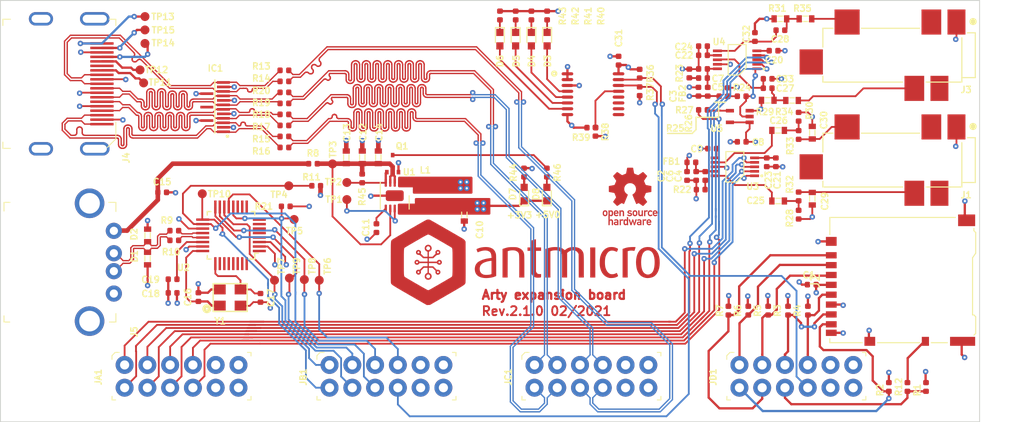
<source format=kicad_pcb>
(kicad_pcb (version 20171130) (host pcbnew 5.1.5+dfsg1-2~bpo10+1)
  (title_block (title "Arty Expansion Board") (rev 2.0.1) (comment 1 github.com/antmicro) (comment 2 www.antmicro.com) (comment 3 "Antmicro Ltd."))
  (layers (0 F.Cu signal) (1 In1.Cu signal hide) (2 In2.Cu signal hide) (31 B.Cu signal) (34 B.Paste user hide) (35 F.Paste user hide) (36 B.SilkS user) (37 F.SilkS user) (38 B.Mask user) (39 F.Mask user) (44 Edge.Cuts user))
  (net 0 "")
  (net 1 /SCK)
  (net 2 GND)
  (net 3 /TDMS_D1_N)
  (net 4 /TDMS_D1_P)
  (net 5 /TDMS_D0_P)
  (net 6 /TDMS_D0_N)
  (net 7 /TDMS_CLK_N)
  (net 8 /TDMS_CLK_P)
  (net 9 /TDMS_D2_N)
  (net 10 /TDMS_D2_P)
  (net 11 /DAT1)
  (net 12 /DAT2)
  (net 13 /CD)
  (net 14 +3V3)
  (net 15 /C_TDMS_CLK_P)
  (net 16 /C_TDMS_D0_N)
  (net 17 /C_TDMS_D0_P)
  (net 18 /C_TDMS_D1_N)
  (net 19 /C_TDMS_D1_P)
  (net 20 /C_TDMS_D2_N)
  (net 21 /C_TDMS_D2_P)
  (net 22 /C_TDMS_CLK_N)
  (net 23 /CD_DAT3)
  (net 24 /MOSI_CMD)
  (net 25 /MISO_DAT0)
  (net 26 "Net-(C11-Pad1)")
  (net 27 "Net-(TP1-Pad1)")
  (net 28 "Net-(U2-Pad1)")
  (net 29 "Net-(U2-Pad4)")
  (net 30 "Net-(U2-Pad5)")
  (net 31 "Net-(U2-Pad6)")
  (net 32 "Net-(U2-Pad7)")
  (net 33 "Net-(U2-Pad8)")
  (net 34 "Net-(U2-Pad9)")
  (net 35 "Net-(U2-Pad10)")
  (net 36 "Net-(U2-Pad11)")
  (net 37 /RST_USB)
  (net 38 /SCK_USB)
  (net 39 /SS_USB)
  (net 40 /MISO_USB)
  (net 41 /MOSI_USB)
  (net 42 /GPX_USB)
  (net 43 "Net-(C18-Pad1)")
  (net 44 "Net-(U2-Pad26)")
  (net 45 "Net-(U2-Pad27)")
  (net 46 "Net-(U2-Pad28)")
  (net 47 "Net-(U2-Pad29)")
  (net 48 "Net-(U2-Pad30)")
  (net 49 "Net-(U2-Pad31)")
  (net 50 "Net-(U2-Pad32)")
  (net 51 +5V)
  (net 52 /INT_USB)
  (net 53 /Data+)
  (net 54 /Data-)
  (net 55 "Net-(J4-Pad13)")
  (net 56 "Net-(J4-Pad14)")
  (net 57 "Net-(J4-Pad15)")
  (net 58 "Net-(J4-Pad16)")
  (net 59 "Net-(J4-Pad18)")
  (net 60 "Net-(J4-Pad19)")
  (net 61 "Net-(IC1-Pad14)")
  (net 62 /XI)
  (net 63 /XO)
  (net 64 "Net-(R9-Pad2)")
  (net 65 "Net-(R10-Pad2)")
  (net 66 "Net-(C4-Pad2)")
  (net 67 "Net-(C4-Pad1)")
  (net 68 "Net-(C5-Pad2)")
  (net 69 "Net-(C5-Pad1)")
  (net 70 "Net-(C9-Pad1)")
  (net 71 "Net-(C20-Pad1)")
  (net 72 "Net-(C21-Pad1)")
  (net 73 "Net-(C22-Pad1)")
  (net 74 "Net-(C25-Pad1)")
  (net 75 /AOUTR)
  (net 76 "Net-(C26-Pad1)")
  (net 77 /AOUTL)
  (net 78 /AINR)
  (net 79 "Net-(C27-Pad1)")
  (net 80 /AINL)
  (net 81 "Net-(C28-Pad1)")
  (net 82 "Net-(C29-Pad1)")
  (net 83 "Net-(C30-Pad1)")
  (net 84 "Net-(J1-Pad5)")
  (net 85 "Net-(J1-Pad6)")
  (net 86 "Net-(J1-Pad4)")
  (net 87 "Net-(J3-Pad2)")
  (net 88 "Net-(J3-Pad3)")
  (net 89 "Net-(J3-Pad4)")
  (net 90 "Net-(J3-Pad6)")
  (net 91 "Net-(J3-Pad5)")
  (net 92 /ADIN_MCLK)
  (net 93 /ADIN_LRCK)
  (net 94 /ADIN_SCLK)
  (net 95 /ADIN_SDOUT)
  (net 96 /ADOUT_SDIN)
  (net 97 /ADOUT_SCLK)
  (net 98 /ADOUT_LRCK)
  (net 99 /ADOUT_MCLK)
  (net 100 "Net-(R24-Pad2)")
  (net 101 /SDOUT)
  (net 102 "Net-(R27-Pad1)")
  (net 103 "Net-(D3-Pad2)")
  (net 104 "Net-(D3-Pad1)")
  (net 105 "Net-(D4-Pad2)")
  (net 106 "Net-(D4-Pad1)")
  (net 107 "Net-(D5-Pad2)")
  (net 108 "Net-(D5-Pad1)")
  (net 109 "Net-(D6-Pad2)")
  (net 110 "Net-(D6-Pad1)")
  (net 111 /GPIO_SDA)
  (net 112 /GPIO_SCL)
  (net 113 "Net-(IC2-Pad13)")
  (net 114 "Net-(IC2-Pad12)")
  (net 115 "Net-(IC2-Pad11)")
  (net 116 "Net-(IC2-Pad10)")
  (net 117 "Net-(IC2-Pad9)")
  (net 118 "Net-(L1-Pad2)")
  (net 119 "Net-(D7-Pad2)")
  (net 120 "Net-(J2-Pad10)")
  (net 121 "Net-(D8-Pad2)")
  (net 122 /5V0_PG)
  (net 123 "Net-(Q1-Pad3)")
  (net 124 /5V0)
  (module antmicro-footprints:0402-res (layer F.Cu) (at 161.34124 81.485693 270)
    (fp_text reference R46 (at 0 -1.17 90) (layer F.SilkS) (effects (font (size 0.7 0.7))))
    (fp_text value R_330R_0402)
    (pad 2 smd roundrect (at 0.485 0 270) (size 0.59 0.64) (layers F.Cu F.Paste F.Mask) (net 121 "Net-(D8-Pad2)"))
    (pad 1 smd roundrect (at -0.485 0 270) (size 0.59 0.64) (layers F.Cu F.Paste F.Mask) (net 123 "Net-(Q1-Pad3)"))
  )
  (module antmicro-footprints:0402-res (layer F.Cu) (at 140.74124 82.135693 90)
    (fp_text reference R45 (at -2.05 0 90) (layer F.SilkS) (effects (font (size 0.7 0.7))))
    (fp_text value R_10k_0402)
    (pad 2 smd roundrect (at 0.485 0 90) (size 0.59 0.64) (layers F.Cu F.Paste F.Mask) (net 124 /5V0))
    (pad 1 smd roundrect (at -0.485 0 90) (size 0.59 0.64) (layers F.Cu F.Paste F.Mask) (net 122 /5V0_PG))
  )
  (module antmicro-footprints:0402-res (layer F.Cu) (at 158.79124 81.485693 90)
    (fp_text reference R44 (at 0 -1.17 90) (layer F.SilkS) (effects (font (size 0.7 0.7))))
    (fp_text value R_330R_0402)
    (pad 2 smd roundrect (at 0.485 0 90) (size 0.59 0.64) (layers F.Cu F.Paste F.Mask) (net 2 GND))
    (pad 1 smd roundrect (at -0.485 0 90) (size 0.59 0.64) (layers F.Cu F.Paste F.Mask) (net 119 "Net-(D7-Pad2)"))
  )
  (module antmicro-footprints:SC70-3 (layer F.Cu) (at 144.14124 80.485693 90)
    (fp_text reference Q1 (at 1.95 1.05) (layer F.SilkS) (effects (font (size 0.7 0.7))))
    (fp_text value BSS138APW hide)
    (pad 1 smd rect (at -0.95 -0.65 180) (size 0.4 0.5) (layers F.Cu F.Paste F.Mask) (net 122 /5V0_PG))
    (pad 2 smd rect (at -0.95 0.65 180) (size 0.4 0.5) (layers F.Cu F.Paste F.Mask) (net 2 GND))
    (pad 3 smd rect (at 0.95 0 180) (size 0.4 0.5) (layers F.Cu F.Paste F.Mask) (net 123 "Net-(Q1-Pad3)"))
  )
  (module arty-a7-expansion-footprints:LED_0603 (layer F.Cu) (at 161.34124 83.885693 90)
    (fp_text reference D8 (at 0 -1.2 90) (layer F.SilkS) (effects (font (size 0.7 0.7))))
    (fp_text value LG_L29K-G2J1-24-Z)
    (pad 2 smd rect (at 0.75 0 90) (size 0.8 0.8) (layers F.Cu F.Paste F.Mask) (net 121 "Net-(D8-Pad2)"))
    (pad 1 smd rect (at -0.75 0 90) (size 0.8 0.8) (layers F.Cu F.Paste F.Mask) (net 14 +3V3))
  )
  (module arty-a7-expansion-footprints:MicroSD_DM3AT-SF-PEJM5 (layer F.Cu) (at 200.79124 93.485693 90)
    (fp_text reference J2 (at -0.075 -9.525 90) (layer F.SilkS))
    (fp_text value DM3AT-SF-PEJM5)
    (pad 9 smd rect (at -5.875 -7.725 90) (size 0.7 1.2) (layers F.Cu F.Paste F.Mask) (net 2 GND))
    (pad 8 smd rect (at -4.925 -7.725 90) (size 0.7 1.2) (layers F.Cu F.Paste F.Mask) (net 11 /DAT1))
    (pad 1 smd rect (at 2.775 -7.725 90) (size 0.7 1.2) (layers F.Cu F.Paste F.Mask) (net 12 /DAT2))
    (pad 2 smd rect (at 1.675 -7.725 90) (size 0.7 1.2) (layers F.Cu F.Paste F.Mask) (net 23 /CD_DAT3))
    (pad 3 smd rect (at 0.575 -7.725 90) (size 0.7 1.2) (layers F.Cu F.Paste F.Mask) (net 24 /MOSI_CMD))
    (pad 4 smd rect (at -0.525 -7.725 90) (size 0.7 1.2) (layers F.Cu F.Paste F.Mask) (net 14 +3V3))
    (pad 5 smd rect (at -1.625 -7.725 90) (size 0.7 1.2) (layers F.Cu F.Paste F.Mask) (net 1 /SCK))
    (pad 6 smd rect (at -2.725 -7.725 90) (size 0.7 1.2) (layers F.Cu F.Paste F.Mask) (net 2 GND))
    (pad 7 smd rect (at -3.825 -7.725 90) (size 0.7 1.2) (layers F.Cu F.Paste F.Mask) (net 25 /MISO_DAT0))
    (pad 11 smd rect (at 4.325 -7.725 90) (size 1 1.2) (layers F.Cu F.Paste F.Mask) (net 2 GND))
    (pad 11 smd rect (at -6.825 -3.425 90) (size 1 1.2) (layers F.Cu F.Paste F.Mask) (net 2 GND))
    (pad 10 smd rect (at -6.825 2.775 90) (size 1 0.8) (layers F.Cu F.Paste F.Mask) (net 120 "Net-(J2-Pad10)"))
    (pad 11 smd rect (at -6.825 6.925 90) (size 1 2.8) (layers F.Cu F.Paste F.Mask) (net 2 GND))
    (pad 11 smd rect (at 6.675 7.375 90) (size 1.3 1.9) (layers F.Cu F.Paste F.Mask) (net 2 GND))
  )
  (module arty-a7-expansion-footprints:LED_0603 (layer F.Cu) (at 158.81124 83.885693 90)
    (fp_text reference D7 (at 0 -1.27 90) (layer F.SilkS) (effects (font (size 0.7 0.7))))
    (fp_text value LG_L29K-G2J1-24-Z)
    (pad 2 smd rect (at 0.75 0 90) (size 0.8 0.8) (layers F.Cu F.Paste F.Mask) (net 119 "Net-(D7-Pad2)"))
    (pad 1 smd rect (at -0.75 0 90) (size 0.8 0.8) (layers F.Cu F.Paste F.Mask) (net 14 +3V3))
  )
  (module arty-a7-expansion-footprints:XFL4020-102MEB (layer F.Cu) (at 149.486241 84.143709 90)
    (fp_text reference L1 (at 2.925 -1.7 180) (layer F.SilkS) (effects (font (size 0.7 0.7))))
    (fp_text value XFL4020-102MEC)
    (pad 2 smd rect (at 1.185 0 90) (size 1 3.4) (layers F.Cu F.Paste F.Mask) (net 118 "Net-(L1-Pad2)"))
    (pad 1 smd rect (at -1.185 0 90) (size 1 3.4) (layers F.Cu F.Paste F.Mask) (net 14 +3V3))
  )
  (module arty-a7-expansion-footprints:0402-res (layer F.Cu) (at 179.286241 72.468709 90)
    (fp_text reference FB2 (at -0.2 -2.825 90) (layer F.SilkS) (effects (font (size 0.7 0.7))))
    (fp_text value BLM15AG601SN1D)
    (pad 2 smd roundrect (at 0.485 0 90) (size 0.59 0.64) (layers F.Cu F.Paste F.Mask) (net 69 "Net-(C5-Pad1)"))
    (pad 1 smd roundrect (at -0.485 0 90) (size 0.59 0.64) (layers F.Cu F.Paste F.Mask) (net 14 +3V3))
  )
  (module arty-a7-expansion-footprints:0402-res (layer F.Cu) (at 177.461241 80.343709)
    (fp_text reference FB1 (at -2.225 -0.1) (layer F.SilkS) (effects (font (size 0.7 0.7))))
    (fp_text value BLM15AG601SN1D)
    (pad 2 smd roundrect (at 0.485 0) (size 0.59 0.64) (layers F.Cu F.Paste F.Mask) (net 67 "Net-(C4-Pad1)"))
    (pad 1 smd roundrect (at -0.485 0) (size 0.59 0.64) (layers F.Cu F.Paste F.Mask) (net 14 +3V3))
  )
  (module arty-a7-expansion-footprints:Testpoint_smd_1mm (layer F.Cu) (at 139.033241 84.444909 180)
    (fp_text reference TP1 (at 1.442001 -0.040784) (layer F.SilkS) (effects (font (size 0.7 0.7))))
    (fp_text value TP_SMD1MM hide)
    (pad 1 smd circle (at 0 -0.0508 180) (size 1 1) (layers F.Cu F.Mask) (net 27 "Net-(TP1-Pad1)"))
  )
  (module arty-a7-expansion-footprints:Testpoint_smd_1mm (layer F.Cu) (at 130.961241 93.442909 180)
    (fp_text reference TP7 (at -0.77 1.5292 90) (layer F.SilkS) (effects (font (size 0.7 0.7))))
    (fp_text value TP_SMD1MM hide)
    (pad 1 smd circle (at 0 -0.0508 180) (size 1 1) (layers F.Cu F.Mask) (net 39 /SS_USB))
  )
  (module arty-a7-expansion-footprints:Testpoint_smd_1mm (layer F.Cu) (at 116.511241 65.626509)
    (fp_text reference TP15 (at 2.042 -0.0296) (layer F.SilkS) (effects (font (size 0.7 0.7))))
    (fp_text value TP_SMD1MM hide)
    (pad 1 smd circle (at 0 -0.0508) (size 1 1) (layers F.Cu F.Mask) (net 59 "Net-(J4-Pad18)"))
  )
  (module arty-a7-expansion-footprints:Testpoint_smd_1mm (layer F.Cu) (at 116.511241 67.134509)
    (fp_text reference TP14 (at 2.0293 -0.1025) (layer F.SilkS) (effects (font (size 0.7 0.7))))
    (fp_text value TP_SMD1MM hide)
    (pad 1 smd circle (at 0 -0.0508) (size 1 1) (layers F.Cu F.Mask) (net 58 "Net-(J4-Pad16)"))
  )
  (module arty-a7-expansion-footprints:Testpoint_smd_1mm (layer F.Cu) (at 116.511241 64.134509)
    (fp_text reference TP13 (at 2.0039 -0.0362) (layer F.SilkS) (effects (font (size 0.7 0.7))))
    (fp_text value TP_SMD1MM hide)
    (pad 1 smd circle (at 0 -0.0508) (size 1 1) (layers F.Cu F.Mask) (net 60 "Net-(J4-Pad19)"))
  )
  (module arty-a7-expansion-footprints:Testpoint_smd_1mm (layer F.Cu) (at 115.961241 70.084509)
    (fp_text reference TP12 (at 1.8427 -0.0553) (layer F.SilkS) (effects (font (size 0.7 0.7))))
    (fp_text value TP_SMD1MM hide)
    (pad 1 smd circle (at 0 -0.0508) (size 1 1) (layers F.Cu F.Mask) (net 57 "Net-(J4-Pad15)"))
  )
  (module arty-a7-expansion-footprints:Testpoint_smd_1mm (layer F.Cu) (at 116.361241 71.534509)
    (fp_text reference TP11 (at 1.8491 -0.1083) (layer F.SilkS) (effects (font (size 0.7 0.7))))
    (fp_text value TP_SMD1MM hide)
    (pad 1 smd circle (at 0 -0.0508) (size 1 1) (layers F.Cu F.Mask) (net 55 "Net-(J4-Pad13)"))
  )
  (module arty-a7-expansion-footprints:Testpoint_smd_1mm (layer F.Cu) (at 122.904241 83.797209 180)
    (fp_text reference TP10 (at -1.91 -0.08) (layer F.SilkS) (effects (font (size 0.7 0.7))))
    (fp_text value TP_SMD1MM hide)
    (pad 1 smd circle (at 0 -0.0508 180) (size 1 1) (layers F.Cu F.Mask) (net 42 /GPX_USB))
  )
  (module arty-a7-expansion-footprints:Testpoint_smd_1mm (layer F.Cu) (at 132.624574 93.204009 180)
    (fp_text reference TP9 (at -0.823333 1.2903 90) (layer F.SilkS) (effects (font (size 0.7 0.7))))
    (fp_text value TP_SMD1MM hide)
    (pad 1 smd circle (at 0 -0.0508 180) (size 1 1) (layers F.Cu F.Mask) (net 41 /MOSI_USB))
  )
  (module arty-a7-expansion-footprints:Testpoint_smd_1mm (layer F.Cu) (at 134.287907 93.371309 180)
    (fp_text reference TP8 (at -0.876666 1.4576 90) (layer F.SilkS) (effects (font (size 0.7 0.7))))
    (fp_text value TP_SMD1MM hide)
    (pad 1 smd circle (at 0 -0.0508 180) (size 1 1) (layers F.Cu F.Mask) (net 40 /MISO_USB))
  )
  (module arty-a7-expansion-footprints:Testpoint_smd_1mm (layer F.Cu) (at 135.951241 93.442909 180)
    (fp_text reference TP6 (at -0.93 1.5292 90) (layer F.SilkS) (effects (font (size 0.7 0.7))))
    (fp_text value TP_SMD1MM hide)
    (pad 1 smd circle (at 0 -0.0508 180) (size 1 1) (layers F.Cu F.Mask) (net 38 /SCK_USB))
  )
  (module arty-a7-expansion-footprints:Testpoint_smd_1mm (layer F.Cu) (at 133.147741 86.664709 180)
    (fp_text reference TP5 (at -0.0373 -1.3328) (layer F.SilkS) (effects (font (size 0.7 0.7))))
    (fp_text value TP_SMD1MM hide)
    (pad 1 smd circle (at 0 -0.0508 180) (size 1 1) (layers F.Cu F.Mask) (net 37 /RST_USB))
  )
  (module arty-a7-expansion-footprints:Testpoint_smd_1mm (layer F.Cu) (at 132.556241 82.908209 180)
    (fp_text reference TP4 (at 1.093 -1.0407) (layer F.SilkS) (effects (font (size 0.7 0.7))))
    (fp_text value TP_SMD1MM hide)
    (pad 1 smd circle (at 0 -0.0508 180) (size 1 1) (layers F.Cu F.Mask) (net 52 /INT_USB))
  )
  (module arty-a7-expansion-footprints:Testpoint_smd_1mm (layer F.Cu) (at 137.431241 80.468709 180)
    (fp_text reference TP3 (at -0.0518 1.5744 90) (layer F.SilkS) (effects (font (size 0.7 0.7))))
    (fp_text value TP_SMD1MM hide)
    (pad 1 smd circle (at 0 -0.0508 180) (size 1 1) (layers F.Cu F.Mask) (net 124 /5V0))
  )
  (module arty-a7-expansion-footprints:Testpoint_smd_1mm (layer F.Cu) (at 139.033241 82.539909 180)
    (fp_text reference TP2 (at 1.492001 0.004216) (layer F.SilkS) (effects (font (size 0.7 0.7))))
    (fp_text value TP_SMD1MM hide)
    (pad 1 smd circle (at 0 -0.0508 180) (size 1 1) (layers F.Cu F.Mask) (net 122 /5V0_PG))
  )
  (module arty-a7-expansion-footprints:0402-res (layer F.Cu) (at 201.562907 105.398709 90)
    (fp_text reference R12 (at 0 -0.971667 90) (layer F.SilkS) (effects (font (size 0.7 0.7))))
    (fp_text value R_220R_0402)
    (pad 2 smd roundrect (at 0.485 0 90) (size 0.59 0.64) (layers F.Cu F.Paste F.Mask) (net 120 "Net-(J2-Pad10)"))
    (pad 1 smd roundrect (at -0.485 0 90) (size 0.59 0.64) (layers F.Cu F.Paste F.Mask) (net 13 /CD))
  )
  (module arty-a7-expansion-footprints:SC-70-5 (layer F.Cu) (at 182.861241 75.233709 90)
    (fp_text reference U5 (at -1.33 -2.57 180) (layer F.SilkS) (effects (font (size 0.7 0.7))))
    (fp_text value NC7SZ126P5X)
    (pad 3 smd rect (at 0.65 1.1 90) (size 0.4 0.9) (layers F.Cu F.Paste F.Mask) (net 2 GND))
    (pad 1 smd rect (at -0.65 1.1 90) (size 0.4 0.9) (layers F.Cu F.Paste F.Mask) (net 14 +3V3))
    (pad 2 smd rect (at 0 1.1 90) (size 0.4 0.9) (layers F.Cu F.Paste F.Mask) (net 101 /SDOUT))
    (pad 4 smd rect (at 0.65 -1.1 90) (size 0.4 0.9) (layers F.Cu F.Paste F.Mask) (net 102 "Net-(R27-Pad1)"))
    (pad 5 smd rect (at -0.65 -1.1 90) (size 0.4 0.9) (layers F.Cu F.Paste F.Mask) (net 14 +3V3))
  )
  (module arty-a7-expansion-footprints:10TSSOP (layer F.Cu) (at 182.567241 68.907709 90)
    (fp_text reference U4 (at 2.014 -2.016 180) (layer F.SilkS) (effects (font (size 0.7 0.7))))
    (fp_text value CS5343-CZZ)
    (pad 5 smd rect (at 1 2.2 90) (size 0.3 1) (layers F.Cu F.Paste F.Mask) (net 71 "Net-(C20-Pad1)"))
    (pad 6 smd rect (at 1 -2.2 90) (size 0.3 1) (layers F.Cu F.Paste F.Mask) (net 80 /AINL))
    (pad 4 smd rect (at 0.5 2.2 90) (size 0.3 1) (layers F.Cu F.Paste F.Mask) (net 92 /ADIN_MCLK))
    (pad 7 smd rect (at 0.5 -2.2 90) (size 0.3 1) (layers F.Cu F.Paste F.Mask) (net 73 "Net-(C22-Pad1)"))
    (pad 3 smd rect (at 0 2.2 90) (size 0.3 1) (layers F.Cu F.Paste F.Mask) (net 93 /ADIN_LRCK))
    (pad 8 smd rect (at 0 -2.2 90) (size 0.3 1) (layers F.Cu F.Paste F.Mask) (net 78 /AINR))
    (pad 2 smd rect (at -0.5 2.2 90) (size 0.3 1) (layers F.Cu F.Paste F.Mask) (net 94 /ADIN_SCLK))
    (pad 9 smd rect (at -0.5 -2.2 90) (size 0.3 1) (layers F.Cu F.Paste F.Mask) (net 2 GND))
    (pad 1 smd rect (at -1 2.2 90) (size 0.3 1) (layers F.Cu F.Paste F.Mask) (net 101 /SDOUT))
    (pad 10 smd rect (at -1 -2.2 90) (size 0.3 1) (layers F.Cu F.Paste F.Mask) (net 69 "Net-(C5-Pad1)"))
  )
  (module arty-a7-expansion-footprints:10TSSOP (layer F.Cu) (at 182.313241 80.845709 90)
    (fp_text reference U3 (at -2.188 1.988) (layer F.SilkS) (effects (font (size 0.7 0.7))))
    (fp_text value CS4344-CZZ)
    (pad 5 smd rect (at 1 2.2 90) (size 0.3 1) (layers F.Cu F.Paste F.Mask) (net 72 "Net-(C21-Pad1)"))
    (pad 6 smd rect (at 1 -2.2 90) (size 0.3 1) (layers F.Cu F.Paste F.Mask) (net 70 "Net-(C9-Pad1)"))
    (pad 4 smd rect (at 0.5 2.2 90) (size 0.3 1) (layers F.Cu F.Paste F.Mask) (net 99 /ADOUT_MCLK))
    (pad 7 smd rect (at 0.5 -2.2 90) (size 0.3 1) (layers F.Cu F.Paste F.Mask) (net 77 /AOUTL))
    (pad 3 smd rect (at 0 2.2 90) (size 0.3 1) (layers F.Cu F.Paste F.Mask) (net 98 /ADOUT_LRCK))
    (pad 8 smd rect (at 0 -2.2 90) (size 0.3 1) (layers F.Cu F.Paste F.Mask) (net 2 GND))
    (pad 2 smd rect (at -0.5 2.2 90) (size 0.3 1) (layers F.Cu F.Paste F.Mask) (net 97 /ADOUT_SCLK))
    (pad 9 smd rect (at -0.5 -2.2 90) (size 0.3 1) (layers F.Cu F.Paste F.Mask) (net 67 "Net-(C4-Pad1)"))
    (pad 1 smd rect (at -1 2.2 90) (size 0.3 1) (layers F.Cu F.Paste F.Mask) (net 96 /ADOUT_SDIN))
    (pad 10 smd rect (at -1 -2.2 90) (size 0.3 1) (layers F.Cu F.Paste F.Mask) (net 75 /AOUTR))
  )
  (module arty-a7-expansion-footprints:PinHeader_6x2_P2.54mm_Horizontal_Mirrored (layer F.Cu) (at 182.821241 102.743709 90)
    (fp_text reference JD1 (at -1.55 -2.93 90) (layer F.SilkS) (effects (font (size 0.7 0.7))))
    (fp_text value 10883121)
    (pad 7 thru_hole circle (at -2.74 0 90) (size 2 2) (drill 1.02) (layers *.Cu *.Mask) (net 11 /DAT1))
    (pad 8 thru_hole circle (at -2.74 2.54 90) (size 2 2) (drill 1.02) (layers *.Cu *.Mask) (net 12 /DAT2))
    (pad 9 thru_hole circle (at -2.74 5.08 90) (size 2 2) (drill 1.02) (layers *.Cu *.Mask) (net 13 /CD))
    (pad 10 thru_hole circle (at -2.74 7.62 90) (size 2 2) (drill 1.02) (layers *.Cu *.Mask) (net 111 /GPIO_SDA))
    (pad 11 thru_hole circle (at -2.74 10.16 90) (size 2 2) (drill 1.02) (layers *.Cu *.Mask) (net 2 GND))
    (pad 12 thru_hole circle (at -2.74 12.7 90) (size 2 2) (drill 1.02) (layers *.Cu *.Mask) (net 14 +3V3))
    (pad 6 thru_hole circle (at -0.2 12.7 90) (size 2 2) (drill 1.02) (layers *.Cu *.Mask) (net 14 +3V3))
    (pad 5 thru_hole circle (at -0.2 10.16 90) (size 2 2) (drill 1.02) (layers *.Cu *.Mask) (net 2 GND))
    (pad 4 thru_hole circle (at -0.2 7.62 90) (size 2 2) (drill 1.02) (layers *.Cu *.Mask) (net 1 /SCK))
    (pad 3 thru_hole circle (at -0.2 5.08 90) (size 2 2) (drill 1.02) (layers *.Cu *.Mask) (net 25 /MISO_DAT0))
    (pad 2 thru_hole circle (at -0.2 2.54 90) (size 2 2) (drill 1.02) (layers *.Cu *.Mask) (net 24 /MOSI_CMD))
    (pad 1 thru_hole circle (at -0.2 0 90) (size 2 2) (drill 1.02) (layers *.Cu *.Mask) (net 23 /CD_DAT3))
  )
  (module arty-a7-expansion-footprints:PinHeader_6x2_P2.54mm_Horizontal_Mirrored (layer F.Cu) (at 159.961241 102.743709 90)
    (fp_text reference JC1 (at -1.55 -2.93 90) (layer F.SilkS) (effects (font (size 0.7 0.7))))
    (fp_text value 10883121)
    (pad 7 thru_hole circle (at -2.74 0 90) (size 2 2) (drill 1.02) (layers *.Cu *.Mask) (net 10 /TDMS_D2_P))
    (pad 8 thru_hole circle (at -2.74 2.54 90) (size 2 2) (drill 1.02) (layers *.Cu *.Mask) (net 9 /TDMS_D2_N))
    (pad 9 thru_hole circle (at -2.74 5.08 90) (size 2 2) (drill 1.02) (layers *.Cu *.Mask) (net 8 /TDMS_CLK_P))
    (pad 10 thru_hole circle (at -2.74 7.62 90) (size 2 2) (drill 1.02) (layers *.Cu *.Mask) (net 7 /TDMS_CLK_N))
    (pad 11 thru_hole circle (at -2.74 10.16 90) (size 2 2) (drill 1.02) (layers *.Cu *.Mask) (net 2 GND))
    (pad 12 thru_hole circle (at -2.74 12.7 90) (size 2 2) (drill 1.02) (layers *.Cu *.Mask) (net 14 +3V3))
    (pad 6 thru_hole circle (at -0.2 12.7 90) (size 2 2) (drill 1.02) (layers *.Cu *.Mask) (net 14 +3V3))
    (pad 5 thru_hole circle (at -0.2 10.16 90) (size 2 2) (drill 1.02) (layers *.Cu *.Mask) (net 2 GND))
    (pad 4 thru_hole circle (at -0.2 7.62 90) (size 2 2) (drill 1.02) (layers *.Cu *.Mask) (net 3 /TDMS_D1_N))
    (pad 3 thru_hole circle (at -0.2 5.08 90) (size 2 2) (drill 1.02) (layers *.Cu *.Mask) (net 4 /TDMS_D1_P))
    (pad 2 thru_hole circle (at -0.2 2.54 90) (size 2 2) (drill 1.02) (layers *.Cu *.Mask) (net 6 /TDMS_D0_N))
    (pad 1 thru_hole circle (at -0.2 0 90) (size 2 2) (drill 1.02) (layers *.Cu *.Mask) (net 5 /TDMS_D0_P))
  )
  (module arty-a7-expansion-footprints:PinHeader_6x2_P2.54mm_Horizontal_Mirrored (layer F.Cu) (at 137.101241 102.743709 90)
    (fp_text reference JB1 (at -1.55 -2.93 90) (layer F.SilkS) (effects (font (size 0.7 0.7))))
    (fp_text value 10883121)
    (pad 7 thru_hole circle (at -2.74 0 90) (size 2 2) (drill 1.02) (layers *.Cu *.Mask) (net 42 /GPX_USB))
    (pad 8 thru_hole circle (at -2.74 2.54 90) (size 2 2) (drill 1.02) (layers *.Cu *.Mask) (net 37 /RST_USB))
    (pad 9 thru_hole circle (at -2.74 5.08 90) (size 2 2) (drill 1.02) (layers *.Cu *.Mask) (net 52 /INT_USB))
    (pad 10 thru_hole circle (at -2.74 7.62 90) (size 2 2) (drill 1.02) (layers *.Cu *.Mask) (net 112 /GPIO_SCL))
    (pad 11 thru_hole circle (at -2.74 10.16 90) (size 2 2) (drill 1.02) (layers *.Cu *.Mask) (net 2 GND))
    (pad 12 thru_hole circle (at -2.74 12.7 90) (size 2 2) (drill 1.02) (layers *.Cu *.Mask) (net 14 +3V3))
    (pad 6 thru_hole circle (at -0.2 12.7 90) (size 2 2) (drill 1.02) (layers *.Cu *.Mask) (net 14 +3V3))
    (pad 5 thru_hole circle (at -0.2 10.16 90) (size 2 2) (drill 1.02) (layers *.Cu *.Mask) (net 2 GND))
    (pad 4 thru_hole circle (at -0.2 7.62 90) (size 2 2) (drill 1.02) (layers *.Cu *.Mask) (net 38 /SCK_USB))
    (pad 3 thru_hole circle (at -0.2 5.08 90) (size 2 2) (drill 1.02) (layers *.Cu *.Mask) (net 40 /MISO_USB))
    (pad 2 thru_hole circle (at -0.2 2.54 90) (size 2 2) (drill 1.02) (layers *.Cu *.Mask) (net 41 /MOSI_USB))
    (pad 1 thru_hole circle (at -0.2 0 90) (size 2 2) (drill 1.02) (layers *.Cu *.Mask) (net 39 /SS_USB))
  )
  (module arty-a7-expansion-footprints:PinHeader_6x2_P2.54mm_Horizontal_Mirrored (layer F.Cu) (at 114.241241 102.743709 90)
    (fp_text reference JA1 (at -1.55 -2.93 90) (layer F.SilkS) (effects (font (size 0.7 0.7))))
    (fp_text value 10883121)
    (pad 7 thru_hole circle (at -2.74 0 90) (size 2 2) (drill 1.02) (layers *.Cu *.Mask) (net 92 /ADIN_MCLK))
    (pad 8 thru_hole circle (at -2.74 2.54 90) (size 2 2) (drill 1.02) (layers *.Cu *.Mask) (net 93 /ADIN_LRCK))
    (pad 9 thru_hole circle (at -2.74 5.08 90) (size 2 2) (drill 1.02) (layers *.Cu *.Mask) (net 94 /ADIN_SCLK))
    (pad 10 thru_hole circle (at -2.74 7.62 90) (size 2 2) (drill 1.02) (layers *.Cu *.Mask) (net 95 /ADIN_SDOUT))
    (pad 11 thru_hole circle (at -2.74 10.16 90) (size 2 2) (drill 1.02) (layers *.Cu *.Mask) (net 2 GND))
    (pad 12 thru_hole circle (at -2.74 12.7 90) (size 2 2) (drill 1.02) (layers *.Cu *.Mask) (net 14 +3V3))
    (pad 6 thru_hole circle (at -0.2 12.7 90) (size 2 2) (drill 1.02) (layers *.Cu *.Mask) (net 14 +3V3))
    (pad 5 thru_hole circle (at -0.2 10.16 90) (size 2 2) (drill 1.02) (layers *.Cu *.Mask) (net 2 GND))
    (pad 4 thru_hole circle (at -0.2 7.62 90) (size 2 2) (drill 1.02) (layers *.Cu *.Mask) (net 96 /ADOUT_SDIN))
    (pad 3 thru_hole circle (at -0.2 5.08 90) (size 2 2) (drill 1.02) (layers *.Cu *.Mask) (net 97 /ADOUT_SCLK))
    (pad 2 thru_hole circle (at -0.2 2.54 90) (size 2 2) (drill 1.02) (layers *.Cu *.Mask) (net 98 /ADOUT_LRCK))
    (pad 1 thru_hole circle (at -0.2 0 90) (size 2 2) (drill 1.02) (layers *.Cu *.Mask) (net 99 /ADOUT_MCLK))
  )
  (module arty-a7-expansion-footprints:0402-res (layer F.Cu) (at 156.111241 63.963709 270)
    (fp_text reference R43 (at 0.06 -6.99 90) (layer F.SilkS) (effects (font (size 0.7 0.7))))
    (fp_text value R_100R_0402)
    (pad 2 smd roundrect (at 0.485 0 270) (size 0.59 0.64) (layers F.Cu F.Paste F.Mask) (net 110 "Net-(D6-Pad1)"))
    (pad 1 smd roundrect (at -0.485 0 270) (size 0.59 0.64) (layers F.Cu F.Paste F.Mask) (net 14 +3V3))
  )
  (module arty-a7-expansion-footprints:0402-res (layer F.Cu) (at 157.864574 63.963709 270)
    (fp_text reference R42 (at 0.06 -6.663333 90) (layer F.SilkS) (effects (font (size 0.7 0.7))))
    (fp_text value R_100R_0402)
    (pad 2 smd roundrect (at 0.485 0 270) (size 0.59 0.64) (layers F.Cu F.Paste F.Mask) (net 108 "Net-(D5-Pad1)"))
    (pad 1 smd roundrect (at -0.485 0 270) (size 0.59 0.64) (layers F.Cu F.Paste F.Mask) (net 14 +3V3))
  )
  (module arty-a7-expansion-footprints:0402-res (layer F.Cu) (at 159.617907 63.963709 270)
    (fp_text reference R41 (at 0.06 -6.336666 90) (layer F.SilkS) (effects (font (size 0.7 0.7))))
    (fp_text value R_100R_0402)
    (pad 2 smd roundrect (at 0.485 0 270) (size 0.59 0.64) (layers F.Cu F.Paste F.Mask) (net 106 "Net-(D4-Pad1)"))
    (pad 1 smd roundrect (at -0.485 0 270) (size 0.59 0.64) (layers F.Cu F.Paste F.Mask) (net 14 +3V3))
  )
  (module arty-a7-expansion-footprints:0402-res (layer F.Cu) (at 161.371241 63.963709 270)
    (fp_text reference R40 (at 0.06 -6.009998 90) (layer F.SilkS) (effects (font (size 0.7 0.7))))
    (fp_text value R_100R_0402)
    (pad 2 smd roundrect (at 0.485 0 270) (size 0.59 0.64) (layers F.Cu F.Paste F.Mask) (net 104 "Net-(D3-Pad1)"))
    (pad 1 smd roundrect (at -0.485 0 270) (size 0.59 0.64) (layers F.Cu F.Paste F.Mask) (net 14 +3V3))
  )
  (module arty-a7-expansion-footprints:0402-res (layer F.Cu) (at 166.301241 76.473709 180)
    (fp_text reference R39 (at 1.14 -1.1) (layer F.SilkS) (effects (font (size 0.7 0.7))))
    (fp_text value R_0R_0402)
    (pad 2 smd roundrect (at 0.485 0 180) (size 0.59 0.64) (layers F.Cu F.Paste F.Mask) (net 2 GND))
    (pad 1 smd roundrect (at -0.485 0 180) (size 0.59 0.64) (layers F.Cu F.Paste F.Mask) (net 113 "Net-(IC2-Pad13)"))
  )
  (module arty-a7-expansion-footprints:0402-res (layer F.Cu) (at 166.761241 76.933709 90)
    (fp_text reference R38 (at -0.02 1.1 90) (layer F.SilkS) (effects (font (size 0.7 0.7))))
    (fp_text value R_100k_0402)
    (pad 2 smd roundrect (at 0.485 0 90) (size 0.59 0.64) (layers F.Cu F.Paste F.Mask) (net 113 "Net-(IC2-Pad13)"))
    (pad 1 smd roundrect (at -0.485 0 90) (size 0.59 0.64) (layers F.Cu F.Paste F.Mask) (net 14 +3V3))
  )
  (module arty-a7-expansion-footprints:0402-res (layer F.Cu) (at 171.691241 72.413709 90)
    (fp_text reference R37 (at -0.06 1.18 90) (layer F.SilkS) (effects (font (size 0.7 0.7))))
    (fp_text value R_2k_0402)
    (pad 2 smd roundrect (at 0.485 0 90) (size 0.59 0.64) (layers F.Cu F.Paste F.Mask) (net 112 /GPIO_SCL))
    (pad 1 smd roundrect (at -0.485 0 90) (size 0.59 0.64) (layers F.Cu F.Paste F.Mask) (net 14 +3V3))
  )
  (module arty-a7-expansion-footprints:0402-res (layer F.Cu) (at 171.691241 70.453709 270)
    (fp_text reference R36 (at -0.02 -1.2 90) (layer F.SilkS) (effects (font (size 0.7 0.7))))
    (fp_text value R_2k_0402)
    (pad 2 smd roundrect (at 0.485 0 270) (size 0.59 0.64) (layers F.Cu F.Paste F.Mask) (net 111 /GPIO_SDA))
    (pad 1 smd roundrect (at -0.485 0 270) (size 0.59 0.64) (layers F.Cu F.Paste F.Mask) (net 14 +3V3))
  )
  (module arty-a7-expansion-footprints:TSSOP-16 (layer F.Cu) (at 166.486241 72.743709)
    (fp_text reference IC2 hide)
    (fp_text value PCA9500PW hide)
    (pad 1 smd oval (at -2.84999 -2.275 90) (size 0.35 1.3) (layers F.Cu F.Paste F.Mask) (net 14 +3V3))
    (pad 2 smd oval (at -2.84999 -1.625 90) (size 0.35 1.3) (layers F.Cu F.Paste F.Mask) (net 14 +3V3))
    (pad 3 smd oval (at -2.84999 -0.975 90) (size 0.35 1.3) (layers F.Cu F.Paste F.Mask) (net 2 GND))
    (pad 4 smd oval (at -2.84999 -0.325 90) (size 0.35 1.3) (layers F.Cu F.Paste F.Mask) (net 103 "Net-(D3-Pad2)"))
    (pad 5 smd oval (at -2.84999 0.325 90) (size 0.35 1.3) (layers F.Cu F.Paste F.Mask) (net 105 "Net-(D4-Pad2)"))
    (pad 6 smd oval (at -2.84999 0.975 90) (size 0.35 1.3) (layers F.Cu F.Paste F.Mask) (net 107 "Net-(D5-Pad2)"))
    (pad 7 smd oval (at -2.84999 1.625 90) (size 0.35 1.3) (layers F.Cu F.Paste F.Mask) (net 109 "Net-(D6-Pad2)"))
    (pad 8 smd oval (at -2.84999 2.275 90) (size 0.35 1.3) (layers F.Cu F.Paste F.Mask) (net 2 GND))
    (pad 16 smd oval (at 2.85 -2.275 90) (size 0.35 1.3) (layers F.Cu F.Paste F.Mask) (net 14 +3V3))
    (pad 15 smd oval (at 2.85 -1.625 90) (size 0.35 1.3) (layers F.Cu F.Paste F.Mask) (net 111 /GPIO_SDA))
    (pad 14 smd oval (at 2.85 -0.975 90) (size 0.35 1.3) (layers F.Cu F.Paste F.Mask) (net 112 /GPIO_SCL))
    (pad 13 smd oval (at 2.85 -0.325 90) (size 0.35 1.3) (layers F.Cu F.Paste F.Mask) (net 113 "Net-(IC2-Pad13)"))
    (pad 12 smd oval (at 2.85 0.325 90) (size 0.35 1.3) (layers F.Cu F.Paste F.Mask) (net 114 "Net-(IC2-Pad12)"))
    (pad 11 smd oval (at 2.85 0.975 90) (size 0.35 1.3) (layers F.Cu F.Paste F.Mask) (net 115 "Net-(IC2-Pad11)"))
    (pad 10 smd oval (at 2.85 1.625 90) (size 0.35 1.3) (layers F.Cu F.Paste F.Mask) (net 116 "Net-(IC2-Pad10)"))
    (pad 9 smd oval (at 2.85 2.275 90) (size 0.35 1.3) (layers F.Cu F.Paste F.Mask) (net 117 "Net-(IC2-Pad9)"))
  )
  (module arty-a7-expansion-footprints:LED_0603 (layer F.Cu) (at 156.101241 66.603709 270)
    (fp_text reference D6 (at 2.44 -0.01 90) (layer F.SilkS) (effects (font (size 0.7 0.7))))
    (fp_text value LG_L29K-G2J1-24-Z)
    (pad 2 smd rect (at 0.75 0 270) (size 0.8 0.8) (layers F.Cu F.Paste F.Mask) (net 109 "Net-(D6-Pad2)"))
    (pad 1 smd rect (at -0.75 0 270) (size 0.8 0.8) (layers F.Cu F.Paste F.Mask) (net 110 "Net-(D6-Pad1)"))
  )
  (module arty-a7-expansion-footprints:LED_0603 (layer F.Cu) (at 157.857907 66.603709 270)
    (fp_text reference D5 (at 2.44 -0.083334 90) (layer F.SilkS) (effects (font (size 0.7 0.7))))
    (fp_text value LG_L29K-G2J1-24-Z)
    (pad 2 smd rect (at 0.75 0 270) (size 0.8 0.8) (layers F.Cu F.Paste F.Mask) (net 107 "Net-(D5-Pad2)"))
    (pad 1 smd rect (at -0.75 0 270) (size 0.8 0.8) (layers F.Cu F.Paste F.Mask) (net 108 "Net-(D5-Pad1)"))
  )
  (module arty-a7-expansion-footprints:LED_0603 (layer F.Cu) (at 159.614573 66.603709 270)
    (fp_text reference D4 (at 2.44 -0.036668 90) (layer F.SilkS) (effects (font (size 0.7 0.7))))
    (fp_text value LG_L29K-G2J1-24-Z)
    (pad 2 smd rect (at 0.75 0 270) (size 0.8 0.8) (layers F.Cu F.Paste F.Mask) (net 105 "Net-(D4-Pad2)"))
    (pad 1 smd rect (at -0.75 0 270) (size 0.8 0.8) (layers F.Cu F.Paste F.Mask) (net 106 "Net-(D4-Pad1)"))
  )
  (module arty-a7-expansion-footprints:LED_0603 (layer F.Cu) (at 161.371241 66.603709 270)
    (fp_text reference D3 (at 2.44 -0.06 90) (layer F.SilkS) (effects (font (size 0.7 0.7))))
    (fp_text value LG_L29K-G2J1-24-Z)
    (pad 2 smd rect (at 0.75 0 270) (size 0.8 0.8) (layers F.Cu F.Paste F.Mask) (net 103 "Net-(D3-Pad2)"))
    (pad 1 smd rect (at -0.75 0 270) (size 0.8 0.8) (layers F.Cu F.Paste F.Mask) (net 104 "Net-(D3-Pad1)"))
  )
  (module arty-a7-expansion-footprints:0402-cap (layer F.Cu) (at 185.971241 71.023709 180)
    (fp_text reference C33 (at -1.92 -0.03) (layer F.SilkS) (effects (font (size 0.7 0.7))))
    (fp_text value C_180p_0402)
    (pad 2 smd roundrect (at 0.485 0 180) (size 0.59 0.64) (layers F.Cu F.Paste F.Mask) (net 78 /AINR))
    (pad 1 smd roundrect (at -0.485 0 180) (size 0.59 0.64) (layers F.Cu F.Paste F.Mask) (net 2 GND))
  )
  (module arty-a7-expansion-footprints:0402-cap (layer F.Cu) (at 184.551241 66.363709 270)
    (fp_text reference C32 (at -0.32 0.95 90) (layer F.SilkS) (effects (font (size 0.7 0.7))))
    (fp_text value C_180p_0402)
    (pad 2 smd roundrect (at 0.485 0 270) (size 0.59 0.64) (layers F.Cu F.Paste F.Mask) (net 80 /AINL))
    (pad 1 smd roundrect (at -0.485 0 270) (size 0.59 0.64) (layers F.Cu F.Paste F.Mask) (net 2 GND))
  )
  (module arty-a7-expansion-footprints:0402-cap (layer F.Cu) (at 169.341241 69.003709 270)
    (fp_text reference C31 (at -2.52 -0.02 90) (layer F.SilkS) (effects (font (size 0.7 0.7))))
    (fp_text value C_100n_0402_6V3)
    (pad 2 smd roundrect (at 0.485 0 270) (size 0.59 0.64) (layers F.Cu F.Paste F.Mask) (net 14 +3V3))
    (pad 1 smd roundrect (at -0.485 0 270) (size 0.59 0.64) (layers F.Cu F.Paste F.Mask) (net 2 GND))
  )
  (module arty-a7-expansion-footprints:0402-res (layer F.Cu) (at 199.49124 105.398709 90)
    (fp_text reference R2 (at -0.348333 -0.98 90) (layer F.SilkS) (effects (font (size 0.7 0.7))))
    (fp_text value R_20k_0402)
    (pad 2 smd roundrect (at 0.485 0 90) (size 0.59 0.64) (layers F.Cu F.Paste F.Mask) (net 14 +3V3))
    (pad 1 smd roundrect (at -0.485 0 90) (size 0.59 0.64) (layers F.Cu F.Paste F.Mask) (net 11 /DAT1))
  )
  (module arty-a7-expansion-footprints:0402-res (layer F.Cu) (at 181.59124 96.885693 90)
    (fp_text reference R7 (at 0 -0.965 90) (layer F.SilkS) (effects (font (size 0.7 0.7))))
    (fp_text value R_20k_0402)
    (pad 2 smd roundrect (at 0.485 0 90) (size 0.59 0.64) (layers F.Cu F.Paste F.Mask) (net 14 +3V3))
    (pad 1 smd roundrect (at -0.485 0 90) (size 0.59 0.64) (layers F.Cu F.Paste F.Mask) (net 12 /DAT2))
  )
  (module arty-a7-expansion-footprints:0402-res (layer F.Cu) (at 203.634574 105.398709 90)
    (fp_text reference R1 (at -0.348333 -0.97 90) (layer F.SilkS) (effects (font (size 0.7 0.7))))
    (fp_text value R_20k_0402)
    (pad 2 smd roundrect (at 0.485 0 90) (size 0.59 0.64) (layers F.Cu F.Paste F.Mask) (net 14 +3V3))
    (pad 1 smd roundrect (at -0.485 0 90) (size 0.59 0.64) (layers F.Cu F.Paste F.Mask) (net 13 /CD))
  )
  (module arty-a7-expansion-footprints:0603-res (layer F.Cu) (at 190.187241 64.335709)
    (fp_text reference R35 (at -0.336 -1.162) (layer F.SilkS) (effects (font (size 0.7 0.7))))
    (fp_text value R_5k1_0603)
    (pad 1 smd rect (at -0.7 0) (size 0.6 0.8) (layers F.Cu F.Paste F.Mask) (net 81 "Net-(C28-Pad1)"))
    (pad 2 smd rect (at 0.7 0) (size 0.6 0.8) (layers F.Cu F.Paste F.Mask) (net 87 "Net-(J3-Pad2)"))
  )
  (module arty-a7-expansion-footprints:0603-res (layer F.Cu) (at 188.693241 73.441709)
    (fp_text reference R34 (at -0.872 1.262) (layer F.SilkS) (effects (font (size 0.7 0.7))))
    (fp_text value R_5k1_0603)
    (pad 1 smd rect (at -0.7 0) (size 0.6 0.8) (layers F.Cu F.Paste F.Mask) (net 79 "Net-(C27-Pad1)"))
    (pad 2 smd rect (at 0.7 0) (size 0.6 0.8) (layers F.Cu F.Paste F.Mask) (net 88 "Net-(J3-Pad3)"))
  )
  (module arty-a7-expansion-footprints:0402-res (layer F.Cu) (at 189.425241 77.289709 270)
    (fp_text reference R33 (at 1.224 0.944 90) (layer F.SilkS) (effects (font (size 0.7 0.7))))
    (fp_text value R_470R_0402)
    (pad 2 smd roundrect (at 0.485 0 270) (size 0.59 0.64) (layers F.Cu F.Paste F.Mask) (net 83 "Net-(C30-Pad1)"))
    (pad 1 smd roundrect (at -0.485 0 270) (size 0.59 0.64) (layers F.Cu F.Paste F.Mask) (net 76 "Net-(C26-Pad1)"))
  )
  (module arty-a7-expansion-footprints:0402-res (layer F.Cu) (at 189.425241 84.147709 90)
    (fp_text reference R32 (at 1.344 -0.984 90) (layer F.SilkS) (effects (font (size 0.7 0.7))))
    (fp_text value R_470R_0402)
    (pad 2 smd roundrect (at 0.485 0 90) (size 0.59 0.64) (layers F.Cu F.Paste F.Mask) (net 82 "Net-(C29-Pad1)"))
    (pad 1 smd roundrect (at -0.485 0 90) (size 0.59 0.64) (layers F.Cu F.Paste F.Mask) (net 74 "Net-(C25-Pad1)"))
  )
  (module arty-a7-expansion-footprints:0603-res (layer F.Cu) (at 187.393241 64.335709 180)
    (fp_text reference R31 (at 0.342 1.172) (layer F.SilkS) (effects (font (size 0.7 0.7))))
    (fp_text value R_5k1_0603)
    (pad 1 smd rect (at -0.7 0 180) (size 0.6 0.8) (layers F.Cu F.Paste F.Mask) (net 81 "Net-(C28-Pad1)"))
    (pad 2 smd rect (at 0.7 0 180) (size 0.6 0.8) (layers F.Cu F.Paste F.Mask) (net 2 GND))
  )
  (module arty-a7-expansion-footprints:0402-res (layer F.Cu) (at 189.425241 75.257709 90)
    (fp_text reference R30 (at 0.684 1.216 270) (layer F.SilkS) (effects (font (size 0.7 0.7))))
    (fp_text value R_10k_0402)
    (pad 2 smd roundrect (at 0.485 0 90) (size 0.59 0.64) (layers F.Cu F.Paste F.Mask) (net 2 GND))
    (pad 1 smd roundrect (at -0.485 0 90) (size 0.59 0.64) (layers F.Cu F.Paste F.Mask) (net 76 "Net-(C26-Pad1)"))
  )
  (module arty-a7-expansion-footprints:0603-res (layer F.Cu) (at 185.981241 73.423709 180)
    (fp_text reference R29 (at 0.31 -1.29) (layer F.SilkS) (effects (font (size 0.7 0.7))))
    (fp_text value R_5k1_0603)
    (pad 1 smd rect (at -0.7 0 180) (size 0.6 0.8) (layers F.Cu F.Paste F.Mask) (net 79 "Net-(C27-Pad1)"))
    (pad 2 smd rect (at 0.7 0 180) (size 0.6 0.8) (layers F.Cu F.Paste F.Mask) (net 2 GND))
  )
  (module arty-a7-expansion-footprints:0402-res (layer F.Cu) (at 189.425241 86.179709 270)
    (fp_text reference R28 (at 0.394 0.994 90) (layer F.SilkS) (effects (font (size 0.7 0.7))))
    (fp_text value R_10k_0402)
    (pad 2 smd roundrect (at 0.485 0 270) (size 0.59 0.64) (layers F.Cu F.Paste F.Mask) (net 2 GND))
    (pad 1 smd roundrect (at -0.485 0 270) (size 0.59 0.64) (layers F.Cu F.Paste F.Mask) (net 74 "Net-(C25-Pad1)"))
  )
  (module arty-a7-expansion-footprints:0402-res (layer F.Cu) (at 178.757241 74.495709 180)
    (fp_text reference R27 (at 2.076 -0.018) (layer F.SilkS) (effects (font (size 0.7 0.7))))
    (fp_text value R_0R_0402)
    (pad 2 smd roundrect (at 0.485 0 180) (size 0.59 0.64) (layers F.Cu F.Paste F.Mask) (net 95 /ADIN_SDOUT))
    (pad 1 smd roundrect (at -0.485 0 180) (size 0.59 0.64) (layers F.Cu F.Paste F.Mask) (net 102 "Net-(R27-Pad1)"))
  )
  (module arty-a7-expansion-footprints:0402-res (layer F.Cu) (at 181.503241 72.511709 90)
    (fp_text reference R26 (at -3.482 -4.342 90) (layer F.SilkS) (effects (font (size 0.7 0.7))))
    (fp_text value R_0R_0402)
    (pad 2 smd roundrect (at 0.485 0 90) (size 0.59 0.64) (layers F.Cu F.Paste F.Mask) (net 2 GND))
    (pad 1 smd roundrect (at -0.485 0 90) (size 0.59 0.64) (layers F.Cu F.Paste F.Mask) (net 100 "Net-(R24-Pad2)"))
  )
  (module arty-a7-expansion-footprints:0402-res (layer F.Cu) (at 181.043241 72.971709 180)
    (fp_text reference R25 (at 5.382 -3.572) (layer F.SilkS) (effects (font (size 0.7 0.7))))
    (fp_text value R_0R_0402)
    (pad 2 smd roundrect (at 0.485 0 180) (size 0.59 0.64) (layers F.Cu F.Paste F.Mask) (net 14 +3V3))
    (pad 1 smd roundrect (at -0.485 0 180) (size 0.59 0.64) (layers F.Cu F.Paste F.Mask) (net 100 "Net-(R24-Pad2)"))
  )
  (module arty-a7-expansion-footprints:0402-res (layer F.Cu) (at 183.075241 72.971709 180)
    (fp_text reference R24 (at -0.026 0.958) (layer F.SilkS) (effects (font (size 0.7 0.7))))
    (fp_text value R_10k_0402)
    (pad 2 smd roundrect (at 0.485 0 180) (size 0.59 0.64) (layers F.Cu F.Paste F.Mask) (net 100 "Net-(R24-Pad2)"))
    (pad 1 smd roundrect (at -0.485 0 180) (size 0.59 0.64) (layers F.Cu F.Paste F.Mask) (net 101 /SDOUT))
  )
  (module arty-a7-expansion-footprints:0402-res (layer F.Cu) (at 177.233241 70.431709 90)
    (fp_text reference R23 (at 0.018 -1.102 90) (layer F.SilkS) (effects (font (size 0.7 0.7))))
    (fp_text value R_1R_0402)
    (pad 2 smd roundrect (at 0.485 0 90) (size 0.59 0.64) (layers F.Cu F.Paste F.Mask) (net 2 GND))
    (pad 1 smd roundrect (at -0.485 0 90) (size 0.59 0.64) (layers F.Cu F.Paste F.Mask) (net 68 "Net-(C5-Pad2)"))
  )
  (module arty-a7-expansion-footprints:0402-res (layer F.Cu) (at 178.503241 83.385709 180)
    (fp_text reference R22 (at 2.072 0.002) (layer F.SilkS) (effects (font (size 0.7 0.7))))
    (fp_text value R_1R_0402)
    (pad 2 smd roundrect (at 0.485 0 180) (size 0.59 0.64) (layers F.Cu F.Paste F.Mask) (net 2 GND))
    (pad 1 smd roundrect (at -0.485 0 180) (size 0.59 0.64) (layers F.Cu F.Paste F.Mask) (net 66 "Net-(C4-Pad2)"))
  )
  (module arty-a7-expansion-footprints:CUI_SJ-43516-SMT-BE (layer F.Cu) (at 199.881241 68.393709 180)
    (fp_text reference J3 (at -8.23 -3.85) (layer F.SilkS) (effects (font (size 0.7 0.7))))
    (fp_text value SJ-43516-SMT-BE)
    (pad 1 smd rect (at -7.15 3.7 180) (size 2 2.8) (layers F.Cu F.Paste F.Mask) (net 2 GND))
    (pad 2 smd rect (at 5.05 3.7 180) (size 2.8 2.8) (layers F.Cu F.Paste F.Mask) (net 87 "Net-(J3-Pad2)"))
    (pad 3 smd rect (at -2.45 -3.7 180) (size 2.2 2.8) (layers F.Cu F.Paste F.Mask) (net 88 "Net-(J3-Pad3)"))
    (pad 4 smd rect (at -4.35 3.7 180) (size 2.2 2.8) (layers F.Cu F.Paste F.Mask) (net 89 "Net-(J3-Pad4)"))
    (pad None np_thru_hole circle (at -3.25 0 180) (size 1.7 1.7) (drill 1.7) (layers *.Cu *.Mask))
    (pad None np_thru_hole circle (at 3.75 0 180) (size 1.7 1.7) (drill 1.7) (layers *.Cu *.Mask))
    (pad 6 smd rect (at -5.25 -3.7 180) (size 2 2.8) (layers F.Cu F.Paste F.Mask) (net 90 "Net-(J3-Pad6)"))
    (pad 5 smd rect (at 9.05 -0.75 180) (size 2.6 2.8) (layers F.Cu F.Paste F.Mask) (net 91 "Net-(J3-Pad5)"))
  )
  (module arty-a7-expansion-footprints:CUI_SJ-43516-SMT-GR (layer F.Cu) (at 199.881241 80.093709 180)
    (fp_text reference J1 (at -8.23 -3.89) (layer F.SilkS) (effects (font (size 0.7 0.7))))
    (fp_text value SJ-43516-SMT-GR)
    (pad 5 smd rect (at 9.05 -0.75 180) (size 2.6 2.8) (layers F.Cu F.Paste F.Mask) (net 84 "Net-(J1-Pad5)"))
    (pad 6 smd rect (at -5.25 -3.7 180) (size 2 2.8) (layers F.Cu F.Paste F.Mask) (net 85 "Net-(J1-Pad6)"))
    (pad None np_thru_hole circle (at 3.75 0 180) (size 1.7 1.7) (drill 1.7) (layers *.Cu *.Mask))
    (pad None np_thru_hole circle (at -3.25 0 180) (size 1.7 1.7) (drill 1.7) (layers *.Cu *.Mask))
    (pad 4 smd rect (at -4.35 3.7 180) (size 2.2 2.8) (layers F.Cu F.Paste F.Mask) (net 86 "Net-(J1-Pad4)"))
    (pad 3 smd rect (at -2.45 -3.7 180) (size 2.2 2.8) (layers F.Cu F.Paste F.Mask) (net 82 "Net-(C29-Pad1)"))
    (pad 2 smd rect (at 5.05 3.7 180) (size 2.8 2.8) (layers F.Cu F.Paste F.Mask) (net 83 "Net-(C30-Pad1)"))
    (pad 1 smd rect (at -7.15 3.7 180) (size 2 2.8) (layers F.Cu F.Paste F.Mask) (net 2 GND))
  )
  (module arty-a7-expansion-footprints:0603-cap (layer F.Cu) (at 190.949241 77.035709 90)
    (fp_text reference C30 (at 1.402 1.292 270) (layer F.SilkS) (effects (font (size 0.7 0.7))))
    (fp_text value C_2n7_0603)
    (pad 1 smd rect (at -0.7 0 90) (size 0.6 0.8) (layers F.Cu F.Paste F.Mask) (net 83 "Net-(C30-Pad1)"))
    (pad 2 smd rect (at 0.7 0 90) (size 0.6 0.8) (layers F.Cu F.Paste F.Mask) (net 2 GND))
  )
  (module arty-a7-expansion-footprints:0603-cap (layer F.Cu) (at 190.949241 84.401709 270)
    (fp_text reference C29 (at 0.292 -1.402 90) (layer F.SilkS) (effects (font (size 0.7 0.7))))
    (fp_text value C_2n7_0603)
    (pad 1 smd rect (at -0.7 0 270) (size 0.6 0.8) (layers F.Cu F.Paste F.Mask) (net 82 "Net-(C29-Pad1)"))
    (pad 2 smd rect (at 0.7 0 270) (size 0.6 0.8) (layers F.Cu F.Paste F.Mask) (net 2 GND))
  )
  (module arty-a7-expansion-footprints:0402-cap (layer F.Cu) (at 187.393241 65.605709 180)
    (fp_text reference C28 (at 0.032 -0.998) (layer F.SilkS) (effects (font (size 0.7 0.7))))
    (fp_text value C_1u_0402)
    (pad 2 smd roundrect (at 0.485 0 180) (size 0.59 0.64) (layers F.Cu F.Paste F.Mask) (net 80 /AINL))
    (pad 1 smd roundrect (at -0.485 0 180) (size 0.59 0.64) (layers F.Cu F.Paste F.Mask) (net 81 "Net-(C28-Pad1)"))
  )
  (module arty-a7-expansion-footprints:0402-cap (layer F.Cu) (at 185.971241 72.073709 180)
    (fp_text reference C27 (at -1.95 -0.02) (layer F.SilkS) (effects (font (size 0.7 0.7))))
    (fp_text value C_1u_0402)
    (pad 2 smd roundrect (at 0.485 0 180) (size 0.59 0.64) (layers F.Cu F.Paste F.Mask) (net 78 /AINR))
    (pad 1 smd roundrect (at -0.485 0 180) (size 0.59 0.64) (layers F.Cu F.Paste F.Mask) (net 79 "Net-(C27-Pad1)"))
  )
  (module arty-a7-expansion-footprints:0603-cap (layer F.Cu) (at 187.139241 76.781709 180)
    (fp_text reference C26 (at -0.062 1.098) (layer F.SilkS) (effects (font (size 0.7 0.7))))
    (fp_text value C_3u3_0603)
    (pad 1 smd rect (at -0.7 0 180) (size 0.6 0.8) (layers F.Cu F.Paste F.Mask) (net 76 "Net-(C26-Pad1)"))
    (pad 2 smd rect (at 0.7 0 180) (size 0.6 0.8) (layers F.Cu F.Paste F.Mask) (net 77 /AOUTL))
  )
  (module arty-a7-expansion-footprints:0603-cap (layer F.Cu) (at 187.139241 84.655709 180)
    (fp_text reference C25 (at 2.508 0.042) (layer F.SilkS) (effects (font (size 0.7 0.7))))
    (fp_text value C_3u3_0603)
    (pad 1 smd rect (at -0.7 0 180) (size 0.6 0.8) (layers F.Cu F.Paste F.Mask) (net 74 "Net-(C25-Pad1)"))
    (pad 2 smd rect (at 0.7 0 180) (size 0.6 0.8) (layers F.Cu F.Paste F.Mask) (net 75 /AOUTR))
  )
  (module arty-a7-expansion-footprints:0402-cap (layer F.Cu) (at 178.757241 67.383709 180)
    (fp_text reference C24 (at 2.146 -0.07) (layer F.SilkS) (effects (font (size 0.7 0.7))))
    (fp_text value C_1u_0402)
    (pad 2 smd roundrect (at 0.485 0 180) (size 0.59 0.64) (layers F.Cu F.Paste F.Mask) (net 2 GND))
    (pad 1 smd roundrect (at -0.485 0 180) (size 0.59 0.64) (layers F.Cu F.Paste F.Mask) (net 73 "Net-(C22-Pad1)"))
  )
  (module arty-a7-expansion-footprints:0402-cap (layer F.Cu) (at 185.869241 80.337709 270)
    (fp_text reference C23 (at 1.986 -0.202 90) (layer F.SilkS) (effects (font (size 0.7 0.7))))
    (fp_text value C_10u_0402)
    (pad 2 smd roundrect (at 0.485 0 270) (size 0.59 0.64) (layers F.Cu F.Paste F.Mask) (net 2 GND))
    (pad 1 smd roundrect (at -0.485 0 270) (size 0.59 0.64) (layers F.Cu F.Paste F.Mask) (net 72 "Net-(C21-Pad1)"))
  )
  (module arty-a7-expansion-footprints:0402-cap (layer F.Cu) (at 178.757241 68.399709 180)
    (fp_text reference C22 (at 2.116 -0.004) (layer F.SilkS) (effects (font (size 0.7 0.7))))
    (fp_text value C_100n_0402_16V)
    (pad 2 smd roundrect (at 0.485 0 180) (size 0.59 0.64) (layers F.Cu F.Paste F.Mask) (net 2 GND))
    (pad 1 smd roundrect (at -0.485 0 180) (size 0.59 0.64) (layers F.Cu F.Paste F.Mask) (net 73 "Net-(C22-Pad1)"))
  )
  (module arty-a7-expansion-footprints:0402-cap (layer F.Cu) (at 186.885241 80.337709 270)
    (fp_text reference C21 (at 1.986 -0.156 90) (layer F.SilkS) (effects (font (size 0.7 0.7))))
    (fp_text value C_100n_0402_16V)
    (pad 2 smd roundrect (at 0.485 0 270) (size 0.59 0.64) (layers F.Cu F.Paste F.Mask) (net 2 GND))
    (pad 1 smd roundrect (at -0.485 0 270) (size 0.59 0.64) (layers F.Cu F.Paste F.Mask) (net 72 "Net-(C21-Pad1)"))
  )
  (module arty-a7-expansion-footprints:0402-cap (layer F.Cu) (at 186.631241 67.891709)
    (fp_text reference C20 (at 0.06 1.042) (layer F.SilkS) (effects (font (size 0.7 0.7))))
    (fp_text value C_10u_0402)
    (pad 2 smd roundrect (at 0.485 0) (size 0.59 0.64) (layers F.Cu F.Paste F.Mask) (net 2 GND))
    (pad 1 smd roundrect (at -0.485 0) (size 0.59 0.64) (layers F.Cu F.Paste F.Mask) (net 71 "Net-(C20-Pad1)"))
  )
  (module arty-a7-expansion-footprints:0402-cap (layer F.Cu) (at 179.773241 78.813709 180)
    (fp_text reference C9 (at 1.712 -0.03) (layer F.SilkS) (effects (font (size 0.7 0.7))))
    (fp_text value C_10u_0402)
    (pad 2 smd roundrect (at 0.485 0 180) (size 0.59 0.64) (layers F.Cu F.Paste F.Mask) (net 2 GND))
    (pad 1 smd roundrect (at -0.485 0 180) (size 0.59 0.64) (layers F.Cu F.Paste F.Mask) (net 70 "Net-(C9-Pad1)"))
  )
  (module arty-a7-expansion-footprints:0402-cap (layer F.Cu) (at 183.075241 78.051709 180)
    (fp_text reference C8 (at -1.826 -0.042) (layer F.SilkS) (effects (font (size 0.7 0.7))))
    (fp_text value C_100n_0402_16V)
    (pad 2 smd roundrect (at 0.485 0 180) (size 0.59 0.64) (layers F.Cu F.Paste F.Mask) (net 2 GND))
    (pad 1 smd roundrect (at -0.485 0 180) (size 0.59 0.64) (layers F.Cu F.Paste F.Mask) (net 14 +3V3))
  )
  (module arty-a7-expansion-footprints:0402-cap (layer F.Cu) (at 178.757241 69.923709 180)
    (fp_text reference C7 (at -1.664 -1.08) (layer F.SilkS) (effects (font (size 0.7 0.7))))
    (fp_text value C_100n_0402_16V)
    (pad 2 smd roundrect (at 0.485 0 180) (size 0.59 0.64) (layers F.Cu F.Paste F.Mask) (net 2 GND))
    (pad 1 smd roundrect (at -0.485 0 180) (size 0.59 0.64) (layers F.Cu F.Paste F.Mask) (net 69 "Net-(C5-Pad1)"))
  )
  (module arty-a7-expansion-footprints:0402-cap (layer F.Cu) (at 177.995241 81.861709 270)
    (fp_text reference C6 (at 0.012 2.929 90) (layer F.SilkS) (effects (font (size 0.7 0.7))))
    (fp_text value C_100n_0402_16V)
    (pad 2 smd roundrect (at 0.485 0 270) (size 0.59 0.64) (layers F.Cu F.Paste F.Mask) (net 2 GND))
    (pad 1 smd roundrect (at -0.485 0 270) (size 0.59 0.64) (layers F.Cu F.Paste F.Mask) (net 67 "Net-(C4-Pad1)"))
  )
  (module arty-a7-expansion-footprints:0402-cap (layer F.Cu) (at 178.757241 70.939709 180)
    (fp_text reference C5 (at -1.634 -1.014) (layer F.SilkS) (effects (font (size 0.7 0.7))))
    (fp_text value C_4u7_0402)
    (pad 2 smd roundrect (at 0.485 0 180) (size 0.59 0.64) (layers F.Cu F.Paste F.Mask) (net 68 "Net-(C5-Pad2)"))
    (pad 1 smd roundrect (at -0.485 0 180) (size 0.59 0.64) (layers F.Cu F.Paste F.Mask) (net 69 "Net-(C5-Pad1)"))
  )
  (module arty-a7-expansion-footprints:0402-cap (layer F.Cu) (at 179.011241 81.861709 270)
    (fp_text reference C4 (at 0.012 3 90) (layer F.SilkS) (effects (font (size 0.7 0.7))))
    (fp_text value C_4u7_0402)
    (pad 2 smd roundrect (at 0.485 0 270) (size 0.59 0.64) (layers F.Cu F.Paste F.Mask) (net 66 "Net-(C4-Pad2)"))
    (pad 1 smd roundrect (at -0.485 0 270) (size 0.59 0.64) (layers F.Cu F.Paste F.Mask) (net 67 "Net-(C4-Pad1)"))
  )
  (module arty-a7-expansion-footprints:0402-cap (layer F.Cu) (at 178.249241 72.463709 90)
    (fp_text reference C3 (at -0.505 -2.813 90) (layer F.SilkS) (effects (font (size 0.7 0.7))))
    (fp_text value C_100n_0402_16V)
    (pad 2 smd roundrect (at 0.485 0 90) (size 0.59 0.64) (layers F.Cu F.Paste F.Mask) (net 2 GND))
    (pad 1 smd roundrect (at -0.485 0 90) (size 0.59 0.64) (layers F.Cu F.Paste F.Mask) (net 14 +3V3))
  )
  (module arty-a7-expansion-footprints:0402-cap (layer F.Cu) (at 176.979241 81.861709 270)
    (fp_text reference C2 (at 0.012 2.858 90) (layer F.SilkS) (effects (font (size 0.7 0.7))))
    (fp_text value C_100n_0402_16V)
    (pad 2 smd roundrect (at 0.485 0 270) (size 0.59 0.64) (layers F.Cu F.Paste F.Mask) (net 2 GND))
    (pad 1 smd roundrect (at -0.485 0 270) (size 0.59 0.64) (layers F.Cu F.Paste F.Mask) (net 14 +3V3))
  )
  (module arty-a7-expansion-footprints:antmicro-logo_scaled_30mm (layer F.Cu) (at 159.8305 91.634)
    (fp_text reference N1 hide)
    (fp_text value antmicro_logo hide)
    (fp_poly (pts (xy -11.598428 -2.080424) (xy -11.57723 -2.072066) (xy -11.468751 -2.001658) (xy -11.389638 -1.901364) (xy -11.34533 -1.781817) (xy -11.341267 -1.653648) (xy -11.347026 -1.622167) (xy -11.393935 -1.501154) (xy -11.47506 -1.410426) (xy -11.556887 -1.360523) (xy -11.65476 -1.313304) (xy -11.65476 -0.758136) (xy -11.242486 -0.758136) (xy -11.072717 -0.926772) (xy -10.902947 -1.095409) (xy -10.91549 -1.216935) (xy -10.915635 -1.219488) (xy -10.755191 -1.219488) (xy -10.728778 -1.164434) (xy -10.673757 -1.138779) (xy -10.607221 -1.144244) (xy -10.558024 -1.173208) (xy -10.524273 -1.228567) (xy -10.536119 -1.285278) (xy -10.568148 -1.325064) (xy -10.613088 -1.363188) (xy -10.650323 -1.366995) (xy -10.700942 -1.338104) (xy -10.704624 -1.335536) (xy -10.746388 -1.283194) (xy -10.755191 -1.219488) (xy -10.915635 -1.219488) (xy -10.919936 -1.294799) (xy -10.9095 -1.347615) (xy -10.878693 -1.396634) (xy -10.864682 -1.413748) (xy -10.778844 -1.486331) (xy -10.684406 -1.519496) (xy -10.589344 -1.517602) (xy -10.501633 -1.485007) (xy -10.429249 -1.426066) (xy -10.380166 -1.34514) (xy -10.36236 -1.246585) (xy -10.379014 -1.148379) (xy -10.432246 -1.055367) (xy -10.517668 -0.995483) (xy -10.631547 -0.971164) (xy -10.650843 -0.970734) (xy -10.700173 -0.969021) (xy -10.741166 -0.960188) (xy -10.782998 -0.93869) (xy -10.834845 -0.898984) (xy -10.905884 -0.835526) (xy -10.96366 -0.781758) (xy -11.165642 -0.592782) (xy -11.65476 -0.592782) (xy -11.65476 -0.21483) (xy -10.758337 -0.21483) (xy -10.723338 -0.282511) (xy -10.659408 -0.359534) (xy -10.571221 -0.40564) (xy -10.47149 -0.419331) (xy -10.372929 -0.399105) (xy -10.288248 -0.343464) (xy -10.280045 -0.334805) (xy -10.218985 -0.239159) (xy -10.198673 -0.141594) (xy -10.213428 -0.048914) (xy -10.257567 0.032077) (xy -10.325406 0.094573) (xy -10.411263 0.13177) (xy -10.509456 0.136864) (xy -10.614302 0.103049) (xy -10.63563 0.090981) (xy -10.690298 0.048218) (xy -10.724151 0.004288) (xy -10.726968 -0.003419) (xy -10.733524 -0.019303) (xy -10.747921 -0.031049) (xy -10.776503 -0.03928) (xy -10.825609 -0.044615) (xy -10.901582 -0.047677) (xy -11.010765 -0.049088) (xy -11.159498 -0.049469) (xy -11.196886 -0.049476) (xy -11.65476 -0.049476) (xy -11.65476 0.304854) (xy -11.169466 0.304854) (xy -10.777215 0.699153) (xy -10.666776 0.689665) (xy -10.54838 0.697916) (xy -10.45636 0.743895) (xy -10.393666 0.825779) (xy -10.377361 0.868512) (xy -10.361371 0.981493) (xy -10.388493 1.07909) (xy -10.447693 1.156536) (xy -10.539198 1.220541) (xy -10.636418 1.243765) (xy -10.730888 1.23049) (xy -10.81414 1.185001) (xy -10.877707 1.111581) (xy -10.913123 1.014512) (xy -10.914674 0.943593) (xy -10.75263 0.943593) (xy -10.744939 1.002359) (xy -10.722338 1.036421) (xy -10.668584 1.077858) (xy -10.616765 1.074443) (xy -10.568148 1.037136) (xy -10.527141 0.979502) (xy -10.530991 0.9279) (xy -10.5662 0.885356) (xy -10.625941 0.854578) (xy -10.683408 0.860296) (xy -10.728879 0.893103) (xy -10.75263 0.943593) (xy -10.914674 0.943593) (xy -10.91519 0.920035) (xy -10.901974 0.808447) (xy -11.242486 0.470208) (xy -11.65476 0.470208) (xy -11.65476 1.029961) (xy -11.557366 1.073879) (xy -11.455133 1.142987) (xy -11.384628 1.237535) (xy -11.346116 1.348001) (xy -11.33986 1.464867) (xy -11.366124 1.578613) (xy -11.42517 1.679718) (xy -11.517263 1.758662) (xy -11.538089 1.770152) (xy -11.661781 1.808862) (xy -11.793522 1.808868) (xy -11.91585 1.770223) (xy -11.918197 1.768995) (xy -12.015055 1.693955) (xy -12.078707 1.595232) (xy -12.109487 1.482413) (xy -12.108656 1.426899) (xy -11.947673 1.426899) (xy -11.938086 1.497165) (xy -11.90202 1.553977) (xy -11.87171 1.583435) (xy -11.784326 1.639137) (xy -11.698287 1.647711) (xy -11.61162 1.609158) (xy -11.579542 1.583435) (xy -11.526679 1.525013) (xy -11.505614 1.464095) (xy -11.503579 1.426899) (xy -11.524839 1.341071) (xy -11.580199 1.266709) (xy -11.65703 1.216575) (xy -11.725626 1.20249) (xy -11.81055 1.223976) (xy -11.88413 1.279925) (xy -11.933736 1.357574) (xy -11.947673 1.426899) (xy -12.108656 1.426899) (xy -12.107731 1.365086) (xy -12.073774 1.252838) (xy -12.007952 1.155256) (xy -11.9106 1.081929) (xy -11.893886 1.073879) (xy -11.796492 1.029961) (xy -11.796492 0.470208) (xy -12.208766 0.470208) (xy -12.549278 0.808447) (xy -12.536062 0.920035) (xy -12.541999 1.033334) (xy -12.583046 1.126506) (xy -12.650738 1.195267) (xy -12.736606 1.235334) (xy -12.832185 1.242424) (xy -12.929008 1.212252) (xy -13.003559 1.156536) (xy -13.069237 1.066034) (xy -13.090194 0.96674) (xy -13.085366 0.937646) (xy -12.92434 0.937646) (xy -12.919831 0.989652) (xy -12.883104 1.037136) (xy -12.825593 1.07811) (xy -12.774031 1.074247) (xy -12.730422 1.038088) (xy -12.700833 0.977326) (xy -12.708615 0.915658) (xy -12.749494 0.869261) (xy -12.778117 0.857531) (xy -12.847796 0.860939) (xy -12.884056 0.884454) (xy -12.92434 0.937646) (xy -13.085366 0.937646) (xy -13.073891 0.868512) (xy -13.02385 0.772676) (xy -12.943292 0.712009) (xy -12.83517 0.688335) (xy -12.784476 0.689665) (xy -12.674037 0.699153) (xy -12.281786 0.304854) (xy -11.796492 0.304854) (xy -11.796492 -0.049476) (xy -12.255529 -0.049476) (xy -12.413558 -0.049274) (xy -12.530739 -0.04823) (xy -12.613468 -0.045683) (xy -12.668141 -0.040976) (xy -12.701154 -0.033451) (xy -12.718903 -0.022447) (xy -12.727784 -0.007307) (xy -12.730078 -0.000602) (xy -12.768179 0.053795) (xy -12.836662 0.101408) (xy -12.918753 0.132562) (xy -12.97286 0.139412) (xy -13.081927 0.119662) (xy -13.16716 0.066135) (xy -13.224798 -0.01218) (xy -13.251082 -0.106295) (xy -13.248267 -0.138461) (xy -13.092435 -0.138461) (xy -13.085594 -0.104362) (xy -13.06173 -0.074712) (xy -12.999893 -0.032025) (xy -12.936774 -0.035011) (xy -12.896602 -0.062974) (xy -12.862603 -0.123872) (xy -12.869847 -0.163375) (xy -10.58825 -0.163375) (xy -10.579305 -0.097122) (xy -10.55465 -0.062974) (xy -10.494098 -0.028987) (xy -10.430729 -0.040964) (xy -10.389522 -0.074712) (xy -10.360749 -0.113869) (xy -10.362101 -0.149471) (xy -10.380745 -0.186917) (xy -10.430735 -0.241425) (xy -10.490836 -0.256827) (xy -10.549013 -0.230385) (xy -10.553393 -0.226211) (xy -10.58825 -0.163375) (xy -12.869847 -0.163375) (xy -12.874232 -0.187285) (xy -12.904968 -0.225051) (xy -12.965739 -0.256682) (xy -13.023234 -0.242178) (xy -13.070485 -0.18675) (xy -13.092435 -0.138461) (xy -13.248267 -0.138461) (xy -13.24225 -0.20722) (xy -13.194545 -0.305966) (xy -13.171207 -0.334805) (xy -13.086844 -0.396657) (xy -12.988403 -0.420452) (xy -12.887861 -0.407544) (xy -12.797197 -0.359286) (xy -12.733093 -0.285314) (xy -12.691457 -0.21483) (xy -11.796492 -0.21483) (xy -11.796492 -0.592782) (xy -12.28561 -0.592782) (xy -12.487592 -0.781758) (xy -12.574784 -0.862522) (xy -12.637071 -0.916226) (xy -12.683768 -0.948383) (xy -12.724188 -0.964507) (xy -12.767644 -0.970114) (xy -12.806775 -0.970734) (xy -12.922899 -0.987671) (xy -13.00786 -1.039568) (xy -13.063979 -1.128054) (xy -13.074609 -1.158837) (xy -13.084885 -1.244074) (xy -12.930348 -1.244074) (xy -12.910031 -1.190176) (xy -12.860199 -1.152565) (xy -12.797538 -1.137632) (xy -12.738728 -1.15177) (xy -12.722474 -1.164434) (xy -12.695969 -1.22018) (xy -12.705149 -1.283867) (xy -12.746628 -1.335536) (xy -12.791873 -1.362923) (xy -12.817494 -1.372308) (xy -12.851732 -1.3546) (xy -12.892344 -1.313705) (xy -12.923186 -1.267968) (xy -12.930348 -1.244074) (xy -13.084885 -1.244074) (xy -13.087974 -1.269701) (xy -13.063381 -1.365651) (xy -13.008888 -1.442479) (xy -12.932552 -1.495976) (xy -12.842431 -1.521934) (xy -12.746584 -1.516145) (xy -12.653067 -1.474399) (xy -12.58657 -1.413748) (xy -12.548594 -1.36173) (xy -12.532631 -1.312282) (xy -12.533195 -1.24415) (xy -12.535762 -1.216935) (xy -12.548305 -1.095409) (xy -12.378536 -0.926772) (xy -12.208766 -0.758136) (xy -11.796492 -0.758136) (xy -11.796492 -1.315972) (xy -11.890413 -1.35741) (xy -12.000362 -1.428554) (xy -12.074751 -1.530309) (xy -12.103547 -1.608413) (xy -12.114691 -1.719427) (xy -11.953136 -1.719427) (xy -11.944244 -1.665249) (xy -11.927218 -1.625373) (xy -11.866718 -1.543897) (xy -11.786289 -1.49957) (xy -11.696376 -1.495069) (xy -11.607427 -1.533073) (xy -11.597127 -1.540764) (xy -11.527435 -1.615972) (xy -11.503765 -1.69764) (xy -11.522499 -1.783736) (xy -11.579788 -1.872176) (xy -11.655413 -1.92277) (xy -11.739655 -1.935681) (xy -11.822795 -1.911076) (xy -11.895117 -1.849121) (xy -11.937073 -1.77666) (xy -11.953136 -1.719427) (xy -12.114691 -1.719427) (xy -12.116284 -1.735287) (xy -12.089238 -1.852462) (xy -12.0293 -1.953869) (xy -11.943361 -2.033438) (xy -11.838308 -2.0851) (xy -11.721034 -2.102786) (xy -11.598428 -2.080424)) (layer F.Cu) (width 0.00279))
    (fp_poly (pts (xy 11.340704 -1.841043) (xy 11.383146 -1.835075) (xy 11.399626 -1.825218) (xy 11.400312 -1.821945) (xy 11.393617 -1.787258) (xy 11.375745 -1.719809) (xy 11.35001 -1.631803) (xy 11.338272 -1.593625) (xy 11.306574 -1.497032) (xy 11.282387 -1.438676) (xy 11.261494 -1.411028) (xy 11.239676 -1.40656) (xy 11.234259 -1.407963) (xy 11.087402 -1.439293) (xy 10.923404 -1.449612) (xy 10.760846 -1.43919) (xy 10.618313 -1.408295) (xy 10.591259 -1.398688) (xy 10.526298 -1.373477) (xy 10.526298 1.55682) (xy 9.95937 1.55682) (xy 9.95937 -1.627357) (xy 10.130629 -1.688724) (xy 10.279454 -1.738722) (xy 10.415589 -1.775887) (xy 10.552002 -1.802432) (xy 10.701659 -1.820566) (xy 10.877526 -1.832501) (xy 11.004644 -1.837729) (xy 11.156748 -1.842159) (xy 11.267003 -1.843334) (xy 11.340704 -1.841043)) (layer F.Cu) (width 0.00279))
    (fp_poly (pts (xy 6.912132 1.55682) (xy 6.345204 1.55682) (xy 6.345204 -1.797504) (xy 6.912132 -1.797504) (xy 6.912132 1.55682)) (layer F.Cu) (width 0.00279))
    (fp_poly (pts (xy 4.729063 -1.8271) (xy 4.959571 -1.776882) (xy 5.157893 -1.693771) (xy 5.323148 -1.578206) (xy 5.454451 -1.43062) (xy 5.517493 -1.325064) (xy 5.542461 -1.274165) (xy 5.563676 -1.22495) (xy 5.581442 -1.173239) (xy 5.596064 -1.114853) (xy 5.607848 -1.045613) (xy 5.617099 -0.96134) (xy 5.624121 -0.857855) (xy 5.629219 -0.730978) (xy 5.632699 -0.576531) (xy 5.634866 -0.390333) (xy 5.636025 -0.168207) (xy 5.63648 0.094028) (xy 5.636544 0.306017) (xy 5.636544 1.55682) (xy 5.071143 1.55682) (xy 5.064474 0.251704) (xy 5.057805 -1.053411) (xy 4.988868 -1.177834) (xy 4.895109 -1.301546) (xy 4.773134 -1.393175) (xy 4.629913 -1.452165) (xy 4.472416 -1.477959) (xy 4.307613 -1.470001) (xy 4.142475 -1.427734) (xy 3.98397 -1.350603) (xy 3.870799 -1.267078) (xy 3.770406 -1.179651) (xy 3.770406 1.55682) (xy 3.203478 1.55682) (xy 3.203478 0.278067) (xy 3.203064 -0.042779) (xy 3.201801 -0.31793) (xy 3.19966 -0.548927) (xy 3.196609 -0.737311) (xy 3.192619 -0.884624) (xy 3.187659 -0.992408) (xy 3.181699 -1.062204) (xy 3.176515 -1.09068) (xy 3.113168 -1.224355) (xy 3.012925 -1.331319) (xy 2.878719 -1.410269) (xy 2.713483 -1.459907) (xy 2.52015 -1.478929) (xy 2.324287 -1.468768) (xy 2.217475 -1.455784) (xy 2.140831 -1.44347) (xy 2.077483 -1.428123) (xy 2.010555 -1.406041) (xy 1.969229 -1.39085) (xy 1.904268 -1.366577) (xy 1.904268 1.55682) (xy 1.360962 1.55682) (xy 1.360962 -1.629932) (xy 1.585996 -1.702017) (xy 1.839432 -1.773628) (xy 2.076192 -1.818337) (xy 2.316338 -1.838944) (xy 2.565684 -1.838752) (xy 2.765772 -1.826957) (xy 2.929729 -1.804535) (xy 3.068058 -1.768421) (xy 3.191262 -1.715547) (xy 3.309844 -1.64285) (xy 3.35863 -1.60731) (xy 3.513772 -1.489884) (xy 3.612561 -1.570037) (xy 3.803824 -1.696423) (xy 4.018585 -1.783662) (xy 4.258747 -1.832362) (xy 4.467255 -1.843989) (xy 4.729063 -1.8271)) (layer F.Cu) (width 0.00279))
    (fp_poly (pts (xy -2.136607 -1.83175) (xy -2.010904 -1.828463) (xy -1.914265 -1.822037) (xy -1.837617 -1.811764) (xy -1.771885 -1.796939) (xy -1.74634 -1.789492) (xy -1.532158 -1.70751) (xy -1.359129 -1.605683) (xy -1.224749 -1.482223) (xy -1.136379 -1.354088) (xy -1.108163 -1.301039) (xy -1.084174 -1.250965) (xy -1.064068 -1.19968) (xy -1.047504 -1.142994) (xy -1.034138 -1.076717) (xy -1.023628 -0.996662) (xy -1.015631 -0.89864) (xy -1.009804 -0.778462) (xy -1.005806 -0.63194) (xy -1.003292 -0.454884) (xy -1.001922 -0.243105) (xy -1.001351 0.007584) (xy -1.001238 0.298006) (xy -1.001238 1.55682) (xy -1.568166 1.55682) (xy -1.568166 0.309141) (xy -1.568286 0.015459) (xy -1.56889 -0.234942) (xy -1.570346 -0.44602) (xy -1.573022 -0.621739) (xy -1.577286 -0.766058) (xy -1.583506 -0.882939) (xy -1.592049 -0.976344) (xy -1.603283 -1.050233) (xy -1.617577 -1.108567) (xy -1.635297 -1.155309) (xy -1.656812 -1.194418) (xy -1.682489 -1.229857) (xy -1.712696 -1.265585) (xy -1.714581 -1.267734) (xy -1.812287 -1.355903) (xy -1.931432 -1.417802) (xy -2.082042 -1.458151) (xy -2.138368 -1.46726) (xy -2.29674 -1.477433) (xy -2.472019 -1.46882) (xy -2.642327 -1.443409) (xy -2.766455 -1.410218) (xy -2.855565 -1.37937) (xy -2.861649 0.088725) (xy -2.867734 1.55682) (xy -3.434304 1.55682) (xy -3.434304 -1.626184) (xy -3.215801 -1.697862) (xy -3.065439 -1.745385) (xy -2.937666 -1.780369) (xy -2.819819 -1.804679) (xy -2.699238 -1.820176) (xy -2.563261 -1.828726) (xy -2.399228 -1.832192) (xy -2.300448 -1.832603) (xy -2.136607 -1.83175)) (layer F.Cu) (width 0.00279))
    (fp_poly (pts (xy 0.286882 -2.696334) (xy 0.291195 -2.633826) (xy 0.294644 -2.538397) (xy 0.296982 -2.41721) (xy 0.297958 -2.277426) (xy 0.297972 -2.258133) (xy 0.297972 -1.797504) (xy 0.8649 -1.797504) (xy 0.8649 -1.419552) (xy 0.297972 -1.419552) (xy 0.297972 0.887973) (xy 0.35171 0.989594) (xy 0.420809 1.086396) (xy 0.509669 1.146307) (xy 0.625356 1.172892) (xy 0.717312 1.174035) (xy 0.864999 1.167057) (xy 0.864949 1.348733) (xy 0.860772 1.460716) (xy 0.84846 1.528604) (xy 0.835373 1.548939) (xy 0.800261 1.557487) (xy 0.729644 1.565503) (xy 0.635257 1.571858) (xy 0.569625 1.57448) (xy 0.440081 1.575664) (xy 0.342385 1.569249) (xy 0.261533 1.553675) (xy 0.208325 1.536992) (xy 0.064544 1.469148) (xy -0.049904 1.37486) (xy -0.144592 1.245474) (xy -0.174468 1.191014) (xy -0.257145 1.030172) (xy -0.26386 -0.19469) (xy -0.270574 -1.419552) (xy -0.646908 -1.419552) (xy -0.646908 -1.797504) (xy -0.268956 -1.797504) (xy -0.268956 -2.551783) (xy -0.001508 -2.635272) (xy 0.104164 -2.667861) (xy 0.192964 -2.694497) (xy 0.255428 -2.712391) (xy 0.281956 -2.718762) (xy 0.286882 -2.696334)) (layer F.Cu) (width 0.00279))
    (fp_poly (pts (xy 13.011 -1.828598) (xy 13.222157 -1.780519) (xy 13.409082 -1.697802) (xy 13.577941 -1.578087) (xy 13.656079 -1.505081) (xy 13.8057 -1.322147) (xy 13.924227 -1.106958) (xy 14.012192 -0.85815) (xy 14.070128 -0.574357) (xy 14.090393 -0.390545) (xy 14.101846 -0.06018) (xy 14.082517 0.248736) (xy 14.033408 0.533287) (xy 13.955524 0.790553) (xy 13.849866 1.017617) (xy 13.717438 1.211561) (xy 13.559243 1.369467) (xy 13.461074 1.440241) (xy 13.306254 1.517112) (xy 13.121999 1.574401) (xy 12.922961 1.609506) (xy 12.723792 1.619827) (xy 12.542357 1.603344) (xy 12.30932 1.539496) (xy 12.102782 1.436939) (xy 11.923619 1.296654) (xy 11.772705 1.119624) (xy 11.650914 0.906828) (xy 11.559121 0.659249) (xy 11.509091 0.443636) (xy 11.467044 0.123703) (xy 11.458222 -0.133265) (xy 12.022913 -0.133265) (xy 12.033208 0.130412) (xy 12.06476 0.384026) (xy 12.117594 0.617116) (xy 12.189245 0.813805) (xy 12.281708 0.968837) (xy 12.398869 1.090076) (xy 12.534807 1.175098) (xy 12.683598 1.221477) (xy 12.839322 1.226788) (xy 12.996055 1.188608) (xy 13.048162 1.165468) (xy 13.180842 1.078195) (xy 13.290857 0.958674) (xy 13.37932 0.804507) (xy 13.447344 0.613298) (xy 13.496041 0.382646) (xy 13.524253 0.1395) (xy 13.536499 -0.156891) (xy 13.524426 -0.432929) (xy 13.488984 -0.684487) (xy 13.431119 -0.907435) (xy 13.351781 -1.097642) (xy 13.251917 -1.250979) (xy 13.189895 -1.316899) (xy 13.054995 -1.412386) (xy 12.90868 -1.465731) (xy 12.757488 -1.478493) (xy 12.607953 -1.452231) (xy 12.466612 -1.388504) (xy 12.340002 -1.288871) (xy 12.234658 -1.15489) (xy 12.193793 -1.079317) (xy 12.119314 -0.880028) (xy 12.065991 -0.648948) (xy 12.033849 -0.396539) (xy 12.022913 -0.133265) (xy 11.458222 -0.133265) (xy 11.456366 -0.187331) (xy 11.476106 -0.484529) (xy 11.525315 -0.762953) (xy 11.603043 -1.017667) (xy 11.70834 -1.243733) (xy 11.840256 -1.436213) (xy 11.879302 -1.480693) (xy 12.04917 -1.632047) (xy 12.241107 -1.742502) (xy 12.456488 -1.812618) (xy 12.696687 -1.842957) (xy 12.769446 -1.844399) (xy 13.011 -1.828598)) (layer F.Cu) (width 0.00279))
    (fp_poly (pts (xy 8.814213 -1.840483) (xy 8.969759 -1.825412) (xy 9.056281 -1.809134) (xy 9.145452 -1.783461) (xy 9.241206 -1.748594) (xy 9.331151 -1.709938) (xy 9.402898 -1.672901) (xy 9.444054 -1.642889) (xy 9.447346 -1.638505) (xy 9.444801 -1.609133) (xy 9.427786 -1.551422) (xy 9.401635 -1.478945) (xy 9.371683 -1.405273) (xy 9.343265 -1.343977) (xy 9.321716 -1.308629) (xy 9.316165 -1.304791) (xy 9.28701 -1.3133) (xy 9.228967 -1.336582) (xy 9.170199 -1.362544) (xy 8.989584 -1.425274) (xy 8.810705 -1.449653) (xy 8.641862 -1.435423) (xy 8.493873 -1.383637) (xy 8.370199 -1.295153) (xy 8.256869 -1.165361) (xy 8.157444 -0.999709) (xy 8.075486 -0.803644) (xy 8.04073 -0.690661) (xy 8.0133 -0.551431) (xy 7.995672 -0.37999) (xy 7.987846 -0.190341) (xy 7.989822 0.003512) (xy 8.001598 0.187565) (xy 8.023174 0.347814) (xy 8.040794 0.426604) (xy 8.120911 0.661281) (xy 8.221774 0.853813) (xy 8.343673 1.00464) (xy 8.4869 1.114204) (xy 8.498013 1.120496) (xy 8.570319 1.157192) (xy 8.633963 1.178299) (xy 8.70729 1.187849) (xy 8.808641 1.18987) (xy 8.813703 1.189851) (xy 8.920044 1.185178) (xy 9.013384 1.169314) (xy 9.108059 1.137943) (xy 9.218407 1.086747) (xy 9.300948 1.043176) (xy 9.311241 1.049795) (xy 9.329071 1.080783) (xy 9.356659 1.141006) (xy 9.396222 1.235333) (xy 9.449978 1.368632) (xy 9.455034 1.381317) (xy 9.441745 1.40673) (xy 9.393674 1.442381) (xy 9.32065 1.48296) (xy 9.232503 1.523157) (xy 9.139062 1.557662) (xy 9.114694 1.565169) (xy 8.987614 1.592214) (xy 8.834546 1.609553) (xy 8.675805 1.616006) (xy 8.531704 1.610388) (xy 8.471184 1.602631) (xy 8.382682 1.580174) (xy 8.27615 1.542853) (xy 8.175909 1.499329) (xy 7.979839 1.377324) (xy 7.810569 1.217033) (xy 7.668836 1.019577) (xy 7.555379 0.786076) (xy 7.470937 0.517652) (xy 7.442822 0.386949) (xy 7.422315 0.232254) (xy 7.411523 0.048978) (xy 7.410053 -0.149598) (xy 7.417508 -0.350189) (xy 7.433495 -0.539511) (xy 7.457618 -0.704283) (xy 7.477921 -0.793551) (xy 7.569718 -1.055031) (xy 7.690906 -1.282895) (xy 7.839972 -1.475439) (xy 8.015408 -1.630955) (xy 8.215702 -1.747738) (xy 8.375078 -1.807062) (xy 8.499369 -1.831256) (xy 8.651582 -1.842414) (xy 8.814213 -1.840483)) (layer F.Cu) (width 0.00279))
    (fp_poly (pts (xy -5.050123 -1.828751) (xy -4.900576 -1.800755) (xy -4.730837 -1.748715) (xy -4.593875 -1.684132) (xy -4.475494 -1.599519) (xy -4.417289 -1.545833) (xy -4.33145 -1.438632) (xy -4.25438 -1.301382) (xy -4.194656 -1.151275) (xy -4.167075 -1.044179) (xy -4.161601 -0.991002) (xy -4.156686 -0.894515) (xy -4.152404 -0.758651) (xy -4.14883 -0.587342) (xy -4.146038 -0.38452) (xy -4.144102 -0.154118) (xy -4.143096 0.099932) (xy -4.142964 0.236107) (xy -4.142964 1.389255) (xy -4.253676 1.438228) (xy -4.451908 1.509446) (xy -4.681546 1.56447) (xy -4.929024 1.601579) (xy -5.180775 1.61905) (xy -5.423232 1.615164) (xy -5.551117 1.602857) (xy -5.801683 1.552934) (xy -6.015853 1.473578) (xy -6.193196 1.365257) (xy -6.33328 1.228443) (xy -6.435674 1.063605) (xy -6.499947 0.871213) (xy -6.525669 0.651739) (xy -6.524424 0.541559) (xy -6.521414 0.520731) (xy -5.980195 0.520731) (xy -5.975801 0.716157) (xy -5.933333 0.885059) (xy -5.853697 1.026031) (xy -5.737804 1.137664) (xy -5.58656 1.218552) (xy -5.514208 1.242597) (xy -5.421778 1.258401) (xy -5.297997 1.265595) (xy -5.157857 1.264744) (xy -5.016352 1.25641) (xy -4.888475 1.241159) (xy -4.789219 1.219554) (xy -4.774853 1.214784) (xy -4.662648 1.174427) (xy -4.662648 -0.312718) (xy -4.798474 -0.29633) (xy -4.885159 -0.282693) (xy -4.997384 -0.260692) (xy -5.115103 -0.234352) (xy -5.152116 -0.225299) (xy -5.394278 -0.150849) (xy -5.593128 -0.059371) (xy -5.749805 0.050162) (xy -5.865449 0.178776) (xy -5.941198 0.327497) (xy -5.978194 0.497353) (xy -5.980195 0.520731) (xy -6.521414 0.520731) (xy -6.493668 0.328754) (xy -6.422351 0.139568) (xy -6.30958 -0.028039) (xy -6.245225 -0.096814) (xy -6.103026 -0.209801) (xy -5.920199 -0.31379) (xy -5.702882 -0.406508) (xy -5.457208 -0.48568) (xy -5.189315 -0.549035) (xy -4.905337 -0.594299) (xy -4.901094 -0.594815) (xy -4.656202 -0.624496) (xy -4.67036 -0.825112) (xy -4.697756 -1.014305) (xy -4.7521 -1.166118) (xy -4.835845 -1.283573) (xy -4.951447 -1.369689) (xy -5.101362 -1.427488) (xy -5.173118 -1.443664) (xy -5.368453 -1.460676) (xy -5.585568 -1.444404) (xy -5.814301 -1.396375) (xy -6.044491 -1.318113) (xy -6.064756 -1.309714) (xy -6.137401 -1.280895) (xy -6.190621 -1.263081) (xy -6.21177 -1.260016) (xy -6.223817 -1.284953) (xy -6.246487 -1.340557) (xy -6.274545 -1.412991) (xy -6.30276 -1.488418) (xy -6.325898 -1.553) (xy -6.338724 -1.592902) (xy -6.33981 -1.598556) (xy -6.320033 -1.613975) (xy -6.268692 -1.64124) (xy -6.210986 -1.6681) (xy -5.998934 -1.744812) (xy -5.763807 -1.80055) (xy -5.51862 -1.833998) (xy -5.276387 -1.843837) (xy -5.050123 -1.828751)) (layer F.Cu) (width 0.00279))
    (fp_poly (pts (xy -11.634962 -4.909269) (xy -11.537229 -4.886866) (xy -11.535595 -4.886192) (xy -11.504855 -4.870152) (xy -11.436833 -4.832523) (xy -11.335138 -4.775379) (xy -11.203377 -4.700793) (xy -11.045161 -4.610843) (xy -10.864096 -4.507601) (xy -10.663791 -4.393143) (xy -10.447855 -4.269542) (xy -10.219896 -4.138875) (xy -9.983523 -4.003215) (xy -9.742343 -3.864638) (xy -9.499965 -3.725217) (xy -9.259997 -3.587029) (xy -9.026048 -3.452146) (xy -8.801727 -3.322644) (xy -8.590641 -3.200598) (xy -8.396399 -3.088082) (xy -8.222609 -2.98717) (xy -8.07288 -2.899939) (xy -7.950819 -2.828462) (xy -7.860036 -2.774814) (xy -7.804139 -2.741069) (xy -7.797751 -2.737074) (xy -7.697553 -2.654792) (xy -7.620586 -2.556391) (xy -7.556343 -2.447109) (xy -7.549972 -0.195459) (xy -7.549017 0.235367) (xy -7.548701 0.6241) (xy -7.549022 0.970152) (xy -7.549975 1.272938) (xy -7.551555 1.53187) (xy -7.553759 1.746362) (xy -7.556581 1.915829) (xy -7.560017 2.039683) (xy -7.564064 2.117338) (xy -7.567619 2.145384) (xy -7.577264 2.180947) (xy -7.587545 2.213383) (xy -7.600916 2.244325) (xy -7.619829 2.275406) (xy -7.646736 2.30826) (xy -7.684091 2.344521) (xy -7.734346 2.385822) (xy -7.799953 2.433797) (xy -7.883366 2.49008) (xy -7.987037 2.556303) (xy -8.113418 2.634101) (xy -8.264963 2.725108) (xy -8.444124 2.830956) (xy -8.653354 2.953279) (xy -8.895105 3.093711) (xy -9.17183 3.253885) (xy -9.485981 3.435436) (xy -9.625797 3.516214) (xy -11.524839 4.613405) (xy -11.702004 4.622509) (xy -11.879169 4.631612) (xy -12.576018 4.230845) (xy -13.002735 3.985469) (xy -13.390442 3.762529) (xy -13.741039 3.560827) (xy -14.056425 3.379165) (xy -14.338499 3.216347) (xy -14.589159 3.071175) (xy -14.810305 2.942451) (xy -15.003836 2.828979) (xy -15.171651 2.729561) (xy -15.315648 2.643) (xy -15.437727 2.568099) (xy -15.539787 2.503659) (xy -15.623728 2.448485) (xy -15.691447 2.401378) (xy -15.744844 2.361141) (xy -15.785818 2.326577) (xy -15.816268 2.296489) (xy -15.838093 2.269678) (xy -15.853192 2.244949) (xy -15.863464 2.221104) (xy -15.870808 2.196945) (xy -15.877123 2.171275) (xy -15.883619 2.145435) (xy -15.888143 2.103987) (xy -15.892058 2.015869) (xy -15.895361 1.881652) (xy -15.898047 1.701907) (xy -15.900112 1.477205) (xy -15.901551 1.208115) (xy -15.902361 0.89521) (xy -15.902536 0.539059) (xy -15.902073 0.140233) (xy -15.901402 -0.143964) (xy -14.442156 -0.143964) (xy -14.442124 0.163081) (xy -14.441853 0.426492) (xy -14.441076 0.649878) (xy -14.439527 0.836849) (xy -14.436941 0.991014) (xy -14.433052 1.115983) (xy -14.427595 1.215365) (xy -14.420304 1.292771) (xy -14.410912 1.351809) (xy -14.399155 1.39609) (xy -14.384767 1.429223) (xy -14.367482 1.454817) (xy -14.347035 1.476482) (xy -14.323159 1.497828) (xy -14.321185 1.49955) (xy -14.289536 1.521118) (xy -14.221441 1.563277) (xy -14.121348 1.623467) (xy -13.993705 1.699126) (xy -13.842963 1.787694) (xy -13.67357 1.88661) (xy -13.489974 1.993314) (xy -13.296625 2.105246) (xy -13.097972 2.219844) (xy -12.898464 2.334548) (xy -12.702549 2.446797) (xy -12.514678 2.554031) (xy -12.339297 2.653689) (xy -12.180857 2.74321) (xy -12.043807 2.820035) (xy -11.932595 2.881601) (xy -11.85167 2.92535) (xy -11.805481 2.948719) (xy -11.798239 2.951643) (xy -11.739669 2.967611) (xy -11.698729 2.968556) (xy -11.650207 2.952973) (xy -11.621431 2.941108) (xy -11.582082 2.921398) (xy -11.507211 2.880786) (xy -11.401295 2.821862) (xy -11.26881 2.747214) (xy -11.114234 2.659433) (xy -10.942044 2.561108) (xy -10.756716 2.454828) (xy -10.562727 2.343182) (xy -10.364553 2.228759) (xy -10.166673 2.11415) (xy -9.973562 2.001942) (xy -9.789697 1.894726) (xy -9.619556 1.795091) (xy -9.467615 1.705626) (xy -9.338351 1.628921) (xy -9.236241 1.567564) (xy -9.165761 1.524145) (xy -9.131389 1.501254) (xy -9.130067 1.500156) (xy -9.105914 1.478431) (xy -9.08521 1.456719) (xy -9.06769 1.431407) (xy -9.053089 1.398882) (xy -9.04114 1.355531) (xy -9.031578 1.297741) (xy -9.024136 1.221898) (xy -9.01855 1.12439) (xy -9.014552 1.001603) (xy -9.011878 0.849924) (xy -9.010261 0.665741) (xy -9.009436 0.445438) (xy -9.009136 0.185404) (xy -9.009096 -0.117974) (xy -9.009096 -0.143964) (xy -9.0091 -0.452362) (xy -9.009321 -0.717103) (xy -9.010073 -0.941774) (xy -9.01167 -1.129961) (xy -9.014425 -1.285251) (xy -9.018653 -1.411232) (xy -9.024668 -1.511489) (xy -9.032783 -1.58961) (xy -9.043312 -1.649182) (xy -9.056569 -1.69379) (xy -9.072868 -1.727023) (xy -9.092523 -1.752467) (xy -9.115847 -1.773708) (xy -9.143156 -1.794333) (xy -9.154227 -1.80245) (xy -9.188912 -1.824767) (xy -9.260658 -1.868304) (xy -9.365548 -1.930764) (xy -9.499667 -2.009853) (xy -9.659099 -2.103275) (xy -9.839929 -2.208734) (xy -10.038241 -2.323934) (xy -10.250119 -2.44658) (xy -10.42874 -2.549657) (xy -10.683967 -2.696551) (xy -10.901677 -2.821355) (xy -11.085146 -2.925812) (xy -11.237649 -3.011663) (xy -11.362461 -3.080652) (xy -11.462857 -3.134521) (xy -11.542113 -3.175015) (xy -11.603503 -3.203875) (xy -11.650303 -3.222844) (xy -11.685788 -3.233665) (xy -11.713233 -3.238082) (xy -11.723096 -3.238446) (xy -11.747788 -3.236214) (xy -11.779117 -3.228375) (xy -11.820299 -3.213209) (xy -11.87455 -3.189) (xy -11.945086 -3.154031) (xy -12.035122 -3.106582) (xy -12.147874 -3.044939) (xy -12.286558 -2.967382) (xy -12.45439 -2.872194) (xy -12.654587 -2.757658) (xy -12.890362 -2.622057) (xy -13.055415 -2.526885) (xy -13.277555 -2.398503) (xy -13.488307 -2.276303) (xy -13.683963 -2.162462) (xy -13.860818 -2.059154) (xy -14.015167 -1.968555) (xy -14.143302 -1.892839) (xy -14.241518 -1.834183) (xy -14.30611 -1.79476) (xy -14.333212 -1.776887) (xy -14.354964 -1.757361) (xy -14.373609 -1.736701) (xy -14.389386 -1.711319) (xy -14.402536 -1.677626) (xy -14.413297 -1.632035) (xy -14.421909 -1.570958) (xy -14.428611 -1.490807) (xy -14.433642 -1.387994) (xy -14.437243 -1.258931) (xy -14.439651 -1.100029) (xy -14.441108 -0.907702) (xy -14.441851 -0.678361) (xy -14.44212 -0.408418) (xy -14.442156 -0.143964) (xy -15.901402 -0.143964) (xy -15.90128 -0.195459) (xy -15.900261 -0.578211) (xy -15.899381 -0.916603) (xy -15.898458 -1.213517) (xy -15.89731 -1.471836) (xy -15.895755 -1.694444) (xy -15.893611 -1.884222) (xy -15.890696 -2.044053) (xy -15.886827 -2.176821) (xy -15.881824 -2.285408) (xy -15.875504 -2.372697) (xy -15.867686 -2.441569) (xy -15.858186 -2.49491) (xy -15.846824 -2.535599) (xy -15.833418 -2.566522) (xy -15.817785 -2.59056) (xy -15.799743 -2.610596) (xy -15.779112 -2.629513) (xy -15.755708 -2.650193) (xy -15.745777 -2.659371) (xy -15.715671 -2.680398) (xy -15.647598 -2.723193) (xy -15.544554 -2.785985) (xy -15.409536 -2.867005) (xy -15.245541 -2.964486) (xy -15.055566 -3.076657) (xy -14.842607 -3.20175) (xy -14.609663 -3.337996) (xy -14.359728 -3.483626) (xy -14.0958 -3.636872) (xy -13.820877 -3.795963) (xy -13.791539 -3.812909) (xy -13.471051 -3.997959) (xy -13.18881 -4.160791) (xy -12.942164 -4.302841) (xy -12.728464 -4.425542) (xy -12.545058 -4.530328) (xy -12.389295 -4.618633) (xy -12.258526 -4.691893) (xy -12.150098 -4.751541) (xy -12.061361 -4.799011) (xy -11.989665 -4.835738) (xy -11.932359 -4.863157) (xy -11.886792 -4.8827) (xy -11.850312 -4.895803) (xy -11.820271 -4.9039) (xy -11.794016 -4.908426) (xy -11.768896 -4.910813) (xy -11.761531 -4.911305) (xy -11.634962 -4.909269)) (layer F.Cu) (width 0.00279))
  )
  (module arty-a7-expansion-footprints:0402-cap (layer F.Cu) (at 129.397241 95.459709 270)
    (fp_text reference C17 (at 0 -1.17 90) (layer F.SilkS) (effects (font (size 0.7 0.7))))
    (fp_text value C_22p_0402)
    (pad 2 smd roundrect (at 0.485 0 270) (size 0.59 0.64) (layers F.Cu F.Paste F.Mask) (net 2 GND))
    (pad 1 smd roundrect (at -0.485 0 270) (size 0.59 0.64) (layers F.Cu F.Paste F.Mask) (net 63 /XO))
  )
  (module arty-a7-expansion-footprints:0402-cap (layer F.Cu) (at 122.472241 95.374709 90)
    (fp_text reference C16 (at 0 -1.17 90) (layer F.SilkS) (effects (font (size 0.7 0.7))))
    (fp_text value C_22p_0402)
    (pad 2 smd roundrect (at 0.485 0 90) (size 0.59 0.64) (layers F.Cu F.Paste F.Mask) (net 2 GND))
    (pad 1 smd roundrect (at -0.485 0 90) (size 0.59 0.64) (layers F.Cu F.Paste F.Mask) (net 62 /XI))
  )
  (module arty-a7-expansion-footprints:0402-res (layer F.Cu) (at 132.216241 85.253709 180)
    (fp_text reference R21 (at 2.445 0) (layer F.SilkS) (effects (font (size 0.7 0.7))))
    (fp_text value R_0R_0402)
    (pad 2 smd roundrect (at 0.485 0 180) (size 0.59 0.64) (layers F.Cu F.Paste F.Mask) (net 37 /RST_USB))
    (pad 1 smd roundrect (at -0.485 0 180) (size 0.59 0.64) (layers F.Cu F.Paste F.Mask) (net 14 +3V3))
  )
  (module arty-a7-expansion-footprints:0402-res (layer F.Cu) (at 135.611241 82.958709 180)
    (fp_text reference R11 (at 0.520001 0.973016) (layer F.SilkS) (effects (font (size 0.7 0.7))))
    (fp_text value R_10k_0402)
    (pad 2 smd roundrect (at 0.485 0 180) (size 0.59 0.64) (layers F.Cu F.Paste F.Mask) (net 52 /INT_USB))
    (pad 1 smd roundrect (at -0.485 0 180) (size 0.59 0.64) (layers F.Cu F.Paste F.Mask) (net 14 +3V3))
  )
  (module arty-a7-expansion-footprints:0402-res (layer F.Cu) (at 135.251241 80.498709)
    (fp_text reference R8 (at 0 -1.17) (layer F.SilkS) (effects (font (size 0.7 0.7))))
    (fp_text value R_0R_0402)
    (pad 2 smd roundrect (at 0.485 0) (size 0.59 0.64) (layers F.Cu F.Paste F.Mask) (net 124 /5V0))
    (pad 1 smd roundrect (at -0.485 0) (size 0.59 0.64) (layers F.Cu F.Paste F.Mask) (net 51 +5V))
  )
  (module arty-a7-expansion-footprints:0402-res (layer F.Cu) (at 183.80874 96.885693 90)
    (fp_text reference R6 (at 0 -1.17 90) (layer F.SilkS) (effects (font (size 0.7 0.7))))
    (fp_text value R_20k_0402)
    (pad 2 smd roundrect (at 0.485 0 90) (size 0.59 0.64) (layers F.Cu F.Paste F.Mask) (net 14 +3V3))
    (pad 1 smd roundrect (at -0.485 0 90) (size 0.59 0.64) (layers F.Cu F.Paste F.Mask) (net 23 /CD_DAT3))
  )
  (module arty-a7-expansion-footprints:0402-res (layer F.Cu) (at 186.02624 96.885693 90)
    (fp_text reference R5 (at 0 -1.17 90) (layer F.SilkS) (effects (font (size 0.7 0.7))))
    (fp_text value R_20k_0402)
    (pad 2 smd roundrect (at 0.485 0 90) (size 0.59 0.64) (layers F.Cu F.Paste F.Mask) (net 14 +3V3))
    (pad 1 smd roundrect (at -0.485 0 90) (size 0.59 0.64) (layers F.Cu F.Paste F.Mask) (net 24 /MOSI_CMD))
  )
  (module arty-a7-expansion-footprints:0402-res (layer F.Cu) (at 190.461241 96.885693 90)
    (fp_text reference R4 (at 0 -1.17 90) (layer F.SilkS) (effects (font (size 0.7 0.7))))
    (fp_text value R_20k_0402)
    (pad 2 smd roundrect (at 0.485 0 90) (size 0.59 0.64) (layers F.Cu F.Paste F.Mask) (net 14 +3V3))
    (pad 1 smd roundrect (at -0.485 0 90) (size 0.59 0.64) (layers F.Cu F.Paste F.Mask) (net 1 /SCK))
  )
  (module arty-a7-expansion-footprints:0402-res (layer F.Cu) (at 188.24374 96.885693 90)
    (fp_text reference R3 (at 0 -1.17 90) (layer F.SilkS) (effects (font (size 0.7 0.7))))
    (fp_text value R_20k_0402)
    (pad 2 smd roundrect (at 0.485 0 90) (size 0.59 0.64) (layers F.Cu F.Paste F.Mask) (net 14 +3V3))
    (pad 1 smd roundrect (at -0.485 0 90) (size 0.59 0.64) (layers F.Cu F.Paste F.Mask) (net 25 /MISO_DAT0))
  )
  (module arty-a7-expansion-footprints:KX-7 (layer F.Cu) (at 125.967241 95.374709)
    (fp_text reference Y1 (at -1.076 2.669 180) (layer F.SilkS) (effects (font (size 0.7 0.7))))
    (fp_text value ABM8G-12.000MHZ-18-D2Y-T)
    (pad 2 smd rect (at 1.2 0.95) (size 1.3 1.1) (layers F.Cu F.Paste F.Mask) (net 2 GND))
    (pad 3 smd rect (at 1.2 -0.85) (size 1.3 1.1) (layers F.Cu F.Paste F.Mask) (net 63 /XO))
    (pad 1 smd rect (at -1.1 0.95) (size 1.3 1.1) (layers F.Cu F.Paste F.Mask) (net 62 /XI))
    (pad 4 smd rect (at -1.1 -0.85) (size 1.3 1.1) (layers F.Cu F.Paste F.Mask) (net 2 GND))
  )
  (module arty-a7-expansion-footprints:TQFP-32_5x5mm (layer F.Cu) (at 126.111241 88.483709 180)
    (fp_text reference U2 (at 5.31 -3.6) (layer F.SilkS) (effects (font (size 0.7 0.7))))
    (fp_text value MAX3421EEHJ)
    (pad 32 smd rect (at -1.75 -3.16 180) (size 0.27 1.45) (layers F.Cu F.Paste F.Mask) (net 50 "Net-(U2-Pad32)"))
    (pad 31 smd rect (at -1.25 -3.16 180) (size 0.27 1.45) (layers F.Cu F.Paste F.Mask) (net 49 "Net-(U2-Pad31)"))
    (pad 30 smd rect (at -0.75 -3.16 180) (size 0.27 1.45) (layers F.Cu F.Paste F.Mask) (net 48 "Net-(U2-Pad30)"))
    (pad 29 smd rect (at -0.25 -3.16 180) (size 0.27 1.45) (layers F.Cu F.Paste F.Mask) (net 47 "Net-(U2-Pad29)"))
    (pad 28 smd rect (at 0.25 -3.16 180) (size 0.27 1.45) (layers F.Cu F.Paste F.Mask) (net 46 "Net-(U2-Pad28)"))
    (pad 27 smd rect (at 0.75 -3.16 180) (size 0.27 1.45) (layers F.Cu F.Paste F.Mask) (net 45 "Net-(U2-Pad27)"))
    (pad 26 smd rect (at 1.25 -3.16 180) (size 0.27 1.45) (layers F.Cu F.Paste F.Mask) (net 44 "Net-(U2-Pad26)"))
    (pad 25 smd rect (at 1.75 -3.16 180) (size 0.27 1.45) (layers F.Cu F.Paste F.Mask) (net 63 /XO))
    (pad 24 smd rect (at 3.16 -1.75 270) (size 0.27 1.45) (layers F.Cu F.Paste F.Mask) (net 62 /XI))
    (pad 23 smd rect (at 3.16 -1.25 270) (size 0.27 1.45) (layers F.Cu F.Paste F.Mask) (net 14 +3V3))
    (pad 22 smd rect (at 3.16 -0.75 270) (size 0.27 1.45) (layers F.Cu F.Paste F.Mask) (net 43 "Net-(C18-Pad1)"))
    (pad 21 smd rect (at 3.16 -0.25 270) (size 0.27 1.45) (layers F.Cu F.Paste F.Mask) (net 65 "Net-(R10-Pad2)"))
    (pad 20 smd rect (at 3.16 0.25 270) (size 0.27 1.45) (layers F.Cu F.Paste F.Mask) (net 64 "Net-(R9-Pad2)"))
    (pad 19 smd rect (at 3.16 0.75 270) (size 0.27 1.45) (layers F.Cu F.Paste F.Mask) (net 2 GND))
    (pad 18 smd rect (at 3.16 1.25 270) (size 0.27 1.45) (layers F.Cu F.Paste F.Mask) (net 52 /INT_USB))
    (pad 17 smd rect (at 3.16 1.75 270) (size 0.27 1.45) (layers F.Cu F.Paste F.Mask) (net 42 /GPX_USB))
    (pad 16 smd rect (at 1.75 3.16 180) (size 0.27 1.45) (layers F.Cu F.Paste F.Mask) (net 41 /MOSI_USB))
    (pad 15 smd rect (at 1.25 3.16 180) (size 0.27 1.45) (layers F.Cu F.Paste F.Mask) (net 40 /MISO_USB))
    (pad 14 smd rect (at 0.75 3.16 180) (size 0.27 1.45) (layers F.Cu F.Paste F.Mask) (net 39 /SS_USB))
    (pad 13 smd rect (at 0.25 3.16 180) (size 0.27 1.45) (layers F.Cu F.Paste F.Mask) (net 38 /SCK_USB))
    (pad 12 smd rect (at -0.25 3.16 180) (size 0.27 1.45) (layers F.Cu F.Paste F.Mask) (net 37 /RST_USB))
    (pad 11 smd rect (at -0.75 3.16 180) (size 0.27 1.45) (layers F.Cu F.Paste F.Mask) (net 36 "Net-(U2-Pad11)"))
    (pad 10 smd rect (at -1.25 3.16 180) (size 0.27 1.45) (layers F.Cu F.Paste F.Mask) (net 35 "Net-(U2-Pad10)"))
    (pad 9 smd rect (at -1.75 3.16 180) (size 0.27 1.45) (layers F.Cu F.Paste F.Mask) (net 34 "Net-(U2-Pad9)"))
    (pad 8 smd rect (at -3.16 1.75 270) (size 0.27 1.45) (layers F.Cu F.Paste F.Mask) (net 33 "Net-(U2-Pad8)"))
    (pad 7 smd rect (at -3.16 1.25 270) (size 0.27 1.45) (layers F.Cu F.Paste F.Mask) (net 32 "Net-(U2-Pad7)"))
    (pad 6 smd rect (at -3.16 0.75 270) (size 0.27 1.45) (layers F.Cu F.Paste F.Mask) (net 31 "Net-(U2-Pad6)"))
    (pad 5 smd rect (at -3.16 0.25 270) (size 0.27 1.45) (layers F.Cu F.Paste F.Mask) (net 30 "Net-(U2-Pad5)"))
    (pad 4 smd rect (at -3.16 -0.25 270) (size 0.27 1.45) (layers F.Cu F.Paste F.Mask) (net 29 "Net-(U2-Pad4)"))
    (pad 3 smd rect (at -3.16 -0.75 270) (size 0.27 1.45) (layers F.Cu F.Paste F.Mask) (net 2 GND))
    (pad 2 smd rect (at -3.16 -1.25 270) (size 0.27 1.45) (layers F.Cu F.Paste F.Mask) (net 14 +3V3))
    (pad 1 smd rect (at -3.16 -1.75 270) (size 0.27 1.45) (layers F.Cu F.Paste F.Mask) (net 28 "Net-(U2-Pad1)"))
  )
  (module arty-a7-expansion-footprints:VSON-10-1EP_3x3mm (layer F.Cu) (at 144.173241 83.863709 270)
    (fp_text reference U1 (at -2.428016 -1.817999) (layer F.SilkS) (effects (font (size 0.7 0.7))))
    (fp_text value TPS61232DRCT)
    (pad 11 smd roundrect (at 0.2 -0.2 270) (size 1.2 2) (layers F.Cu F.Mask) (roundrect_rratio 0.208333) (net 2 GND))
    (pad 8 smd roundrect (at 1.6375 -0.2 270) (size 0.875 0.25) (layers F.Cu F.Paste F.Mask) (net 27 "Net-(TP1-Pad1)"))
    (pad 9 smd roundrect (at 1.6375 -0.7 270) (size 0.875 0.25) (layers F.Cu F.Paste F.Mask) (net 14 +3V3))
    (pad 10 smd roundrect (at 1.6375 -1.2 270) (size 0.875 0.25) (layers F.Cu F.Paste F.Mask) (net 14 +3V3))
    (pad 6 smd roundrect (at 1.6375 0.8 270) (size 0.875 0.25) (layers F.Cu F.Paste F.Mask) (net 26 "Net-(C11-Pad1)"))
    (pad 7 smd roundrect (at 1.6375 0.3 270) (size 0.875 0.25) (layers F.Cu F.Paste F.Mask) (net 124 /5V0))
    (pad 4 smd roundrect (at -1.2375 0.3 270) (size 0.875 0.25) (layers F.Cu F.Paste F.Mask) (net 124 /5V0))
    (pad 5 smd roundrect (at -1.2375 0.8 270) (size 0.875 0.25) (layers F.Cu F.Paste F.Mask) (net 122 /5V0_PG))
    (pad 1 smd roundrect (at -1.2375 -1.2 270) (size 0.875 0.25) (layers F.Cu F.Paste F.Mask) (net 118 "Net-(L1-Pad2)"))
    (pad 2 smd roundrect (at -1.2375 -0.7 270) (size 0.875 0.25) (layers F.Cu F.Paste F.Mask) (net 118 "Net-(L1-Pad2)"))
    (pad 3 smd roundrect (at -1.2375 -0.2 270) (size 0.875 0.25) (layers F.Cu F.Paste F.Mask) (net 124 /5V0))
  )
  (module arty-a7-expansion-footprints:0402-res (layer F.Cu) (at 132.066242 72.540851 180)
    (fp_text reference R20 (at 2.578301 0.187542) (layer F.SilkS) (effects (font (size 0.7 0.7))))
    (fp_text value R_0R_0402)
    (pad 2 smd roundrect (at 0.485 0 180) (size 0.59 0.64) (layers F.Cu F.Paste F.Mask) (net 16 /C_TDMS_D0_N))
    (pad 1 smd roundrect (at -0.485 0 180) (size 0.59 0.64) (layers F.Cu F.Paste F.Mask) (net 6 /TDMS_D0_N))
  )
  (module arty-a7-expansion-footprints:0402-res (layer F.Cu) (at 132.066242 73.769422 180)
    (fp_text reference R19 (at 2.578301 0.069913) (layer F.SilkS) (effects (font (size 0.7 0.7))))
    (fp_text value R_0R_0402)
    (pad 2 smd roundrect (at 0.485 0 180) (size 0.59 0.64) (layers F.Cu F.Paste F.Mask) (net 17 /C_TDMS_D0_P))
    (pad 1 smd roundrect (at -0.485 0 180) (size 0.59 0.64) (layers F.Cu F.Paste F.Mask) (net 5 /TDMS_D0_P))
  )
  (module arty-a7-expansion-footprints:0402-res (layer F.Cu) (at 132.066242 74.997993 180)
    (fp_text reference R18 (at 2.578301 -0.009616) (layer F.SilkS) (effects (font (size 0.7 0.7))))
    (fp_text value R_0R_0402)
    (pad 2 smd roundrect (at 0.485 0 180) (size 0.59 0.64) (layers F.Cu F.Paste F.Mask) (net 18 /C_TDMS_D1_N))
    (pad 1 smd roundrect (at -0.485 0 180) (size 0.59 0.64) (layers F.Cu F.Paste F.Mask) (net 3 /TDMS_D1_N))
  )
  (module arty-a7-expansion-footprints:0402-res (layer F.Cu) (at 132.066242 76.226564 180)
    (fp_text reference R17 (at 2.578301 -0.152645) (layer F.SilkS) (effects (font (size 0.7 0.7))))
    (fp_text value R_0R_0402)
    (pad 2 smd roundrect (at 0.485 0 180) (size 0.59 0.64) (layers F.Cu F.Paste F.Mask) (net 19 /C_TDMS_D1_P))
    (pad 1 smd roundrect (at -0.485 0 180) (size 0.59 0.64) (layers F.Cu F.Paste F.Mask) (net 4 /TDMS_D1_P))
  )
  (module arty-a7-expansion-footprints:0402-res (layer F.Cu) (at 132.066242 78.683709 180)
    (fp_text reference R16 (at 2.578301 -0.4133) (layer F.SilkS) (effects (font (size 0.7 0.7))))
    (fp_text value R_0R_0402)
    (pad 2 smd roundrect (at 0.485 0 180) (size 0.59 0.64) (layers F.Cu F.Paste F.Mask) (net 20 /C_TDMS_D2_N))
    (pad 1 smd roundrect (at -0.485 0 180) (size 0.59 0.64) (layers F.Cu F.Paste F.Mask) (net 9 /TDMS_D2_N))
  )
  (module arty-a7-expansion-footprints:0402-res (layer F.Cu) (at 132.066242 77.455135 180)
    (fp_text reference R15 (at 2.578301 -0.282974) (layer F.SilkS) (effects (font (size 0.7 0.7))))
    (fp_text value R_0R_0402)
    (pad 2 smd roundrect (at 0.485 0 180) (size 0.59 0.64) (layers F.Cu F.Paste F.Mask) (net 21 /C_TDMS_D2_P))
    (pad 1 smd roundrect (at -0.485 0 180) (size 0.59 0.64) (layers F.Cu F.Paste F.Mask) (net 10 /TDMS_D2_P))
  )
  (module arty-a7-expansion-footprints:0402-res (layer F.Cu) (at 132.066242 71.31228 180)
    (fp_text reference R14 (at 2.578301 0.343271) (layer F.SilkS) (effects (font (size 0.7 0.7))))
    (fp_text value R_0R_0402)
    (pad 2 smd roundrect (at 0.485 0 180) (size 0.59 0.64) (layers F.Cu F.Paste F.Mask) (net 22 /C_TDMS_CLK_N))
    (pad 1 smd roundrect (at -0.485 0 180) (size 0.59 0.64) (layers F.Cu F.Paste F.Mask) (net 7 /TDMS_CLK_N))
  )
  (module arty-a7-expansion-footprints:0402-res (layer F.Cu) (at 132.066242 70.083709 180)
    (fp_text reference R13 (at 2.578301 0.4609) (layer F.SilkS) (effects (font (size 0.7 0.7))))
    (fp_text value R_0R_0402)
    (pad 2 smd roundrect (at 0.485 0 180) (size 0.59 0.64) (layers F.Cu F.Paste F.Mask) (net 15 /C_TDMS_CLK_P))
    (pad 1 smd roundrect (at -0.485 0 180) (size 0.59 0.64) (layers F.Cu F.Paste F.Mask) (net 8 /TDMS_CLK_P))
  )
  (module arty-a7-expansion-footprints:0402-res (layer F.Cu) (at 119.7825 89.0445)
    (fp_text reference R10 (at -0.358859 1.292509) (layer F.SilkS) (effects (font (size 0.7 0.7))))
    (fp_text value R_22R_0402)
    (pad 2 smd roundrect (at 0.485 0) (size 0.59 0.64) (layers F.Cu F.Paste F.Mask) (net 65 "Net-(R10-Pad2)"))
    (pad 1 smd roundrect (at -0.485 0) (size 0.59 0.64) (layers F.Cu F.Paste F.Mask) (net 53 /Data+))
  )
  (module arty-a7-expansion-footprints:0402-res (layer F.Cu) (at 119.7825 87.965)
    (fp_text reference R9 (at -0.83505 -1.145891) (layer F.SilkS) (effects (font (size 0.7 0.7))))
    (fp_text value R_22R_0402)
    (pad 2 smd roundrect (at 0.485 0) (size 0.59 0.64) (layers F.Cu F.Paste F.Mask) (net 64 "Net-(R9-Pad2)"))
    (pad 1 smd roundrect (at -0.485 0) (size 0.59 0.64) (layers F.Cu F.Paste F.Mask) (net 54 /Data-))
  )
  (module arty-a7-expansion-footprints:USB_A_Female_UE27AC54100 (layer F.Cu) (at 110.331241 91.483709 270)
    (fp_text reference J5 (at 7.77 -4.9757 90) (layer F.SilkS) (effects (font (size 0.7 0.7))))
    (fp_text value UE27AC54100)
    (pad 4 thru_hole circle (at 3.5 -2.71 270) (size 1.8 1.8) (drill 0.92) (layers *.Cu *.Mask) (net 2 GND))
    (pad 3 thru_hole circle (at 1 -2.71 270) (size 1.8 1.8) (drill 0.92) (layers *.Cu *.Mask) (net 53 /Data+))
    (pad 2 thru_hole circle (at -1 -2.71 270) (size 1.8 1.8) (drill 0.92) (layers *.Cu *.Mask) (net 54 /Data-))
    (pad 1 thru_hole circle (at -3.5 -2.71 270) (size 1.8 1.8) (drill 0.92) (layers *.Cu *.Mask) (net 51 +5V))
    (pad SH thru_hole circle (at 6.57 0 270) (size 3.3 3.3) (drill 2.3) (layers *.Cu *.Mask) (net 2 GND))
    (pad SH thru_hole circle (at -6.57 0 270) (size 3.3 3.3) (drill 2.3) (layers *.Cu *.Mask) (net 2 GND))
  )
  (module arty-a7-expansion-footprints:HDMI_A_Female_685119134923 (layer F.Cu) (at 110.411241 71.583709 90)
    (fp_text reference J4 (at -8.26 4.01 90) (layer F.SilkS) (effects (font (size 0.7 0.7))))
    (fp_text value 685119134923)
    (pad SH thru_hole oval (at -7.25 -5.5 90) (size 1.5 2.7) (drill oval 0.9 2.1) (layers *.Cu *.Mask) (net 2 GND))
    (pad SH thru_hole oval (at 7.25 -5.5 90) (size 1.5 2.7) (drill oval 0.9 2.1) (layers *.Cu *.Mask) (net 2 GND))
    (pad SH thru_hole oval (at 7.25 0.5 90) (size 1.5 3.3) (drill oval 0.9 2.7) (layers *.Cu *.Mask) (net 2 GND))
    (pad SH thru_hole oval (at -7.25 0.5 90) (size 1.5 3.3) (drill oval 0.9 2.7) (layers *.Cu *.Mask) (net 2 GND))
    (pad 19 smd rect (at 4.5 1.3 90) (size 0.28 2.6) (layers F.Cu F.Paste F.Mask) (net 60 "Net-(J4-Pad19)"))
    (pad 18 smd rect (at 4 1.3 90) (size 0.28 2.6) (layers F.Cu F.Paste F.Mask) (net 59 "Net-(J4-Pad18)"))
    (pad 17 smd rect (at 3.5 1.3 90) (size 0.28 2.6) (layers F.Cu F.Paste F.Mask) (net 2 GND))
    (pad 16 smd rect (at 3 1.3 90) (size 0.28 2.6) (layers F.Cu F.Paste F.Mask) (net 58 "Net-(J4-Pad16)"))
    (pad 15 smd rect (at 2.5 1.3 90) (size 0.28 2.6) (layers F.Cu F.Paste F.Mask) (net 57 "Net-(J4-Pad15)"))
    (pad 14 smd rect (at 2 1.3 90) (size 0.28 2.6) (layers F.Cu F.Paste F.Mask) (net 56 "Net-(J4-Pad14)"))
    (pad 13 smd rect (at 1.5 1.3 90) (size 0.28 2.6) (layers F.Cu F.Paste F.Mask) (net 55 "Net-(J4-Pad13)"))
    (pad 12 smd rect (at 1 1.3 90) (size 0.28 2.6) (layers F.Cu F.Paste F.Mask) (net 22 /C_TDMS_CLK_N))
    (pad 11 smd rect (at 0.5 1.3 90) (size 0.28 2.6) (layers F.Cu F.Paste F.Mask) (net 2 GND))
    (pad 1 smd rect (at -4.5 1.3 90) (size 0.28 2.6) (layers F.Cu F.Paste F.Mask) (net 21 /C_TDMS_D2_P))
    (pad 2 smd rect (at -4 1.3 90) (size 0.28 2.6) (layers F.Cu F.Paste F.Mask) (net 2 GND))
    (pad 3 smd rect (at -3.5 1.3 90) (size 0.28 2.6) (layers F.Cu F.Paste F.Mask) (net 20 /C_TDMS_D2_N))
    (pad 4 smd rect (at -3 1.3 90) (size 0.28 2.6) (layers F.Cu F.Paste F.Mask) (net 19 /C_TDMS_D1_P))
    (pad 5 smd rect (at -2.5 1.3 90) (size 0.28 2.6) (layers F.Cu F.Paste F.Mask) (net 2 GND))
    (pad 6 smd rect (at -2 1.3 90) (size 0.28 2.6) (layers F.Cu F.Paste F.Mask) (net 18 /C_TDMS_D1_N))
    (pad 7 smd rect (at -1.5 1.3 90) (size 0.28 2.6) (layers F.Cu F.Paste F.Mask) (net 17 /C_TDMS_D0_P))
    (pad 8 smd rect (at -1 1.3 90) (size 0.28 2.6) (layers F.Cu F.Paste F.Mask) (net 2 GND))
    (pad 9 smd rect (at -0.5 1.3 90) (size 0.28 2.6) (layers F.Cu F.Paste F.Mask) (net 16 /C_TDMS_D0_N))
    (pad 10 smd rect (at 0 1.3 90) (size 0.28 2.6) (layers F.Cu F.Paste F.Mask) (net 15 /C_TDMS_CLK_P))
  )
  (module arty-a7-expansion-footprints:R-PDSO-N15 (layer F.Cu) (at 123.511241 74.183709 90)
    (fp_text reference IC1 (at 4.3323 0.8586 180) (layer F.SilkS) (effects (font (size 0.7 0.7))))
    (fp_text value TPD8S009DSMR)
    (pad 13 smd rect (at 1.5 -0.1 90) (size 0.3 1.45) (layers F.Cu F.Paste F.Mask) (net 14 +3V3))
    (pad 14 smd rect (at 0 -0.1 90) (size 0.3 1.45) (layers F.Cu F.Paste F.Mask) (net 61 "Net-(IC1-Pad14)"))
    (pad 15 smd rect (at -1.5 -0.1 90) (size 0.3 1.45) (layers F.Cu F.Paste F.Mask) (net 14 +3V3))
    (pad 12 smd rect (at 2.75 1.75 90) (size 0.3 1.45) (layers F.Cu F.Paste F.Mask) (net 15 /C_TDMS_CLK_P))
    (pad 11 smd rect (at 2.25 1.75 90) (size 0.3 1.45) (layers F.Cu F.Paste F.Mask) (net 2 GND))
    (pad 10 smd rect (at 1.75 1.75 90) (size 0.3 1.45) (layers F.Cu F.Paste F.Mask) (net 22 /C_TDMS_CLK_N))
    (pad 9 smd rect (at 1.25 1.75 90) (size 0.3 1.45) (layers F.Cu F.Paste F.Mask) (net 16 /C_TDMS_D0_N))
    (pad 8 smd rect (at 0.75 1.75 90) (size 0.3 1.45) (layers F.Cu F.Paste F.Mask) (net 2 GND))
    (pad 7 smd rect (at 0.25 1.75 90) (size 0.3 1.45) (layers F.Cu F.Paste F.Mask) (net 17 /C_TDMS_D0_P))
    (pad 6 smd rect (at -0.25 1.75 90) (size 0.3 1.45) (layers F.Cu F.Paste F.Mask) (net 18 /C_TDMS_D1_N))
    (pad 5 smd rect (at -0.75 1.75 90) (size 0.3 1.45) (layers F.Cu F.Paste F.Mask) (net 2 GND))
    (pad 4 smd rect (at -1.25 1.75 90) (size 0.3 1.45) (layers F.Cu F.Paste F.Mask) (net 19 /C_TDMS_D1_P))
    (pad 3 smd rect (at -1.75 1.75 90) (size 0.3 1.45) (layers F.Cu F.Paste F.Mask) (net 21 /C_TDMS_D2_P))
    (pad 2 smd rect (at -2.25 1.75 90) (size 0.3 1.45) (layers F.Cu F.Paste F.Mask) (net 2 GND))
    (pad 1 smd rect (at -2.75 1.75 90) (size 0.3 1.45) (layers F.Cu F.Paste F.Mask) (net 20 /C_TDMS_D2_N))
  )
  (module arty-a7-expansion-footprints:PGB1010603MR (layer F.Cu) (at 116.808241 88.496209 270)
    (fp_text reference D2 (at -0.1277 1.5121 90) (layer F.SilkS) (effects (font (size 0.7 0.7))))
    (fp_text value PGB1010603MR)
    (pad 2 smd rect (at 0.7 0 270) (size 0.6 0.8) (layers F.Cu F.Paste F.Mask) (net 54 /Data-))
    (pad 1 smd rect (at -0.7 0 270) (size 0.6 0.8) (layers F.Cu F.Paste F.Mask) (net 2 GND))
  )
  (module arty-a7-expansion-footprints:PGB1010603MR (layer F.Cu) (at 116.798 91.0765 90)
    (fp_text reference D1 (at 0.25 -1.45 90) (layer F.SilkS) (effects (font (size 0.7 0.7))))
    (fp_text value PGB1010603MR)
    (pad 2 smd rect (at 0.7 0 90) (size 0.6 0.8) (layers F.Cu F.Paste F.Mask) (net 53 /Data+))
    (pad 1 smd rect (at -0.7 0 90) (size 0.6 0.8) (layers F.Cu F.Paste F.Mask) (net 2 GND))
  )
  (module arty-a7-expansion-footprints:0402-cap (layer F.Cu) (at 119.594241 94.907209)
    (fp_text reference C19 (at -2.4566 -1.4841) (layer F.SilkS) (effects (font (size 0.7 0.7))))
    (fp_text value C_100n_0402_6V3)
    (pad 2 smd roundrect (at 0.485 0) (size 0.59 0.64) (layers F.Cu F.Paste F.Mask) (net 14 +3V3))
    (pad 1 smd roundrect (at -0.485 0) (size 0.59 0.64) (layers F.Cu F.Paste F.Mask) (net 2 GND))
  )
  (module arty-a7-expansion-footprints:0402-cap (layer F.Cu) (at 119.594241 93.384043 180)
    (fp_text reference C18 (at 2.4439 -1.613866) (layer F.SilkS) (effects (font (size 0.7 0.7))))
    (fp_text value C_100n_0402_6V3)
    (pad 2 smd roundrect (at 0.485 0 180) (size 0.59 0.64) (layers F.Cu F.Paste F.Mask) (net 2 GND))
    (pad 1 smd roundrect (at -0.485 0 180) (size 0.59 0.64) (layers F.Cu F.Paste F.Mask) (net 43 "Net-(C18-Pad1)"))
  )
  (module arty-a7-expansion-footprints:0402-cap (layer F.Cu) (at 118.431241 83.693709)
    (fp_text reference C15 (at 0 -1.17) (layer F.SilkS) (effects (font (size 0.7 0.7))))
    (fp_text value C_100n_0402_6V3)
    (pad 2 smd roundrect (at 0.485 0) (size 0.59 0.64) (layers F.Cu F.Paste F.Mask) (net 2 GND))
    (pad 1 smd roundrect (at -0.485 0) (size 0.59 0.64) (layers F.Cu F.Paste F.Mask) (net 51 +5V))
  )
  (module arty-a7-expansion-footprints:0603-cap (layer F.Cu) (at 142.541241 79.783709 90)
    (fp_text reference C14 (at 2.7944 0.0853 90) (layer F.SilkS) (effects (font (size 0.7 0.7))))
    (fp_text value C_22u_0603)
    (pad 1 smd rect (at -0.7 0 90) (size 0.6 0.8) (layers F.Cu F.Paste F.Mask) (net 124 /5V0))
    (pad 2 smd rect (at 0.7 0 90) (size 0.6 0.8) (layers F.Cu F.Paste F.Mask) (net 2 GND))
  )
  (module arty-a7-expansion-footprints:0603-cap (layer F.Cu) (at 138.968241 79.783709 90)
    (fp_text reference C13 (at 2.7563 0.0769 90) (layer F.SilkS) (effects (font (size 0.7 0.7))))
    (fp_text value C_22u_0603)
    (pad 1 smd rect (at -0.7 0 90) (size 0.6 0.8) (layers F.Cu F.Paste F.Mask) (net 124 /5V0))
    (pad 2 smd rect (at 0.7 0 90) (size 0.6 0.8) (layers F.Cu F.Paste F.Mask) (net 2 GND))
  )
  (module arty-a7-expansion-footprints:0603-cap (layer F.Cu) (at 140.754741 79.783709 90)
    (fp_text reference C12 (at 2.7944 0.0811 90) (layer F.SilkS) (effects (font (size 0.7 0.7))))
    (fp_text value C_22u_0603)
    (pad 1 smd rect (at -0.7 0 90) (size 0.6 0.8) (layers F.Cu F.Paste F.Mask) (net 124 /5V0))
    (pad 2 smd rect (at 0.7 0 90) (size 0.6 0.8) (layers F.Cu F.Paste F.Mask) (net 2 GND))
  )
  (module arty-a7-expansion-footprints:0402-cap (layer F.Cu) (at 142.331241 87.683709 270)
    (fp_text reference C11 (at -0.0772 1.1779 90) (layer F.SilkS) (effects (font (size 0.7 0.7))))
    (fp_text value C_10n_0402)
    (pad 2 smd roundrect (at 0.485 0 270) (size 0.59 0.64) (layers F.Cu F.Paste F.Mask) (net 2 GND))
    (pad 1 smd roundrect (at -0.485 0 270) (size 0.59 0.64) (layers F.Cu F.Paste F.Mask) (net 26 "Net-(C11-Pad1)"))
  )
  (module arty-a7-expansion-footprints:0603-cap (layer F.Cu) (at 152.136241 86.193709 270)
    (fp_text reference C10 (at 1.67 -1.715 90) (layer F.SilkS) (effects (font (size 0.7 0.7))))
    (fp_text value C_22u_0603)
    (pad 1 smd rect (at -0.7 0 270) (size 0.6 0.8) (layers F.Cu F.Paste F.Mask) (net 14 +3V3))
    (pad 2 smd rect (at 0.7 0 270) (size 0.6 0.8) (layers F.Cu F.Paste F.Mask) (net 2 GND))
  )
  (module arty-a7-expansion-footprints:0402-cap (layer F.Cu) (at 190.89124 93.985693 180)
    (fp_text reference C1 (at 0.32 1.07) (layer F.SilkS) (effects (font (size 0.7 0.7))))
    (fp_text value C_100n_0402_6V3)
    (pad 2 smd roundrect (at 0.485 0 180) (size 0.59 0.64) (layers F.Cu F.Paste F.Mask) (net 2 GND))
    (pad 1 smd roundrect (at -0.485 0 180) (size 0.59 0.64) (layers F.Cu F.Paste F.Mask) (net 14 +3V3))
  )
  (module arty-a7-expansion-footprints:oshw-logo (layer F.Cu) (at 170.629241 84.147709)
    (fp_text reference N2 hide)
    (fp_text value oshw_logo hide)
    (fp_poly (pts (xy -1.520547 2.559315) (xy -1.484257 2.562589) (xy -1.453571 2.568483) (xy -1.42629 2.577419) (xy -1.400688 2.589559) (xy -1.370681 2.610821) (xy -1.344258 2.639027) (xy -1.324255 2.670988) (xy -1.320279 2.679956) (xy -1.30811 2.71018) (xy -1.3081 3.19786) (xy -1.43256 3.200712) (xy -1.43256 3.172616) (xy -1.433001 3.157262) (xy -1.43414 3.147057) (xy -1.435256 3.14452) (xy -1.439925 3.147991) (xy -1.44858 3.156755) (xy -1.452999 3.161658) (xy -1.471978 3.178645) (xy -1.49558 3.190826) (xy -1.525318 3.19871) (xy -1.562703 3.202805) (xy -1.57734 3.203422) (xy -1.602824 3.203658) (xy -1.626988 3.203015) (xy -1.646538 3.201624) (xy -1.65553 3.200315) (xy -1.685682 3.191062) (xy -1.716935 3.176628) (xy -1.745331 3.159088) (xy -1.764046 3.143501) (xy -1.789625 3.111334) (xy -1.806796 3.075521) (xy -1.815801 3.037506) (xy -1.816878 2.998734) (xy -1.81664 2.997361) (xy -1.696223 2.997361) (xy -1.695252 3.020525) (xy -1.686495 3.04231) (xy -1.66972 3.060562) (xy -1.667587 3.062115) (xy -1.653946 3.070585) (xy -1.639866 3.076449) (xy -1.623179 3.080099) (xy -1.601719 3.081928) (xy -1.573316 3.082328) (xy -1.55702 3.082134) (xy -1.528455 3.081426) (xy -1.507932 3.080233) (xy -1.493336 3.078268) (xy -1.482549 3.075242) (xy -1.473457 3.070866) (xy -1.4732 3.070718) (xy -1.457655 3.058381) (xy -1.446482 3.041138) (xy -1.439038 3.017444) (xy -1.434673 2.985753) (xy -1.434033 2.977094) (xy -1.431057 2.93116) (xy -1.532139 2.931271) (xy -1.567669 2.931414) (xy -1.594661 2.931841) (xy -1.614734 2.932682) (xy -1.629508 2.934068) (xy -1.640604 2.936129) (xy -1.649641 2.938995) (xy -1.654706 2.941136) (xy -1.67572 2.955512) (xy -1.689636 2.974971) (xy -1.696223 2.997361) (xy -1.81664 2.997361) (xy -1.810268 2.960648) (xy -1.796211 2.924695) (xy -1.774945 2.892318) (xy -1.746713 2.864961) (xy -1.71454 2.845351) (xy -1.699391 2.838812) (xy -1.684182 2.833785) (xy -1.667295 2.830081) (xy -1.64711 2.827504) (xy -1.622008 2.825865) (xy -1.590368 2.824969) (xy -1.550571 2.824625) (xy -1.539905 2.824604) (xy -1.431349 2.82448) (xy -1.433457 2.776281) (xy -1.435643 2.747652) (xy -1.440005 2.726818) (xy -1.447619 2.711473) (xy -1.459557 2.699312) (xy -1.473732 2.68986) (xy -1.482123 2.685647) (xy -1.491816 2.682768) (xy -1.50486 2.680982) (xy -1.523299 2.680045) (xy -1.549181 2.679716) (xy -1.55956 2.6797) (xy -1.593451 2.680227) (xy -1.619103 2.682156) (xy -1.638402 2.686003) (xy -1.653229 2.692284) (xy -1.66547 2.701518) (xy -1.674582 2.71128) (xy -1.685464 2.724211) (xy -1.734272 2.686948) (xy -1.753108 2.672336) (xy -1.768568 2.659904) (xy -1.779081 2.650946) (xy -1.783078 2.646755) (xy -1.78308 2.646721) (xy -1.779269 2.640177) (xy -1.769265 2.629658) (xy -1.755216 2.616991) (xy -1.739267 2.604005) (xy -1.723566 2.592529) (xy -1.710258 2.584392) (xy -1.70942 2.583969) (xy -1.687833 2.574068) (xy -1.667762 2.566998) (xy -1.646748 2.562323) (xy -1.622329 2.559605) (xy -1.592047 2.558408) (xy -1.56464 2.558242) (xy -1.520547 2.559315)) (layer F.Cu) (width 0.01))
    (fp_poly (pts (xy -2.7328 1.557697) (xy -2.684546 1.570663) (xy -2.641589 1.59229) (xy -2.6039 1.622592) (xy -2.580265 1.649454) (xy -2.561783 1.676927) (xy -2.547426 1.706492) (xy -2.536905 1.739537) (xy -2.529927 1.777455) (xy -2.526203 1.821634) (xy -2.52544 1.873464) (xy -2.526239 1.90754) (xy -2.528944 1.956516) (xy -2.533763 1.997186) (xy -2.541296 2.031291) (xy -2.552144 2.06057) (xy -2.566907 2.086764) (xy -2.586185 2.111615) (xy -2.602676 2.129131) (xy -2.636646 2.158152) (xy -2.67299 2.178971) (xy -2.713336 2.1922) (xy -2.759311 2.198453) (xy -2.788718 2.199129) (xy -2.812449 2.198418) (xy -2.834606 2.196951) (xy -2.851651 2.194993) (xy -2.856492 2.194074) (xy -2.897147 2.179634) (xy -2.936141 2.155699) (xy -2.969665 2.126384) (xy -2.992401 2.10172) (xy -3.010173 2.077392) (xy -3.023622 2.051593) (xy -3.033389 2.022517) (xy -3.040117 1.988358) (xy -3.044446 1.94731) (xy -3.046544 1.910015) (xy -3.046759 1.882248) (xy -2.91846 1.882248) (xy -2.91846 1.968716) (xy -2.902189 2.001766) (xy -2.884147 2.031176) (xy -2.862589 2.051992) (xy -2.836231 2.064929) (xy -2.803792 2.070703) (xy -2.778167 2.070926) (xy -2.754539 2.069112) (xy -2.736963 2.065333) (xy -2.721373 2.058591) (xy -2.716269 2.055719) (xy -2.696096 2.041639) (xy -2.680584 2.025025) (xy -2.669138 2.004405) (xy -2.66116 1.978307) (xy -2.656056 1.945257) (xy -2.653228 1.903782) (xy -2.653066 1.899608) (xy -2.652542 1.848728) (xy -2.655306 1.806574) (xy -2.661698 1.772146) (xy -2.672056 1.744448) (xy -2.686721 1.72248) (xy -2.706031 1.705245) (xy -2.722521 1.69545) (xy -2.754232 1.684217) (xy -2.787608 1.680797) (xy -2.820534 1.684757) (xy -2.850894 1.695663) (xy -2.876571 1.713084) (xy -2.891338 1.729953) (xy -2.900675 1.745177) (xy -2.90766 1.76091) (xy -2.912608 1.778925) (xy -2.915837 1.801) (xy -2.917662 1.828909) (xy -2.918399 1.864428) (xy -2.91846 1.882248) (xy -3.046759 1.882248) (xy -3.047053 1.844555) (xy -3.042844 1.786749) (xy -3.03398 1.736973) (xy -3.020528 1.6956) (xy -3.003958 1.664995) (xy -2.971078 1.624961) (xy -2.934031 1.594033) (xy -2.892338 1.571967) (xy -2.845521 1.558517) (xy -2.7931 1.553436) (xy -2.78638 1.553378) (xy -2.7328 1.557697)) (layer F.Cu) (width 0.01))
    (fp_poly (pts (xy -0.842854 2.558238) (xy -0.814699 2.564601) (xy -0.793284 2.572328) (xy -0.772416 2.581726) (xy -0.758495 2.589591) (xy -0.73721 2.603849) (xy -0.782803 2.658284) (xy -0.799438 2.677915) (xy -0.813773 2.694399) (xy -0.824557 2.706328) (xy -0.830537 2.712297) (xy -0.831244 2.71272) (xy -0.836907 2.710055) (xy -0.846965 2.703544) (xy -0.848313 2.702593) (xy -0.873395 2.690251) (xy -0.903191 2.684263) (xy -0.934016 2.685262) (xy -0.941241 2.686629) (xy -0.974462 2.698426) (xy -1.000899 2.717623) (xy -1.019633 2.741992) (xy -1.03378 2.76606) (xy -1.03886 3.19786) (xy -1.16332 3.200712) (xy -1.16332 2.5654) (xy -1.03632 2.5654) (xy -1.03632 2.626476) (xy -1.008844 2.604096) (xy -0.971438 2.579793) (xy -0.930037 2.563791) (xy -0.886543 2.556477) (xy -0.842854 2.558238)) (layer F.Cu) (width 0.01))
    (fp_poly (pts (xy 1.038658 2.556999) (xy 1.091282 2.563659) (xy 1.137736 2.576601) (xy 1.177447 2.595588) (xy 1.209841 2.620381) (xy 1.234342 2.650742) (xy 1.242238 2.665302) (xy 1.247495 2.677777) (xy 1.2519 2.691708) (xy 1.255515 2.708027) (xy 1.258402 2.727665) (xy 1.260621 2.751555) (xy 1.262236 2.780627) (xy 1.263308 2.815814) (xy 1.263898 2.858047) (xy 1.264069 2.908257) (xy 1.263881 2.967376) (xy 1.263748 2.98958) (xy 1.26238 3.19786) (xy 1.13538 3.19786) (xy 1.133842 3.171118) (xy 1.132304 3.144377) (xy 1.119233 3.159911) (xy 1.096185 3.179576) (xy 1.065039 3.193734) (xy 1.026343 3.202213) (xy 0.980645 3.204841) (xy 0.976379 3.204788) (xy 0.955641 3.204177) (xy 0.937414 3.203212) (xy 0.92533 3.20209) (xy 0.92456 3.20197) (xy 0.879073 3.189911) (xy 0.839607 3.170505) (xy 0.806748 3.144654) (xy 0.78108 3.11326) (xy 0.763188 3.077223) (xy 0.753657 3.037447) (xy 0.75322 3.005579) (xy 0.87376 3.005579) (xy 0.874656 3.023198) (xy 0.878506 3.0355) (xy 0.887049 3.047254) (xy 0.89027 3.050826) (xy 0.903492 3.063313) (xy 0.917828 3.072236) (xy 0.935168 3.078077) (xy 0.957403 3.081317) (xy 0.986423 3.082437) (xy 1.01346 3.082182) (xy 1.043426 3.081219) (xy 1.065196 3.079662) (xy 1.080731 3.077264) (xy 1.091987 3.073776) (xy 1.096409 3.071661) (xy 1.112632 3.058685) (xy 1.123838 3.039377) (xy 1.130406 3.012731) (xy 1.132717 2.977744) (xy 1.132728 2.97561) (xy 1.13284 2.93116) (xy 1.03505 2.931271) (xy 0.999917 2.931431) (xy 0.973305 2.931906) (xy 0.953574 2.932829) (xy 0.939085 2.934331) (xy 0.928201 2.936544) (xy 0.919283 2.939599) (xy 0.91654 2.940793) (xy 0.893977 2.954502) (xy 0.880254 2.971912) (xy 0.87425 2.99472) (xy 0.87376 3.005579) (xy 0.75322 3.005579) (xy 0.753072 2.994831) (xy 0.761777 2.951065) (xy 0.768571 2.931049) (xy 0.776155 2.915691) (xy 0.786796 2.901355) (xy 0.802764 2.884403) (xy 0.804325 2.882839) (xy 0.820663 2.867146) (xy 0.835715 2.854719) (xy 0.850966 2.845155) (xy 0.867899 2.83805) (xy 0.887995 2.833003) (xy 0.912738 2.829609) (xy 0.943612 2.827465) (xy 0.982099 2.82617) (xy 1.01518 2.825538) (xy 1.13374 2.823651) (xy 1.13202 2.771122) (xy 1.131013 2.746916) (xy 1.12955 2.730529) (xy 1.127126 2.719619) (xy 1.12324 2.711845) (xy 1.117898 2.705404) (xy 1.098579 2.69189) (xy 1.070188 2.682719) (xy 1.032851 2.677923) (xy 1.006777 2.67716) (xy 0.972406 2.67828) (xy 0.94585 2.682029) (xy 0.924973 2.688988) (xy 0.907638 2.699742) (xy 0.90016 2.706223) (xy 0.882279 2.723087) (xy 0.834839 2.686958) (xy 0.816294 2.672654) (xy 0.801145 2.660626) (xy 0.790984 2.652163) (xy 0.7874 2.648576) (xy 0.791306 2.639567) (xy 0.801763 2.626931) (xy 0.816877 2.61269) (xy 0.832288 2.600608) (xy 0.864986 2.581503) (xy 0.902471 2.568052) (xy 0.946385 2.559769) (xy 0.98044 2.556859) (xy 1.038658 2.556999)) (layer F.Cu) (width 0.01))
    (fp_poly (pts (xy -0.836737 1.560625) (xy -0.796274 1.57668) (xy -0.760142 1.600399) (xy -0.72949 1.630984) (xy -0.705466 1.667638) (xy -0.689218 1.709565) (xy -0.686437 1.7211) (xy -0.684809 1.734425) (xy -0.683446 1.757693) (xy -0.682353 1.790687) (xy -0.681534 1.833193) (xy -0.680995 1.884996) (xy -0.680741 1.945881) (xy -0.68072 1.97129) (xy -0.68072 2.19456) (xy -0.807297 2.19456) (xy -0.808779 1.984638) (xy -0.81026 1.774716) (xy -0.825578 1.744777) (xy -0.844099 1.716999) (xy -0.86736 1.697722) (xy -0.896409 1.686288) (xy -0.92476 1.682331) (xy -0.946329 1.682251) (xy -0.966452 1.684089) (xy -0.978101 1.686626) (xy -1.000316 1.698058) (xy -1.022147 1.716281) (xy -1.040417 1.738318) (xy -1.048564 1.7526) (xy -1.05119 1.758654) (xy -1.053356 1.765119) (xy -1.055115 1.773012) (xy -1.05652 1.783351) (xy -1.057625 1.797153) (xy -1.058483 1.815435) (xy -1.059148 1.839216) (xy -1.059673 1.869513) (xy -1.060111 1.907343) (xy -1.060516 1.953724) (xy -1.060757 1.98501) (xy -1.062334 2.19456) (xy -1.18872 2.19456) (xy -1.18872 1.55956) (xy -1.06172 1.55956) (xy -1.06172 1.625716) (xy -1.032895 1.602238) (xy -1.000955 1.579612) (xy -0.968999 1.564698) (xy -0.933198 1.55579) (xy -0.926066 1.554696) (xy -0.880384 1.553031) (xy -0.836737 1.560625)) (layer F.Cu) (width 0.01))
    (fp_poly (pts (xy 1.042458 1.769481) (xy 1.04394 1.979403) (xy 1.059257 2.009342) (xy 1.077599 2.036956) (xy 1.100575 2.056139) (xy 1.129331 2.067609) (xy 1.15917 2.071829) (xy 1.19344 2.070846) (xy 1.221522 2.063099) (xy 1.245419 2.047838) (xy 1.258775 2.034544) (xy 1.266643 2.025449) (xy 1.273172 2.016985) (xy 1.278497 2.008138) (xy 1.282751 1.997892) (xy 1.286069 1.98523) (xy 1.288584 1.969138) (xy 1.29043 1.948599) (xy 1.291742 1.922598) (xy 1.292653 1.89012) (xy 1.293297 1.850149) (xy 1.293809 1.801669) (xy 1.294121 1.76657) (xy 1.295926 1.55956) (xy 1.4224 1.55956) (xy 1.4224 2.19456) (xy 1.2954 2.19456) (xy 1.2954 2.16154) (xy 1.295008 2.144722) (xy 1.293982 2.132829) (xy 1.292608 2.12852) (xy 1.28771 2.131785) (xy 1.278195 2.140148) (xy 1.271018 2.147012) (xy 1.256272 2.159017) (xy 1.236682 2.171776) (xy 1.2192 2.181169) (xy 1.202021 2.188739) (xy 1.186852 2.193568) (xy 1.170197 2.196373) (xy 1.148558 2.197869) (xy 1.13538 2.198333) (xy 1.107857 2.198599) (xy 1.087298 2.19729) (xy 1.070583 2.194078) (xy 1.059001 2.190339) (xy 1.036212 2.1813) (xy 1.019005 2.172516) (xy 1.003531 2.16158) (xy 0.985939 2.146082) (xy 0.981277 2.141703) (xy 0.952318 2.107608) (xy 0.931 2.068067) (xy 0.920116 2.033019) (xy 0.918488 2.019694) (xy 0.917125 1.996426) (xy 0.916032 1.963432) (xy 0.915213 1.920926) (xy 0.914674 1.869123) (xy 0.91442 1.808238) (xy 0.9144 1.782829) (xy 0.9144 1.55956) (xy 1.040976 1.55956) (xy 1.042458 1.769481)) (layer F.Cu) (width 0.01))
    (fp_poly (pts (xy 0.03535 2.77749) (xy 0.047597 2.82249) (xy 0.059122 2.864699) (xy 0.069633 2.903055) (xy 0.078835 2.936495) (xy 0.086437 2.963954) (xy 0.092145 2.984372) (xy 0.095666 2.996683) (xy 0.096608 2.99974) (xy 0.09879 2.999338) (xy 0.103068 2.991268) (xy 0.109581 2.975151) (xy 0.118471 2.95061) (xy 0.129875 2.917267) (xy 0.143934 2.874744) (xy 0.152017 2.84988) (xy 0.165587 2.807974) (xy 0.179166 2.766094) (xy 0.192174 2.726028) (xy 0.204028 2.689566) (xy 0.214148 2.658496) (xy 0.221951 2.634608) (xy 0.224239 2.62763) (xy 0.244681 2.5654) (xy 0.338499 2.5654) (xy 0.406231 2.77495) (xy 0.420645 2.819489) (xy 0.434234 2.861381) (xy 0.446651 2.89956) (xy 0.45755 2.932961) (xy 0.466581 2.960522) (xy 0.473397 2.981177) (xy 0.477651 2.993863) (xy 0.478826 2.9972) (xy 0.480371 2.998889) (xy 0.482606 2.996821) (xy 0.485754 2.990282) (xy 0.490039 2.978558) (xy 0.495685 2.960935) (xy 0.502914 2.9367) (xy 0.511952 2.905138) (xy 0.523022 2.865537) (xy 0.536347 2.817181) (xy 0.543915 2.789532) (xy 0.556386 2.74402) (xy 0.568072 2.701592) (xy 0.578698 2.663238) (xy 0.587986 2.62995) (xy 0.595658 2.602718) (xy 0.601437 2.582534) (xy 0.605046 2.570387) (xy 0.606176 2.567129) (xy 0.611732 2.566472) (xy 0.625475 2.566125) (xy 0.645439 2.566104) (xy 0.669654 2.566428) (xy 0.673967 2.566517) (xy 0.739724 2.56794) (xy 0.656883 2.82702) (xy 0.640466 2.878382) (xy 0.624436 2.928567) (xy 0.609165 2.976411) (xy 0.595026 3.020747) (xy 0.582388 3.060409) (xy 0.571624 3.094232) (xy 0.563106 3.121048) (xy 0.557206 3.139693) (xy 0.556034 3.143414) (xy 0.538027 3.200728) (xy 0.425301 3.19786) (xy 0.358908 2.975026) (xy 0.341754 2.917813) (xy 0.327197 2.870057) (xy 0.315125 2.831423) (xy 0.305428 2.801574) (xy 0.297994 2.780176) (xy 0.292714 2.766893) (xy 0.289476 2.761389) (xy 0.288474 2.761666) (xy 0.286199 2.76844) (xy 0.281365 2.783891) (xy 0.274295 2.806953) (xy 0.265311 2.836559) (xy 0.254737 2.871644) (xy 0.242896 2.911141) (xy 0.230109 2.953984) (xy 0.223298 2.97688) (xy 0.21019 3.020989) (xy 0.197919 3.062277) (xy 0.1868 3.099681) (xy 0.177149 3.13214) (xy 0.169282 3.158593) (xy 0.163514 3.177977) (xy 0.160161 3.189231) (xy 0.159479 3.19151) (xy 0.157131 3.195457) (xy 0.151731 3.198044) (xy 0.141475 3.199547) (xy 0.124557 3.20024) (xy 0.101098 3.2004) (xy 0.073923 3.199996) (xy 0.055863 3.198712) (xy 0.045901 3.196435) (xy 0.043145 3.19405) (xy 0.041242 3.188209) (xy 0.036521 3.17353) (xy 0.02925 3.150851) (xy 0.0197 3.121014) (xy 0.008138 3.08486) (xy -0.005167 3.043228) (xy -0.019946 2.996959) (xy -0.03593 2.946894) (xy -0.05285 2.893873) (xy -0.056102 2.88368) (xy -0.073181 2.830171) (xy -0.089387 2.779438) (xy -0.10445 2.732327) (xy -0.1181 2.68968) (xy -0.130066 2.652341) (xy -0.140078 2.621153) (xy -0.147866 2.59696) (xy -0.15316 2.580604) (xy -0.155688 2.57293) (xy -0.155831 2.57253) (xy -0.155395 2.569602) (xy -0.150538 2.567575) (xy -0.139883 2.5663) (xy -0.122052 2.565626) (xy -0.095668 2.565403) (xy -0.090424 2.5654) (xy -0.02228 2.5654) (xy 0.03535 2.77749)) (layer F.Cu) (width 0.01))
    (fp_poly (pts (xy 0.004435 1.55629) (xy 0.054498 1.566516) (xy 0.102286 1.582883) (xy 0.146112 1.605338) (xy 0.154848 1.61095) (xy 0.193217 1.636613) (xy 0.178321 1.655236) (xy 0.166899 1.66896) (xy 0.152026 1.686104) (xy 0.138862 1.700812) (xy 0.1143 1.727765) (xy 0.070868 1.705253) (xy 0.032622 1.688638) (xy -0.006057 1.677694) (xy -0.043682 1.672406) (xy -0.078763 1.672759) (xy -0.109813 1.67874) (xy -0.135344 1.690334) (xy -0.153791 1.707421) (xy -0.161374 1.724974) (xy -0.163826 1.745072) (xy -0.163072 1.761359) (xy -0.158935 1.772295) (xy -0.149526 1.782579) (xy -0.148336 1.783652) (xy -0.138503 1.79135) (xy -0.127329 1.797354) (xy -0.113193 1.802032) (xy -0.094476 1.805758) (xy -0.069555 1.808903) (xy -0.036811 1.811837) (xy -0.019589 1.813152) (xy 0.02741 1.817683) (xy 0.065759 1.82388) (xy 0.096886 1.832107) (xy 0.122216 1.84273) (xy 0.140524 1.854113) (xy 0.166265 1.879048) (xy 0.186438 1.910958) (xy 0.200237 1.947847) (xy 0.206859 1.987716) (xy 0.206643 2.018235) (xy 0.198431 2.060433) (xy 0.181435 2.097744) (xy 0.155931 2.129882) (xy 0.122195 2.156556) (xy 0.080503 2.177478) (xy 0.042745 2.189591) (xy 0.005242 2.196323) (xy -0.037777 2.199429) (xy -0.082335 2.198915) (xy -0.12446 2.194789) (xy -0.1524 2.189242) (xy -0.176026 2.181921) (xy -0.203126 2.171702) (xy -0.228305 2.16064) (xy -0.23114 2.159255) (xy -0.250473 2.148794) (xy -0.271122 2.136196) (xy -0.291216 2.122789) (xy -0.308885 2.109899) (xy -0.322258 2.098855) (xy -0.329463 2.090984) (xy -0.3302 2.088963) (xy -0.326801 2.084073) (xy -0.317553 2.073644) (xy -0.303887 2.059225) (xy -0.287907 2.043042) (xy -0.245614 2.000968) (xy -0.220797 2.021476) (xy -0.183926 2.047385) (xy -0.144939 2.065281) (xy -0.101848 2.075833) (xy -0.052669 2.079712) (xy -0.04826 2.079755) (xy -0.022609 2.079485) (xy -0.003903 2.078045) (xy 0.011049 2.074954) (xy 0.025437 2.06973) (xy 0.029353 2.068019) (xy 0.054553 2.05257) (xy 0.071489 2.033048) (xy 0.079611 2.010578) (xy 0.078365 1.986283) (xy 0.074782 1.975483) (xy 0.068978 1.964717) (xy 0.060733 1.956216) (xy 0.048695 1.949523) (xy 0.031511 1.944181) (xy 0.007827 1.939732) (xy -0.023709 1.935721) (xy -0.051238 1.932923) (xy -0.088821 1.929147) (xy -0.118171 1.925627) (xy -0.141193 1.921963) (xy -0.159793 1.917757) (xy -0.175877 1.91261) (xy -0.191349 1.906123) (xy -0.20066 1.901656) (xy -0.234991 1.879441) (xy -0.261472 1.85092) (xy -0.279818 1.816567) (xy -0.289744 1.776856) (xy -0.291544 1.75006) (xy -0.290838 1.727399) (xy -0.288785 1.705711) (xy -0.285813 1.689383) (xy -0.285507 1.6883) (xy -0.27275 1.659071) (xy -0.252839 1.63014) (xy -0.228277 1.604966) (xy -0.22098 1.599118) (xy -0.184838 1.577847) (xy -0.142539 1.562982) (xy -0.095769 1.554469) (xy -0.046216 1.552256) (xy 0.004435 1.55629)) (layer F.Cu) (width 0.01))
    (fp_poly (pts (xy 2.835273 1.557568) (xy 2.883172 1.570853) (xy 2.926643 1.592412) (xy 2.964796 1.621537) (xy 2.996738 1.65752) (xy 3.021576 1.699655) (xy 3.038421 1.747232) (xy 3.040693 1.75706) (xy 3.043626 1.776475) (xy 3.045961 1.802774) (xy 3.047464 1.832686) (xy 3.047911 1.85801) (xy 3.048 1.92532) (xy 2.650451 1.92532) (xy 2.653961 1.951782) (xy 2.663419 1.991612) (xy 2.680108 2.024363) (xy 2.703723 2.049772) (xy 2.733961 2.067575) (xy 2.770518 2.07751) (xy 2.80162 2.07964) (xy 2.845174 2.075448) (xy 2.883125 2.063113) (xy 2.916319 2.042349) (xy 2.920267 2.039068) (xy 2.929073 2.03135) (xy 2.935705 2.026489) (xy 2.941859 2.025071) (xy 2.94923 2.027681) (xy 2.959515 2.034902) (xy 2.974409 2.047319) (xy 2.99466 2.064705) (xy 3.010478 2.078193) (xy 3.023203 2.088982) (xy 3.030987 2.095509) (xy 3.032453 2.096687) (xy 3.030302 2.100775) (xy 3.02254 2.110033) (xy 3.010806 2.122516) (xy 3.009911 2.123428) (xy 2.98076 2.147729) (xy 2.945078 2.169171) (xy 2.906457 2.185758) (xy 2.887246 2.191587) (xy 2.861161 2.196142) (xy 2.82875 2.198603) (xy 2.793627 2.19897) (xy 2.759408 2.197242) (xy 2.729709 2.19342) (xy 2.721021 2.19158) (xy 2.675036 2.175449) (xy 2.634273 2.150795) (xy 2.599125 2.118033) (xy 2.569987 2.077579) (xy 2.54725 2.02985) (xy 2.536446 1.99644) (xy 2.532041 1.97311) (xy 2.529015 1.942361) (xy 2.527365 1.90684) (xy 2.527089 1.869192) (xy 2.528187 1.832065) (xy 2.529163 1.81864) (xy 2.650606 1.81864) (xy 2.92213 1.81864) (xy 2.918776 1.79959) (xy 2.908012 1.758409) (xy 2.891583 1.725533) (xy 2.869293 1.700705) (xy 2.840944 1.683666) (xy 2.826519 1.678575) (xy 2.788871 1.67223) (xy 2.753913 1.675258) (xy 2.722589 1.687023) (xy 2.695847 1.706889) (xy 2.674632 1.734219) (xy 2.65989 1.768378) (xy 2.654143 1.79451) (xy 2.650606 1.81864) (xy 2.529163 1.81864) (xy 2.530656 1.798104) (xy 2.534495 1.769957) (xy 2.536587 1.76022) (xy 2.554141 1.707687) (xy 2.578497 1.662161) (xy 2.609188 1.624031) (xy 2.645751 1.593685) (xy 2.687719 1.571515) (xy 2.734628 1.557908) (xy 2.78384 1.553265) (xy 2.835273 1.557568)) (layer F.Cu) (width 0.01))
    (fp_poly (pts (xy 0.063944 -3.200385) (xy 0.118503 -3.200323) (xy 0.164447 -3.200194) (xy 0.202552 -3.199975) (xy 0.23359 -3.199646) (xy 0.258334 -3.199185) (xy 0.277557 -3.198571) (xy 0.292034 -3.197781) (xy 0.302537 -3.196794) (xy 0.309839 -3.195589) (xy 0.314713 -3.194144) (xy 0.317934 -3.192438) (xy 0.31913 -3.191511) (xy 0.321531 -3.188443) (xy 0.324143 -3.18278) (xy 0.327119 -3.173802) (xy 0.330612 -3.160785) (xy 0.334776 -3.14301) (xy 0.339764 -3.119755) (xy 0.345729 -3.090298) (xy 0.352825 -3.053919) (xy 0.361205 -3.009896) (xy 0.371021 -2.957507) (xy 0.382428 -2.896033) (xy 0.385794 -2.87782) (xy 0.395938 -2.823228) (xy 0.405693 -2.771386) (xy 0.41488 -2.723197) (xy 0.423321 -2.679563) (xy 0.430839 -2.641386) (xy 0.437257 -2.609567) (xy 0.442397 -2.585008) (xy 0.44608 -2.568611) (xy 0.44813 -2.561277) (xy 0.448169 -2.561197) (xy 0.456812 -2.549847) (xy 0.464359 -2.543968) (xy 0.476168 -2.538293) (xy 0.495535 -2.529756) (xy 0.521275 -2.518828) (xy 0.5522 -2.505979) (xy 0.587125 -2.491679) (xy 0.624864 -2.476401) (xy 0.664231 -2.460614) (xy 0.704039 -2.44479) (xy 0.743103 -2.429399) (xy 0.780237 -2.414913) (xy 0.814255 -2.401801) (xy 0.84397 -2.390536) (xy 0.868197 -2.381588) (xy 0.885749 -2.375427) (xy 0.89544 -2.372525) (xy 0.896621 -2.37236) (xy 0.911725 -2.37562) (xy 0.931874 -2.385712) (xy 0.948099 -2.396118) (xy 0.962375 -2.405865) (xy 0.983862 -2.420564) (xy 1.011392 -2.439414) (xy 1.0438 -2.461618) (xy 1.079921 -2.486375) (xy 1.118588 -2.512886) (xy 1.158636 -2.540351) (xy 1.198899 -2.567971) (xy 1.238212 -2.594945) (xy 1.275408 -2.620476) (xy 1.309323 -2.643762) (xy 1.338789 -2.664005) (xy 1.362643 -2.680404) (xy 1.377499 -2.690632) (xy 1.39888 -2.70476) (xy 1.418234 -2.716436) (xy 1.433568 -2.724533) (xy 1.44289 -2.727923) (xy 1.443473 -2.72796) (xy 1.448048 -2.725998) (xy 1.456423 -2.719864) (xy 1.468988 -2.709187) (xy 1.486133 -2.693598) (xy 1.508249 -2.672727) (xy 1.535726 -2.646203) (xy 1.568952 -2.613656) (xy 1.60832 -2.574716) (xy 1.654219 -2.529013) (xy 1.675064 -2.508185) (xy 1.721494 -2.46169) (xy 1.761169 -2.421799) (xy 1.794577 -2.387994) (xy 1.822205 -2.359756) (xy 1.844544 -2.336565) (xy 1.862081 -2.317902) (xy 1.875304 -2.303248) (xy 1.884702 -2.292085) (xy 1.890764 -2.283892) (xy 1.893978 -2.278151) (xy 1.89484 -2.274608) (xy 1.892783 -2.268426) (xy 1.886468 -2.256497) (xy 1.875681 -2.238489) (xy 1.860204 -2.214069) (xy 1.839823 -2.182908) (xy 1.814321 -2.144672) (xy 1.783483 -2.099031) (xy 1.747093 -2.045654) (xy 1.721932 -2.008942) (xy 1.690797 -1.963426) (xy 1.661369 -1.920086) (xy 1.63416 -1.879699) (xy 1.609681 -1.843039) (xy 1.588445 -1.810882) (xy 1.570964 -1.784002) (xy 1.557749 -1.763175) (xy 1.549313 -1.749176) (xy 1.546182 -1.742862) (xy 1.547503 -1.734906) (xy 1.552551 -1.718843) (xy 1.560841 -1.695811) (xy 1.571887 -1.666949) (xy 1.585204 -1.633395) (xy 1.600306 -1.596286) (xy 1.616707 -1.556762) (xy 1.633922 -1.515961) (xy 1.651466 -1.47502) (xy 1.668852 -1.435079) (xy 1.685596 -1.397276) (xy 1.701212 -1.362748) (xy 1.715213 -1.332635) (xy 1.727115 -1.308073) (xy 1.736433 -1.290203) (xy 1.742679 -1.280162) (xy 1.74423 -1.278579) (xy 1.751136 -1.276353) (xy 1.767124 -1.2725) (xy 1.791276 -1.267205) (xy 1.822678 -1.260653) (xy 1.860412 -1.25303) (xy 1.903562 -1.244521) (xy 1.951213 -1.235312) (xy 2.002449 -1.225587) (xy 2.049871 -1.216732) (xy 2.103519 -1.206708) (xy 2.1544 -1.197039) (xy 2.201597 -1.18791) (xy 2.244192 -1.179508) (xy 2.281268 -1.172015) (xy 2.311907 -1.165619) (xy 2.335192 -1.160503) (xy 2.350206 -1.156853) (xy 2.35585 -1.155) (xy 2.36728 -1.147846) (xy 2.36728 -0.833366) (xy 2.367286 -0.767725) (xy 2.367267 -0.711501) (xy 2.367161 -0.663952) (xy 2.366909 -0.624334) (xy 2.366449 -0.591904) (xy 2.365722 -0.565921) (xy 2.364667 -0.54564) (xy 2.363225 -0.53032) (xy 2.361334 -0.519217) (xy 2.358935 -0.511589) (xy 2.355967 -0.506692) (xy 2.35237 -0.503785) (xy 2.348083 -0.502124) (xy 2.343047 -0.500966) (xy 2.340254 -0.500349) (xy 2.333285 -0.498959) (xy 2.317277 -0.495903) (xy 2.293181 -0.49136) (xy 2.261948 -0.485506) (xy 2.224532 -0.478519) (xy 2.181883 -0.470578) (xy 2.134954 -0.461861) (xy 2.084695 -0.452545) (xy 2.05486 -0.447023) (xy 2.002929 -0.43734) (xy 1.953639 -0.428002) (xy 1.907963 -0.419201) (xy 1.866875 -0.411134) (xy 1.83135 -0.403994) (xy 1.802361 -0.397977) (xy 1.780882 -0.393277) (xy 1.767889 -0.390088) (xy 1.764705 -0.389046) (xy 1.760956 -0.386972) (xy 1.75723 -0.38377) (xy 1.753169 -0.378649) (xy 1.748415 -0.37082) (xy 1.74261 -0.359493) (xy 1.735397 -0.343878) (xy 1.726417 -0.323185) (xy 1.715314 -0.296625) (xy 1.70173 -0.263408) (xy 1.685306 -0.222743) (xy 1.665686 -0.173842) (xy 1.653877 -0.144336) (xy 1.630562 -0.085801) (xy 1.610997 -0.036121) (xy 1.594996 0.005215) (xy 1.582371 0.038717) (xy 1.572933 0.064898) (xy 1.566496 0.084266) (xy 1.562871 0.097333) (xy 1.56187 0.10461) (xy 1.562 0.105551) (xy 1.565388 0.111936) (xy 1.574031 0.125889) (xy 1.587401 0.146619) (xy 1.604975 0.173337) (xy 1.626227 0.205253) (xy 1.650633 0.241579) (xy 1.677667 0.281524) (xy 1.706803 0.324299) (xy 1.729977 0.358137) (xy 1.768152 0.413904) (xy 1.800714 0.461818) (xy 1.827941 0.502307) (xy 1.85011 0.535798) (xy 1.867497 0.562718) (xy 1.880379 0.583494) (xy 1.889033 0.598554) (xy 1.893736 0.608325) (xy 1.89484 0.612588) (xy 1.893922 0.616557) (xy 1.890832 0.622253) (xy 1.885061 0.630218) (xy 1.876105 0.640996) (xy 1.863454 0.655127) (xy 1.846604 0.673155) (xy 1.825047 0.695622) (xy 1.798275 0.723071) (xy 1.765783 0.756044) (xy 1.727064 0.795083) (xy 1.68275 0.839588) (xy 1.635779 0.88663) (xy 1.595387 0.926909) (xy 1.561043 0.960919) (xy 1.532216 0.989155) (xy 1.508374 1.012112) (xy 1.488986 1.030284) (xy 1.473522 1.044165) (xy 1.461449 1.054249) (xy 1.452238 1.061032) (xy 1.445355 1.065008) (xy 1.440271 1.066671) (xy 1.438662 1.0668) (xy 1.433748 1.064003) (xy 1.421225 1.055952) (xy 1.40185 1.043157) (xy 1.376378 1.026128) (xy 1.345569 1.005374) (xy 1.310179 0.981405) (xy 1.270964 0.954731) (xy 1.228683 0.925862) (xy 1.193409 0.9017) (xy 1.138331 0.864066) (xy 1.089294 0.830866) (xy 1.046624 0.802311) (xy 1.010647 0.778614) (xy 0.981689 0.759987) (xy 0.960074 0.746642) (xy 0.946129 0.738793) (xy 0.940496 0.7366) (xy 0.932745 0.738916) (xy 0.917444 0.745425) (xy 0.895971 0.75547) (xy 0.869703 0.768393) (xy 0.840017 0.783534) (xy 0.816852 0.795678) (xy 0.78146 0.814328) (xy 0.753869 0.828542) (xy 0.732993 0.838799) (xy 0.717741 0.84558) (xy 0.707025 0.849364) (xy 0.699756 0.850631) (xy 0.694845 0.849861) (xy 0.694346 0.849646) (xy 0.691789 0.847003) (xy 0.68781 0.840541) (xy 0.682221 0.82982) (xy 0.674833 0.814402) (xy 0.665456 0.793847) (xy 0.653901 0.767715) (xy 0.639978 0.735567) (xy 0.623499 0.696964) (xy 0.604275 0.651465) (xy 0.582116 0.598633) (xy 0.556833 0.538027) (xy 0.528236 0.469208) (xy 0.496138 0.391736) (xy 0.470538 0.329835) (xy 0.436422 0.24723) (xy 0.406033 0.173511) (xy 0.379179 0.108191) (xy 0.355668 0.050782) (xy 0.335305 0.000798) (xy 0.3179 -0.042249) (xy 0.303259 -0.078847) (xy 0.29119 -0.109481) (xy 0.281501 -0.134641) (xy 0.273999 -0.154812) (xy 0.268491 -0.170483) (xy 0.264785 -0.182141) (xy 0.262689 -0.190272) (xy 0.262009 -0.195365) (xy 0.262258 -0.197341) (xy 0.269083 -0.206689) (xy 0.28309 -0.218993) (xy 0.302403 -0.232613) (xy 0.303284 -0.233178) (xy 0.354604 -0.267199) (xy 0.398237 -0.299052) (xy 0.435974 -0.330235) (xy 0.469604 -0.36225) (xy 0.500915 -0.396596) (xy 0.507555 -0.404476) (xy 0.556525 -0.471165) (xy 0.596596 -0.542724) (xy 0.627623 -0.618872) (xy 0.64306 -0.671436) (xy 0.651969 -0.717327) (xy 0.657688 -0.76932) (xy 0.660084 -0.823826) (xy 0.659023 -0.877258) (xy 0.654369 -0.926029) (xy 0.652948 -0.935191) (xy 0.634715 -1.014408) (xy 0.607448 -1.089799) (xy 0.571708 -1.160711) (xy 0.528055 -1.226489) (xy 0.477052 -1.286477) (xy 0.419258 -1.340023) (xy 0.355234 -1.386471) (xy 0.285542 -1.425166) (xy 0.210741 -1.455455) (xy 0.205721 -1.457115) (xy 0.131625 -1.476209) (xy 0.05431 -1.486599) (xy -0.024292 -1.488286) (xy -0.10225 -1.481267) (xy -0.177633 -1.465543) (xy -0.205053 -1.457334) (xy -0.280029 -1.427634) (xy -0.350279 -1.389313) (xy -0.415124 -1.34305) (xy -0.473884 -1.289523) (xy -0.52588 -1.229412) (xy -0.570432 -1.163395) (xy -0.606859 -1.092152) (xy -0.629075 -1.033762) (xy -0.648169 -0.959666) (xy -0.658559 -0.882351) (xy -0.660246 -0.803749) (xy -0.653227 -0.725791) (xy -0.637503 -0.650408) (xy -0.629294 -0.622988) (xy -0.617143 -0.590042) (xy -0.601413 -0.553622) (xy -0.583768 -0.517201) (xy -0.565874 -0.484247) (xy -0.552233 -0.462322) (xy -0.508942 -0.406018) (xy -0.456606 -0.351057) (xy -0.396337 -0.298447) (xy -0.329243 -0.249196) (xy -0.288402 -0.223029) (xy -0.272408 -0.211214) (xy -0.262765 -0.19972) (xy -0.26129 -0.196072) (xy -0.262675 -0.189338) (xy -0.267727 -0.174022) (xy -0.276143 -0.150863) (xy -0.287615 -0.120599) (xy -0.301839 -0.083968) (xy -0.318508 -0.041709) (xy -0.337316 0.00544) (xy -0.357959 0.05674) (xy -0.38013 0.111454) (xy -0.403523 0.168842) (xy -0.427833 0.228167) (xy -0.452754 0.288689) (xy -0.477981 0.349672) (xy -0.503207 0.410375) (xy -0.528128 0.470062) (xy -0.552436 0.527992) (xy -0.575827 0.58343) (xy -0.597995 0.635634) (xy -0.618634 0.683868) (xy -0.637438 0.727394) (xy -0.654102 0.765471) (xy -0.66832 0.797363) (xy -0.679787 0.822331) (xy -0.688195 0.839637) (xy -0.693241 0.848541) (xy -0.694231 0.849578) (xy -0.698935 0.850538) (xy -0.705947 0.849481) (xy -0.716349 0.845928) (xy -0.731225 0.839403) (xy -0.751658 0.829428) (xy -0.778731 0.815523) (xy -0.813528 0.797213) (xy -0.816522 0.795626) (xy -0.847832 0.77928) (xy -0.876743 0.764672) (xy -0.901875 0.752459) (xy -0.921848 0.743301) (xy -0.935282 0.737855) (xy -0.940171 0.736602) (xy -0.948237 0.739539) (xy -0.963828 0.748073) (xy -0.986281 0.76179) (xy -1.014931 0.780276) (xy -1.049112 0.803115) (xy -1.07188 0.818655) (xy -1.137285 0.86359) (xy -1.194798 0.903061) (xy -1.244886 0.937383) (xy -1.288015 0.96687) (xy -1.32465 0.991836) (xy -1.355258 1.012596) (xy -1.380305 1.029464) (xy -1.400256 1.042755) (xy -1.415577 1.052782) (xy -1.426735 1.059861) (xy -1.434195 1.064305) (xy -1.438423 1.066429) (xy -1.439561 1.066722) (xy -1.448566 1.064129) (xy -1.45288 1.06183) (xy -1.457756 1.057457) (xy -1.46916 1.046528) (xy -1.486445 1.029682) (xy -1.508965 1.007557) (xy -1.536074 0.980791) (xy -1.567125 0.950022) (xy -1.601472 0.915889) (xy -1.638468 0.87903) (xy -1.677467 0.840083) (xy -1.67767 0.839879) (xy -1.725309 0.792152) (xy -1.766084 0.751081) (xy -1.800409 0.716229) (xy -1.828694 0.687161) (xy -1.851354 0.663441) (xy -1.868801 0.644633) (xy -1.881447 0.630303) (xy -1.889705 0.620013) (xy -1.893987 0.613329) (xy -1.89484 0.610527) (xy -1.891929 0.603499) (xy -1.883336 0.588522) (xy -1.869275 0.565924) (xy -1.849959 0.536031) (xy -1.825603 0.49917) (xy -1.796419 0.455668) (xy -1.762621 0.405852) (xy -1.729978 0.358137) (xy -1.699597 0.313743) (xy -1.67092 0.271579) (xy -1.644474 0.232437) (xy -1.620783 0.197105) (xy -1.600371 0.166372) (xy -1.583765 0.141029) (xy -1.571489 0.121865) (xy -1.564069 0.109669) (xy -1.562001 0.105551) (xy -1.5624 0.099585) (xy -1.565378 0.087951) (xy -1.571125 0.070137) (xy -1.579827 0.045633) (xy -1.591673 0.013928) (xy -1.606851 -0.02549) (xy -1.625547 -0.07313) (xy -1.647951 -0.129505) (xy -1.653785 -0.144102) (xy -1.675583 -0.198478) (xy -1.694017 -0.244153) (xy -1.709423 -0.281886) (xy -1.722139 -0.312437) (xy -1.732501 -0.336567) (xy -1.740846 -0.355035) (xy -1.747513 -0.368601) (xy -1.752837 -0.378025) (xy -1.757155 -0.384067) (xy -1.760806 -0.387487) (xy -1.762072 -0.38825) (xy -1.766099 -0.389851) (xy -1.773071 -0.391894) (xy -1.783569 -0.394493) (xy -1.798177 -0.397762) (xy -1.817475 -0.401814) (xy -1.842047 -0.406764) (xy -1.872474 -0.412726) (xy -1.909339 -0.419813) (xy -1.953223 -0.428139) (xy -2.004708 -0.437819) (xy -2.064377 -0.448965) (xy -2.132812 -0.461693) (xy -2.210595 -0.476115) (xy -2.21996 -0.47785) (xy -2.259353 -0.485141) (xy -2.289955 -0.490838) (xy -2.31296 -0.495225) (xy -2.329561 -0.498585) (xy -2.340953 -0.501201) (xy -2.348329 -0.503356) (xy -2.352884 -0.505334) (xy -2.355812 -0.507419) (xy -2.358305 -0.509892) (xy -2.359305 -0.510911) (xy -2.360952 -0.513423) (xy -2.362359 -0.517908) (xy -2.363544 -0.525114) (xy -2.364526 -0.535786) (xy -2.365324 -0.550671) (xy -2.365955 -0.570514) (xy -2.366438 -0.596063) (xy -2.366791 -0.628064) (xy -2.367034 -0.667262) (xy -2.367184 -0.714404) (xy -2.36726 -0.770236) (xy -2.36728 -0.833366) (xy -2.36728 -1.147846) (xy -2.35585 -1.154982) (xy -2.348879 -1.157182) (xy -2.332828 -1.161004) (xy -2.308616 -1.166264) (xy -2.277161 -1.172777) (xy -2.239381 -1.180358) (xy -2.196196 -1.188823) (xy -2.148523 -1.197988) (xy -2.097282 -1.207667) (xy -2.050367 -1.21639) (xy -1.995712 -1.226568) (xy -1.944159 -1.236346) (xy -1.896592 -1.245544) (xy -1.853898 -1.253982) (xy -1.81696 -1.261482) (xy -1.786665 -1.267865) (xy -1.763897 -1.27295) (xy -1.749542 -1.27656) (xy -1.744725 -1.278255) (xy -1.740032 -1.28466) (xy -1.732027 -1.299354) (xy -1.721198 -1.321199) (xy -1.708033 -1.349061) (xy -1.693021 -1.381806) (xy -1.676649 -1.418297) (xy -1.659406 -1.4574) (xy -1.641779 -1.497979) (xy -1.624257 -1.5389) (xy -1.607328 -1.579027) (xy -1.59148 -1.617224) (xy -1.5772 -1.652358) (xy -1.564978 -1.683292) (xy -1.5553 -1.708892) (xy -1.548656 -1.728022) (xy -1.545533 -1.739548) (xy -1.545391 -1.741858) (xy -1.548572 -1.748342) (xy -1.557033 -1.762407) (xy -1.570268 -1.783282) (xy -1.587768 -1.810199) (xy -1.609025 -1.842388) (xy -1.63353 -1.87908) (xy -1.660777 -1.919505) (xy -1.690256 -1.962895) (xy -1.721126 -2.007992) (xy -1.761156 -2.066423) (xy -1.795498 -2.116911) (xy -1.824364 -2.159787) (xy -1.847969 -2.195377) (xy -1.866526 -2.22401) (xy -1.880249 -2.246013) (xy -1.889352 -2.261716) (xy -1.894048 -2.271445) (xy -1.89484 -2.274627) (xy -1.893797 -2.278583) (xy -1.89034 -2.284529) (xy -1.883983 -2.292982) (xy -1.874237 -2.304461) (xy -1.860615 -2.319484) (xy -1.842628 -2.338571) (xy -1.819788 -2.36224) (xy -1.791609 -2.391009) (xy -1.757601 -2.425396) (xy -1.717277 -2.46592) (xy -1.675065 -2.508185) (xy -1.626443 -2.556703) (xy -1.584508 -2.598312) (xy -1.548865 -2.633385) (xy -1.519121 -2.662299) (xy -1.494879 -2.685426) (xy -1.475744 -2.703144) (xy -1.461322 -2.715825) (xy -1.451218 -2.723845) (xy -1.445037 -2.727579) (xy -1.443435 -2.727961) (xy -1.436769 -2.725084) (xy -1.422244 -2.71665) (xy -1.400309 -2.702953) (xy -1.371412 -2.684287) (xy -1.336001 -2.660944) (xy -1.294524 -2.63322) (xy -1.247429 -2.601408) (xy -1.195164 -2.565801) (xy -1.172326 -2.550161) (xy -1.117527 -2.512636) (xy -1.070457 -2.480543) (xy -1.030516 -2.453495) (xy -0.997104 -2.431107) (xy -0.969621 -2.412991) (xy -0.947466 -2.398761) (xy -0.930041 -2.388031) (xy -0.916744 -2.380414) (xy -0.906977 -2.375525) (xy -0.900137 -2.372976) (xy -0.896211 -2.372361) (xy -0.887326 -2.374309) (xy -0.869856 -2.379964) (xy -0.844559 -2.389039) (xy -0.812194 -2.401249) (xy -0.773517 -2.416308) (xy -0.729289 -2.433929) (xy -0.680736 -2.453634) (xy -0.628766 -2.474912) (xy -0.585397 -2.492718) (xy -0.549821 -2.507416) (xy -0.521232 -2.519373) (xy -0.498824 -2.528953) (xy -0.48179 -2.536522) (xy -0.469323 -2.542445) (xy -0.460616 -2.547087) (xy -0.454862 -2.550814) (xy -0.451256 -2.55399) (xy -0.448989 -2.556981) (xy -0.447798 -2.559103) (xy -0.446073 -2.565558) (xy -0.442691 -2.581121) (xy -0.437825 -2.604905) (xy -0.431648 -2.636026) (xy -0.424332 -2.673596) (xy -0.41605 -2.71673) (xy -0.406973 -2.764542) (xy -0.397275 -2.816146) (xy -0.387128 -2.870655) (xy -0.386271 -2.87528) (xy -0.37431 -2.93969) (xy -0.363986 -2.994813) (xy -0.355147 -3.041364) (xy -0.34764 -3.080057) (xy -0.341314 -3.111608) (xy -0.336016 -3.136732) (xy -0.331596 -3.156142) (xy -0.3279 -3.170554) (xy -0.324778 -3.180682) (xy -0.322076 -3.187242) (xy -0.319644 -3.190947) (xy -0.319061 -3.19151) (xy -0.316379 -3.193351) (xy -0.312416 -3.19492) (xy -0.306401 -3.196238) (xy -0.297558 -3.197328) (xy -0.285116 -3.198211) (xy -0.268302 -3.198908) (xy -0.246342 -3.199441) (xy -0.218463 -3.199831) (xy -0.183892 -3.2001) (xy -0.141856 -3.20027) (xy -0.091581 -3.200362) (xy -0.032296 -3.200397) (xy -0.000001 -3.2004) (xy 0.063944 -3.200385)) (layer F.Cu) (width 0.01))
    (fp_poly (pts (xy 1.889278 1.554809) (xy 1.907312 1.559137) (xy 1.927866 1.566178) (xy 1.948412 1.574791) (xy 1.966422 1.583832) (xy 1.979369 1.59216) (xy 1.98452 1.597862) (xy 1.982401 1.604169) (xy 1.974662 1.616441) (xy 1.962437 1.633053) (xy 1.946859 1.652377) (xy 1.945053 1.654523) (xy 1.929127 1.673395) (xy 1.915719 1.689326) (xy 1.906117 1.700786) (xy 1.901605 1.706244) (xy 1.90145 1.706446) (xy 1.89652 1.705478) (xy 1.885263 1.700823) (xy 1.873187 1.695016) (xy 1.840875 1.683578) (xy 1.808074 1.680739) (xy 1.776426 1.685863) (xy 1.747572 1.698319) (xy 1.723156 1.717471) (xy 1.704818 1.742686) (xy 1.696602 1.763168) (xy 1.695437 1.772316) (xy 1.694386 1.790607) (xy 1.693473 1.817026) (xy 1.692719 1.850557) (xy 1.692147 1.890183) (xy 1.69178 1.934891) (xy 1.69164 1.983662) (xy 1.69164 2.19456) (xy 1.55956 2.19456) (xy 1.55956 1.55956) (xy 1.69164 1.55956) (xy 1.69164 1.626089) (xy 1.71069 1.607351) (xy 1.739771 1.585128) (xy 1.775336 1.568051) (xy 1.814687 1.556915) (xy 1.855125 1.552513) (xy 1.889278 1.554809)) (layer F.Cu) (width 0.01))
    (fp_poly (pts (xy -1.493243 1.560181) (xy -1.446576 1.576238) (xy -1.404379 1.600723) (xy -1.367567 1.633232) (xy -1.340184 1.668413) (xy -1.325932 1.692651) (xy -1.315153 1.716946) (xy -1.30733 1.743406) (xy -1.301944 1.774141) (xy -1.298478 1.811262) (xy -1.296801 1.84531) (xy -1.293883 1.92532) (xy -1.69164 1.92532) (xy -1.69164 1.942177) (xy -1.686699 1.977916) (xy -1.672216 2.011015) (xy -1.649093 2.039918) (xy -1.625665 2.059164) (xy -1.600695 2.071629) (xy -1.57156 2.078246) (xy -1.5367 2.079961) (xy -1.496753 2.074691) (xy -1.457624 2.060014) (xy -1.421173 2.036628) (xy -1.420943 2.036444) (xy -1.401705 2.021059) (xy -1.358629 2.05763) (xy -1.341059 2.072707) (xy -1.326479 2.08552) (xy -1.316577 2.094567) (xy -1.313106 2.098159) (xy -1.31503 2.103967) (xy -1.323649 2.113819) (xy -1.337149 2.126214) (xy -1.353713 2.139648) (xy -1.371527 2.152616) (xy -1.388776 2.163617) (xy -1.398403 2.168797) (xy -1.420509 2.178418) (xy -1.444665 2.18724) (xy -1.460298 2.19191) (xy -1.487743 2.196652) (xy -1.52105 2.199007) (xy -1.556591 2.199014) (xy -1.590736 2.196715) (xy -1.619856 2.19215) (xy -1.62814 2.190038) (xy -1.676479 2.171586) (xy -1.717391 2.146372) (xy -1.751261 2.114021) (xy -1.77847 2.074158) (xy -1.799403 2.026407) (xy -1.801521 2.020099) (xy -1.809128 1.989141) (xy -1.81462 1.951129) (xy -1.817878 1.908971) (xy -1.818786 1.865578) (xy -1.817223 1.823856) (xy -1.81504 1.804322) (xy -1.69164 1.804322) (xy -1.69164 1.81864) (xy -1.42748 1.81864) (xy -1.42748 1.80105) (xy -1.431255 1.775727) (xy -1.441415 1.748257) (xy -1.456215 1.722586) (xy -1.468989 1.707206) (xy -1.494972 1.688056) (xy -1.525884 1.676247) (xy -1.559281 1.672129) (xy -1.592722 1.676051) (xy -1.618949 1.685758) (xy -1.645178 1.704415) (xy -1.667011 1.730152) (xy -1.682805 1.760289) (xy -1.690915 1.792144) (xy -1.69164 1.804322) (xy -1.81504 1.804322) (xy -1.813072 1.786715) (xy -1.811399 1.777373) (xy -1.796599 1.724094) (xy -1.7748 1.676953) (xy -1.746559 1.636526) (xy -1.712433 1.603389) (xy -1.672979 1.578116) (xy -1.628753 1.561286) (xy -1.596336 1.554969) (xy -1.543468 1.552956) (xy -1.493243 1.560181)) (layer F.Cu) (width 0.01))
    (fp_poly (pts (xy -0.2286 3.200712) (xy -0.35306 3.19786) (xy -0.354581 3.165803) (xy -0.356101 3.133747) (xy -0.373429 3.148961) (xy -0.410839 3.175477) (xy -0.452457 3.193803) (xy -0.49652 3.20355) (xy -0.541267 3.204334) (xy -0.584933 3.195769) (xy -0.585826 3.195486) (xy -0.620332 3.181195) (xy -0.65082 3.160914) (xy -0.672318 3.141334) (xy -0.68828 3.123924) (xy -0.701249 3.106211) (xy -0.711519 3.086931) (xy -0.719382 3.064822) (xy -0.725132 3.03862) (xy -0.729061 3.007064) (xy -0.731464 2.968888) (xy -0.732631 2.922832) (xy -0.732874 2.88036) (xy -0.60198 2.88036) (xy -0.601917 2.915801) (xy -0.601627 2.942733) (xy -0.600961 2.962806) (xy -0.59977 2.977671) (xy -0.597904 2.988977) (xy -0.595213 2.998375) (xy -0.591547 3.007515) (xy -0.590182 3.010572) (xy -0.57323 3.039292) (xy -0.551743 3.059582) (xy -0.524837 3.071934) (xy -0.491626 3.076844) (xy -0.471891 3.076636) (xy -0.441634 3.072511) (xy -0.417791 3.063319) (xy -0.417351 3.063073) (xy -0.397335 3.048543) (xy -0.381675 3.029355) (xy -0.370029 3.004495) (xy -0.362056 2.972955) (xy -0.357416 2.933722) (xy -0.355768 2.885787) (xy -0.355755 2.88036) (xy -0.357504 2.828359) (xy -0.362989 2.78538) (xy -0.372575 2.75086) (xy -0.386628 2.724236) (xy -0.405513 2.704946) (xy -0.429596 2.692427) (xy -0.459243 2.686114) (xy -0.4826 2.68508) (xy -0.516772 2.687911) (xy -0.543627 2.696486) (xy -0.564849 2.711837) (xy -0.582123 2.734992) (xy -0.590356 2.751005) (xy -0.594298 2.760135) (xy -0.597234 2.769122) (xy -0.599311 2.779603) (xy -0.600677 2.79322) (xy -0.601478 2.81161) (xy -0.601862 2.836414) (xy -0.601977 2.86927) (xy -0.60198 2.88036) (xy -0.732874 2.88036) (xy -0.732495 2.82747) (xy -0.731146 2.783442) (xy -0.728512 2.746998) (xy -0.724275 2.71686) (xy -0.718119 2.691751) (xy -0.709726 2.670393) (xy -0.69878 2.651509) (xy -0.684964 2.633821) (xy -0.667962 2.616052) (xy -0.667147 2.615258) (xy -0.631282 2.587159) (xy -0.591496 2.567896) (xy -0.549134 2.557613) (xy -0.505539 2.556456) (xy -0.462055 2.56457) (xy -0.420026 2.582101) (xy -0.410672 2.587502) (xy -0.393554 2.598644) (xy -0.376933 2.610544) (xy -0.37211 2.614306) (xy -0.3556 2.627662) (xy -0.3556 2.30632) (xy -0.2286 2.30632) (xy -0.2286 3.200712)) (layer F.Cu) (width 0.01))
    (fp_poly (pts (xy 0.605152 1.55859) (xy 0.65183 1.574224) (xy 0.694332 1.598187) (xy 0.728375 1.62705) (xy 0.750706 1.652385) (xy 0.768389 1.678643) (xy 0.781867 1.707325) (xy 0.791586 1.739933) (xy 0.797992 1.777969) (xy 0.801528 1.822932) (xy 0.802639 1.876326) (xy 0.80264 1.877721) (xy 0.801589 1.929907) (xy 0.798306 1.973467) (xy 0.792587 2.009728) (xy 0.784233 2.040019) (xy 0.774699 2.06248) (xy 0.748467 2.10368) (xy 0.71503 2.139098) (xy 0.675906 2.167435) (xy 0.632617 2.18739) (xy 0.626336 2.189432) (xy 0.599934 2.195119) (xy 0.567552 2.198443) (xy 0.532932 2.199337) (xy 0.499816 2.197733) (xy 0.471947 2.193564) (xy 0.466912 2.192301) (xy 0.428976 2.177701) (xy 0.391964 2.155997) (xy 0.359988 2.129693) (xy 0.354116 2.123623) (xy 0.332932 2.098683) (xy 0.31619 2.073827) (xy 0.303427 2.047452) (xy 0.294179 2.017956) (xy 0.287983 1.983738) (xy 0.284376 1.943196) (xy 0.282894 1.894727) (xy 0.282792 1.87706) (xy 0.409691 1.87706) (xy 0.410315 1.918215) (xy 0.412477 1.950942) (xy 0.416612 1.976909) (xy 0.423156 1.997788) (xy 0.432545 2.015249) (xy 0.445214 2.030963) (xy 0.451466 2.037296) (xy 0.471249 2.054021) (xy 0.491005 2.064561) (xy 0.514032 2.070163) (xy 0.54356 2.072071) (xy 0.569085 2.070804) (xy 0.590455 2.065437) (xy 0.60198 2.060562) (xy 0.625074 2.047439) (xy 0.6421 2.031597) (xy 0.656021 2.009961) (xy 0.661421 1.998916) (xy 0.665523 1.989381) (xy 0.668536 1.980016) (xy 0.670627 1.969085) (xy 0.671962 1.95485) (xy 0.672708 1.935575) (xy 0.673032 1.90952) (xy 0.6731 1.87706) (xy 0.673022 1.842993) (xy 0.67268 1.817348) (xy 0.671907 1.798388) (xy 0.670535 1.784376) (xy 0.668399 1.773574) (xy 0.665331 1.764244) (xy 0.661421 1.755203) (xy 0.647913 1.730366) (xy 0.632494 1.71256) (xy 0.6122 1.698711) (xy 0.60198 1.693557) (xy 0.5694 1.68318) (xy 0.535284 1.681068) (xy 0.501941 1.68683) (xy 0.471681 1.700078) (xy 0.447596 1.719564) (xy 0.434375 1.736003) (xy 0.424463 1.753886) (xy 0.417449 1.774917) (xy 0.412923 1.800802) (xy 0.410475 1.833247) (xy 0.409694 1.873955) (xy 0.409691 1.87706) (xy 0.282792 1.87706) (xy 0.283699 1.824348) (xy 0.286825 1.780128) (xy 0.292595 1.742891) (xy 0.301434 1.711128) (xy 0.313767 1.683331) (xy 0.330018 1.657992) (xy 0.350611 1.633602) (xy 0.351636 1.632514) (xy 0.385379 1.601479) (xy 0.42077 1.578891) (xy 0.46029 1.563481) (xy 0.505009 1.554183) (xy 0.555733 1.551754) (xy 0.605152 1.55859)) (layer F.Cu) (width 0.01))
    (fp_poly (pts (xy -2.064497 1.559869) (xy -2.023074 1.576181) (xy -1.985929 1.601008) (xy -1.972866 1.61297) (xy -1.956169 1.630946) (xy -1.942599 1.649027) (xy -1.93185 1.66849) (xy -1.923612 1.690613) (xy -1.917581 1.716673) (xy -1.913447 1.747949) (xy -1.910905 1.785717) (xy -1.909646 1.831256) (xy -1.909356 1.87706) (xy -1.90977 1.930269) (xy -1.911212 1.974614) (xy -1.913983 2.011363) (xy -1.918383 2.041785) (xy -1.924712 2.06715) (xy -1.933272 2.088726) (xy -1.944363 2.107783) (xy -1.958286 2.12559) (xy -1.97155 2.139673) (xy -1.992509 2.157399) (xy -2.01751 2.173865) (xy -2.030777 2.180878) (xy -2.046734 2.188105) (xy -2.059988 2.192797) (xy -2.073565 2.195495) (xy -2.090487 2.196746) (xy -2.113781 2.197091) (xy -2.121021 2.1971) (xy -2.146295 2.196907) (xy -2.16437 2.195972) (xy -2.178202 2.193753) (xy -2.190752 2.189713) (xy -2.204977 2.183311) (xy -2.209921 2.180895) (xy -2.230507 2.169571) (xy -2.250899 2.156448) (xy -2.26441 2.146209) (xy -2.286 2.127728) (xy -2.286 2.627542) (xy -2.26502 2.608587) (xy -2.247687 2.595225) (xy -2.226989 2.582376) (xy -2.216469 2.577011) (xy -2.172828 2.562105) (xy -2.128834 2.556469) (xy -2.085696 2.559573) (xy -2.044621 2.570892) (xy -2.006814 2.589897) (xy -1.973484 2.616062) (xy -1.945836 2.648859) (xy -1.925078 2.687761) (xy -1.918255 2.707292) (xy -1.916285 2.715141) (xy -1.914651 2.724824) (xy -1.913322 2.737291) (xy -1.91227 2.75349) (xy -1.911464 2.774373) (xy -1.910874 2.800887) (xy -1.910471 2.833983) (xy -1.910224 2.87461) (xy -1.910105 2.923718) (xy -1.91008 2.967798) (xy -1.91008 3.200712) (xy -2.03454 3.19786) (xy -2.03708 2.9845) (xy -2.037717 2.9323) (xy -2.038304 2.889263) (xy -2.038901 2.854392) (xy -2.039568 2.826688) (xy -2.040361 2.805155) (xy -2.041341 2.788796) (xy -2.042566 2.776613) (xy -2.044094 2.767609) (xy -2.045984 2.760788) (xy -2.048295 2.755152) (xy -2.050875 2.750095) (xy -2.071267 2.72198) (xy -2.097529 2.701112) (xy -2.127918 2.688039) (xy -2.160694 2.683311) (xy -2.194115 2.687476) (xy -2.219188 2.697085) (xy -2.239019 2.71068) (xy -2.258362 2.729665) (xy -2.273493 2.750162) (xy -2.277451 2.757734) (xy -2.279186 2.765731) (xy -2.280733 2.781784) (xy -2.282106 2.806254) (xy -2.283318 2.8395) (xy -2.284384 2.881884) (xy -2.285316 2.933767) (xy -2.286 2.9845) (xy -2.28854 3.19786) (xy -2.413 3.200712) (xy -2.413 1.87706) (xy -2.286 1.87706) (xy -2.284686 1.926093) (xy -2.280491 1.966272) (xy -2.27304 1.998588) (xy -2.261956 2.024032) (xy -2.246863 2.043598) (xy -2.227383 2.058276) (xy -2.214844 2.064547) (xy -2.193976 2.070117) (xy -2.167758 2.072304) (xy -2.140401 2.071168) (xy -2.116114 2.066767) (xy -2.10566 2.063009) (xy -2.078243 2.044944) (xy -2.057739 2.019537) (xy -2.049127 2.001448) (xy -2.044866 1.984415) (xy -2.041516 1.959591) (xy -2.039125 1.929307) (xy -2.037742 1.895893) (xy -2.037414 1.861683) (xy -2.03819 1.829006) (xy -2.040117 1.800195) (xy -2.043244 1.777581) (xy -2.044409 1.77241) (xy -2.056223 1.738016) (xy -2.072326 1.712468) (xy -2.093645 1.695026) (xy -2.121108 1.684948) (xy -2.155643 1.681493) (xy -2.158228 1.68148) (xy -2.191975 1.68393) (xy -2.21981 1.691708) (xy -2.242149 1.705448) (xy -2.259407 1.72579) (xy -2.272002 1.753368) (xy -2.280349 1.788822) (xy -2.284864 1.832787) (xy -2.286 1.87706) (xy -2.413 1.87706) (xy -2.413 1.55956) (xy -2.286 1.55956) (xy -2.286 1.620849) (xy -2.259099 1.600538) (xy -2.224478 1.577961) (xy -2.189557 1.563135) (xy -2.15375 1.554858) (xy -2.108591 1.55259) (xy -2.064497 1.559869)) (layer F.Cu) (width 0.01))
    (fp_poly (pts (xy 2.148397 2.561629) (xy 2.19364 2.574995) (xy 2.235729 2.595745) (xy 2.27324 2.623342) (xy 2.304746 2.657247) (xy 2.326124 2.691379) (xy 2.338147 2.71812) (xy 2.346812 2.745053) (xy 2.352553 2.774538) (xy 2.355808 2.808934) (xy 2.357012 2.850603) (xy 2.357044 2.85877) (xy 2.35712 2.93116) (xy 1.960257 2.93116) (xy 1.963671 2.95529) (xy 1.973572 2.993731) (xy 1.99125 3.026977) (xy 2.015921 3.053847) (xy 2.03962 3.069675) (xy 2.05744 3.076495) (xy 2.080851 3.080698) (xy 2.10312 3.082417) (xy 2.14444 3.081004) (xy 2.180804 3.0719) (xy 2.214663 3.05437) (xy 2.227798 3.045029) (xy 2.240746 3.03554) (xy 2.250331 3.029238) (xy 2.253671 3.02768) (xy 2.258975 3.030812) (xy 2.269761 3.039101) (xy 2.284106 3.050883) (xy 2.300085 3.064495) (xy 2.315775 3.078276) (xy 2.329252 3.090561) (xy 2.338591 3.099688) (xy 2.34188 3.103919) (xy 2.337925 3.110864) (xy 2.327387 3.121673) (xy 2.312256 3.134757) (xy 2.294522 3.148528) (xy 2.276173 3.161396) (xy 2.2592 3.171774) (xy 2.252695 3.175135) (xy 2.204473 3.192921) (xy 2.152193 3.202882) (xy 2.098569 3.204771) (xy 2.046313 3.198341) (xy 2.032968 3.195193) (xy 1.984723 3.17824) (xy 1.943536 3.154343) (xy 1.909085 3.123164) (xy 1.881044 3.084367) (xy 1.859091 3.037617) (xy 1.847989 3.003009) (xy 1.841966 2.972432) (xy 1.838154 2.934955) (xy 1.836547 2.89359) (xy 1.83714 2.851351) (xy 1.839007 2.82448) (xy 1.960257 2.82448) (xy 2.23012 2.82448) (xy 2.23012 2.813383) (xy 2.225878 2.783861) (xy 2.214259 2.753765) (xy 2.196919 2.725767) (xy 2.175516 2.702542) (xy 2.151707 2.686762) (xy 2.151576 2.686702) (xy 2.12892 2.680129) (xy 2.101125 2.677458) (xy 2.072496 2.678842) (xy 2.051338 2.683134) (xy 2.023979 2.696415) (xy 2.000173 2.71796) (xy 1.981134 2.746148) (xy 1.968075 2.779355) (xy 1.963708 2.80035) (xy 1.960257 2.82448) (xy 1.839007 2.82448) (xy 1.839927 2.811253) (xy 1.844904 2.77631) (xy 1.84841 2.76098) (xy 1.866454 2.708186) (xy 1.889878 2.663759) (xy 1.919102 2.627202) (xy 1.954545 2.598016) (xy 1.996627 2.575701) (xy 2.007997 2.571225) (xy 2.05415 2.559206) (xy 2.101425 2.556187) (xy 2.148397 2.561629)) (layer F.Cu) (width 0.01))
    (fp_poly (pts (xy 1.753486 2.563572) (xy 1.768707 2.568733) (xy 1.787505 2.57709) (xy 1.804886 2.586465) (xy 1.818688 2.595495) (xy 1.826747 2.602814) (xy 1.827862 2.606069) (xy 1.824353 2.611108) (xy 1.815883 2.621949) (xy 1.803906 2.636835) (xy 1.789874 2.654006) (xy 1.775241 2.671702) (xy 1.76146 2.688164) (xy 1.749984 2.701633) (xy 1.742265 2.71035) (xy 1.739774 2.71272) (xy 1.735118 2.710443) (xy 1.724283 2.704565) (xy 1.713869 2.69875) (xy 1.697827 2.690793) (xy 1.682779 2.6866) (xy 1.664203 2.685149) (xy 1.65354 2.685118) (xy 1.618721 2.6889) (xy 1.590202 2.699911) (xy 1.56659 2.71874) (xy 1.561969 2.723927) (xy 1.554834 2.732482) (xy 1.548916 2.740357) (xy 1.544095 2.748559) (xy 1.540247 2.758098) (xy 1.537252 2.769982) (xy 1.534987 2.785219) (xy 1.53333 2.80482) (xy 1.53216 2.829791) (xy 1.531355 2.861143) (xy 1.530792 2.899883) (xy 1.53035 2.947021) (xy 1.530026 2.98831) (xy 1.528383 3.2004) (xy 1.468618 3.2004) (xy 1.444925 3.200127) (xy 1.425071 3.199386) (xy 1.41119 3.198291) (xy 1.405466 3.197013) (xy 1.404868 3.191467) (xy 1.404303 3.176638) (xy 1.403781 3.153404) (xy 1.403312 3.122642) (xy 1.402904 3.08523) (xy 1.402568 3.042045) (xy 1.402313 2.993964) (xy 1.402147 2.941865) (xy 1.40208 2.886625) (xy 1.40208 2.5654) (xy 1.52908 2.5654) (xy 1.52908 2.59588) (xy 1.529563 2.611957) (xy 1.530821 2.623001) (xy 1.532274 2.62636) (xy 1.537551 2.623229) (xy 1.547578 2.615217) (xy 1.554951 2.608758) (xy 1.588903 2.584515) (xy 1.627959 2.567458) (xy 1.669893 2.558004) (xy 1.712478 2.55657) (xy 1.753486 2.563572)) (layer F.Cu) (width 0.01))
    (fp_poly (pts (xy 2.316335 1.557212) (xy 2.365289 1.570473) (xy 2.410751 1.593074) (xy 2.453474 1.625314) (xy 2.46017 1.631447) (xy 2.49174 1.661087) (xy 2.46634 1.684202) (xy 2.448922 1.699811) (xy 2.430578 1.715881) (xy 2.419362 1.72548) (xy 2.397784 1.743644) (xy 2.376891 1.724768) (xy 2.345458 1.701449) (xy 2.312177 1.6874) (xy 2.274771 1.681738) (xy 2.265314 1.681529) (xy 2.226987 1.684284) (xy 2.195173 1.693102) (xy 2.167779 1.708654) (xy 2.159417 1.715321) (xy 2.136139 1.741848) (xy 2.118918 1.776168) (xy 2.107925 1.817791) (xy 2.10333 1.866228) (xy 2.103195 1.876057) (xy 2.106466 1.926873) (xy 2.116378 1.970387) (xy 2.132772 2.006416) (xy 2.155485 2.034777) (xy 2.184359 2.055286) (xy 2.219231 2.067762) (xy 2.259942 2.07202) (xy 2.274746 2.071584) (xy 2.309658 2.066837) (xy 2.339003 2.056237) (xy 2.366399 2.038274) (xy 2.377664 2.028652) (xy 2.386514 2.020784) (xy 2.393644 2.016076) (xy 2.400622 2.015143) (xy 2.409017 2.018601) (xy 2.420398 2.027064) (xy 2.436332 2.041147) (xy 2.45618 2.059427) (xy 2.49174 2.092238) (xy 2.4765 2.108421) (xy 2.449459 2.132681) (xy 2.416295 2.155691) (xy 2.380968 2.174973) (xy 2.350901 2.186995) (xy 2.327792 2.193508) (xy 2.30659 2.197321) (xy 2.283032 2.199001) (xy 2.259067 2.199185) (xy 2.233855 2.198293) (xy 2.209446 2.19628) (xy 2.18957 2.193499) (xy 2.182408 2.191908) (xy 2.133165 2.173457) (xy 2.089862 2.146984) (xy 2.053058 2.112951) (xy 2.023314 2.071823) (xy 2.012481 2.051331) (xy 2.000078 2.023756) (xy 1.991056 1.999224) (xy 1.984909 1.975127) (xy 1.981131 1.948862) (xy 1.979217 1.917822) (xy 1.978661 1.879403) (xy 1.97866 1.87706) (xy 1.979152 1.838223) (xy 1.980972 1.806897) (xy 1.984629 1.780465) (xy 1.990635 1.75631) (xy 1.999502 1.731815) (xy 2.01174 1.704364) (xy 2.012862 1.702) (xy 2.039217 1.657661) (xy 2.072304 1.620785) (xy 2.111698 1.591627) (xy 2.156972 1.57044) (xy 2.207701 1.557477) (xy 2.26314 1.552992) (xy 2.316335 1.557212)) (layer F.Cu) (width 0.01))
  )
  (gr_text +5V0 (at 161.44124 86.185693) (layer F.SilkS) (effects (font (size 0.7 0.7))))
  (gr_text +3V3 (at 158.29124 86.235693) (layer F.SilkS) (effects (font (size 0.7 0.7))))
  (gr_line (start 180.501241 73.633709) (end 180.061241 73.633709) (layer F.SilkS) (width 0.15))
  (gr_line (start 180.501241 73.633709) (end 181.271241 73.633709) (layer F.SilkS) (width 0.15))
  (gr_line (start 180.501241 75.323709) (end 180.501241 73.633709) (layer F.SilkS) (width 0.15))
  (gr_line (start 177.981241 75.323709) (end 180.501241 75.323709) (layer F.SilkS) (width 0.15))
  (gr_line (start 177.981241 75.853709) (end 177.981241 75.323709) (layer F.SilkS) (width 0.15))
  (gr_line (start 177.981241 76.693709) (end 177.981241 75.853709) (layer F.SilkS) (width 0.15))
  (gr_line (start 177.551241 77.123709) (end 177.981241 76.693709) (layer F.SilkS) (width 0.15))
  (gr_line (start 174.811241 77.123709) (end 177.551241 77.123709) (layer F.SilkS) (width 0.15))
  (gr_line (start 209.611241 62.285693) (end 209.611241 109.285693) (layer Edge.Cuts) (width 0.1))
  (gr_line (start 209.611241 62.285693) (end 100.39124 62.285693) (layer Edge.Cuts) (width 0.1))
  (gr_line (start 100.39124 109.285693) (end 209.611241 109.285693) (layer Edge.Cuts) (width 0.1))
  (gr_line (start 100.39124 109.285693) (end 100.39124 62.285693) (layer Edge.Cuts) (width 0.1))
  (gr_text "Rev.2.1.0 02/2021" (at 153.95 96.9385) (layer F.Cu) (effects (font (size 1 1) (thickness 0.2)) (justify left)))
  (gr_text "Arty expansion board" (at 153.95 95.1265) (layer F.Cu) (effects (font (size 1 1) (thickness 0.25)) (justify left)))
  (segment (start 190.451241 101.763709) (end 190.451241 102.963709) (width 0.254) (layer F.Cu) (net 1))
  (segment (start 190.461241 97.388709) (end 190.451241 97.398709) (width 0.254) (layer F.Cu) (net 1))
  (segment (start 190.451241 97.398709) (end 190.451241 101.763709) (width 0.254) (layer F.Cu) (net 1))
  (segment (start 191.69124 95.485693) (end 192.06624 95.110693) (width 0.254) (layer F.Cu) (net 1))
  (segment (start 192.06624 95.110693) (end 192.96624 95.110693) (width 0.254) (layer F.Cu) (net 1))
  (segment (start 191.69124 96.885693) (end 191.69124 95.485693) (width 0.254) (layer F.Cu) (net 1))
  (segment (start 190.461241 97.388709) (end 191.188224 97.388709) (width 0.254) (layer F.Cu) (net 1))
  (segment (start 191.188224 97.388709) (end 191.69124 96.885693) (width 0.254) (layer F.Cu) (net 1))
  (via (at 126.471241 71.933709) (size 0.6) (drill 0.25) (layers F.Cu B.Cu) (net 2))
  (via (at 126.491241 73.433709) (size 0.6) (drill 0.25) (layers F.Cu B.Cu) (net 2))
  (via (at 207.941741 102.109709) (size 0.6) (drill 0.25) (layers F.Cu B.Cu) (net 2))
  (via (at 207.971741 84.669709) (size 0.6) (drill 0.25) (layers F.Cu B.Cu) (net 2))
  (segment (start 207.961241 84.680209) (end 207.971741 84.669709) (width 0.254) (layer F.Cu) (net 2))
  (segment (start 119.109241 93.384043) (end 119.109241 94.907209) (width 0.254) (layer F.Cu) (net 2))
  (via (at 119.094241 96.052709) (size 0.6) (drill 0.25) (layers F.Cu B.Cu) (net 2))
  (segment (start 119.109241 94.907209) (end 119.109241 96.037709) (width 0.254) (layer F.Cu) (net 2))
  (segment (start 119.109241 96.037709) (end 119.094241 96.052709) (width 0.254) (layer F.Cu) (net 2))
  (via (at 116.808241 94.084209) (size 0.6) (drill 0.25) (layers F.Cu B.Cu) (net 2))
  (segment (start 116.808241 91.799709) (end 116.808241 94.084209) (width 0.254) (layer F.Cu) (net 2))
  (via (at 141.700241 84.114709) (size 0.6) (drill 0.25) (layers F.Cu B.Cu) (net 2))
  (segment (start 144.373241 84.063709) (end 141.751241 84.063709) (width 0.254) (layer F.Cu) (net 2))
  (segment (start 141.751241 84.063709) (end 141.700241 84.114709) (width 0.254) (layer F.Cu) (net 2))
  (via (at 152.117241 87.785709) (size 0.6) (drill 0.25) (layers F.Cu B.Cu) (net 2))
  (segment (start 152.117241 86.707709) (end 152.117241 87.785709) (width 0.254) (layer F.Cu) (net 2))
  (via (at 132.275241 91.767709) (size 0.6) (drill 0.25) (layers F.Cu B.Cu) (net 2))
  (via (at 120.300741 86.654709) (size 0.6) (drill 0.25) (layers F.Cu B.Cu) (net 2))
  (segment (start 122.951241 87.733709) (end 121.379741 87.733709) (width 0.2) (layer F.Cu) (net 2))
  (segment (start 121.379741 87.733709) (end 120.300741 86.654709) (width 0.2) (layer F.Cu) (net 2))
  (via (at 119.919741 83.733709) (size 0.6) (drill 0.25) (layers F.Cu B.Cu) (net 2))
  (segment (start 118.916241 83.693709) (end 119.879741 83.693709) (width 0.254) (layer F.Cu) (net 2))
  (segment (start 119.879741 83.693709) (end 119.919741 83.733709) (width 0.254) (layer F.Cu) (net 2))
  (segment (start 111.727241 75.573709) (end 114.008741 75.573709) (width 0.2) (layer F.Cu) (net 2))
  (via (at 114.049241 75.614209) (size 0.6) (drill 0.25) (layers F.Cu B.Cu) (net 2))
  (segment (start 114.008741 75.573709) (end 114.049241 75.614209) (width 0.2) (layer F.Cu) (net 2))
  (via (at 109.223241 74.090209) (size 0.6) (drill 0.25) (layers F.Cu B.Cu) (net 2))
  (segment (start 111.727241 74.073709) (end 109.239741 74.073709) (width 0.2) (layer F.Cu) (net 2))
  (segment (start 109.239741 74.073709) (end 109.223241 74.090209) (width 0.2) (layer F.Cu) (net 2))
  (segment (start 111.727241 72.573709) (end 109.279241 72.573709) (width 0.2) (layer F.Cu) (net 2))
  (via (at 109.223241 72.629709) (size 0.6) (drill 0.25) (layers F.Cu B.Cu) (net 2))
  (segment (start 109.279241 72.573709) (end 109.223241 72.629709) (width 0.2) (layer F.Cu) (net 2))
  (via (at 114.366741 71.105709) (size 0.6) (drill 0.25) (layers F.Cu B.Cu) (net 2))
  (segment (start 111.727241 71.073709) (end 114.334741 71.073709) (width 0.2) (layer F.Cu) (net 2))
  (segment (start 114.334741 71.073709) (end 114.366741 71.105709) (width 0.2) (layer F.Cu) (net 2))
  (segment (start 111.727241 68.073709) (end 109.366241 68.073709) (width 0.2) (layer F.Cu) (net 2))
  (via (at 109.350241 68.057709) (size 0.6) (drill 0.25) (layers F.Cu B.Cu) (net 2))
  (segment (start 109.366241 68.073709) (end 109.350241 68.057709) (width 0.2) (layer F.Cu) (net 2))
  (via (at 141.291241 88.917709) (size 0.6) (drill 0.25) (layers F.Cu B.Cu) (net 2))
  (segment (start 141.582241 88.917709) (end 142.331241 88.168709) (width 0.2) (layer F.Cu) (net 2))
  (segment (start 141.291241 88.917709) (end 141.582241 88.917709) (width 0.2) (layer F.Cu) (net 2))
  (via (at 126.381241 76.453709) (size 0.6) (drill 0.25) (layers F.Cu B.Cu) (net 2))
  (segment (start 126.471241 71.933709) (end 125.261241 71.933709) (width 0.2) (layer F.Cu) (net 2))
  (segment (start 125.261241 73.433709) (end 126.491241 73.433709) (width 0.2) (layer F.Cu) (net 2))
  (segment (start 126.361241 76.433709) (end 126.381241 76.453709) (width 0.2) (layer F.Cu) (net 2))
  (segment (start 125.261241 76.433709) (end 126.361241 76.433709) (width 0.2) (layer F.Cu) (net 2))
  (segment (start 126.416205 74.933709) (end 126.434212 74.915702) (width 0.2) (layer F.Cu) (net 2))
  (via (at 126.434212 74.915702) (size 0.6) (drill 0.25) (layers F.Cu B.Cu) (net 2))
  (segment (start 125.261241 74.933709) (end 126.416205 74.933709) (width 0.2) (layer F.Cu) (net 2))
  (via (at 138.961241 77.913709) (size 0.6) (drill 0.25) (layers F.Cu B.Cu) (net 2))
  (segment (start 138.968241 79.083709) (end 138.968241 77.920709) (width 0.508) (layer F.Cu) (net 2))
  (segment (start 138.968241 77.920709) (end 138.961241 77.913709) (width 0.508) (layer F.Cu) (net 2))
  (via (at 140.756241 77.918709) (size 0.6) (drill 0.25) (layers F.Cu B.Cu) (net 2))
  (segment (start 140.754741 79.083709) (end 140.754741 77.920209) (width 0.508) (layer F.Cu) (net 2))
  (segment (start 140.754741 77.920209) (end 140.756241 77.918709) (width 0.508) (layer F.Cu) (net 2))
  (via (at 142.556241 77.918709) (size 0.6) (drill 0.25) (layers F.Cu B.Cu) (net 2))
  (segment (start 142.541241 79.083709) (end 142.541241 77.933709) (width 0.508) (layer F.Cu) (net 2))
  (segment (start 142.541241 77.933709) (end 142.556241 77.918709) (width 0.508) (layer F.Cu) (net 2))
  (segment (start 124.729741 94.549709) (end 124.754741 94.524709) (width 0.2) (layer F.Cu) (net 2))
  (segment (start 116.808241 87.796209) (end 116.808241 86.845707) (width 0.254) (layer F.Cu) (net 2))
  (via (at 116.801243 86.838709) (size 0.6) (drill 0.25) (layers F.Cu B.Cu) (net 2))
  (segment (start 116.808241 86.845707) (end 116.801243 86.838709) (width 0.254) (layer F.Cu) (net 2))
  (segment (start 123.537241 94.889709) (end 122.472241 94.889709) (width 0.254) (layer F.Cu) (net 2))
  (segment (start 124.867241 94.524709) (end 123.902241 94.524709) (width 0.254) (layer F.Cu) (net 2))
  (segment (start 123.902241 94.524709) (end 123.537241 94.889709) (width 0.254) (layer F.Cu) (net 2))
  (segment (start 128.195241 96.349709) (end 127.029741 96.349709) (width 0.2) (layer F.Cu) (net 2))
  (segment (start 129.397241 95.944709) (end 128.610241 95.934709) (width 0.2) (layer F.Cu) (net 2))
  (segment (start 128.610241 95.934709) (end 128.195241 96.349709) (width 0.2) (layer F.Cu) (net 2))
  (via (at 130.497241 96.593709) (size 0.6) (drill 0.25) (layers F.Cu B.Cu) (net 2))
  (via (at 122.457241 93.894709) (size 0.6) (drill 0.25) (layers F.Cu B.Cu) (net 2))
  (segment (start 122.472241 93.909709) (end 122.457241 93.894709) (width 0.254) (layer F.Cu) (net 2))
  (segment (start 122.472241 94.889709) (end 122.472241 93.909709) (width 0.254) (layer F.Cu) (net 2))
  (segment (start 129.271241 89.233709) (end 130.511241 89.233709) (width 0.2) (layer F.Cu) (net 2))
  (segment (start 132.151241 90.873709) (end 132.151241 91.753709) (width 0.2) (layer F.Cu) (net 2))
  (segment (start 130.511241 89.233709) (end 132.151241 90.873709) (width 0.2) (layer F.Cu) (net 2))
  (via (at 185.869241 64.335709) (size 0.6) (drill 0.25) (layers F.Cu B.Cu) (net 2))
  (segment (start 186.693241 64.335709) (end 185.869241 64.335709) (width 0.2) (layer F.Cu) (net 2))
  (via (at 187.901241 67.891709) (size 0.6) (drill 0.25) (layers F.Cu B.Cu) (net 2))
  (segment (start 187.116241 67.891709) (end 187.901241 67.891709) (width 0.2) (layer F.Cu) (net 2))
  (via (at 181.805241 69.415709) (size 0.6) (drill 0.25) (layers F.Cu B.Cu) (net 2))
  (segment (start 180.567241 69.407709) (end 181.797241 69.407709) (width 0.2) (layer F.Cu) (net 2))
  (segment (start 181.797241 69.407709) (end 181.805241 69.415709) (width 0.2) (layer F.Cu) (net 2))
  (segment (start 181.503241 72.026709) (end 182.496241 72.026709) (width 0.2) (layer F.Cu) (net 2))
  (via (at 182.567241 71.955709) (size 0.6) (drill 0.25) (layers F.Cu B.Cu) (net 2))
  (segment (start 182.496241 72.026709) (end 182.567241 71.955709) (width 0.2) (layer F.Cu) (net 2))
  (via (at 181.805241 78.051709) (size 0.6) (drill 0.25) (layers F.Cu B.Cu) (net 2))
  (segment (start 182.590241 78.051709) (end 181.805241 78.051709) (width 0.2) (layer F.Cu) (net 2))
  (via (at 178.503241 78.813709) (size 0.6) (drill 0.25) (layers F.Cu B.Cu) (net 2))
  (segment (start 179.288241 78.813709) (end 178.503241 78.813709) (width 0.2) (layer F.Cu) (net 2))
  (via (at 181.411241 80.963709) (size 0.6) (drill 0.25) (layers F.Cu B.Cu) (net 2))
  (segment (start 176.979241 82.346709) (end 177.995241 82.346709) (width 0.2) (layer F.Cu) (net 2))
  (segment (start 178.018241 82.369709) (end 177.995241 82.346709) (width 0.2) (layer F.Cu) (net 2))
  (segment (start 178.018241 83.385709) (end 178.018241 82.369709) (width 0.2) (layer F.Cu) (net 2))
  (via (at 177.995241 84.401709) (size 0.6) (drill 0.25) (layers F.Cu B.Cu) (net 2))
  (segment (start 178.018241 83.385709) (end 178.018241 84.378709) (width 0.2) (layer F.Cu) (net 2))
  (segment (start 178.018241 84.378709) (end 177.995241 84.401709) (width 0.2) (layer F.Cu) (net 2))
  (via (at 190.949241 86.433709) (size 0.6) (drill 0.25) (layers F.Cu B.Cu) (net 2))
  (segment (start 189.425241 86.664709) (end 190.718241 86.664709) (width 0.2) (layer F.Cu) (net 2))
  (segment (start 190.718241 86.664709) (end 190.949241 86.433709) (width 0.2) (layer F.Cu) (net 2))
  (segment (start 190.949241 85.101709) (end 190.949241 86.433709) (width 0.2) (layer F.Cu) (net 2))
  (segment (start 185.869241 80.822709) (end 186.885241 80.822709) (width 0.2) (layer F.Cu) (net 2))
  (segment (start 186.885241 80.822709) (end 187.624241 80.822709) (width 0.2) (layer F.Cu) (net 2))
  (via (at 187.647241 80.845709) (size 0.6) (drill 0.25) (layers F.Cu B.Cu) (net 2))
  (segment (start 187.624241 80.822709) (end 187.647241 80.845709) (width 0.2) (layer F.Cu) (net 2))
  (via (at 206.951241 78.559709) (size 0.6) (drill 0.25) (layers F.Cu B.Cu) (net 2))
  (segment (start 207.031241 76.393709) (end 207.031241 78.479709) (width 0.2) (layer F.Cu) (net 2))
  (segment (start 207.031241 78.479709) (end 206.951241 78.559709) (width 0.2) (layer F.Cu) (net 2))
  (via (at 206.951241 66.621709) (size 0.6) (drill 0.25) (layers F.Cu B.Cu) (net 2))
  (segment (start 207.031241 64.693709) (end 207.031241 66.541709) (width 0.2) (layer F.Cu) (net 2))
  (segment (start 207.031241 66.541709) (end 206.951241 66.621709) (width 0.2) (layer F.Cu) (net 2))
  (segment (start 178.272241 67.383709) (end 178.272241 69.923709) (width 0.2) (layer F.Cu) (net 2))
  (segment (start 178.249241 69.946709) (end 178.272241 69.923709) (width 0.2) (layer F.Cu) (net 2))
  (segment (start 177.233241 69.946709) (end 178.249241 69.946709) (width 0.2) (layer F.Cu) (net 2))
  (via (at 177.233241 71.955709) (size 0.6) (drill 0.25) (layers F.Cu B.Cu) (net 2))
  (segment (start 178.249241 71.978709) (end 177.256241 71.978709) (width 0.2) (layer F.Cu) (net 2))
  (segment (start 177.256241 71.978709) (end 177.233241 71.955709) (width 0.2) (layer F.Cu) (net 2))
  (via (at 176.471241 69.923709) (size 0.6) (drill 0.25) (layers F.Cu B.Cu) (net 2))
  (segment (start 177.233241 69.946709) (end 176.494241 69.946709) (width 0.2) (layer F.Cu) (net 2))
  (segment (start 176.494241 69.946709) (end 176.471241 69.923709) (width 0.2) (layer F.Cu) (net 2))
  (via (at 190.949241 75.257709) (size 0.6) (drill 0.25) (layers F.Cu B.Cu) (net 2))
  (segment (start 189.425241 74.772709) (end 190.464241 74.772709) (width 0.2) (layer F.Cu) (net 2))
  (segment (start 190.464241 74.772709) (end 190.949241 75.257709) (width 0.2) (layer F.Cu) (net 2))
  (segment (start 190.949241 75.257709) (end 190.949241 76.335709) (width 0.2) (layer F.Cu) (net 2))
  (segment (start 207.961241 86.173709) (end 207.961241 84.680209) (width 0.254) (layer F.Cu) (net 2))
  (segment (start 207.961241 87.168709) (end 207.961241 86.173709) (width 0.254) (layer F.Cu) (net 2))
  (segment (start 130.497241 96.339709) (end 130.497241 96.593709) (width 0.2) (layer F.Cu) (net 2))
  (segment (start 129.397241 95.944709) (end 130.102241 95.944709) (width 0.2) (layer F.Cu) (net 2))
  (segment (start 130.102241 95.944709) (end 130.497241 96.339709) (width 0.2) (layer F.Cu) (net 2))
  (segment (start 180.313241 80.845709) (end 181.297241 80.845709) (width 0.2) (layer F.Cu) (net 2))
  (segment (start 181.551241 81.099709) (end 181.297241 80.845709) (width 0.2) (layer F.Cu) (net 2))
  (segment (start 186.456241 71.023709) (end 187.491241 71.023709) (width 0.2) (layer F.Cu) (net 2))
  (via (at 187.501241 71.033709) (size 0.6) (drill 0.25) (layers F.Cu B.Cu) (net 2))
  (segment (start 187.491241 71.023709) (end 187.501241 71.033709) (width 0.2) (layer F.Cu) (net 2))
  (via (at 185.221241 74.413709) (size 0.6) (drill 0.25) (layers F.Cu B.Cu) (net 2))
  (segment (start 185.073241 74.561709) (end 185.221241 74.413709) (width 0.2) (layer F.Cu) (net 2))
  (segment (start 185.281241 74.353709) (end 185.221241 74.413709) (width 0.2) (layer F.Cu) (net 2))
  (segment (start 185.281241 73.423709) (end 185.281241 74.353709) (width 0.2) (layer F.Cu) (net 2))
  (via (at 168.391241 68.523709) (size 0.6) (drill 0.25) (layers F.Cu B.Cu) (net 2))
  (segment (start 169.341241 68.518709) (end 168.396241 68.518709) (width 0.254) (layer F.Cu) (net 2))
  (segment (start 168.396241 68.518709) (end 168.391241 68.523709) (width 0.254) (layer F.Cu) (net 2))
  (via (at 164.951241 71.773709) (size 0.6) (drill 0.25) (layers F.Cu B.Cu) (net 2))
  (segment (start 163.636251 71.768709) (end 164.946241 71.768709) (width 0.254) (layer F.Cu) (net 2))
  (segment (start 164.946241 71.768709) (end 164.951241 71.773709) (width 0.254) (layer F.Cu) (net 2))
  (segment (start 163.636251 75.018709) (end 163.636251 75.768719) (width 0.254) (layer F.Cu) (net 2))
  (segment (start 164.341241 76.473709) (end 165.816241 76.473709) (width 0.254) (layer F.Cu) (net 2))
  (segment (start 163.636251 75.768719) (end 164.341241 76.473709) (width 0.254) (layer F.Cu) (net 2))
  (via (at 164.111241 76.223709) (size 0.6) (drill 0.25) (layers F.Cu B.Cu) (net 2))
  (segment (start 164.341241 76.473709) (end 164.341241 76.453709) (width 0.254) (layer F.Cu) (net 2))
  (segment (start 164.341241 76.453709) (end 164.111241 76.223709) (width 0.254) (layer F.Cu) (net 2))
  (segment (start 184.551241 65.878709) (end 184.551241 64.843709) (width 0.254) (layer F.Cu) (net 2))
  (segment (start 185.059241 64.335709) (end 185.869241 64.335709) (width 0.254) (layer F.Cu) (net 2))
  (segment (start 184.551241 64.843709) (end 185.059241 64.335709) (width 0.254) (layer F.Cu) (net 2))
  (segment (start 185.051241 74.583709) (end 185.221241 74.413709) (width 0.2) (layer F.Cu) (net 2))
  (segment (start 183.961241 74.583709) (end 185.051241 74.583709) (width 0.2) (layer F.Cu) (net 2))
  (segment (start 207.961241 86.705694) (end 208.06624 86.810693) (width 0.2) (layer F.Cu) (net 2))
  (segment (start 207.961241 86.173709) (end 207.961241 86.705694) (width 0.2) (layer F.Cu) (net 2))
  (segment (start 207.61624 101.784208) (end 207.941741 102.109709) (width 0.254) (layer F.Cu) (net 2))
  (segment (start 207.61624 100.310693) (end 207.61624 101.784208) (width 0.254) (layer F.Cu) (net 2))
  (via (at 189.49124 93.685693) (size 0.6) (drill 0.25) (layers F.Cu B.Cu) (net 2))
  (segment (start 190.40624 93.985693) (end 189.79124 93.985693) (width 0.254) (layer F.Cu) (net 2))
  (segment (start 189.79124 93.985693) (end 189.49124 93.685693) (width 0.254) (layer F.Cu) (net 2))
  (via (at 197.29124 99.085693) (size 0.6) (drill 0.25) (layers F.Cu B.Cu) (net 2))
  (segment (start 197.26624 100.310693) (end 197.26624 99.110693) (width 0.254) (layer F.Cu) (net 2))
  (segment (start 197.26624 99.110693) (end 197.29124 99.085693) (width 0.254) (layer F.Cu) (net 2))
  (via (at 194.39124 99.385693) (size 0.6) (drill 0.25) (layers F.Cu B.Cu) (net 2))
  (segment (start 192.96624 99.360693) (end 194.36624 99.360693) (width 0.254) (layer F.Cu) (net 2))
  (segment (start 194.36624 99.360693) (end 194.39124 99.385693) (width 0.254) (layer F.Cu) (net 2))
  (via (at 194.39124 96.285693) (size 0.6) (drill 0.25) (layers F.Cu B.Cu) (net 2))
  (segment (start 192.96624 96.210693) (end 194.31624 96.210693) (width 0.254) (layer F.Cu) (net 2))
  (segment (start 194.31624 96.210693) (end 194.39124 96.285693) (width 0.254) (layer F.Cu) (net 2))
  (via (at 191.59124 89.185693) (size 0.6) (drill 0.25) (layers F.Cu B.Cu) (net 2))
  (segment (start 192.96624 89.160693) (end 191.61624 89.160693) (width 0.254) (layer F.Cu) (net 2))
  (segment (start 191.61624 89.160693) (end 191.59124 89.185693) (width 0.254) (layer F.Cu) (net 2))
  (via (at 144.79124 80.385693) (size 0.6) (drill 0.25) (layers F.Cu B.Cu) (net 2))
  (segment (start 144.79124 81.435693) (end 144.79124 80.385693) (width 0.254) (layer F.Cu) (net 2))
  (via (at 159.691248 81.035693) (size 0.6) (drill 0.25) (layers F.Cu B.Cu) (net 2))
  (segment (start 159.641248 80.985693) (end 159.691248 81.035693) (width 0.254) (layer F.Cu) (net 2))
  (segment (start 158.81124 80.860693) (end 158.93624 80.985693) (width 0.254) (layer F.Cu) (net 2))
  (segment (start 158.93624 80.985693) (end 159.641248 80.985693) (width 0.254) (layer F.Cu) (net 2))
  (via (at 153.071241 72.573523) (size 0.6) (drill 0.25) (layers F.Cu B.Cu) (net 3))
  (segment (start 157.121241 74.341575) (end 157.121241 79.691575) (width 0.15) (layer B.Cu) (net 3))
  (segment (start 166.461241 101.823709) (end 167.581241 102.943709) (width 0.15) (layer B.Cu) (net 3))
  (segment (start 155.578189 72.798523) (end 157.121241 74.341575) (width 0.15) (layer B.Cu) (net 3))
  (segment (start 153.071241 72.573523) (end 153.296241 72.798523) (width 0.15) (layer B.Cu) (net 3))
  (segment (start 153.296241 72.798523) (end 155.578189 72.798523) (width 0.15) (layer B.Cu) (net 3))
  (segment (start 166.461241 101.823709) (end 166.461241 98.817575) (width 0.15) (layer B.Cu) (net 3))
  (segment (start 166.461241 98.817575) (end 162.905241 95.261575) (width 0.15) (layer B.Cu) (net 3))
  (segment (start 162.905241 95.261575) (end 162.905241 85.475575) (width 0.15) (layer B.Cu) (net 3))
  (segment (start 162.905241 85.475575) (end 157.121241 79.691575) (width 0.15) (layer B.Cu) (net 3))
  (segment (start 152.846241 72.798523) (end 153.071241 72.573523) (width 0.15) (layer F.Cu) (net 3))
  (segment (start 147.996427 72.798523) (end 152.846241 72.798523) (width 0.15) (layer F.Cu) (net 3))
  (segment (start 147.963048 72.794763) (end 147.996427 72.798523) (width 0.15) (layer F.Cu) (net 3))
  (segment (start 147.902903 72.765798) (end 147.931344 72.783669) (width 0.15) (layer F.Cu) (net 3))
  (segment (start 147.861281 72.713606) (end 147.879152 72.742047) (width 0.15) (layer F.Cu) (net 3))
  (segment (start 147.846427 72.648523) (end 147.850187 72.681902) (width 0.15) (layer F.Cu) (net 3))
  (segment (start 147.846427 72.097041) (end 147.846427 72.648523) (width 0.15) (layer F.Cu) (net 3))
  (segment (start 147.835796 72.002693) (end 147.846427 72.097041) (width 0.15) (layer F.Cu) (net 3))
  (segment (start 147.804438 71.913075) (end 147.835796 72.002693) (width 0.15) (layer F.Cu) (net 3))
  (segment (start 147.753924 71.832683) (end 147.804438 71.913075) (width 0.15) (layer F.Cu) (net 3))
  (segment (start 147.686787 71.765546) (end 147.753924 71.832683) (width 0.15) (layer F.Cu) (net 3))
  (segment (start 147.606395 71.715032) (end 147.686787 71.765546) (width 0.15) (layer F.Cu) (net 3))
  (segment (start 147.516777 71.683674) (end 147.606395 71.715032) (width 0.15) (layer F.Cu) (net 3))
  (segment (start 147.422429 71.673043) (end 147.516777 71.683674) (width 0.15) (layer F.Cu) (net 3))
  (segment (start 147.370424 71.673043) (end 147.422429 71.673043) (width 0.15) (layer F.Cu) (net 3))
  (segment (start 147.276076 71.683674) (end 147.370424 71.673043) (width 0.15) (layer F.Cu) (net 3))
  (segment (start 147.186458 71.715032) (end 147.276076 71.683674) (width 0.15) (layer F.Cu) (net 3))
  (segment (start 147.106066 71.765546) (end 147.186458 71.715032) (width 0.15) (layer F.Cu) (net 3))
  (segment (start 147.038929 71.832683) (end 147.106066 71.765546) (width 0.15) (layer F.Cu) (net 3))
  (segment (start 146.957057 72.002693) (end 146.988415 71.913075) (width 0.15) (layer F.Cu) (net 3))
  (segment (start 146.946427 72.097041) (end 146.957057 72.002693) (width 0.15) (layer F.Cu) (net 3))
  (segment (start 146.946427 73.674003) (end 146.946427 72.097041) (width 0.15) (layer F.Cu) (net 3))
  (segment (start 146.942666 73.707381) (end 146.946427 73.674003) (width 0.15) (layer F.Cu) (net 3))
  (segment (start 146.931572 73.739085) (end 146.942666 73.707381) (width 0.15) (layer F.Cu) (net 3))
  (segment (start 146.913701 73.767526) (end 146.931572 73.739085) (width 0.15) (layer F.Cu) (net 3))
  (segment (start 146.88995 73.791277) (end 146.913701 73.767526) (width 0.15) (layer F.Cu) (net 3))
  (segment (start 146.861509 73.809148) (end 146.88995 73.791277) (width 0.15) (layer F.Cu) (net 3))
  (segment (start 146.829805 73.820242) (end 146.861509 73.809148) (width 0.15) (layer F.Cu) (net 3))
  (segment (start 146.796427 73.824003) (end 146.829805 73.820242) (width 0.15) (layer F.Cu) (net 3))
  (segment (start 147.879152 72.742047) (end 147.902903 72.765798) (width 0.15) (layer F.Cu) (net 3))
  (segment (start 146.763048 73.820242) (end 146.796427 73.824003) (width 0.15) (layer F.Cu) (net 3))
  (segment (start 146.731344 73.809148) (end 146.763048 73.820242) (width 0.15) (layer F.Cu) (net 3))
  (segment (start 146.702903 73.791277) (end 146.731344 73.809148) (width 0.15) (layer F.Cu) (net 3))
  (segment (start 146.679152 73.767526) (end 146.702903 73.791277) (width 0.15) (layer F.Cu) (net 3))
  (segment (start 146.661281 73.739085) (end 146.679152 73.767526) (width 0.15) (layer F.Cu) (net 3))
  (segment (start 146.646427 72.097041) (end 146.646427 73.674003) (width 0.15) (layer F.Cu) (net 3))
  (segment (start 146.635796 72.002693) (end 146.646427 72.097041) (width 0.15) (layer F.Cu) (net 3))
  (segment (start 146.486787 71.765546) (end 146.553924 71.832683) (width 0.15) (layer F.Cu) (net 3))
  (segment (start 146.406395 71.715032) (end 146.486787 71.765546) (width 0.15) (layer F.Cu) (net 3))
  (segment (start 146.316777 71.683674) (end 146.406395 71.715032) (width 0.15) (layer F.Cu) (net 3))
  (segment (start 146.222429 71.673043) (end 146.316777 71.683674) (width 0.15) (layer F.Cu) (net 3))
  (segment (start 146.170424 71.673043) (end 146.222429 71.673043) (width 0.15) (layer F.Cu) (net 3))
  (segment (start 145.68995 73.791277) (end 145.713701 73.767526) (width 0.15) (layer F.Cu) (net 3))
  (segment (start 145.450187 73.707381) (end 145.461281 73.739085) (width 0.15) (layer F.Cu) (net 3))
  (segment (start 145.446427 73.674003) (end 145.450187 73.707381) (width 0.15) (layer F.Cu) (net 3))
  (segment (start 145.353924 71.832683) (end 145.404438 71.913075) (width 0.15) (layer F.Cu) (net 3))
  (segment (start 145.286787 71.765546) (end 145.353924 71.832683) (width 0.15) (layer F.Cu) (net 3))
  (segment (start 145.022429 71.673043) (end 145.116777 71.683674) (width 0.15) (layer F.Cu) (net 3))
  (segment (start 145.906066 71.765546) (end 145.986458 71.715032) (width 0.15) (layer F.Cu) (net 3))
  (segment (start 144.970424 71.673043) (end 145.022429 71.673043) (width 0.15) (layer F.Cu) (net 3))
  (segment (start 145.838929 71.832683) (end 145.906066 71.765546) (width 0.15) (layer F.Cu) (net 3))
  (segment (start 144.876076 71.683674) (end 144.970424 71.673043) (width 0.15) (layer F.Cu) (net 3))
  (segment (start 145.788415 71.913075) (end 145.838929 71.832683) (width 0.15) (layer F.Cu) (net 3))
  (segment (start 144.786458 71.715032) (end 144.876076 71.683674) (width 0.15) (layer F.Cu) (net 3))
  (segment (start 145.757057 72.002693) (end 145.788415 71.913075) (width 0.15) (layer F.Cu) (net 3))
  (segment (start 144.706066 71.765546) (end 144.786458 71.715032) (width 0.15) (layer F.Cu) (net 3))
  (segment (start 145.713701 73.767526) (end 145.731572 73.739085) (width 0.15) (layer F.Cu) (net 3))
  (segment (start 144.546427 73.674003) (end 144.546427 72.097041) (width 0.15) (layer F.Cu) (net 3))
  (segment (start 145.502903 73.791277) (end 145.531344 73.809148) (width 0.15) (layer F.Cu) (net 3))
  (segment (start 144.396427 73.824003) (end 144.429805 73.820242) (width 0.15) (layer F.Cu) (net 3))
  (segment (start 145.479152 73.767526) (end 145.502903 73.791277) (width 0.15) (layer F.Cu) (net 3))
  (segment (start 144.363048 73.820242) (end 144.396427 73.824003) (width 0.15) (layer F.Cu) (net 3))
  (segment (start 145.461281 73.739085) (end 145.479152 73.767526) (width 0.15) (layer F.Cu) (net 3))
  (segment (start 144.331344 73.809148) (end 144.363048 73.820242) (width 0.15) (layer F.Cu) (net 3))
  (segment (start 144.250187 73.707381) (end 144.261281 73.739085) (width 0.15) (layer F.Cu) (net 3))
  (segment (start 143.357057 72.002693) (end 143.388415 71.913075) (width 0.15) (layer F.Cu) (net 3))
  (segment (start 143.346427 72.097041) (end 143.357057 72.002693) (width 0.15) (layer F.Cu) (net 3))
  (segment (start 143.331572 73.739085) (end 143.342666 73.707381) (width 0.15) (layer F.Cu) (net 3))
  (segment (start 143.313701 73.767526) (end 143.331572 73.739085) (width 0.15) (layer F.Cu) (net 3))
  (segment (start 143.196427 73.824003) (end 143.229805 73.820242) (width 0.15) (layer F.Cu) (net 3))
  (segment (start 143.131344 73.809148) (end 143.163048 73.820242) (width 0.15) (layer F.Cu) (net 3))
  (segment (start 143.046427 73.674003) (end 143.050187 73.707381) (width 0.15) (layer F.Cu) (net 3))
  (segment (start 143.046427 72.097041) (end 143.046427 73.674003) (width 0.15) (layer F.Cu) (net 3))
  (segment (start 143.035796 72.002693) (end 143.046427 72.097041) (width 0.15) (layer F.Cu) (net 3))
  (segment (start 142.886787 71.765546) (end 142.953924 71.832683) (width 0.15) (layer F.Cu) (net 3))
  (segment (start 143.916777 71.683674) (end 144.006395 71.715032) (width 0.15) (layer F.Cu) (net 3))
  (segment (start 142.806395 71.715032) (end 142.886787 71.765546) (width 0.15) (layer F.Cu) (net 3))
  (segment (start 142.476076 71.683674) (end 142.570424 71.673043) (width 0.15) (layer F.Cu) (net 3))
  (segment (start 142.386458 71.715032) (end 142.476076 71.683674) (width 0.15) (layer F.Cu) (net 3))
  (segment (start 142.238929 71.832683) (end 142.306066 71.765546) (width 0.15) (layer F.Cu) (net 3))
  (segment (start 142.188415 71.913075) (end 142.238929 71.832683) (width 0.15) (layer F.Cu) (net 3))
  (segment (start 142.146427 72.097041) (end 142.157057 72.002693) (width 0.15) (layer F.Cu) (net 3))
  (segment (start 142.08995 73.791277) (end 142.113701 73.767526) (width 0.15) (layer F.Cu) (net 3))
  (segment (start 142.061509 73.809148) (end 142.08995 73.791277) (width 0.15) (layer F.Cu) (net 3))
  (segment (start 146.650187 73.707381) (end 146.661281 73.739085) (width 0.15) (layer F.Cu) (net 3))
  (segment (start 141.963048 73.820242) (end 141.996427 73.824003) (width 0.15) (layer F.Cu) (net 3))
  (segment (start 146.646427 73.674003) (end 146.650187 73.707381) (width 0.15) (layer F.Cu) (net 3))
  (segment (start 141.931344 73.809148) (end 141.963048 73.820242) (width 0.15) (layer F.Cu) (net 3))
  (segment (start 141.902903 73.791277) (end 141.931344 73.809148) (width 0.15) (layer F.Cu) (net 3))
  (segment (start 141.879152 73.767526) (end 141.902903 73.791277) (width 0.15) (layer F.Cu) (net 3))
  (segment (start 141.861281 73.739085) (end 141.879152 73.767526) (width 0.15) (layer F.Cu) (net 3))
  (segment (start 141.850187 73.707381) (end 141.861281 73.739085) (width 0.15) (layer F.Cu) (net 3))
  (segment (start 141.846427 73.674003) (end 141.850187 73.707381) (width 0.15) (layer F.Cu) (net 3))
  (segment (start 141.846427 72.097041) (end 141.846427 73.674003) (width 0.15) (layer F.Cu) (net 3))
  (segment (start 141.835796 72.002693) (end 141.846427 72.097041) (width 0.15) (layer F.Cu) (net 3))
  (segment (start 141.804438 71.913075) (end 141.835796 72.002693) (width 0.15) (layer F.Cu) (net 3))
  (segment (start 142.570424 71.673043) (end 142.622429 71.673043) (width 0.15) (layer F.Cu) (net 3))
  (segment (start 141.753924 71.832683) (end 141.804438 71.913075) (width 0.15) (layer F.Cu) (net 3))
  (segment (start 143.342666 73.707381) (end 143.346427 73.674003) (width 0.15) (layer F.Cu) (net 3))
  (segment (start 143.506066 71.765546) (end 143.586458 71.715032) (width 0.15) (layer F.Cu) (net 3))
  (segment (start 141.276076 71.683674) (end 141.370424 71.673043) (width 0.15) (layer F.Cu) (net 3))
  (segment (start 146.076076 71.683674) (end 146.170424 71.673043) (width 0.15) (layer F.Cu) (net 3))
  (segment (start 145.116777 71.683674) (end 145.206395 71.715032) (width 0.15) (layer F.Cu) (net 3))
  (segment (start 144.429805 73.820242) (end 144.461509 73.809148) (width 0.15) (layer F.Cu) (net 3))
  (segment (start 145.446427 72.097041) (end 145.446427 73.674003) (width 0.15) (layer F.Cu) (net 3))
  (segment (start 144.261281 73.739085) (end 144.279152 73.767526) (width 0.15) (layer F.Cu) (net 3))
  (segment (start 144.006395 71.715032) (end 144.086787 71.765546) (width 0.15) (layer F.Cu) (net 3))
  (segment (start 146.604438 71.913075) (end 146.635796 72.002693) (width 0.15) (layer F.Cu) (net 3))
  (segment (start 146.553924 71.832683) (end 146.604438 71.913075) (width 0.15) (layer F.Cu) (net 3))
  (segment (start 140.486787 71.765546) (end 140.553924 71.832683) (width 0.15) (layer F.Cu) (net 3))
  (segment (start 143.261509 73.809148) (end 143.28995 73.791277) (width 0.15) (layer F.Cu) (net 3))
  (segment (start 143.28995 73.791277) (end 143.313701 73.767526) (width 0.15) (layer F.Cu) (net 3))
  (segment (start 145.206395 71.715032) (end 145.286787 71.765546) (width 0.15) (layer F.Cu) (net 3))
  (segment (start 145.531344 73.809148) (end 145.563048 73.820242) (width 0.15) (layer F.Cu) (net 3))
  (segment (start 139.742666 73.807381) (end 139.746427 73.774003) (width 0.15) (layer F.Cu) (net 3))
  (segment (start 141.370424 71.673043) (end 141.422429 71.673043) (width 0.15) (layer F.Cu) (net 3))
  (segment (start 140.553924 71.832683) (end 140.604438 71.913075) (width 0.15) (layer F.Cu) (net 3))
  (segment (start 143.346427 73.674003) (end 143.346427 72.097041) (width 0.15) (layer F.Cu) (net 3))
  (segment (start 146.988415 71.913075) (end 147.038929 71.832683) (width 0.15) (layer F.Cu) (net 3))
  (segment (start 142.157057 72.002693) (end 142.188415 71.913075) (width 0.15) (layer F.Cu) (net 3))
  (segment (start 143.388415 71.913075) (end 143.438929 71.832683) (width 0.15) (layer F.Cu) (net 3))
  (segment (start 143.163048 73.820242) (end 143.196427 73.824003) (width 0.15) (layer F.Cu) (net 3))
  (segment (start 141.186458 71.715032) (end 141.276076 71.683674) (width 0.15) (layer F.Cu) (net 3))
  (segment (start 144.246427 73.674003) (end 144.250187 73.707381) (width 0.15) (layer F.Cu) (net 3))
  (segment (start 143.438929 71.832683) (end 143.506066 71.765546) (width 0.15) (layer F.Cu) (net 3))
  (segment (start 144.204438 71.913075) (end 144.235796 72.002693) (width 0.15) (layer F.Cu) (net 3))
  (segment (start 142.146427 73.674003) (end 142.146427 72.097041) (width 0.15) (layer F.Cu) (net 3))
  (segment (start 145.629805 73.820242) (end 145.661509 73.809148) (width 0.15) (layer F.Cu) (net 3))
  (segment (start 144.513701 73.767526) (end 144.531572 73.739085) (width 0.15) (layer F.Cu) (net 3))
  (segment (start 139.757057 72.002693) (end 139.788415 71.913075) (width 0.15) (layer F.Cu) (net 3))
  (segment (start 142.953924 71.832683) (end 143.004438 71.913075) (width 0.15) (layer F.Cu) (net 3))
  (segment (start 140.946427 73.674003) (end 140.946427 72.097041) (width 0.15) (layer F.Cu) (net 3))
  (segment (start 147.850187 72.681902) (end 147.861281 72.713606) (width 0.15) (layer F.Cu) (net 3))
  (segment (start 141.422429 71.673043) (end 141.516777 71.683674) (width 0.15) (layer F.Cu) (net 3))
  (segment (start 145.986458 71.715032) (end 146.076076 71.683674) (width 0.15) (layer F.Cu) (net 3))
  (segment (start 143.102903 73.791277) (end 143.131344 73.809148) (width 0.15) (layer F.Cu) (net 3))
  (segment (start 142.029805 73.820242) (end 142.061509 73.809148) (width 0.15) (layer F.Cu) (net 3))
  (segment (start 143.229805 73.820242) (end 143.261509 73.809148) (width 0.15) (layer F.Cu) (net 3))
  (segment (start 139.022429 72.798523) (end 139.116777 72.809153) (width 0.15) (layer F.Cu) (net 3))
  (segment (start 145.435796 72.002693) (end 145.446427 72.097041) (width 0.15) (layer F.Cu) (net 3))
  (segment (start 141.996427 73.824003) (end 142.029805 73.820242) (width 0.15) (layer F.Cu) (net 3))
  (segment (start 143.822429 71.673043) (end 143.916777 71.683674) (width 0.15) (layer F.Cu) (net 3))
  (segment (start 137.256843 72.798523) (end 139.022429 72.798523) (width 0.15) (layer F.Cu) (net 3))
  (segment (start 139.353924 72.958162) (end 139.404438 73.038554) (width 0.15) (layer F.Cu) (net 3))
  (segment (start 142.131572 73.739085) (end 142.142666 73.707381) (width 0.15) (layer F.Cu) (net 3))
  (segment (start 140.646427 72.097041) (end 140.646427 73.674003) (width 0.15) (layer F.Cu) (net 3))
  (segment (start 140.942666 73.707381) (end 140.946427 73.674003) (width 0.15) (layer F.Cu) (net 3))
  (segment (start 144.153924 71.832683) (end 144.204438 71.913075) (width 0.15) (layer F.Cu) (net 3))
  (segment (start 139.286787 72.891025) (end 139.353924 72.958162) (width 0.15) (layer F.Cu) (net 3))
  (segment (start 145.563048 73.820242) (end 145.596427 73.824003) (width 0.15) (layer F.Cu) (net 3))
  (segment (start 144.461509 73.809148) (end 144.48995 73.791277) (width 0.15) (layer F.Cu) (net 3))
  (segment (start 139.746427 73.774003) (end 139.746427 72.097041) (width 0.15) (layer F.Cu) (net 3))
  (segment (start 140.406395 71.715032) (end 140.486787 71.765546) (width 0.15) (layer F.Cu) (net 3))
  (segment (start 142.142666 73.707381) (end 142.146427 73.674003) (width 0.15) (layer F.Cu) (net 3))
  (segment (start 140.646427 73.674003) (end 140.650187 73.707381) (width 0.15) (layer F.Cu) (net 3))
  (segment (start 140.316777 71.683674) (end 140.406395 71.715032) (width 0.15) (layer F.Cu) (net 3))
  (segment (start 144.086787 71.765546) (end 144.153924 71.832683) (width 0.15) (layer F.Cu) (net 3))
  (segment (start 144.235796 72.002693) (end 144.246427 72.097041) (width 0.15) (layer F.Cu) (net 3))
  (segment (start 144.246427 72.097041) (end 144.246427 73.674003) (width 0.15) (layer F.Cu) (net 3))
  (segment (start 144.279152 73.767526) (end 144.302903 73.791277) (width 0.15) (layer F.Cu) (net 3))
  (segment (start 144.638929 71.832683) (end 144.706066 71.765546) (width 0.15) (layer F.Cu) (net 3))
  (segment (start 140.222429 71.673043) (end 140.316777 71.683674) (width 0.15) (layer F.Cu) (net 3))
  (segment (start 142.113701 73.767526) (end 142.131572 73.739085) (width 0.15) (layer F.Cu) (net 3))
  (segment (start 140.635796 72.002693) (end 140.646427 72.097041) (width 0.15) (layer F.Cu) (net 3))
  (segment (start 145.746427 72.097041) (end 145.757057 72.002693) (width 0.15) (layer F.Cu) (net 3))
  (segment (start 141.686787 71.765546) (end 141.753924 71.832683) (width 0.15) (layer F.Cu) (net 3))
  (segment (start 143.079152 73.767526) (end 143.102903 73.791277) (width 0.15) (layer F.Cu) (net 3))
  (segment (start 145.404438 71.913075) (end 145.435796 72.002693) (width 0.15) (layer F.Cu) (net 3))
  (segment (start 143.586458 71.715032) (end 143.676076 71.683674) (width 0.15) (layer F.Cu) (net 3))
  (segment (start 143.676076 71.683674) (end 143.770424 71.673043) (width 0.15) (layer F.Cu) (net 3))
  (segment (start 143.770424 71.673043) (end 143.822429 71.673043) (width 0.15) (layer F.Cu) (net 3))
  (segment (start 133.015527 75.462278) (end 134.593088 75.462278) (width 0.15) (layer F.Cu) (net 3))
  (segment (start 145.731572 73.739085) (end 145.742666 73.707381) (width 0.15) (layer F.Cu) (net 3))
  (segment (start 144.546427 72.097041) (end 144.557057 72.002693) (width 0.15) (layer F.Cu) (net 3))
  (segment (start 139.986458 71.715032) (end 140.076076 71.683674) (width 0.15) (layer F.Cu) (net 3))
  (segment (start 145.742666 73.707381) (end 145.746427 73.674003) (width 0.15) (layer F.Cu) (net 3))
  (segment (start 144.557057 72.002693) (end 144.588415 71.913075) (width 0.15) (layer F.Cu) (net 3))
  (segment (start 141.516777 71.683674) (end 141.606395 71.715032) (width 0.15) (layer F.Cu) (net 3))
  (segment (start 140.076076 71.683674) (end 140.170424 71.673043) (width 0.15) (layer F.Cu) (net 3))
  (segment (start 141.106066 71.765546) (end 141.186458 71.715032) (width 0.15) (layer F.Cu) (net 3))
  (segment (start 147.931344 72.783669) (end 147.963048 72.794763) (width 0.15) (layer F.Cu) (net 3))
  (segment (start 132.551242 74.997993) (end 133.015527 75.462278) (width 0.15) (layer F.Cu) (net 3))
  (segment (start 134.593088 75.462278) (end 137.256843 72.798523) (width 0.15) (layer F.Cu) (net 3))
  (segment (start 139.116777 72.809153) (end 139.206395 72.840511) (width 0.15) (layer F.Cu) (net 3))
  (segment (start 139.206395 72.840511) (end 139.286787 72.891025) (width 0.15) (layer F.Cu) (net 3))
  (segment (start 139.404438 73.038554) (end 139.435796 73.128172) (width 0.15) (layer F.Cu) (net 3))
  (segment (start 139.435796 73.128172) (end 139.446427 73.22252) (width 0.15) (layer F.Cu) (net 3))
  (segment (start 139.446427 73.22252) (end 139.446427 73.774003) (width 0.15) (layer F.Cu) (net 3))
  (segment (start 139.446427 73.774003) (end 139.450187 73.807381) (width 0.15) (layer F.Cu) (net 3))
  (segment (start 139.450187 73.807381) (end 139.461281 73.839085) (width 0.15) (layer F.Cu) (net 3))
  (segment (start 139.461281 73.839085) (end 139.479152 73.867526) (width 0.15) (layer F.Cu) (net 3))
  (segment (start 139.479152 73.867526) (end 139.502903 73.891277) (width 0.15) (layer F.Cu) (net 3))
  (segment (start 139.502903 73.891277) (end 139.531344 73.909148) (width 0.15) (layer F.Cu) (net 3))
  (segment (start 143.050187 73.707381) (end 143.061281 73.739085) (width 0.15) (layer F.Cu) (net 3))
  (segment (start 139.531344 73.909148) (end 139.563048 73.920242) (width 0.15) (layer F.Cu) (net 3))
  (segment (start 140.679152 73.767526) (end 140.702903 73.791277) (width 0.15) (layer F.Cu) (net 3))
  (segment (start 143.061281 73.739085) (end 143.079152 73.767526) (width 0.15) (layer F.Cu) (net 3))
  (segment (start 139.563048 73.920242) (end 139.596427 73.924003) (width 0.15) (layer F.Cu) (net 3))
  (segment (start 140.702903 73.791277) (end 140.731344 73.809148) (width 0.15) (layer F.Cu) (net 3))
  (segment (start 139.596427 73.924003) (end 139.629805 73.920242) (width 0.15) (layer F.Cu) (net 3))
  (segment (start 140.731344 73.809148) (end 140.763048 73.820242) (width 0.15) (layer F.Cu) (net 3))
  (segment (start 139.629805 73.920242) (end 139.661509 73.909148) (width 0.15) (layer F.Cu) (net 3))
  (segment (start 144.302903 73.791277) (end 144.331344 73.809148) (width 0.15) (layer F.Cu) (net 3))
  (segment (start 139.661509 73.909148) (end 139.68995 73.891277) (width 0.15) (layer F.Cu) (net 3))
  (segment (start 140.796427 73.824003) (end 140.829805 73.820242) (width 0.15) (layer F.Cu) (net 3))
  (segment (start 139.68995 73.891277) (end 139.713701 73.867526) (width 0.15) (layer F.Cu) (net 3))
  (segment (start 140.829805 73.820242) (end 140.861509 73.809148) (width 0.15) (layer F.Cu) (net 3))
  (segment (start 139.713701 73.867526) (end 139.731572 73.839085) (width 0.15) (layer F.Cu) (net 3))
  (segment (start 140.861509 73.809148) (end 140.88995 73.791277) (width 0.15) (layer F.Cu) (net 3))
  (segment (start 139.731572 73.839085) (end 139.742666 73.807381) (width 0.15) (layer F.Cu) (net 3))
  (segment (start 145.596427 73.824003) (end 145.629805 73.820242) (width 0.15) (layer F.Cu) (net 3))
  (segment (start 144.48995 73.791277) (end 144.513701 73.767526) (width 0.15) (layer F.Cu) (net 3))
  (segment (start 139.746427 72.097041) (end 139.757057 72.002693) (width 0.15) (layer F.Cu) (net 3))
  (segment (start 145.661509 73.809148) (end 145.68995 73.791277) (width 0.15) (layer F.Cu) (net 3))
  (segment (start 144.531572 73.739085) (end 144.542666 73.707381) (width 0.15) (layer F.Cu) (net 3))
  (segment (start 139.788415 71.913075) (end 139.838929 71.832683) (width 0.15) (layer F.Cu) (net 3))
  (segment (start 143.004438 71.913075) (end 143.035796 72.002693) (width 0.15) (layer F.Cu) (net 3))
  (segment (start 140.946427 72.097041) (end 140.957057 72.002693) (width 0.15) (layer F.Cu) (net 3))
  (segment (start 144.542666 73.707381) (end 144.546427 73.674003) (width 0.15) (layer F.Cu) (net 3))
  (segment (start 139.838929 71.832683) (end 139.906066 71.765546) (width 0.15) (layer F.Cu) (net 3))
  (segment (start 140.957057 72.002693) (end 140.988415 71.913075) (width 0.15) (layer F.Cu) (net 3))
  (segment (start 139.906066 71.765546) (end 139.986458 71.715032) (width 0.15) (layer F.Cu) (net 3))
  (segment (start 140.988415 71.913075) (end 141.038929 71.832683) (width 0.15) (layer F.Cu) (net 3))
  (segment (start 140.604438 71.913075) (end 140.635796 72.002693) (width 0.15) (layer F.Cu) (net 3))
  (segment (start 140.650187 73.707381) (end 140.661281 73.739085) (width 0.15) (layer F.Cu) (net 3))
  (segment (start 140.661281 73.739085) (end 140.679152 73.767526) (width 0.15) (layer F.Cu) (net 3))
  (segment (start 142.306066 71.765546) (end 142.386458 71.715032) (width 0.15) (layer F.Cu) (net 3))
  (segment (start 140.763048 73.820242) (end 140.796427 73.824003) (width 0.15) (layer F.Cu) (net 3))
  (segment (start 142.622429 71.673043) (end 142.716777 71.683674) (width 0.15) (layer F.Cu) (net 3))
  (segment (start 140.88995 73.791277) (end 140.913701 73.767526) (width 0.15) (layer F.Cu) (net 3))
  (segment (start 142.716777 71.683674) (end 142.806395 71.715032) (width 0.15) (layer F.Cu) (net 3))
  (segment (start 140.913701 73.767526) (end 140.931572 73.739085) (width 0.15) (layer F.Cu) (net 3))
  (segment (start 140.931572 73.739085) (end 140.942666 73.707381) (width 0.15) (layer F.Cu) (net 3))
  (segment (start 141.038929 71.832683) (end 141.106066 71.765546) (width 0.15) (layer F.Cu) (net 3))
  (segment (start 145.746427 73.674003) (end 145.746427 72.097041) (width 0.15) (layer F.Cu) (net 3))
  (segment (start 144.588415 71.913075) (end 144.638929 71.832683) (width 0.15) (layer F.Cu) (net 3))
  (segment (start 140.170424 71.673043) (end 140.222429 71.673043) (width 0.15) (layer F.Cu) (net 3))
  (segment (start 141.606395 71.715032) (end 141.686787 71.765546) (width 0.15) (layer F.Cu) (net 3))
  (via (at 153.071241 73.323523) (size 0.6) (drill 0.25) (layers F.Cu B.Cu) (net 4))
  (segment (start 153.071241 73.323523) (end 153.296241 73.098523) (width 0.15) (layer B.Cu) (net 4))
  (segment (start 153.296241 73.098523) (end 155.453921 73.098523) (width 0.15) (layer B.Cu) (net 4))
  (segment (start 155.453921 73.098523) (end 156.821241 74.465843) (width 0.15) (layer B.Cu) (net 4))
  (segment (start 166.161241 101.823709) (end 165.041241 102.943709) (width 0.15) (layer B.Cu) (net 4))
  (segment (start 156.821241 74.465843) (end 156.821241 79.815843) (width 0.15) (layer B.Cu) (net 4))
  (segment (start 166.161241 101.823709) (end 166.161241 98.941843) (width 0.15) (layer B.Cu) (net 4))
  (segment (start 166.161241 98.941843) (end 162.605241 95.385843) (width 0.15) (layer B.Cu) (net 4))
  (segment (start 162.605241 95.385843) (end 162.605241 85.599843) (width 0.15) (layer B.Cu) (net 4))
  (segment (start 162.605241 85.599843) (end 156.821241 79.815843) (width 0.15) (layer B.Cu) (net 4))
  (segment (start 143.942666 72.089665) (end 143.946427 72.123043) (width 0.15) (layer F.Cu) (net 4))
  (segment (start 143.763048 71.976804) (end 143.796427 71.973043) (width 0.15) (layer F.Cu) (net 4))
  (segment (start 137.326088 73.186093) (end 137.348667 73.139208) (width 0.15) (layer F.Cu) (net 4))
  (segment (start 139.622429 74.224003) (end 139.716777 74.213372) (width 0.15) (layer F.Cu) (net 4))
  (segment (start 146.916777 74.113372) (end 147.006395 74.082014) (width 0.15) (layer F.Cu) (net 4))
  (segment (start 140.586458 74.082014) (end 140.676076 74.113372) (width 0.15) (layer F.Cu) (net 4))
  (segment (start 142.906066 74.0315) (end 142.986458 74.082014) (width 0.15) (layer F.Cu) (net 4))
  (segment (start 142.757057 73.794353) (end 142.788415 73.883971) (width 0.15) (layer F.Cu) (net 4))
  (segment (start 142.713701 72.02952) (end 142.731572 72.057961) (width 0.15) (layer F.Cu) (net 4))
  (segment (start 143.946427 72.123043) (end 143.946427 73.700005) (width 0.15) (layer F.Cu) (net 4))
  (segment (start 140.346427 73.700005) (end 140.357057 73.794353) (width 0.15) (layer F.Cu) (net 4))
  (segment (start 142.629805 71.976804) (end 142.661509 71.987898) (width 0.15) (layer F.Cu) (net 4))
  (segment (start 142.596427 71.973043) (end 142.629805 71.976804) (width 0.15) (layer F.Cu) (net 4))
  (segment (start 147.588415 72.858492) (end 147.638929 72.938884) (width 0.15) (layer F.Cu) (net 4))
  (segment (start 146.388415 73.883971) (end 146.438929 73.964363) (width 0.15) (layer F.Cu) (net 4))
  (segment (start 142.531344 71.987898) (end 142.563048 71.976804) (width 0.15) (layer F.Cu) (net 4))
  (segment (start 140.004438 73.983971) (end 140.035796 73.894353) (width 0.15) (layer F.Cu) (net 4))
  (segment (start 142.502903 72.005769) (end 142.531344 71.987898) (width 0.15) (layer F.Cu) (net 4))
  (segment (start 142.461281 72.057961) (end 142.479152 72.02952) (width 0.15) (layer F.Cu) (net 4))
  (segment (start 142.206395 74.082014) (end 142.286787 74.0315) (width 0.15) (layer F.Cu) (net 4))
  (segment (start 142.446427 72.123043) (end 142.450187 72.089665) (width 0.15) (layer F.Cu) (net 4))
  (segment (start 145.238929 73.964363) (end 145.306066 74.0315) (width 0.15) (layer F.Cu) (net 4))
  (segment (start 143.076076 74.113372) (end 143.170424 74.124003) (width 0.15) (layer F.Cu) (net 4))
  (segment (start 146.822429 74.124003) (end 146.916777 74.113372) (width 0.15) (layer F.Cu) (net 4))
  (segment (start 142.435796 73.794353) (end 142.446427 73.700005) (width 0.15) (layer F.Cu) (net 4))
  (segment (start 142.731572 72.057961) (end 142.742666 72.089665) (width 0.15) (layer F.Cu) (net 4))
  (segment (start 145.131572 72.057961) (end 145.142666 72.089665) (width 0.15) (layer F.Cu) (net 4))
  (segment (start 142.286787 74.0315) (end 142.353924 73.964363) (width 0.15) (layer F.Cu) (net 4))
  (segment (start 144.902903 72.005769) (end 144.931344 71.987898) (width 0.15) (layer F.Cu) (net 4))
  (segment (start 142.479152 72.02952) (end 142.502903 72.005769) (width 0.15) (layer F.Cu) (net 4))
  (segment (start 144.753924 73.964363) (end 144.804438 73.883971) (width 0.15) (layer F.Cu) (net 4))
  (segment (start 141.970424 74.124003) (end 142.022429 74.124003) (width 0.15) (layer F.Cu) (net 4))
  (segment (start 139.716777 74.213372) (end 139.806395 74.182014) (width 0.15) (layer F.Cu) (net 4))
  (segment (start 144.370424 74.124003) (end 144.422429 74.124003) (width 0.15) (layer F.Cu) (net 4))
  (segment (start 141.638929 73.964363) (end 141.706066 74.0315) (width 0.15) (layer F.Cu) (net 4))
  (segment (start 143.316777 74.113372) (end 143.406395 74.082014) (width 0.15) (layer F.Cu) (net 4))
  (segment (start 141.542666 72.089665) (end 141.546427 72.123043) (width 0.15) (layer F.Cu) (net 4))
  (segment (start 143.913701 72.02952) (end 143.931572 72.057961) (width 0.15) (layer F.Cu) (net 4))
  (segment (start 141.513701 72.02952) (end 141.531572 72.057961) (width 0.15) (layer F.Cu) (net 4))
  (segment (start 142.563048 71.976804) (end 142.596427 71.973043) (width 0.15) (layer F.Cu) (net 4))
  (segment (start 146.163048 71.976804) (end 146.196427 71.973043) (width 0.15) (layer F.Cu) (net 4))
  (segment (start 143.406395 74.082014) (end 143.486787 74.0315) (width 0.15) (layer F.Cu) (net 4))
  (segment (start 146.196427 71.973043) (end 146.229805 71.976804) (width 0.15) (layer F.Cu) (net 4))
  (segment (start 141.48995 72.005769) (end 141.513701 72.02952) (width 0.15) (layer F.Cu) (net 4))
  (segment (start 141.279152 72.02952) (end 141.302903 72.005769) (width 0.15) (layer F.Cu) (net 4))
  (segment (start 146.438929 73.964363) (end 146.506066 74.0315) (width 0.15) (layer F.Cu) (net 4))
  (segment (start 143.486787 74.0315) (end 143.553924 73.964363) (width 0.15) (layer F.Cu) (net 4))
  (segment (start 143.661281 72.057961) (end 143.679152 72.02952) (width 0.15) (layer F.Cu) (net 4))
  (segment (start 146.586458 74.082014) (end 146.676076 74.113372) (width 0.15) (layer F.Cu) (net 4))
  (segment (start 141.363048 71.976804) (end 141.396427 71.973043) (width 0.15) (layer F.Cu) (net 4))
  (segment (start 146.331572 72.057961) (end 146.342666 72.089665) (width 0.15) (layer F.Cu) (net 4))
  (segment (start 141.331344 71.987898) (end 141.363048 71.976804) (width 0.15) (layer F.Cu) (net 4))
  (segment (start 141.302903 72.005769) (end 141.331344 71.987898) (width 0.15) (layer F.Cu) (net 4))
  (segment (start 139.08995 73.131248) (end 139.113701 73.154999) (width 0.15) (layer F.Cu) (net 4))
  (segment (start 142.68995 72.005769) (end 142.713701 72.02952) (width 0.15) (layer F.Cu) (net 4))
  (segment (start 147.638929 72.938884) (end 147.706066 73.006021) (width 0.15) (layer F.Cu) (net 4))
  (segment (start 141.235796 73.794353) (end 141.246427 73.700005) (width 0.15) (layer F.Cu) (net 4))
  (segment (start 141.261281 72.057961) (end 141.279152 72.02952) (width 0.15) (layer F.Cu) (net 4))
  (segment (start 146.050187 72.089665) (end 146.061281 72.057961) (width 0.15) (layer F.Cu) (net 4))
  (segment (start 141.086787 74.0315) (end 141.153924 73.964363) (width 0.15) (layer F.Cu) (net 4))
  (segment (start 141.246427 73.700005) (end 141.246427 72.123043) (width 0.15) (layer F.Cu) (net 4))
  (segment (start 141.006395 74.082014) (end 141.086787 74.0315) (width 0.15) (layer F.Cu) (net 4))
  (segment (start 140.676076 74.113372) (end 140.770424 74.124003) (width 0.15) (layer F.Cu) (net 4))
  (segment (start 142.116777 74.113372) (end 142.206395 74.082014) (width 0.15) (layer F.Cu) (net 4))
  (segment (start 137.381111 73.098523) (end 138.996427 73.098523) (width 0.15) (layer F.Cu) (net 4))
  (segment (start 144.516777 74.113372) (end 144.606395 74.082014) (width 0.15) (layer F.Cu) (net 4))
  (segment (start 142.450187 72.089665) (end 142.461281 72.057961) (width 0.15) (layer F.Cu) (net 4))
  (segment (start 140.131344 71.987898) (end 140.163048 71.976804) (width 0.15) (layer F.Cu) (net 4))
  (segment (start 137.217902 73.84733) (end 137.268636 73.83575) (width 0.15) (layer F.Cu) (net 4))
  (segment (start 142.986458 74.082014) (end 143.076076 74.113372) (width 0.15) (layer F.Cu) (net 4))
  (segment (start 142.788415 73.883971) (end 142.838929 73.964363) (width 0.15) (layer F.Cu) (net 4))
  (segment (start 137.326087 73.339601) (end 137.314509 73.288866) (width 0.15) (layer F.Cu) (net 4))
  (segment (start 133.015527 75.762278) (end 134.717356 75.762278) (width 0.15) (layer F.Cu) (net 4))
  (segment (start 141.531572 72.057961) (end 141.542666 72.089665) (width 0.15) (layer F.Cu) (net 4))
  (segment (start 140.506066 74.0315) (end 140.586458 74.082014) (width 0.15) (layer F.Cu) (net 4))
  (segment (start 142.746427 72.123043) (end 142.746427 73.700005) (width 0.15) (layer F.Cu) (net 4))
  (segment (start 137.447717 73.565476) (end 137.436137 73.514742) (width 0.15) (layer F.Cu) (net 4))
  (segment (start 143.731344 71.987898) (end 143.763048 71.976804) (width 0.15) (layer F.Cu) (net 4))
  (segment (start 137.11513 73.83575) (end 137.165864 73.84733) (width 0.15) (layer F.Cu) (net 4))
  (segment (start 140.261509 71.987898) (end 140.28995 72.005769) (width 0.15) (layer F.Cu) (net 4))
  (segment (start 143.946427 73.700005) (end 143.957057 73.794353) (width 0.15) (layer F.Cu) (net 4))
  (segment (start 140.061281 72.057961) (end 140.079152 72.02952) (width 0.15) (layer F.Cu) (net 4))
  (segment (start 142.446427 73.700005) (end 142.446427 72.123043) (width 0.15) (layer F.Cu) (net 4))
  (segment (start 143.702903 72.005769) (end 143.731344 71.987898) (width 0.15) (layer F.Cu) (net 4))
  (segment (start 143.635796 73.794353) (end 143.646427 73.700005) (width 0.15) (layer F.Cu) (net 4))
  (segment (start 137.268636 73.83575) (end 137.315522 73.813171) (width 0.15) (layer F.Cu) (net 4))
  (segment (start 137.413558 73.467858) (end 137.348666 73.386486) (width 0.15) (layer F.Cu) (net 4))
  (segment (start 142.404438 73.883971) (end 142.435796 73.794353) (width 0.15) (layer F.Cu) (net 4))
  (segment (start 137.314508 73.236828) (end 137.326088 73.186093) (width 0.15) (layer F.Cu) (net 4))
  (segment (start 147.557057 72.768874) (end 147.588415 72.858492) (width 0.15) (layer F.Cu) (net 4))
  (segment (start 132.551242 76.226564) (end 132.551242 76.226563) (width 0.15) (layer F.Cu) (net 4))
  (segment (start 136.739598 73.748279) (end 136.786482 73.725702) (width 0.15) (layer F.Cu) (net 4))
  (segment (start 145.08995 72.005769) (end 145.113701 72.02952) (width 0.15) (layer F.Cu) (net 4))
  (segment (start 142.742666 72.089665) (end 142.746427 72.123043) (width 0.15) (layer F.Cu) (net 4))
  (segment (start 142.746427 73.700005) (end 142.757057 73.794353) (width 0.15) (layer F.Cu) (net 4))
  (segment (start 132.551242 76.226563) (end 133.015527 75.762278) (width 0.15) (layer F.Cu) (net 4))
  (segment (start 140.770424 74.124003) (end 140.822429 74.124003) (width 0.15) (layer F.Cu) (net 4))
  (segment (start 141.153924 73.964363) (end 141.204438 73.883971) (width 0.15) (layer F.Cu) (net 4))
  (segment (start 145.476076 74.113372) (end 145.570424 74.124003) (width 0.15) (layer F.Cu) (net 4))
  (segment (start 137.356208 73.780725) (end 137.381112 73.75582) (width 0.15) (layer F.Cu) (net 4))
  (segment (start 136.986874 73.748279) (end 137.068246 73.813171) (width 0.15) (layer F.Cu) (net 4))
  (segment (start 146.079152 72.02952) (end 146.102903 72.005769) (width 0.15) (layer F.Cu) (net 4))
  (segment (start 143.553924 73.964363) (end 143.604438 73.883971) (width 0.15) (layer F.Cu) (net 4))
  (segment (start 144.996427 71.973043) (end 145.029805 71.976804) (width 0.15) (layer F.Cu) (net 4))
  (segment (start 136.939988 73.725702) (end 136.986874 73.748279) (width 0.15) (layer F.Cu) (net 4))
  (segment (start 140.035796 73.894353) (end 140.046427 73.800005) (width 0.15) (layer F.Cu) (net 4))
  (segment (start 140.102903 72.005769) (end 140.131344 71.987898) (width 0.15) (layer F.Cu) (net 4))
  (segment (start 141.876076 74.113372) (end 141.970424 74.124003) (width 0.15) (layer F.Cu) (net 4))
  (segment (start 144.846427 73.700005) (end 144.846427 72.123043) (width 0.15) (layer F.Cu) (net 4))
  (segment (start 143.931572 72.057961) (end 143.942666 72.089665) (width 0.15) (layer F.Cu) (net 4))
  (segment (start 141.557057 73.794353) (end 141.588415 73.883971) (width 0.15) (layer F.Cu) (net 4))
  (segment (start 140.916777 74.113372) (end 141.006395 74.082014) (width 0.15) (layer F.Cu) (net 4))
  (segment (start 144.422429 74.124003) (end 144.516777 74.113372) (width 0.15) (layer F.Cu) (net 4))
  (segment (start 152.846241 73.098523) (end 153.071241 73.323523) (width 0.15) (layer F.Cu) (net 4))
  (segment (start 137.436137 73.514742) (end 137.413558 73.467858) (width 0.15) (layer F.Cu) (net 4))
  (segment (start 140.822429 74.124003) (end 140.916777 74.113372) (width 0.15) (layer F.Cu) (net 4))
  (segment (start 137.348666 73.386486) (end 137.326087 73.339601) (width 0.15) (layer F.Cu) (net 4))
  (segment (start 139.061509 73.113377) (end 139.08995 73.131248) (width 0.15) (layer F.Cu) (net 4))
  (segment (start 143.646427 72.123043) (end 143.650187 72.089665) (width 0.15) (layer F.Cu) (net 4))
  (segment (start 141.246427 72.123043) (end 141.250187 72.089665) (width 0.15) (layer F.Cu) (net 4))
  (segment (start 144.879152 72.02952) (end 144.902903 72.005769) (width 0.15) (layer F.Cu) (net 4))
  (segment (start 134.717356 75.762278) (end 136.638651 73.840983) (width 0.15) (layer F.Cu) (net 4))
  (segment (start 137.165864 73.84733) (end 137.217902 73.84733) (width 0.15) (layer F.Cu) (net 4))
  (segment (start 139.113701 73.154999) (end 139.131572 73.18344) (width 0.15) (layer F.Cu) (net 4))
  (segment (start 137.315522 73.813171) (end 137.356208 73.780725) (width 0.15) (layer F.Cu) (net 4))
  (segment (start 136.837216 73.714122) (end 136.889254 73.714122) (width 0.15) (layer F.Cu) (net 4))
  (segment (start 141.546427 73.700005) (end 141.557057 73.794353) (width 0.15) (layer F.Cu) (net 4))
  (segment (start 140.313701 72.02952) (end 140.331572 72.057961) (width 0.15) (layer F.Cu) (net 4))
  (segment (start 140.342666 72.089665) (end 140.346427 72.123043) (width 0.15) (layer F.Cu) (net 4))
  (segment (start 139.142666 73.215144) (end 139.146427 73.248523) (width 0.15) (layer F.Cu) (net 4))
  (segment (start 147.513701 72.02952) (end 147.531572 72.057961) (width 0.15) (layer F.Cu) (net 4))
  (segment (start 143.796427 71.973043) (end 143.829805 71.976804) (width 0.15) (layer F.Cu) (net 4))
  (segment (start 136.698912 73.780725) (end 136.739598 73.748279) (width 0.15) (layer F.Cu) (net 4))
  (segment (start 139.146427 73.248523) (end 139.146427 73.800005) (width 0.15) (layer F.Cu) (net 4))
  (segment (start 140.28995 72.005769) (end 140.313701 72.02952) (width 0.15) (layer F.Cu) (net 4))
  (segment (start 139.306066 74.1315) (end 139.386458 74.182014) (width 0.15) (layer F.Cu) (net 4))
  (segment (start 146.28995 72.005769) (end 146.313701 72.02952) (width 0.15) (layer F.Cu) (net 4))
  (segment (start 142.022429 74.124003) (end 142.116777 74.113372) (width 0.15) (layer F.Cu) (net 4))
  (segment (start 139.146427 73.800005) (end 139.157057 73.894353) (width 0.15) (layer F.Cu) (net 4))
  (segment (start 143.679152 72.02952) (end 143.702903 72.005769) (width 0.15) (layer F.Cu) (net 4))
  (segment (start 144.186458 74.082014) (end 144.276076 74.113372) (width 0.15) (layer F.Cu) (net 4))
  (segment (start 141.588415 73.883971) (end 141.638929 73.964363) (width 0.15) (layer F.Cu) (net 4))
  (segment (start 141.396427 71.973043) (end 141.429805 71.976804) (width 0.15) (layer F.Cu) (net 4))
  (segment (start 143.957057 73.794353) (end 143.988415 73.883971) (width 0.15) (layer F.Cu) (net 4))
  (segment (start 144.106066 74.0315) (end 144.186458 74.082014) (width 0.15) (layer F.Cu) (net 4))
  (segment (start 146.357057 73.794353) (end 146.388415 73.883971) (width 0.15) (layer F.Cu) (net 4))
  (segment (start 139.570424 74.224003) (end 139.622429 74.224003) (width 0.15) (layer F.Cu) (net 4))
  (segment (start 146.346427 73.700005) (end 146.357057 73.794353) (width 0.15) (layer F.Cu) (net 4))
  (segment (start 139.386458 74.182014) (end 139.476076 74.213372) (width 0.15) (layer F.Cu) (net 4))
  (segment (start 141.204438 73.883971) (end 141.235796 73.794353) (width 0.15) (layer F.Cu) (net 4))
  (segment (start 140.438929 73.964363) (end 140.506066 74.0315) (width 0.15) (layer F.Cu) (net 4))
  (segment (start 143.650187 72.089665) (end 143.661281 72.057961) (width 0.15) (layer F.Cu) (net 4))
  (segment (start 141.546427 72.123043) (end 141.546427 73.700005) (width 0.15) (layer F.Cu) (net 4))
  (segment (start 146.506066 74.0315) (end 146.586458 74.082014) (width 0.15) (layer F.Cu) (net 4))
  (segment (start 137.436137 73.668248) (end 137.447717 73.617514) (width 0.15) (layer F.Cu) (net 4))
  (segment (start 142.353924 73.964363) (end 142.404438 73.883971) (width 0.15) (layer F.Cu) (net 4))
  (segment (start 143.646427 73.700005) (end 143.646427 72.123043) (width 0.15) (layer F.Cu) (net 4))
  (segment (start 140.388415 73.883971) (end 140.438929 73.964363) (width 0.15) (layer F.Cu) (net 4))
  (segment (start 139.886787 74.1315) (end 139.953924 74.064363) (width 0.15) (layer F.Cu) (net 4))
  (segment (start 144.038929 73.964363) (end 144.106066 74.0315) (width 0.15) (layer F.Cu) (net 4))
  (segment (start 146.770424 74.124003) (end 146.822429 74.124003) (width 0.15) (layer F.Cu) (net 4))
  (segment (start 139.157057 73.894353) (end 139.188415 73.983971) (width 0.15) (layer F.Cu) (net 4))
  (segment (start 140.046427 73.800005) (end 140.046427 72.123043) (width 0.15) (layer F.Cu) (net 4))
  (segment (start 143.88995 72.005769) (end 143.913701 72.02952) (width 0.15) (layer F.Cu) (net 4))
  (segment (start 146.035796 73.794353) (end 146.046427 73.700005) (width 0.15) (layer F.Cu) (net 4))
  (segment (start 143.604438 73.883971) (end 143.635796 73.794353) (width 0.15) (layer F.Cu) (net 4))
  (segment (start 141.786458 74.082014) (end 141.876076 74.113372) (width 0.15) (layer F.Cu) (net 4))
  (segment (start 140.046427 72.123043) (end 140.050187 72.089665) (width 0.15) (layer F.Cu) (net 4))
  (segment (start 136.786482 73.725702) (end 136.837216 73.714122) (width 0.15) (layer F.Cu) (net 4))
  (segment (start 141.461509 71.987898) (end 141.48995 72.005769) (width 0.15) (layer F.Cu) (net 4))
  (segment (start 140.229805 71.976804) (end 140.261509 71.987898) (width 0.15) (layer F.Cu) (net 4))
  (segment (start 143.222429 74.124003) (end 143.316777 74.113372) (width 0.15) (layer F.Cu) (net 4))
  (segment (start 138.996427 73.098523) (end 139.029805 73.102283) (width 0.15) (layer F.Cu) (net 4))
  (segment (start 144.963048 71.976804) (end 144.996427 71.973043) (width 0.15) (layer F.Cu) (net 4))
  (segment (start 139.953924 74.064363) (end 140.004438 73.983971) (width 0.15) (layer F.Cu) (net 4))
  (segment (start 140.050187 72.089665) (end 140.061281 72.057961) (width 0.15) (layer F.Cu) (net 4))
  (segment (start 147.363048 71.976804) (end 147.396427 71.973043) (width 0.15) (layer F.Cu) (net 4))
  (segment (start 140.079152 72.02952) (end 140.102903 72.005769) (width 0.15) (layer F.Cu) (net 4))
  (segment (start 140.163048 71.976804) (end 140.196427 71.973043) (width 0.15) (layer F.Cu) (net 4))
  (segment (start 139.029805 73.102283) (end 139.061509 73.113377) (width 0.15) (layer F.Cu) (net 4))
  (segment (start 144.850187 72.089665) (end 144.861281 72.057961) (width 0.15) (layer F.Cu) (net 4))
  (segment (start 137.413558 73.715134) (end 137.436137 73.668248) (width 0.15) (layer F.Cu) (net 4))
  (segment (start 141.250187 72.089665) (end 141.261281 72.057961) (width 0.15) (layer F.Cu) (net 4))
  (segment (start 139.238929 74.064363) (end 139.306066 74.1315) (width 0.15) (layer F.Cu) (net 4))
  (segment (start 145.113701 72.02952) (end 145.131572 72.057961) (width 0.15) (layer F.Cu) (net 4))
  (segment (start 140.331572 72.057961) (end 140.342666 72.089665) (width 0.15) (layer F.Cu) (net 4))
  (segment (start 140.346427 72.123043) (end 140.346427 73.700005) (width 0.15) (layer F.Cu) (net 4))
  (segment (start 146.046427 73.700005) (end 146.046427 72.123043) (width 0.15) (layer F.Cu) (net 4))
  (segment (start 147.006395 74.082014) (end 147.086787 74.0315) (width 0.15) (layer F.Cu) (net 4))
  (segment (start 137.447717 73.617514) (end 137.447717 73.565476) (width 0.15) (layer F.Cu) (net 4))
  (segment (start 143.988415 73.883971) (end 144.038929 73.964363) (width 0.15) (layer F.Cu) (net 4))
  (segment (start 144.276076 74.113372) (end 144.370424 74.124003) (width 0.15) (layer F.Cu) (net 4))
  (segment (start 144.606395 74.082014) (end 144.686787 74.0315) (width 0.15) (layer F.Cu) (net 4))
  (segment (start 144.686787 74.0315) (end 144.753924 73.964363) (width 0.15) (layer F.Cu) (net 4))
  (segment (start 139.476076 74.213372) (end 139.570424 74.224003) (width 0.15) (layer F.Cu) (net 4))
  (segment (start 144.804438 73.883971) (end 144.835796 73.794353) (width 0.15) (layer F.Cu) (net 4))
  (segment (start 144.835796 73.794353) (end 144.846427 73.700005) (width 0.15) (layer F.Cu) (net 4))
  (segment (start 144.846427 72.123043) (end 144.850187 72.089665) (width 0.15) (layer F.Cu) (net 4))
  (segment (start 144.861281 72.057961) (end 144.879152 72.02952) (width 0.15) (layer F.Cu) (net 4))
  (segment (start 142.661509 71.987898) (end 142.68995 72.005769) (width 0.15) (layer F.Cu) (net 4))
  (segment (start 144.931344 71.987898) (end 144.963048 71.976804) (width 0.15) (layer F.Cu) (net 4))
  (segment (start 145.029805 71.976804) (end 145.061509 71.987898) (width 0.15) (layer F.Cu) (net 4))
  (segment (start 140.196427 71.973043) (end 140.229805 71.976804) (width 0.15) (layer F.Cu) (net 4))
  (segment (start 145.061509 71.987898) (end 145.08995 72.005769) (width 0.15) (layer F.Cu) (net 4))
  (segment (start 145.142666 72.089665) (end 145.146427 72.123043) (width 0.15) (layer F.Cu) (net 4))
  (segment (start 145.306066 74.0315) (end 145.386458 74.082014) (width 0.15) (layer F.Cu) (net 4))
  (segment (start 145.386458 74.082014) (end 145.476076 74.113372) (width 0.15) (layer F.Cu) (net 4))
  (segment (start 145.570424 74.124003) (end 145.622429 74.124003) (width 0.15) (layer F.Cu) (net 4))
  (segment (start 145.806395 74.082014) (end 145.886787 74.0315) (width 0.15) (layer F.Cu) (net 4))
  (segment (start 143.861509 71.987898) (end 143.88995 72.005769) (width 0.15) (layer F.Cu) (net 4))
  (segment (start 146.004438 73.883971) (end 146.035796 73.794353) (width 0.15) (layer F.Cu) (net 4))
  (segment (start 137.314509 73.288866) (end 137.314508 73.236828) (width 0.15) (layer F.Cu) (net 4))
  (segment (start 146.046427 72.123043) (end 146.050187 72.089665) (width 0.15) (layer F.Cu) (net 4))
  (segment (start 137.348667 73.139208) (end 137.381111 73.098523) (width 0.15) (layer F.Cu) (net 4))
  (segment (start 146.061281 72.057961) (end 146.079152 72.02952) (width 0.15) (layer F.Cu) (net 4))
  (segment (start 146.102903 72.005769) (end 146.131344 71.987898) (width 0.15) (layer F.Cu) (net 4))
  (segment (start 146.131344 71.987898) (end 146.163048 71.976804) (width 0.15) (layer F.Cu) (net 4))
  (segment (start 146.229805 71.976804) (end 146.261509 71.987898) (width 0.15) (layer F.Cu) (net 4))
  (segment (start 147.396427 71.973043) (end 147.429805 71.976804) (width 0.15) (layer F.Cu) (net 4))
  (segment (start 146.261509 71.987898) (end 146.28995 72.005769) (width 0.15) (layer F.Cu) (net 4))
  (segment (start 146.313701 72.02952) (end 146.331572 72.057961) (width 0.15) (layer F.Cu) (net 4))
  (segment (start 141.706066 74.0315) (end 141.786458 74.082014) (width 0.15) (layer F.Cu) (net 4))
  (segment (start 146.342666 72.089665) (end 146.346427 72.123043) (width 0.15) (layer F.Cu) (net 4))
  (segment (start 142.838929 73.964363) (end 142.906066 74.0315) (width 0.15) (layer F.Cu) (net 4))
  (segment (start 146.346427 72.123043) (end 146.346427 73.700005) (width 0.15) (layer F.Cu) (net 4))
  (segment (start 146.676076 74.113372) (end 146.770424 74.124003) (width 0.15) (layer F.Cu) (net 4))
  (segment (start 147.086787 74.0315) (end 147.153924 73.964363) (width 0.15) (layer F.Cu) (net 4))
  (segment (start 147.153924 73.964363) (end 147.204438 73.883971) (width 0.15) (layer F.Cu) (net 4))
  (segment (start 139.806395 74.182014) (end 139.886787 74.1315) (width 0.15) (layer F.Cu) (net 4))
  (segment (start 147.204438 73.883971) (end 147.235796 73.794353) (width 0.15) (layer F.Cu) (net 4))
  (segment (start 141.429805 71.976804) (end 141.461509 71.987898) (width 0.15) (layer F.Cu) (net 4))
  (segment (start 147.235796 73.794353) (end 147.246427 73.700005) (width 0.15) (layer F.Cu) (net 4))
  (segment (start 147.246427 73.700005) (end 147.246427 72.123043) (width 0.15) (layer F.Cu) (net 4))
  (segment (start 136.638651 73.840983) (end 136.698912 73.780725) (width 0.15) (layer F.Cu) (net 4))
  (segment (start 147.246427 72.123043) (end 147.250187 72.089665) (width 0.15) (layer F.Cu) (net 4))
  (segment (start 147.250187 72.089665) (end 147.261281 72.057961) (width 0.15) (layer F.Cu) (net 4))
  (segment (start 136.889254 73.714122) (end 136.939988 73.725702) (width 0.15) (layer F.Cu) (net 4))
  (segment (start 147.261281 72.057961) (end 147.279152 72.02952) (width 0.15) (layer F.Cu) (net 4))
  (segment (start 147.279152 72.02952) (end 147.302903 72.005769) (width 0.15) (layer F.Cu) (net 4))
  (segment (start 147.302903 72.005769) (end 147.331344 71.987898) (width 0.15) (layer F.Cu) (net 4))
  (segment (start 147.331344 71.987898) (end 147.363048 71.976804) (width 0.15) (layer F.Cu) (net 4))
  (segment (start 147.429805 71.976804) (end 147.461509 71.987898) (width 0.15) (layer F.Cu) (net 4))
  (segment (start 147.461509 71.987898) (end 147.48995 72.005769) (width 0.15) (layer F.Cu) (net 4))
  (segment (start 147.48995 72.005769) (end 147.513701 72.02952) (width 0.15) (layer F.Cu) (net 4))
  (segment (start 143.170424 74.124003) (end 143.222429 74.124003) (width 0.15) (layer F.Cu) (net 4))
  (segment (start 147.531572 72.057961) (end 147.542666 72.089665) (width 0.15) (layer F.Cu) (net 4))
  (segment (start 147.542666 72.089665) (end 147.546427 72.123043) (width 0.15) (layer F.Cu) (net 4))
  (segment (start 140.357057 73.794353) (end 140.388415 73.883971) (width 0.15) (layer F.Cu) (net 4))
  (segment (start 147.546427 72.123043) (end 147.546427 72.674526) (width 0.15) (layer F.Cu) (net 4))
  (segment (start 147.546427 72.674526) (end 147.557057 72.768874) (width 0.15) (layer F.Cu) (net 4))
  (segment (start 147.706066 73.006021) (end 147.786458 73.056535) (width 0.15) (layer F.Cu) (net 4))
  (segment (start 147.786458 73.056535) (end 147.876076 73.087893) (width 0.15) (layer F.Cu) (net 4))
  (segment (start 147.876076 73.087893) (end 147.970424 73.098523) (width 0.15) (layer F.Cu) (net 4))
  (segment (start 147.970424 73.098523) (end 152.846241 73.098523) (width 0.15) (layer F.Cu) (net 4))
  (segment (start 145.886787 74.0315) (end 145.953924 73.964363) (width 0.15) (layer F.Cu) (net 4))
  (segment (start 145.146427 72.123043) (end 145.146427 73.700005) (width 0.15) (layer F.Cu) (net 4))
  (segment (start 145.146427 73.700005) (end 145.157057 73.794353) (width 0.15) (layer F.Cu) (net 4))
  (segment (start 139.131572 73.18344) (end 139.142666 73.215144) (width 0.15) (layer F.Cu) (net 4))
  (segment (start 145.157057 73.794353) (end 145.188415 73.883971) (width 0.15) (layer F.Cu) (net 4))
  (segment (start 139.188415 73.983971) (end 139.238929 74.064363) (width 0.15) (layer F.Cu) (net 4))
  (segment (start 137.068246 73.813171) (end 137.11513 73.83575) (width 0.15) (layer F.Cu) (net 4))
  (segment (start 145.188415 73.883971) (end 145.238929 73.964363) (width 0.15) (layer F.Cu) (net 4))
  (segment (start 145.622429 74.124003) (end 145.716777 74.113372) (width 0.15) (layer F.Cu) (net 4))
  (segment (start 145.716777 74.113372) (end 145.806395 74.082014) (width 0.15) (layer F.Cu) (net 4))
  (segment (start 137.381112 73.75582) (end 137.413558 73.715134) (width 0.15) (layer F.Cu) (net 4))
  (segment (start 143.829805 71.976804) (end 143.861509 71.987898) (width 0.15) (layer F.Cu) (net 4))
  (segment (start 145.953924 73.964363) (end 146.004438 73.883971) (width 0.15) (layer F.Cu) (net 4))
  (via (at 154.856241 76.353709) (size 0.6) (drill 0.25) (layers F.Cu B.Cu) (net 5))
  (segment (start 161.081241 101.823709) (end 159.961241 102.943709) (width 0.15) (layer B.Cu) (net 5))
  (segment (start 154.856241 76.353709) (end 155.081241 76.578709) (width 0.15) (layer B.Cu) (net 5))
  (segment (start 155.081241 76.578709) (end 155.081241 80.565843) (width 0.15) (layer B.Cu) (net 5))
  (segment (start 155.081241 80.565843) (end 161.081241 86.565843) (width 0.15) (layer B.Cu) (net 5))
  (segment (start 161.081241 86.565843) (end 161.081241 101.823709) (width 0.15) (layer B.Cu) (net 5))
  (segment (start 143.669297 69.333889) (end 143.697738 69.35176) (width 0.15) (layer F.Cu) (net 5))
  (segment (start 142.28694 69.375511) (end 142.310691 69.35176) (width 0.15) (layer F.Cu) (net 5))
  (segment (start 143.697738 69.35176) (end 143.721489 69.375511) (width 0.15) (layer F.Cu) (net 5))
  (segment (start 137.194504 70.94973) (end 137.194505 70.89769) (width 0.15) (layer F.Cu) (net 5))
  (segment (start 139.430217 71.542436) (end 139.524565 71.531805) (width 0.15) (layer F.Cu) (net 5))
  (segment (start 145.430217 71.392436) (end 145.524565 71.381805) (width 0.15) (layer F.Cu) (net 5))
  (segment (start 132.551242 73.769421) (end 133.015527 73.305136) (width 0.15) (layer F.Cu) (net 5))
  (segment (start 136.636042 71.046336) (end 136.686777 71.057914) (width 0.15) (layer F.Cu) (net 5))
  (segment (start 140.097738 69.35176) (end 140.121489 69.375511) (width 0.15) (layer F.Cu) (net 5))
  (segment (start 140.894575 71.299933) (end 140.961712 71.232796) (width 0.15) (layer F.Cu) (net 5))
  (segment (start 140.13936 69.403952) (end 140.150454 69.435656) (width 0.15) (layer F.Cu) (net 5))
  (segment (start 143.73936 69.403952) (end 143.750454 69.435656) (width 0.15) (layer F.Cu) (net 5))
  (segment (start 139.939132 69.333889) (end 139.970836 69.322795) (width 0.15) (layer F.Cu) (net 5))
  (segment (start 143.454215 70.968438) (end 143.454215 69.469034) (width 0.15) (layer F.Cu) (net 5))
  (segment (start 147.054215 69.469034) (end 147.057975 69.435656) (width 0.15) (layer F.Cu) (net 5))
  (segment (start 137.072876 70.671813) (end 137.061295 70.621079) (width 0.15) (layer F.Cu) (net 5))
  (segment (start 143.294575 71.299933) (end 143.361712 71.232796) (width 0.15) (layer F.Cu) (net 5))
  (segment (start 143.214183 71.350447) (end 143.294575 71.299933) (width 0.15) (layer F.Cu) (net 5))
  (segment (start 142.978212 71.392436) (end 143.030217 71.392436) (width 0.15) (layer F.Cu) (net 5))
  (segment (start 141.830217 71.392436) (end 141.924565 71.381805) (width 0.15) (layer F.Cu) (net 5))
  (segment (start 142.469297 69.333889) (end 142.497738 69.35176) (width 0.15) (layer F.Cu) (net 5))
  (segment (start 141.683864 71.381805) (end 141.778212 71.392436) (width 0.15) (layer F.Cu) (net 5))
  (segment (start 147.054215 70.968438) (end 147.054215 69.469034) (width 0.15) (layer F.Cu) (net 5))
  (segment (start 142.437593 69.322795) (end 142.469297 69.333889) (width 0.15) (layer F.Cu) (net 5))
  (segment (start 142.370836 69.322795) (end 142.404215 69.319034) (width 0.15) (layer F.Cu) (net 5))
  (segment (start 143.637593 69.322795) (end 143.669297 69.333889) (width 0.15) (layer F.Cu) (net 5))
  (segment (start 139.378212 71.542436) (end 139.430217 71.542436) (width 0.15) (layer F.Cu) (net 5))
  (segment (start 147.513854 71.299933) (end 147.594246 71.350447) (width 0.15) (layer F.Cu) (net 5))
  (segment (start 141.924565 71.381805) (end 142.014183 71.350447) (width 0.15) (layer F.Cu) (net 5))
  (segment (start 145.194246 71.350447) (end 145.283864 71.381805) (width 0.15) (layer F.Cu) (net 5))
  (segment (start 142.53936 69.403952) (end 142.550454 69.435656) (width 0.15) (layer F.Cu) (net 5))
  (segment (start 142.212226 71.152404) (end 142.243584 71.062786) (width 0.15) (layer F.Cu) (net 5))
  (segment (start 142.094575 71.299933) (end 142.161712 71.232796) (width 0.15) (layer F.Cu) (net 5))
  (segment (start 142.014183 71.350447) (end 142.094575 71.299933) (width 0.15) (layer F.Cu) (net 5))
  (segment (start 142.596203 71.152404) (end 142.646717 71.232796) (width 0.15) (layer F.Cu) (net 5))
  (segment (start 139.854215 69.469034) (end 139.857975 69.435656) (width 0.15) (layer F.Cu) (net 5))
  (segment (start 141.043584 71.062786) (end 141.054215 70.968438) (width 0.15) (layer F.Cu) (net 5))
  (segment (start 140.004215 69.319034) (end 140.037593 69.322795) (width 0.15) (layer F.Cu) (net 5))
  (segment (start 141.446717 71.232796) (end 141.513854 71.299933) (width 0.15) (layer F.Cu) (net 5))
  (segment (start 147.069069 69.403952) (end 147.08694 69.375511) (width 0.15) (layer F.Cu) (net 5))
  (segment (start 141.364845 71.062786) (end 141.396203 71.152404) (width 0.15) (layer F.Cu) (net 5))
  (segment (start 141.237593 69.322795) (end 141.269297 69.333889) (width 0.15) (layer F.Cu) (net 5))
  (segment (start 145.283864 71.381805) (end 145.378212 71.392436) (width 0.15) (layer F.Cu) (net 5))
  (segment (start 141.269297 69.333889) (end 141.297738 69.35176) (width 0.15) (layer F.Cu) (net 5))
  (segment (start 144.804215 69.319034) (end 144.837593 69.322795) (width 0.15) (layer F.Cu) (net 5))
  (segment (start 143.030217 71.392436) (end 143.124565 71.381805) (width 0.15) (layer F.Cu) (net 5))
  (segment (start 141.08694 69.375511) (end 141.110691 69.35176) (width 0.15) (layer F.Cu) (net 5))
  (segment (start 142.254215 70.968438) (end 142.254215 69.469034) (width 0.15) (layer F.Cu) (net 5))
  (segment (start 143.754215 69.469034) (end 143.754215 70.968438) (width 0.15) (layer F.Cu) (net 5))
  (segment (start 144.964845 71.062786) (end 144.996203 71.152404) (width 0.15) (layer F.Cu) (net 5))
  (segment (start 141.012226 71.152404) (end 141.043584 71.062786) (width 0.15) (layer F.Cu) (net 5))
  (segment (start 142.794246 71.350447) (end 142.883864 71.381805) (width 0.15) (layer F.Cu) (net 5))
  (segment (start 140.814183 71.350447) (end 140.894575 71.299933) (width 0.15) (layer F.Cu) (net 5))
  (segment (start 141.33936 69.403952) (end 141.350454 69.435656) (width 0.15) (layer F.Cu) (net 5))
  (segment (start 145.869069 69.403952) (end 145.88694 69.375511) (width 0.15) (layer F.Cu) (net 5))
  (segment (start 140.724565 71.381805) (end 140.814183 71.350447) (width 0.15) (layer F.Cu) (net 5))
  (segment (start 143.48694 69.375511) (end 143.510691 69.35176) (width 0.15) (layer F.Cu) (net 5))
  (segment (start 141.170836 69.322795) (end 141.204215 69.319034) (width 0.15) (layer F.Cu) (net 5))
  (segment (start 140.630217 71.392436) (end 140.724565 71.381805) (width 0.15) (layer F.Cu) (net 5))
  (segment (start 140.394246 71.350447) (end 140.483864 71.381805) (width 0.15) (layer F.Cu) (net 5))
  (segment (start 137.062311 71.145385) (end 137.102996 71.11294) (width 0.15) (layer F.Cu) (net 5))
  (segment (start 137.160346 71.04735) (end 137.182926 71.000463) (width 0.15) (layer F.Cu) (net 5))
  (segment (start 137.061295 70.621079) (end 137.061295 70.569041) (width 0.15) (layer F.Cu) (net 5))
  (segment (start 137.095455 70.718698) (end 137.072876 70.671813) (width 0.15) (layer F.Cu) (net 5))
  (segment (start 132.551242 73.769422) (end 132.551242 73.769421) (width 0.15) (layer F.Cu) (net 5))
  (segment (start 138.996203 71.302404) (end 139.046717 71.382796) (width 0.15) (layer F.Cu) (net 5))
  (segment (start 147.778212 71.392436) (end 147.830217 71.392436) (width 0.15) (layer F.Cu) (net 5))
  (segment (start 141.069069 69.403952) (end 141.08694 69.375511) (width 0.15) (layer F.Cu) (net 5))
  (segment (start 139.524565 71.531805) (end 139.614183 71.500447) (width 0.15) (layer F.Cu) (net 5))
  (segment (start 143.457975 69.435656) (end 143.469069 69.403952) (width 0.15) (layer F.Cu) (net 5))
  (segment (start 142.554215 70.968438) (end 142.564845 71.062786) (width 0.15) (layer F.Cu) (net 5))
  (segment (start 143.510691 69.35176) (end 143.539132 69.333889) (width 0.15) (layer F.Cu) (net 5))
  (segment (start 142.646717 71.232796) (end 142.713854 71.299933) (width 0.15) (layer F.Cu) (net 5))
  (segment (start 137.182925 70.846957) (end 137.160346 70.800072) (width 0.15) (layer F.Cu) (net 5))
  (segment (start 137.194505 70.89769) (end 137.182925 70.846957) (width 0.15) (layer F.Cu) (net 5))
  (segment (start 142.521489 69.375511) (end 142.53936 69.403952) (width 0.15) (layer F.Cu) (net 5))
  (segment (start 136.964692 71.179543) (end 137.015426 71.167963) (width 0.15) (layer F.Cu) (net 5))
  (segment (start 142.550454 69.435656) (end 142.554215 69.469034) (width 0.15) (layer F.Cu) (net 5))
  (segment (start 141.110691 69.35176) (end 141.139132 69.333889) (width 0.15) (layer F.Cu) (net 5))
  (segment (start 141.054215 69.469034) (end 141.057975 69.435656) (width 0.15) (layer F.Cu) (net 5))
  (segment (start 139.970836 69.322795) (end 140.004215 69.319034) (width 0.15) (layer F.Cu) (net 5))
  (segment (start 144.083864 71.381805) (end 144.178212 71.392436) (width 0.15) (layer F.Cu) (net 5))
  (segment (start 147.924565 71.381805) (end 148.014183 71.350447) (width 0.15) (layer F.Cu) (net 5))
  (segment (start 140.246717 71.232796) (end 140.313854 71.299933) (width 0.15) (layer F.Cu) (net 5))
  (segment (start 137.061295 70.569041) (end 137.072876 70.518305) (width 0.15) (layer F.Cu) (net 5))
  (segment (start 141.354215 69.469034) (end 141.354215 70.968438) (width 0.15) (layer F.Cu) (net 5))
  (segment (start 138.897738 70.46346) (end 138.921489 70.487211) (width 0.15) (layer F.Cu) (net 5))
  (segment (start 137.160346 70.800072) (end 137.1279 70.759386) (width 0.15) (layer F.Cu) (net 5))
  (segment (start 146.154215 70.968438) (end 146.164845 71.062786) (width 0.15) (layer F.Cu) (net 5))
  (segment (start 143.721489 69.375511) (end 143.73936 69.403952) (width 0.15) (layer F.Cu) (net 5))
  (segment (start 147.139132 69.333889) (end 147.170836 69.322795) (width 0.15) (layer F.Cu) (net 5))
  (segment (start 148.014183 71.350447) (end 148.094575 71.299933) (width 0.15) (layer F.Cu) (net 5))
  (segment (start 145.812226 71.152404) (end 145.843584 71.062786) (width 0.15) (layer F.Cu) (net 5))
  (segment (start 142.564845 71.062786) (end 142.596203 71.152404) (width 0.15) (layer F.Cu) (net 5))
  (segment (start 137.102996 71.11294) (end 137.127901 71.088034) (width 0.15) (layer F.Cu) (net 5))
  (segment (start 140.037593 69.322795) (end 140.069297 69.333889) (width 0.15) (layer F.Cu) (net 5))
  (segment (start 136.445698 71.11294) (end 136.486384 71.080493) (width 0.15) (layer F.Cu) (net 5))
  (segment (start 143.750454 69.435656) (end 143.754215 69.469034) (width 0.15) (layer F.Cu) (net 5))
  (segment (start 141.594246 71.350447) (end 141.683864 71.381805) (width 0.15) (layer F.Cu) (net 5))
  (segment (start 139.283864 71.531805) (end 139.378212 71.542436) (width 0.15) (layer F.Cu) (net 5))
  (segment (start 133.015527 73.305136) (end 134.253498 73.305136) (width 0.15) (layer F.Cu) (net 5))
  (segment (start 141.054215 70.968438) (end 141.054215 69.469034) (width 0.15) (layer F.Cu) (net 5))
  (segment (start 140.150454 69.435656) (end 140.154215 69.469034) (width 0.15) (layer F.Cu) (net 5))
  (segment (start 140.121489 69.375511) (end 140.13936 69.403952) (width 0.15) (layer F.Cu) (net 5))
  (segment (start 147.594246 71.350447) (end 147.683864 71.381805) (width 0.15) (layer F.Cu) (net 5))
  (segment (start 143.604215 69.319034) (end 143.637593 69.322795) (width 0.15) (layer F.Cu) (net 5))
  (segment (start 141.396203 71.152404) (end 141.446717 71.232796) (width 0.15) (layer F.Cu) (net 5))
  (segment (start 136.733662 71.080493) (end 136.815033 71.145385) (width 0.15) (layer F.Cu) (net 5))
  (segment (start 139.843584 71.212786) (end 139.854215 71.118438) (width 0.15) (layer F.Cu) (net 5))
  (segment (start 144.710691 69.35176) (end 144.739132 69.333889) (width 0.15) (layer F.Cu) (net 5))
  (segment (start 136.420794 71.137841) (end 136.445698 71.11294) (width 0.15) (layer F.Cu) (net 5))
  (segment (start 140.164845 71.062786) (end 140.196203 71.152404) (width 0.15) (layer F.Cu) (net 5))
  (segment (start 146.578212 71.392436) (end 146.630217 71.392436) (width 0.15) (layer F.Cu) (net 5))
  (segment (start 136.584004 71.046335) (end 136.636042 71.046336) (width 0.15) (layer F.Cu) (net 5))
  (segment (start 147.237593 69.322795) (end 147.269297 69.333889) (width 0.15) (layer F.Cu) (net 5))
  (segment (start 143.454215 69.469034) (end 143.457975 69.435656) (width 0.15) (layer F.Cu) (net 5))
  (segment (start 143.469069 69.403952) (end 143.48694 69.375511) (width 0.15) (layer F.Cu) (net 5))
  (segment (start 139.694575 71.449933) (end 139.761712 71.382796) (width 0.15) (layer F.Cu) (net 5))
  (segment (start 136.486384 71.080493) (end 136.533269 71.057915) (width 0.15) (layer F.Cu) (net 5))
  (segment (start 137.127899 70.430735) (end 138.804215 70.430735) (width 0.15) (layer F.Cu) (net 5))
  (segment (start 137.095455 70.47142) (end 137.127899 70.430735) (width 0.15) (layer F.Cu) (net 5))
  (segment (start 136.912652 71.179544) (end 136.964692 71.179543) (width 0.15) (layer F.Cu) (net 5))
  (segment (start 143.361712 71.232796) (end 143.412226 71.152404) (width 0.15) (layer F.Cu) (net 5))
  (segment (start 142.254215 69.469034) (end 142.257975 69.435656) (width 0.15) (layer F.Cu) (net 5))
  (segment (start 143.124565 71.381805) (end 143.214183 71.350447) (width 0.15) (layer F.Cu) (net 5))
  (segment (start 146.164845 71.062786) (end 146.196203 71.152404) (width 0.15) (layer F.Cu) (net 5))
  (segment (start 136.815033 71.145385) (end 136.861918 71.167964) (width 0.15) (layer F.Cu) (net 5))
  (segment (start 138.954215 70.580735) (end 138.954215 71.118438) (width 0.15) (layer F.Cu) (net 5))
  (segment (start 134.253498 73.305136) (end 136.420794 71.137841) (width 0.15) (layer F.Cu) (net 5))
  (segment (start 142.883864 71.381805) (end 142.978212 71.392436) (width 0.15) (layer F.Cu) (net 5))
  (segment (start 145.614183 71.350447) (end 145.694575 71.299933) (width 0.15) (layer F.Cu) (net 5))
  (segment (start 142.269069 69.403952) (end 142.28694 69.375511) (width 0.15) (layer F.Cu) (net 5))
  (segment (start 139.046717 71.382796) (end 139.113854 71.449933) (width 0.15) (layer F.Cu) (net 5))
  (segment (start 136.861918 71.167964) (end 136.912652 71.179544) (width 0.15) (layer F.Cu) (net 5))
  (segment (start 142.713854 71.299933) (end 142.794246 71.350447) (width 0.15) (layer F.Cu) (net 5))
  (segment (start 142.310691 69.35176) (end 142.339132 69.333889) (width 0.15) (layer F.Cu) (net 5))
  (segment (start 146.069297 69.333889) (end 146.097738 69.35176) (width 0.15) (layer F.Cu) (net 5))
  (segment (start 138.921489 70.487211) (end 138.93936 70.515652) (width 0.15) (layer F.Cu) (net 5))
  (segment (start 139.910691 69.35176) (end 139.939132 69.333889) (width 0.15) (layer F.Cu) (net 5))
  (segment (start 144.178212 71.392436) (end 144.230217 71.392436) (width 0.15) (layer F.Cu) (net 5))
  (segment (start 138.950454 70.547356) (end 138.954215 70.580735) (width 0.15) (layer F.Cu) (net 5))
  (segment (start 139.812226 71.302404) (end 139.843584 71.212786) (width 0.15) (layer F.Cu) (net 5))
  (segment (start 139.614183 71.500447) (end 139.694575 71.449933) (width 0.15) (layer F.Cu) (net 5))
  (segment (start 136.686777 71.057914) (end 136.733662 71.080493) (width 0.15) (layer F.Cu) (net 5))
  (segment (start 140.154215 70.968438) (end 140.164845 71.062786) (width 0.15) (layer F.Cu) (net 5))
  (segment (start 138.954215 71.118438) (end 138.964845 71.212786) (width 0.15) (layer F.Cu) (net 5))
  (segment (start 138.964845 71.212786) (end 138.996203 71.302404) (width 0.15) (layer F.Cu) (net 5))
  (segment (start 144.950454 69.435656) (end 144.954215 69.469034) (width 0.15) (layer F.Cu) (net 5))
  (segment (start 137.127901 71.088034) (end 137.160346 71.04735) (width 0.15) (layer F.Cu) (net 5))
  (segment (start 137.072876 70.518305) (end 137.095455 70.47142) (width 0.15) (layer F.Cu) (net 5))
  (segment (start 142.161712 71.232796) (end 142.212226 71.152404) (width 0.15) (layer F.Cu) (net 5))
  (segment (start 145.046717 71.232796) (end 145.113854 71.299933) (width 0.15) (layer F.Cu) (net 5))
  (segment (start 141.778212 71.392436) (end 141.830217 71.392436) (width 0.15) (layer F.Cu) (net 5))
  (segment (start 136.533269 71.057915) (end 136.584004 71.046335) (width 0.15) (layer F.Cu) (net 5))
  (segment (start 139.854215 71.118438) (end 139.854215 69.469034) (width 0.15) (layer F.Cu) (net 5))
  (segment (start 148.370836 70.434495) (end 148.404215 70.430735) (width 0.15) (layer F.Cu) (net 5))
  (segment (start 139.857975 69.435656) (end 139.869069 69.403952) (width 0.15) (layer F.Cu) (net 5))
  (segment (start 140.069297 69.333889) (end 140.097738 69.35176) (width 0.15) (layer F.Cu) (net 5))
  (segment (start 148.094575 71.299933) (end 148.161712 71.232796) (width 0.15) (layer F.Cu) (net 5))
  (segment (start 141.297738 69.35176) (end 141.321489 69.375511) (width 0.15) (layer F.Cu) (net 5))
  (segment (start 145.524565 71.381805) (end 145.614183 71.350447) (width 0.15) (layer F.Cu) (net 5))
  (segment (start 139.869069 69.403952) (end 139.88694 69.375511) (width 0.15) (layer F.Cu) (net 5))
  (segment (start 140.961712 71.232796) (end 141.012226 71.152404) (width 0.15) (layer F.Cu) (net 5))
  (segment (start 144.561712 71.232796) (end 144.612226 71.152404) (width 0.15) (layer F.Cu) (net 5))
  (segment (start 142.404215 69.319034) (end 142.437593 69.322795) (width 0.15) (layer F.Cu) (net 5))
  (segment (start 155.081241 76.128709) (end 154.856241 76.353709) (width 0.15) (layer F.Cu) (net 5))
  (segment (start 137.1279 70.759386) (end 137.095455 70.718698) (width 0.15) (layer F.Cu) (net 5))
  (segment (start 140.154215 69.469034) (end 140.154215 70.968438) (width 0.15) (layer F.Cu) (net 5))
  (segment (start 144.494575 71.299933) (end 144.561712 71.232796) (width 0.15) (layer F.Cu) (net 5))
  (segment (start 142.497738 69.35176) (end 142.521489 69.375511) (width 0.15) (layer F.Cu) (net 5))
  (segment (start 141.204215 69.319034) (end 141.237593 69.322795) (width 0.15) (layer F.Cu) (net 5))
  (segment (start 144.770836 69.322795) (end 144.804215 69.319034) (width 0.15) (layer F.Cu) (net 5))
  (segment (start 143.443584 71.062786) (end 143.454215 70.968438) (width 0.15) (layer F.Cu) (net 5))
  (segment (start 139.88694 69.375511) (end 139.910691 69.35176) (width 0.15) (layer F.Cu) (net 5))
  (segment (start 144.739132 69.333889) (end 144.770836 69.322795) (width 0.15) (layer F.Cu) (net 5))
  (segment (start 141.350454 69.435656) (end 141.354215 69.469034) (width 0.15) (layer F.Cu) (net 5))
  (segment (start 140.313854 71.299933) (end 140.394246 71.350447) (width 0.15) (layer F.Cu) (net 5))
  (segment (start 145.939132 69.333889) (end 145.970836 69.322795) (width 0.15) (layer F.Cu) (net 5))
  (segment (start 138.837593 70.434495) (end 138.869297 70.445589) (width 0.15) (layer F.Cu) (net 5))
  (segment (start 143.754215 70.968438) (end 143.764845 71.062786) (width 0.15) (layer F.Cu) (net 5))
  (segment (start 144.93936 69.403952) (end 144.950454 69.435656) (width 0.15) (layer F.Cu) (net 5))
  (segment (start 143.764845 71.062786) (end 143.796203 71.152404) (width 0.15) (layer F.Cu) (net 5))
  (segment (start 143.796203 71.152404) (end 143.846717 71.232796) (width 0.15) (layer F.Cu) (net 5))
  (segment (start 143.846717 71.232796) (end 143.913854 71.299933) (width 0.15) (layer F.Cu) (net 5))
  (segment (start 143.913854 71.299933) (end 143.994246 71.350447) (width 0.15) (layer F.Cu) (net 5))
  (segment (start 143.994246 71.350447) (end 144.083864 71.381805) (width 0.15) (layer F.Cu) (net 5))
  (segment (start 144.230217 71.392436) (end 144.324565 71.381805) (width 0.15) (layer F.Cu) (net 5))
  (segment (start 147.446717 71.232796) (end 147.513854 71.299933) (width 0.15) (layer F.Cu) (net 5))
  (segment (start 140.483864 71.381805) (end 140.578212 71.392436) (width 0.15) (layer F.Cu) (net 5))
  (segment (start 142.257975 69.435656) (end 142.269069 69.403952) (width 0.15) (layer F.Cu) (net 5))
  (segment (start 144.324565 71.381805) (end 144.414183 71.350447) (width 0.15) (layer F.Cu) (net 5))
  (segment (start 144.414183 71.350447) (end 144.494575 71.299933) (width 0.15) (layer F.Cu) (net 5))
  (segment (start 144.643584 71.062786) (end 144.654215 70.968438) (width 0.15) (layer F.Cu) (net 5))
  (segment (start 144.654215 69.469034) (end 144.657975 69.435656) (width 0.15) (layer F.Cu) (net 5))
  (segment (start 143.539132 69.333889) (end 143.570836 69.322795) (width 0.15) (layer F.Cu) (net 5))
  (segment (start 140.578212 71.392436) (end 140.630217 71.392436) (width 0.15) (layer F.Cu) (net 5))
  (segment (start 144.657975 69.435656) (end 144.669069 69.403952) (width 0.15) (layer F.Cu) (net 5))
  (segment (start 144.68694 69.375511) (end 144.710691 69.35176) (width 0.15) (layer F.Cu) (net 5))
  (segment (start 147.321489 69.375511) (end 147.33936 69.403952) (width 0.15) (layer F.Cu) (net 5))
  (segment (start 141.321489 69.375511) (end 141.33936 69.403952) (width 0.15) (layer F.Cu) (net 5))
  (segment (start 144.837593 69.322795) (end 144.869297 69.333889) (width 0.15) (layer F.Cu) (net 5))
  (segment (start 145.694575 71.299933) (end 145.761712 71.232796) (width 0.15) (layer F.Cu) (net 5))
  (segment (start 144.921489 69.375511) (end 144.93936 69.403952) (width 0.15) (layer F.Cu) (net 5))
  (segment (start 144.954215 70.968438) (end 144.964845 71.062786) (width 0.15) (layer F.Cu) (net 5))
  (segment (start 137.182926 71.000463) (end 137.194504 70.94973) (width 0.15) (layer F.Cu) (net 5))
  (segment (start 144.996203 71.152404) (end 145.046717 71.232796) (width 0.15) (layer F.Cu) (net 5))
  (segment (start 146.630217 71.392436) (end 146.724565 71.381805) (width 0.15) (layer F.Cu) (net 5))
  (segment (start 145.113854 71.299933) (end 145.194246 71.350447) (width 0.15) (layer F.Cu) (net 5))
  (segment (start 145.378212 71.392436) (end 145.430217 71.392436) (width 0.15) (layer F.Cu) (net 5))
  (segment (start 145.761712 71.232796) (end 145.812226 71.152404) (width 0.15) (layer F.Cu) (net 5))
  (segment (start 145.854215 70.968438) (end 145.854215 69.469034) (width 0.15) (layer F.Cu) (net 5))
  (segment (start 145.854215 69.469034) (end 145.857975 69.435656) (width 0.15) (layer F.Cu) (net 5))
  (segment (start 146.814183 71.350447) (end 146.894575 71.299933) (width 0.15) (layer F.Cu) (net 5))
  (segment (start 139.194246 71.500447) (end 139.283864 71.531805) (width 0.15) (layer F.Cu) (net 5))
  (segment (start 148.28694 70.487211) (end 148.310691 70.46346) (width 0.15) (layer F.Cu) (net 5))
  (segment (start 143.412226 71.152404) (end 143.443584 71.062786) (width 0.15) (layer F.Cu) (net 5))
  (segment (start 145.88694 69.375511) (end 145.910691 69.35176) (width 0.15) (layer F.Cu) (net 5))
  (segment (start 144.869297 69.333889) (end 144.897738 69.35176) (width 0.15) (layer F.Cu) (net 5))
  (segment (start 145.910691 69.35176) (end 145.939132 69.333889) (width 0.15) (layer F.Cu) (net 5))
  (segment (start 144.654215 70.968438) (end 144.654215 69.469034) (width 0.15) (layer F.Cu) (net 5))
  (segment (start 146.004215 69.319034) (end 146.037593 69.322795) (width 0.15) (layer F.Cu) (net 5))
  (segment (start 146.037593 69.322795) (end 146.069297 69.333889) (width 0.15) (layer F.Cu) (net 5))
  (segment (start 143.570836 69.322795) (end 143.604215 69.319034) (width 0.15) (layer F.Cu) (net 5))
  (segment (start 141.139132 69.333889) (end 141.170836 69.322795) (width 0.15) (layer F.Cu) (net 5))
  (segment (start 146.097738 69.35176) (end 146.121489 69.375511) (width 0.15) (layer F.Cu) (net 5))
  (segment (start 142.243584 71.062786) (end 142.254215 70.968438) (width 0.15) (layer F.Cu) (net 5))
  (segment (start 142.554215 69.469034) (end 142.554215 70.968438) (width 0.15) (layer F.Cu) (net 5))
  (segment (start 146.121489 69.375511) (end 146.13936 69.403952) (width 0.15) (layer F.Cu) (net 5))
  (segment (start 146.13936 69.403952) (end 146.150454 69.435656) (width 0.15) (layer F.Cu) (net 5))
  (segment (start 146.196203 71.152404) (end 146.246717 71.232796) (width 0.15) (layer F.Cu) (net 5))
  (segment (start 144.954215 69.469034) (end 144.954215 70.968438) (width 0.15) (layer F.Cu) (net 5))
  (segment (start 146.246717 71.232796) (end 146.313854 71.299933) (width 0.15) (layer F.Cu) (net 5))
  (segment (start 147.354215 69.469034) (end 147.354215 70.968438) (width 0.15) (layer F.Cu) (net 5))
  (segment (start 145.857975 69.435656) (end 145.869069 69.403952) (width 0.15) (layer F.Cu) (net 5))
  (segment (start 146.313854 71.299933) (end 146.394246 71.350447) (width 0.15) (layer F.Cu) (net 5))
  (segment (start 140.196203 71.152404) (end 140.246717 71.232796) (width 0.15) (layer F.Cu) (net 5))
  (segment (start 139.113854 71.449933) (end 139.194246 71.500447) (width 0.15) (layer F.Cu) (net 5))
  (segment (start 146.394246 71.350447) (end 146.483864 71.381805) (width 0.15) (layer F.Cu) (net 5))
  (segment (start 146.483864 71.381805) (end 146.578212 71.392436) (width 0.15) (layer F.Cu) (net 5))
  (segment (start 145.843584 71.062786) (end 145.854215 70.968438) (width 0.15) (layer F.Cu) (net 5))
  (segment (start 146.724565 71.381805) (end 146.814183 71.350447) (width 0.15) (layer F.Cu) (net 5))
  (segment (start 146.894575 71.299933) (end 146.961712 71.232796) (width 0.15) (layer F.Cu) (net 5))
  (segment (start 148.254215 70.968438) (end 148.254215 70.580735) (width 0.15) (layer F.Cu) (net 5))
  (segment (start 147.08694 69.375511) (end 147.110691 69.35176) (width 0.15) (layer F.Cu) (net 5))
  (segment (start 153.166133 70.430735) (end 155.081241 72.345843) (width 0.15) (layer F.Cu) (net 5))
  (segment (start 147.012226 71.152404) (end 147.043584 71.062786) (width 0.15) (layer F.Cu) (net 5))
  (segment (start 141.513854 71.299933) (end 141.594246 71.350447) (width 0.15) (layer F.Cu) (net 5))
  (segment (start 147.364845 71.062786) (end 147.396203 71.152404) (width 0.15) (layer F.Cu) (net 5))
  (segment (start 147.043584 71.062786) (end 147.054215 70.968438) (width 0.15) (layer F.Cu) (net 5))
  (segment (start 147.204215 69.319034) (end 147.237593 69.322795) (width 0.15) (layer F.Cu) (net 5))
  (segment (start 148.257975 70.547356) (end 148.269069 70.515652) (width 0.15) (layer F.Cu) (net 5))
  (segment (start 147.057975 69.435656) (end 147.069069 69.403952) (width 0.15) (layer F.Cu) (net 5))
  (segment (start 147.110691 69.35176) (end 147.139132 69.333889) (width 0.15) (layer F.Cu) (net 5))
  (segment (start 147.170836 69.322795) (end 147.204215 69.319034) (width 0.15) (layer F.Cu) (net 5))
  (segment (start 144.612226 71.152404) (end 144.643584 71.062786) (width 0.15) (layer F.Cu) (net 5))
  (segment (start 147.269297 69.333889) (end 147.297738 69.35176) (width 0.15) (layer F.Cu) (net 5))
  (segment (start 147.297738 69.35176) (end 147.321489 69.375511) (width 0.15) (layer F.Cu) (net 5))
  (segment (start 147.33936 69.403952) (end 147.350454 69.435656) (width 0.15) (layer F.Cu) (net 5))
  (segment (start 138.869297 70.445589) (end 138.897738 70.46346) (width 0.15) (layer F.Cu) (net 5))
  (segment (start 145.970836 69.322795) (end 146.004215 69.319034) (width 0.15) (layer F.Cu) (net 5))
  (segment (start 147.350454 69.435656) (end 147.354215 69.469034) (width 0.15) (layer F.Cu) (net 5))
  (segment (start 141.057975 69.435656) (end 141.069069 69.403952) (width 0.15) (layer F.Cu) (net 5))
  (segment (start 147.683864 71.381805) (end 147.778212 71.392436) (width 0.15) (layer F.Cu) (net 5))
  (segment (start 147.830217 71.392436) (end 147.924565 71.381805) (width 0.15) (layer F.Cu) (net 5))
  (segment (start 148.161712 71.232796) (end 148.212226 71.152404) (width 0.15) (layer F.Cu) (net 5))
  (segment (start 148.212226 71.152404) (end 148.243584 71.062786) (width 0.15) (layer F.Cu) (net 5))
  (segment (start 148.243584 71.062786) (end 148.254215 70.968438) (width 0.15) (layer F.Cu) (net 5))
  (segment (start 148.254215 70.580735) (end 148.257975 70.547356) (width 0.15) (layer F.Cu) (net 5))
  (segment (start 148.269069 70.515652) (end 148.28694 70.487211) (width 0.15) (layer F.Cu) (net 5))
  (segment (start 148.310691 70.46346) (end 148.339132 70.445589) (width 0.15) (layer F.Cu) (net 5))
  (segment (start 148.339132 70.445589) (end 148.370836 70.434495) (width 0.15) (layer F.Cu) (net 5))
  (segment (start 148.404215 70.430735) (end 153.166133 70.430735) (width 0.15) (layer F.Cu) (net 5))
  (segment (start 146.961712 71.232796) (end 147.012226 71.152404) (width 0.15) (layer F.Cu) (net 5))
  (segment (start 155.081241 72.345843) (end 155.081241 76.128709) (width 0.15) (layer F.Cu) (net 5))
  (segment (start 141.354215 70.968438) (end 141.364845 71.062786) (width 0.15) (layer F.Cu) (net 5))
  (segment (start 138.804215 70.430735) (end 138.837593 70.434495) (width 0.15) (layer F.Cu) (net 5))
  (segment (start 139.761712 71.382796) (end 139.812226 71.302404) (width 0.15) (layer F.Cu) (net 5))
  (segment (start 138.93936 70.515652) (end 138.950454 70.547356) (width 0.15) (layer F.Cu) (net 5))
  (segment (start 147.354215 70.968438) (end 147.364845 71.062786) (width 0.15) (layer F.Cu) (net 5))
  (segment (start 146.154215 69.469034) (end 146.154215 70.968438) (width 0.15) (layer F.Cu) (net 5))
  (segment (start 147.396203 71.152404) (end 147.446717 71.232796) (width 0.15) (layer F.Cu) (net 5))
  (segment (start 142.339132 69.333889) (end 142.370836 69.322795) (width 0.15) (layer F.Cu) (net 5))
  (segment (start 144.669069 69.403952) (end 144.68694 69.375511) (width 0.15) (layer F.Cu) (net 5))
  (segment (start 144.897738 69.35176) (end 144.921489 69.375511) (width 0.15) (layer F.Cu) (net 5))
  (segment (start 146.150454 69.435656) (end 146.154215 69.469034) (width 0.15) (layer F.Cu) (net 5))
  (segment (start 137.015426 71.167963) (end 137.062311 71.145385) (width 0.15) (layer F.Cu) (net 5))
  (via (at 155.606241 76.353709) (size 0.6) (drill 0.25) (layers F.Cu B.Cu) (net 6))
  (segment (start 161.381241 101.823709) (end 162.501241 102.943709) (width 0.15) (layer B.Cu) (net 6))
  (segment (start 161.381241 86.441575) (end 161.381241 101.823709) (width 0.15) (layer B.Cu) (net 6))
  (segment (start 155.606241 76.353709) (end 155.381241 76.578709) (width 0.15) (layer B.Cu) (net 6))
  (segment (start 155.381241 76.578709) (end 155.381241 80.441575) (width 0.15) (layer B.Cu) (net 6))
  (segment (start 155.381241 80.441575) (end 161.381241 86.441575) (width 0.15) (layer B.Cu) (net 6))
  (segment (start 155.381241 76.128709) (end 155.606241 76.353709) (width 0.15) (layer F.Cu) (net 6))
  (segment (start 155.381241 72.221575) (end 155.381241 76.128709) (width 0.15) (layer F.Cu) (net 6))
  (segment (start 153.290401 70.130735) (end 155.381241 72.221575) (width 0.15) (layer F.Cu) (net 6))
  (segment (start 148.283864 70.141365) (end 148.378212 70.130735) (width 0.15) (layer F.Cu) (net 6))
  (segment (start 147.996203 70.370766) (end 148.046717 70.290374) (width 0.15) (layer F.Cu) (net 6))
  (segment (start 147.954215 70.554732) (end 147.964845 70.460384) (width 0.15) (layer F.Cu) (net 6))
  (segment (start 147.954215 70.942436) (end 147.954215 70.554732) (width 0.15) (layer F.Cu) (net 6))
  (segment (start 147.93936 71.007518) (end 147.950454 70.975814) (width 0.15) (layer F.Cu) (net 6))
  (segment (start 147.921489 71.035959) (end 147.93936 71.007518) (width 0.15) (layer F.Cu) (net 6))
  (segment (start 147.869297 71.077581) (end 147.897738 71.05971) (width 0.15) (layer F.Cu) (net 6))
  (segment (start 147.804215 71.092436) (end 147.837593 71.088675) (width 0.15) (layer F.Cu) (net 6))
  (segment (start 147.739132 71.077581) (end 147.770836 71.088675) (width 0.15) (layer F.Cu) (net 6))
  (segment (start 147.710691 71.05971) (end 147.739132 71.077581) (width 0.15) (layer F.Cu) (net 6))
  (segment (start 147.68694 71.035959) (end 147.710691 71.05971) (width 0.15) (layer F.Cu) (net 6))
  (segment (start 147.669069 71.007518) (end 147.68694 71.035959) (width 0.15) (layer F.Cu) (net 6))
  (segment (start 147.657975 70.975814) (end 147.669069 71.007518) (width 0.15) (layer F.Cu) (net 6))
  (segment (start 147.654215 70.942436) (end 147.657975 70.975814) (width 0.15) (layer F.Cu) (net 6))
  (segment (start 147.643584 69.348684) (end 147.654215 69.443032) (width 0.15) (layer F.Cu) (net 6))
  (segment (start 147.561712 69.178674) (end 147.612226 69.259066) (width 0.15) (layer F.Cu) (net 6))
  (segment (start 147.494575 69.111537) (end 147.561712 69.178674) (width 0.15) (layer F.Cu) (net 6))
  (segment (start 148.378212 70.130735) (end 153.290401 70.130735) (width 0.15) (layer F.Cu) (net 6))
  (segment (start 147.414183 69.061023) (end 147.494575 69.111537) (width 0.15) (layer F.Cu) (net 6))
  (segment (start 147.324565 69.029665) (end 147.414183 69.061023) (width 0.15) (layer F.Cu) (net 6))
  (segment (start 147.230217 69.019034) (end 147.324565 69.029665) (width 0.15) (layer F.Cu) (net 6))
  (segment (start 147.178212 69.019034) (end 147.230217 69.019034) (width 0.15) (layer F.Cu) (net 6))
  (segment (start 148.046717 70.290374) (end 148.113854 70.223237) (width 0.15) (layer F.Cu) (net 6))
  (segment (start 147.083864 69.029665) (end 147.178212 69.019034) (width 0.15) (layer F.Cu) (net 6))
  (segment (start 146.754215 69.443032) (end 146.764845 69.348684) (width 0.15) (layer F.Cu) (net 6))
  (segment (start 146.697738 71.05971) (end 146.721489 71.035959) (width 0.15) (layer F.Cu) (net 6))
  (segment (start 146.510691 71.05971) (end 146.539132 71.077581) (width 0.15) (layer F.Cu) (net 6))
  (segment (start 146.454215 70.942436) (end 146.457975 70.975814) (width 0.15) (layer F.Cu) (net 6))
  (segment (start 146.454215 69.443032) (end 146.454215 70.942436) (width 0.15) (layer F.Cu) (net 6))
  (segment (start 146.443584 69.348684) (end 146.454215 69.443032) (width 0.15) (layer F.Cu) (net 6))
  (segment (start 145.646717 69.178674) (end 145.713854 69.111537) (width 0.15) (layer F.Cu) (net 6))
  (segment (start 145.596203 69.259066) (end 145.646717 69.178674) (width 0.15) (layer F.Cu) (net 6))
  (segment (start 145.310691 71.05971) (end 145.339132 71.077581) (width 0.15) (layer F.Cu) (net 6))
  (segment (start 146.361712 69.178674) (end 146.412226 69.259066) (width 0.15) (layer F.Cu) (net 6))
  (segment (start 145.254215 69.443032) (end 145.254215 70.942436) (width 0.15) (layer F.Cu) (net 6))
  (segment (start 146.294575 69.111537) (end 146.361712 69.178674) (width 0.15) (layer F.Cu) (net 6))
  (segment (start 145.243584 69.348684) (end 145.254215 69.443032) (width 0.15) (layer F.Cu) (net 6))
  (segment (start 146.214183 69.061023) (end 146.294575 69.111537) (width 0.15) (layer F.Cu) (net 6))
  (segment (start 145.212226 69.259066) (end 145.243584 69.348684) (width 0.15) (layer F.Cu) (net 6))
  (segment (start 145.094575 69.111537) (end 145.161712 69.178674) (width 0.15) (layer F.Cu) (net 6))
  (segment (start 144.924565 69.029665) (end 145.014183 69.061023) (width 0.15) (layer F.Cu) (net 6))
  (segment (start 144.830217 69.019034) (end 144.924565 69.029665) (width 0.15) (layer F.Cu) (net 6))
  (segment (start 144.683864 69.029665) (end 144.778212 69.019034) (width 0.15) (layer F.Cu) (net 6))
  (segment (start 144.354215 69.443032) (end 144.364845 69.348684) (width 0.15) (layer F.Cu) (net 6))
  (segment (start 144.139132 71.077581) (end 144.170836 71.088675) (width 0.15) (layer F.Cu) (net 6))
  (segment (start 144.110691 71.05971) (end 144.139132 71.077581) (width 0.15) (layer F.Cu) (net 6))
  (segment (start 144.057975 70.975814) (end 144.069069 71.007518) (width 0.15) (layer F.Cu) (net 6))
  (segment (start 144.054215 70.942436) (end 144.057975 70.975814) (width 0.15) (layer F.Cu) (net 6))
  (segment (start 144.054215 69.443032) (end 144.054215 70.942436) (width 0.15) (layer F.Cu) (net 6))
  (segment (start 144.043584 69.348684) (end 144.054215 69.443032) (width 0.15) (layer F.Cu) (net 6))
  (segment (start 144.012226 69.259066) (end 144.043584 69.348684) (width 0.15) (layer F.Cu) (net 6))
  (segment (start 143.961712 69.178674) (end 144.012226 69.259066) (width 0.15) (layer F.Cu) (net 6))
  (segment (start 143.894575 69.111537) (end 143.961712 69.178674) (width 0.15) (layer F.Cu) (net 6))
  (segment (start 143.814183 69.061023) (end 143.894575 69.111537) (width 0.15) (layer F.Cu) (net 6))
  (segment (start 143.724565 69.029665) (end 143.814183 69.061023) (width 0.15) (layer F.Cu) (net 6))
  (segment (start 144.594246 69.061023) (end 144.683864 69.029665) (width 0.15) (layer F.Cu) (net 6))
  (segment (start 143.630217 69.019034) (end 143.724565 69.029665) (width 0.15) (layer F.Cu) (net 6))
  (segment (start 144.446717 69.178674) (end 144.513854 69.111537) (width 0.15) (layer F.Cu) (net 6))
  (segment (start 143.483864 69.029665) (end 143.578212 69.019034) (width 0.15) (layer F.Cu) (net 6))
  (segment (start 145.53936 71.007518) (end 145.550454 70.975814) (width 0.15) (layer F.Cu) (net 6))
  (segment (start 143.246717 69.178674) (end 143.313854 69.111537) (width 0.15) (layer F.Cu) (net 6))
  (segment (start 144.354215 70.942436) (end 144.354215 69.443032) (width 0.15) (layer F.Cu) (net 6))
  (segment (start 143.196203 69.259066) (end 143.246717 69.178674) (width 0.15) (layer F.Cu) (net 6))
  (segment (start 143.164845 69.348684) (end 143.196203 69.259066) (width 0.15) (layer F.Cu) (net 6))
  (segment (start 143.154215 69.443032) (end 143.164845 69.348684) (width 0.15) (layer F.Cu) (net 6))
  (segment (start 145.437593 71.088675) (end 145.469297 71.077581) (width 0.15) (layer F.Cu) (net 6))
  (segment (start 143.154215 70.942436) (end 143.154215 69.443032) (width 0.15) (layer F.Cu) (net 6))
  (segment (start 146.48694 71.035959) (end 146.510691 71.05971) (width 0.15) (layer F.Cu) (net 6))
  (segment (start 145.370836 71.088675) (end 145.404215 71.092436) (width 0.15) (layer F.Cu) (net 6))
  (segment (start 143.13936 71.007518) (end 143.150454 70.975814) (width 0.15) (layer F.Cu) (net 6))
  (segment (start 146.457975 70.975814) (end 146.469069 71.007518) (width 0.15) (layer F.Cu) (net 6))
  (segment (start 143.097738 71.05971) (end 143.121489 71.035959) (width 0.15) (layer F.Cu) (net 6))
  (segment (start 146.412226 69.259066) (end 146.443584 69.348684) (width 0.15) (layer F.Cu) (net 6))
  (segment (start 145.254215 70.942436) (end 145.257975 70.975814) (width 0.15) (layer F.Cu) (net 6))
  (segment (start 142.970836 71.088675) (end 143.004215 71.092436) (width 0.15) (layer F.Cu) (net 6))
  (segment (start 144.069069 71.007518) (end 144.08694 71.035959) (width 0.15) (layer F.Cu) (net 6))
  (segment (start 142.910691 71.05971) (end 142.939132 71.077581) (width 0.15) (layer F.Cu) (net 6))
  (segment (start 142.88694 71.035959) (end 142.910691 71.05971) (width 0.15) (layer F.Cu) (net 6))
  (segment (start 146.994246 69.061023) (end 147.083864 69.029665) (width 0.15) (layer F.Cu) (net 6))
  (segment (start 146.030217 69.019034) (end 146.124565 69.029665) (width 0.15) (layer F.Cu) (net 6))
  (segment (start 142.857975 70.975814) (end 142.869069 71.007518) (width 0.15) (layer F.Cu) (net 6))
  (segment (start 146.913854 69.111537) (end 146.994246 69.061023) (width 0.15) (layer F.Cu) (net 6))
  (segment (start 145.978212 69.019034) (end 146.030217 69.019034) (width 0.15) (layer F.Cu) (net 6))
  (segment (start 142.854215 70.942436) (end 142.857975 70.975814) (width 0.15) (layer F.Cu) (net 6))
  (segment (start 142.812226 69.259066) (end 142.843584 69.348684) (width 0.15) (layer F.Cu) (net 6))
  (segment (start 142.761712 69.178674) (end 142.812226 69.259066) (width 0.15) (layer F.Cu) (net 6))
  (segment (start 142.694575 69.111537) (end 142.761712 69.178674) (width 0.15) (layer F.Cu) (net 6))
  (segment (start 142.614183 69.061023) (end 142.694575 69.111537) (width 0.15) (layer F.Cu) (net 6))
  (segment (start 142.524565 69.029665) (end 142.614183 69.061023) (width 0.15) (layer F.Cu) (net 6))
  (segment (start 142.430217 69.019034) (end 142.524565 69.029665) (width 0.15) (layer F.Cu) (net 6))
  (segment (start 142.378212 69.019034) (end 142.430217 69.019034) (width 0.15) (layer F.Cu) (net 6))
  (segment (start 142.283864 69.029665) (end 142.378212 69.019034) (width 0.15) (layer F.Cu) (net 6))
  (segment (start 142.113854 69.111537) (end 142.194246 69.061023) (width 0.15) (layer F.Cu) (net 6))
  (segment (start 142.046717 69.178674) (end 142.113854 69.111537) (width 0.15) (layer F.Cu) (net 6))
  (segment (start 141.897738 71.05971) (end 141.921489 71.035959) (width 0.15) (layer F.Cu) (net 6))
  (segment (start 144.08694 71.035959) (end 144.110691 71.05971) (width 0.15) (layer F.Cu) (net 6))
  (segment (start 141.869297 71.077581) (end 141.897738 71.05971) (width 0.15) (layer F.Cu) (net 6))
  (segment (start 141.804215 71.092436) (end 141.837593 71.088675) (width 0.15) (layer F.Cu) (net 6))
  (segment (start 141.770836 71.088675) (end 141.804215 71.092436) (width 0.15) (layer F.Cu) (net 6))
  (segment (start 141.710691 71.05971) (end 141.739132 71.077581) (width 0.15) (layer F.Cu) (net 6))
  (segment (start 142.854215 69.443032) (end 142.854215 70.942436) (width 0.15) (layer F.Cu) (net 6))
  (segment (start 141.669069 71.007518) (end 141.68694 71.035959) (width 0.15) (layer F.Cu) (net 6))
  (segment (start 142.843584 69.348684) (end 142.854215 69.443032) (width 0.15) (layer F.Cu) (net 6))
  (segment (start 141.657975 70.975814) (end 141.669069 71.007518) (width 0.15) (layer F.Cu) (net 6))
  (segment (start 141.654215 70.942436) (end 141.657975 70.975814) (width 0.15) (layer F.Cu) (net 6))
  (segment (start 141.654215 69.443032) (end 141.654215 70.942436) (width 0.15) (layer F.Cu) (net 6))
  (segment (start 141.643584 69.348684) (end 141.654215 69.443032) (width 0.15) (layer F.Cu) (net 6))
  (segment (start 141.612226 69.259066) (end 141.643584 69.348684) (width 0.15) (layer F.Cu) (net 6))
  (segment (start 141.561712 69.178674) (end 141.612226 69.259066) (width 0.15) (layer F.Cu) (net 6))
  (segment (start 141.494575 69.111537) (end 141.561712 69.178674) (width 0.15) (layer F.Cu) (net 6))
  (segment (start 141.414183 69.061023) (end 141.494575 69.111537) (width 0.15) (layer F.Cu) (net 6))
  (segment (start 142.194246 69.061023) (end 142.283864 69.029665) (width 0.15) (layer F.Cu) (net 6))
  (segment (start 141.230217 69.019034) (end 141.324565 69.029665) (width 0.15) (layer F.Cu) (net 6))
  (segment (start 141.178212 69.019034) (end 141.230217 69.019034) (width 0.15) (layer F.Cu) (net 6))
  (segment (start 141.083864 69.029665) (end 141.178212 69.019034) (width 0.15) (layer F.Cu) (net 6))
  (segment (start 140.994246 69.061023) (end 141.083864 69.029665) (width 0.15) (layer F.Cu) (net 6))
  (segment (start 144.269297 71.077581) (end 144.297738 71.05971) (width 0.15) (layer F.Cu) (net 6))
  (segment (start 141.954215 69.443032) (end 141.964845 69.348684) (width 0.15) (layer F.Cu) (net 6))
  (segment (start 140.846717 69.178674) (end 140.913854 69.111537) (width 0.15) (layer F.Cu) (net 6))
  (segment (start 144.204215 71.092436) (end 144.237593 71.088675) (width 0.15) (layer F.Cu) (net 6))
  (segment (start 141.950454 70.975814) (end 141.954215 70.942436) (width 0.15) (layer F.Cu) (net 6))
  (segment (start 140.764845 69.348684) (end 140.796203 69.259066) (width 0.15) (layer F.Cu) (net 6))
  (segment (start 144.170836 71.088675) (end 144.204215 71.092436) (width 0.15) (layer F.Cu) (net 6))
  (segment (start 141.93936 71.007518) (end 141.950454 70.975814) (width 0.15) (layer F.Cu) (net 6))
  (segment (start 140.754215 69.443032) (end 140.764845 69.348684) (width 0.15) (layer F.Cu) (net 6))
  (segment (start 140.750454 70.975814) (end 140.754215 70.942436) (width 0.15) (layer F.Cu) (net 6))
  (segment (start 140.73936 71.007518) (end 140.750454 70.975814) (width 0.15) (layer F.Cu) (net 6))
  (segment (start 140.697738 71.05971) (end 140.721489 71.035959) (width 0.15) (layer F.Cu) (net 6))
  (segment (start 140.669297 71.077581) (end 140.697738 71.05971) (width 0.15) (layer F.Cu) (net 6))
  (segment (start 140.637593 71.088675) (end 140.669297 71.077581) (width 0.15) (layer F.Cu) (net 6))
  (segment (start 140.604215 71.092436) (end 140.637593 71.088675) (width 0.15) (layer F.Cu) (net 6))
  (segment (start 138.924565 70.141365) (end 139.014183 70.172723) (width 0.15) (layer F.Cu) (net 6))
  (segment (start 140.721489 71.035959) (end 140.73936 71.007518) (width 0.15) (layer F.Cu) (net 6))
  (segment (start 147.897738 71.05971) (end 147.921489 71.035959) (width 0.15) (layer F.Cu) (net 6))
  (segment (start 146.764845 69.348684) (end 146.796203 69.259066) (width 0.15) (layer F.Cu) (net 6))
  (segment (start 145.161712 69.178674) (end 145.212226 69.259066) (width 0.15) (layer F.Cu) (net 6))
  (segment (start 146.539132 71.077581) (end 146.570836 71.088675) (width 0.15) (layer F.Cu) (net 6))
  (segment (start 142.939132 71.077581) (end 142.970836 71.088675) (width 0.15) (layer F.Cu) (net 6))
  (segment (start 147.612226 69.259066) (end 147.643584 69.348684) (width 0.15) (layer F.Cu) (net 6))
  (segment (start 139.254215 71.092436) (end 139.257975 71.125814) (width 0.15) (layer F.Cu) (net 6))
  (segment (start 146.604215 71.092436) (end 146.637593 71.088675) (width 0.15) (layer F.Cu) (net 6))
  (segment (start 145.497738 71.05971) (end 145.521489 71.035959) (width 0.15) (layer F.Cu) (net 6))
  (segment (start 146.570836 71.088675) (end 146.604215 71.092436) (width 0.15) (layer F.Cu) (net 6))
  (segment (start 145.469297 71.077581) (end 145.497738 71.05971) (width 0.15) (layer F.Cu) (net 6))
  (segment (start 148.194246 70.172723) (end 148.283864 70.141365) (width 0.15) (layer F.Cu) (net 6))
  (segment (start 134.12923 73.005136) (end 137.003631 70.130735) (width 0.15) (layer F.Cu) (net 6))
  (segment (start 139.564845 69.348684) (end 139.596203 69.259066) (width 0.15) (layer F.Cu) (net 6))
  (segment (start 148.113854 70.223237) (end 148.194246 70.172723) (width 0.15) (layer F.Cu) (net 6))
  (segment (start 146.846717 69.178674) (end 146.913854 69.111537) (width 0.15) (layer F.Cu) (net 6))
  (segment (start 145.883864 69.029665) (end 145.978212 69.019034) (width 0.15) (layer F.Cu) (net 6))
  (segment (start 141.68694 71.035959) (end 141.710691 71.05971) (width 0.15) (layer F.Cu) (net 6))
  (segment (start 132.551242 72.540851) (end 133.015527 73.005136) (width 0.15) (layer F.Cu) (net 6))
  (segment (start 139.978212 69.019034) (end 140.030217 69.019034) (width 0.15) (layer F.Cu) (net 6))
  (segment (start 146.669297 71.077581) (end 146.697738 71.05971) (width 0.15) (layer F.Cu) (net 6))
  (segment (start 140.412226 69.259066) (end 140.443584 69.348684) (width 0.15) (layer F.Cu) (net 6))
  (segment (start 144.364845 69.348684) (end 144.396203 69.259066) (width 0.15) (layer F.Cu) (net 6))
  (segment (start 144.237593 71.088675) (end 144.269297 71.077581) (width 0.15) (layer F.Cu) (net 6))
  (segment (start 141.954215 70.942436) (end 141.954215 69.443032) (width 0.15) (layer F.Cu) (net 6))
  (segment (start 140.796203 69.259066) (end 140.846717 69.178674) (width 0.15) (layer F.Cu) (net 6))
  (segment (start 139.794246 69.061023) (end 139.883864 69.029665) (width 0.15) (layer F.Cu) (net 6))
  (segment (start 144.396203 69.259066) (end 144.446717 69.178674) (width 0.15) (layer F.Cu) (net 6))
  (segment (start 140.457975 70.975814) (end 140.469069 71.007518) (width 0.15) (layer F.Cu) (net 6))
  (segment (start 145.550454 70.975814) (end 145.554215 70.942436) (width 0.15) (layer F.Cu) (net 6))
  (segment (start 143.313854 69.111537) (end 143.394246 69.061023) (width 0.15) (layer F.Cu) (net 6))
  (segment (start 139.713854 69.111537) (end 139.794246 69.061023) (width 0.15) (layer F.Cu) (net 6))
  (segment (start 141.739132 71.077581) (end 141.770836 71.088675) (width 0.15) (layer F.Cu) (net 6))
  (segment (start 147.654215 69.443032) (end 147.654215 70.942436) (width 0.15) (layer F.Cu) (net 6))
  (segment (start 141.921489 71.035959) (end 141.93936 71.007518) (width 0.15) (layer F.Cu) (net 6))
  (segment (start 140.754215 70.942436) (end 140.754215 69.443032) (width 0.15) (layer F.Cu) (net 6))
  (segment (start 146.124565 69.029665) (end 146.214183 69.061023) (width 0.15) (layer F.Cu) (net 6))
  (segment (start 142.869069 71.007518) (end 142.88694 71.035959) (width 0.15) (layer F.Cu) (net 6))
  (segment (start 146.637593 71.088675) (end 146.669297 71.077581) (width 0.15) (layer F.Cu) (net 6))
  (segment (start 145.521489 71.035959) (end 145.53936 71.007518) (width 0.15) (layer F.Cu) (net 6))
  (segment (start 138.830217 70.130735) (end 138.924565 70.141365) (width 0.15) (layer F.Cu) (net 6))
  (segment (start 140.361712 69.178674) (end 140.412226 69.259066) (width 0.15) (layer F.Cu) (net 6))
  (segment (start 140.469069 71.007518) (end 140.48694 71.035959) (width 0.15) (layer F.Cu) (net 6))
  (segment (start 139.437593 71.238675) (end 139.469297 71.227581) (width 0.15) (layer F.Cu) (net 6))
  (segment (start 146.73936 71.007518) (end 146.750454 70.975814) (width 0.15) (layer F.Cu) (net 6))
  (segment (start 145.554215 69.443032) (end 145.564845 69.348684) (width 0.15) (layer F.Cu) (net 6))
  (segment (start 140.539132 71.077581) (end 140.570836 71.088675) (width 0.15) (layer F.Cu) (net 6))
  (segment (start 137.003631 70.130735) (end 138.830217 70.130735) (width 0.15) (layer F.Cu) (net 6))
  (segment (start 139.161712 70.290374) (end 139.212226 70.370766) (width 0.15) (layer F.Cu) (net 6))
  (segment (start 147.770836 71.088675) (end 147.804215 71.092436) (width 0.15) (layer F.Cu) (net 6))
  (segment (start 147.837593 71.088675) (end 147.869297 71.077581) (width 0.15) (layer F.Cu) (net 6))
  (segment (start 141.837593 71.088675) (end 141.869297 71.077581) (width 0.15) (layer F.Cu) (net 6))
  (segment (start 141.996203 69.259066) (end 142.046717 69.178674) (width 0.15) (layer F.Cu) (net 6))
  (segment (start 139.257975 71.125814) (end 139.269069 71.157518) (width 0.15) (layer F.Cu) (net 6))
  (segment (start 143.394246 69.061023) (end 143.483864 69.029665) (width 0.15) (layer F.Cu) (net 6))
  (segment (start 139.53936 71.157518) (end 139.550454 71.125814) (width 0.15) (layer F.Cu) (net 6))
  (segment (start 140.214183 69.061023) (end 140.294575 69.111537) (width 0.15) (layer F.Cu) (net 6))
  (segment (start 144.350454 70.975814) (end 144.354215 70.942436) (width 0.15) (layer F.Cu) (net 6))
  (segment (start 147.950454 70.975814) (end 147.954215 70.942436) (width 0.15) (layer F.Cu) (net 6))
  (segment (start 141.964845 69.348684) (end 141.996203 69.259066) (width 0.15) (layer F.Cu) (net 6))
  (segment (start 146.469069 71.007518) (end 146.48694 71.035959) (width 0.15) (layer F.Cu) (net 6))
  (segment (start 145.339132 71.077581) (end 145.370836 71.088675) (width 0.15) (layer F.Cu) (net 6))
  (segment (start 143.121489 71.035959) (end 143.13936 71.007518) (width 0.15) (layer F.Cu) (net 6))
  (segment (start 140.443584 69.348684) (end 140.454215 69.443032) (width 0.15) (layer F.Cu) (net 6))
  (segment (start 140.913854 69.111537) (end 140.994246 69.061023) (width 0.15) (layer F.Cu) (net 6))
  (segment (start 144.297738 71.05971) (end 144.321489 71.035959) (width 0.15) (layer F.Cu) (net 6))
  (segment (start 145.28694 71.035959) (end 145.310691 71.05971) (width 0.15) (layer F.Cu) (net 6))
  (segment (start 143.069297 71.077581) (end 143.097738 71.05971) (width 0.15) (layer F.Cu) (net 6))
  (segment (start 144.513854 69.111537) (end 144.594246 69.061023) (width 0.15) (layer F.Cu) (net 6))
  (segment (start 143.578212 69.019034) (end 143.630217 69.019034) (width 0.15) (layer F.Cu) (net 6))
  (segment (start 139.646717 69.178674) (end 139.713854 69.111537) (width 0.15) (layer F.Cu) (net 6))
  (segment (start 141.324565 69.029665) (end 141.414183 69.061023) (width 0.15) (layer F.Cu) (net 6))
  (segment (start 145.257975 70.975814) (end 145.269069 71.007518) (width 0.15) (layer F.Cu) (net 6))
  (segment (start 143.004215 71.092436) (end 143.037593 71.088675) (width 0.15) (layer F.Cu) (net 6))
  (segment (start 144.33936 71.007518) (end 144.350454 70.975814) (width 0.15) (layer F.Cu) (net 6))
  (segment (start 145.269069 71.007518) (end 145.28694 71.035959) (width 0.15) (layer F.Cu) (net 6))
  (segment (start 143.037593 71.088675) (end 143.069297 71.077581) (width 0.15) (layer F.Cu) (net 6))
  (segment (start 147.964845 70.460384) (end 147.996203 70.370766) (width 0.15) (layer F.Cu) (net 6))
  (segment (start 140.030217 69.019034) (end 140.124565 69.029665) (width 0.15) (layer F.Cu) (net 6))
  (segment (start 144.321489 71.035959) (end 144.33936 71.007518) (width 0.15) (layer F.Cu) (net 6))
  (segment (start 139.550454 71.125814) (end 139.554215 71.092436) (width 0.15) (layer F.Cu) (net 6))
  (segment (start 140.124565 69.029665) (end 140.214183 69.061023) (width 0.15) (layer F.Cu) (net 6))
  (segment (start 139.497738 71.20971) (end 139.521489 71.185959) (width 0.15) (layer F.Cu) (net 6))
  (segment (start 145.404215 71.092436) (end 145.437593 71.088675) (width 0.15) (layer F.Cu) (net 6))
  (segment (start 143.150454 70.975814) (end 143.154215 70.942436) (width 0.15) (layer F.Cu) (net 6))
  (segment (start 140.454215 70.942436) (end 140.457975 70.975814) (width 0.15) (layer F.Cu) (net 6))
  (segment (start 139.212226 70.370766) (end 139.243584 70.460384) (width 0.15) (layer F.Cu) (net 6))
  (segment (start 140.294575 69.111537) (end 140.361712 69.178674) (width 0.15) (layer F.Cu) (net 6))
  (segment (start 146.796203 69.259066) (end 146.846717 69.178674) (width 0.15) (layer F.Cu) (net 6))
  (segment (start 145.794246 69.061023) (end 145.883864 69.029665) (width 0.15) (layer F.Cu) (net 6))
  (segment (start 146.754215 70.942436) (end 146.754215 69.443032) (width 0.15) (layer F.Cu) (net 6))
  (segment (start 146.750454 70.975814) (end 146.754215 70.942436) (width 0.15) (layer F.Cu) (net 6))
  (segment (start 145.564845 69.348684) (end 145.596203 69.259066) (width 0.15) (layer F.Cu) (net 6))
  (segment (start 145.014183 69.061023) (end 145.094575 69.111537) (width 0.15) (layer F.Cu) (net 6))
  (segment (start 146.721489 71.035959) (end 146.73936 71.007518) (width 0.15) (layer F.Cu) (net 6))
  (segment (start 145.554215 70.942436) (end 145.554215 69.443032) (width 0.15) (layer F.Cu) (net 6))
  (segment (start 140.454215 69.443032) (end 140.454215 70.942436) (width 0.15) (layer F.Cu) (net 6))
  (segment (start 145.713854 69.111537) (end 145.794246 69.061023) (width 0.15) (layer F.Cu) (net 6))
  (segment (start 144.778212 69.019034) (end 144.830217 69.019034) (width 0.15) (layer F.Cu) (net 6))
  (segment (start 133.015527 73.005136) (end 134.12923 73.005136) (width 0.15) (layer F.Cu) (net 6))
  (segment (start 139.243584 70.460384) (end 139.254215 70.554732) (width 0.15) (layer F.Cu) (net 6))
  (segment (start 139.014183 70.172723) (end 139.094575 70.223237) (width 0.15) (layer F.Cu) (net 6))
  (segment (start 139.094575 70.223237) (end 139.161712 70.290374) (width 0.15) (layer F.Cu) (net 6))
  (segment (start 139.254215 70.554732) (end 139.254215 71.092436) (width 0.15) (layer F.Cu) (net 6))
  (segment (start 139.269069 71.157518) (end 139.28694 71.185959) (width 0.15) (layer F.Cu) (net 6))
  (segment (start 139.28694 71.185959) (end 139.310691 71.20971) (width 0.15) (layer F.Cu) (net 6))
  (segment (start 140.48694 71.035959) (end 140.510691 71.05971) (width 0.15) (layer F.Cu) (net 6))
  (segment (start 139.310691 71.20971) (end 139.339132 71.227581) (width 0.15) (layer F.Cu) (net 6))
  (segment (start 139.339132 71.227581) (end 139.370836 71.238675) (width 0.15) (layer F.Cu) (net 6))
  (segment (start 139.370836 71.238675) (end 139.404215 71.242436) (width 0.15) (layer F.Cu) (net 6))
  (segment (start 139.404215 71.242436) (end 139.437593 71.238675) (width 0.15) (layer F.Cu) (net 6))
  (segment (start 139.469297 71.227581) (end 139.497738 71.20971) (width 0.15) (layer F.Cu) (net 6))
  (segment (start 139.521489 71.185959) (end 139.53936 71.157518) (width 0.15) (layer F.Cu) (net 6))
  (segment (start 139.554215 71.092436) (end 139.554215 69.443032) (width 0.15) (layer F.Cu) (net 6))
  (segment (start 139.554215 69.443032) (end 139.564845 69.348684) (width 0.15) (layer F.Cu) (net 6))
  (segment (start 139.596203 69.259066) (end 139.646717 69.178674) (width 0.15) (layer F.Cu) (net 6))
  (segment (start 139.883864 69.029665) (end 139.978212 69.019034) (width 0.15) (layer F.Cu) (net 6))
  (segment (start 140.510691 71.05971) (end 140.539132 71.077581) (width 0.15) (layer F.Cu) (net 6))
  (segment (start 140.570836 71.088675) (end 140.604215 71.092436) (width 0.15) (layer F.Cu) (net 6))
  (via (at 157.986241 73.613709) (size 0.6) (drill 0.25) (layers F.Cu B.Cu) (net 7))
  (segment (start 158.211241 73.838709) (end 157.986241 73.613709) (width 0.15) (layer B.Cu) (net 7))
  (segment (start 158.211241 78.725843) (end 158.211241 73.838709) (width 0.15) (layer B.Cu) (net 7))
  (segment (start 168.027107 98.521709) (end 164.129241 94.623843) (width 0.15) (layer B.Cu) (net 7))
  (segment (start 172.853107 98.521709) (end 168.027107 98.521709) (width 0.15) (layer B.Cu) (net 7))
  (segment (start 175.051241 100.719843) (end 172.853107 98.521709) (width 0.15) (layer B.Cu) (net 7))
  (segment (start 175.051241 106.691575) (end 175.051241 100.719843) (width 0.15) (layer B.Cu) (net 7))
  (segment (start 173.869107 107.873709) (end 175.051241 106.691575) (width 0.15) (layer B.Cu) (net 7))
  (segment (start 167.135375 107.873709) (end 173.869107 107.873709) (width 0.15) (layer B.Cu) (net 7))
  (segment (start 167.581241 105.483709) (end 166.461241 106.603709) (width 0.15) (layer B.Cu) (net 7))
  (segment (start 164.129241 94.623843) (end 164.129241 84.643843) (width 0.15) (layer B.Cu) (net 7))
  (segment (start 164.129241 84.643843) (end 158.211241 78.725843) (width 0.15) (layer B.Cu) (net 7))
  (segment (start 166.461241 106.603709) (end 166.461241 107.199575) (width 0.15) (layer B.Cu) (net 7))
  (segment (start 166.461241 107.199575) (end 167.135375 107.873709) (width 0.15) (layer B.Cu) (net 7))
  (segment (start 133.015527 70.847995) (end 132.551242 71.31228) (width 0.15) (layer F.Cu) (net 7))
  (segment (start 134.445327 70.297825) (end 134.384802 70.326971) (width 0.15) (layer F.Cu) (net 7))
  (segment (start 134.510822 70.282875) (end 134.445327 70.297825) (width 0.15) (layer F.Cu) (net 7))
  (segment (start 134.226214 70.47492) (end 133.853139 70.847995) (width 0.15) (layer F.Cu) (net 7))
  (segment (start 134.578 70.282876) (end 134.510822 70.282875) (width 0.15) (layer F.Cu) (net 7))
  (segment (start 134.831839 70.433517) (end 134.779317 70.39163) (width 0.15) (layer F.Cu) (net 7))
  (segment (start 135.151059 70.433516) (end 135.090532 70.462664) (width 0.15) (layer F.Cu) (net 7))
  (segment (start 135.203581 70.39163) (end 135.151059 70.433516) (width 0.15) (layer F.Cu) (net 7))
  (segment (start 135.274613 70.278583) (end 135.245467 70.339108) (width 0.15) (layer F.Cu) (net 7))
  (segment (start 135.289563 70.213088) (end 135.274613 70.278583) (width 0.15) (layer F.Cu) (net 7))
  (segment (start 135.274614 70.080415) (end 135.289562 70.14591) (width 0.15) (layer F.Cu) (net 7))
  (segment (start 135.245466 70.01989) (end 135.274614 70.080415) (width 0.15) (layer F.Cu) (net 7))
  (segment (start 134.70402 70.326972) (end 134.643495 70.297824) (width 0.15) (layer F.Cu) (net 7))
  (segment (start 134.779317 70.39163) (end 134.756544 70.368857) (width 0.15) (layer F.Cu) (net 7))
  (segment (start 135.203581 69.967366) (end 135.245466 70.01989) (width 0.15) (layer F.Cu) (net 7))
  (segment (start 135.180807 69.944592) (end 135.203581 69.967366) (width 0.15) (layer F.Cu) (net 7))
  (segment (start 135.138922 69.892069) (end 135.180807 69.944592) (width 0.15) (layer F.Cu) (net 7))
  (segment (start 135.109774 69.831544) (end 135.138922 69.892069) (width 0.15) (layer F.Cu) (net 7))
  (segment (start 135.094826 69.766049) (end 135.109774 69.831544) (width 0.15) (layer F.Cu) (net 7))
  (segment (start 135.138921 69.572851) (end 135.109775 69.633376) (width 0.15) (layer F.Cu) (net 7))
  (segment (start 135.180806 69.520328) (end 135.138921 69.572851) (width 0.15) (layer F.Cu) (net 7))
  (segment (start 136.123141 69.231888) (end 136.138089 69.297383) (width 0.15) (layer F.Cu) (net 7))
  (segment (start 136.052108 69.118839) (end 136.093993 69.171363) (width 0.15) (layer F.Cu) (net 7))
  (segment (start 134.756544 70.368857) (end 134.70402 70.326972) (width 0.15) (layer F.Cu) (net 7))
  (segment (start 135.289562 70.14591) (end 135.289563 70.213088) (width 0.15) (layer F.Cu) (net 7))
  (segment (start 136.029334 69.096065) (end 136.052108 69.118839) (width 0.15) (layer F.Cu) (net 7))
  (segment (start 134.957859 70.477613) (end 134.892366 70.462663) (width 0.15) (layer F.Cu) (net 7))
  (segment (start 135.680366 69.58499) (end 135.627844 69.543103) (width 0.15) (layer F.Cu) (net 7))
  (segment (start 135.943353 68.917522) (end 135.958301 68.983017) (width 0.15) (layer F.Cu) (net 7))
  (segment (start 136.13809 69.364561) (end 136.12314 69.430056) (width 0.15) (layer F.Cu) (net 7))
  (segment (start 135.025039 70.477612) (end 134.957859 70.477613) (width 0.15) (layer F.Cu) (net 7))
  (segment (start 135.943352 68.850344) (end 135.943353 68.917522) (width 0.15) (layer F.Cu) (net 7))
  (segment (start 136.138089 69.297383) (end 136.13809 69.364561) (width 0.15) (layer F.Cu) (net 7))
  (segment (start 136.093993 69.171363) (end 136.123141 69.231888) (width 0.15) (layer F.Cu) (net 7))
  (segment (start 157.986241 73.613709) (end 158.211241 73.388709) (width 0.15) (layer F.Cu) (net 7))
  (segment (start 134.384802 70.326971) (end 134.332279 70.368856) (width 0.15) (layer F.Cu) (net 7))
  (segment (start 158.211241 73.388709) (end 158.211241 72.595843) (width 0.15) (layer F.Cu) (net 7))
  (segment (start 135.987449 69.043542) (end 136.029334 69.096065) (width 0.15) (layer F.Cu) (net 7))
  (segment (start 134.892366 70.462663) (end 134.831839 70.433517) (width 0.15) (layer F.Cu) (net 7))
  (segment (start 158.211241 72.595843) (end 153.378345 67.762947) (width 0.15) (layer F.Cu) (net 7))
  (segment (start 135.873566 69.629085) (end 135.806386 69.629086) (width 0.15) (layer F.Cu) (net 7))
  (segment (start 153.378345 67.762947) (end 136.938187 67.762947) (width 0.15) (layer F.Cu) (net 7))
  (segment (start 136.938187 67.762947) (end 136.029333 68.671801) (width 0.15) (layer F.Cu) (net 7))
  (segment (start 135.245467 70.339108) (end 135.203581 70.39163) (width 0.15) (layer F.Cu) (net 7))
  (segment (start 135.987448 68.724324) (end 135.958302 68.784849) (width 0.15) (layer F.Cu) (net 7))
  (segment (start 136.029333 68.671801) (end 135.987448 68.724324) (width 0.15) (layer F.Cu) (net 7))
  (segment (start 136.12314 69.430056) (end 136.093994 69.490581) (width 0.15) (layer F.Cu) (net 7))
  (segment (start 136.052108 69.543103) (end 135.999586 69.584989) (width 0.15) (layer F.Cu) (net 7))
  (segment (start 134.332279 70.368856) (end 134.226214 70.47492) (width 0.15) (layer F.Cu) (net 7))
  (segment (start 135.109775 69.633376) (end 135.094825 69.698871) (width 0.15) (layer F.Cu) (net 7))
  (segment (start 135.999586 69.584989) (end 135.939059 69.614137) (width 0.15) (layer F.Cu) (net 7))
  (segment (start 134.643495 70.297824) (end 134.578 70.282876) (width 0.15) (layer F.Cu) (net 7))
  (segment (start 135.958302 68.784849) (end 135.943352 68.850344) (width 0.15) (layer F.Cu) (net 7))
  (segment (start 135.939059 69.614137) (end 135.873566 69.629085) (width 0.15) (layer F.Cu) (net 7))
  (segment (start 135.806386 69.629086) (end 135.740893 69.614136) (width 0.15) (layer F.Cu) (net 7))
  (segment (start 136.093994 69.490581) (end 136.052108 69.543103) (width 0.15) (layer F.Cu) (net 7))
  (segment (start 135.180806 69.520329) (end 135.180806 69.520328) (width 0.15) (layer F.Cu) (net 7))
  (segment (start 135.740893 69.614136) (end 135.680366 69.58499) (width 0.15) (layer F.Cu) (net 7))
  (segment (start 135.627844 69.543103) (end 135.605071 69.52033) (width 0.15) (layer F.Cu) (net 7))
  (segment (start 135.605071 69.52033) (end 135.552547 69.478445) (width 0.15) (layer F.Cu) (net 7))
  (segment (start 135.094825 69.698871) (end 135.094826 69.766049) (width 0.15) (layer F.Cu) (net 7))
  (segment (start 135.958301 68.983017) (end 135.987449 69.043542) (width 0.15) (layer F.Cu) (net 7))
  (segment (start 135.552547 69.478445) (end 135.492022 69.449297) (width 0.15) (layer F.Cu) (net 7))
  (segment (start 135.492022 69.449297) (end 135.426527 69.434349) (width 0.15) (layer F.Cu) (net 7))
  (segment (start 135.293854 69.449298) (end 135.233329 69.478444) (width 0.15) (layer F.Cu) (net 7))
  (segment (start 133.853139 70.847995) (end 133.015527 70.847995) (width 0.15) (layer F.Cu) (net 7))
  (segment (start 135.426527 69.434349) (end 135.359349 69.434348) (width 0.15) (layer F.Cu) (net 7))
  (segment (start 135.359349 69.434348) (end 135.293854 69.449298) (width 0.15) (layer F.Cu) (net 7))
  (segment (start 135.090532 70.462664) (end 135.025039 70.477612) (width 0.15) (layer F.Cu) (net 7))
  (segment (start 135.233329 69.478444) (end 135.180806 69.520329) (width 0.15) (layer F.Cu) (net 7))
  (via (at 158.736241 73.613709) (size 0.6) (drill 0.25) (layers F.Cu B.Cu) (net 8))
  (segment (start 133.015527 70.547995) (end 132.551242 70.08371) (width 0.15) (layer F.Cu) (net 8))
  (segment (start 133.728871 70.547995) (end 133.015527 70.547995) (width 0.15) (layer F.Cu) (net 8))
  (segment (start 158.736241 73.613709) (end 158.511241 73.388709) (width 0.15) (layer F.Cu) (net 8))
  (segment (start 132.551242 70.08371) (end 132.551242 70.083709) (width 0.15) (layer F.Cu) (net 8))
  (segment (start 153.502613 67.462947) (end 136.813919 67.462947) (width 0.15) (layer F.Cu) (net 8))
  (segment (start 158.511241 73.388709) (end 158.511241 72.471575) (width 0.15) (layer F.Cu) (net 8))
  (segment (start 158.511241 72.471575) (end 153.502613 67.462947) (width 0.15) (layer F.Cu) (net 8))
  (segment (start 136.813919 67.462947) (end 133.728871 70.547995) (width 0.15) (layer F.Cu) (net 8))
  (segment (start 166.161241 106.603709) (end 166.161241 107.323843) (width 0.15) (layer B.Cu) (net 8))
  (segment (start 167.011107 108.173709) (end 173.993375 108.173709) (width 0.15) (layer B.Cu) (net 8))
  (segment (start 166.161241 107.323843) (end 167.011107 108.173709) (width 0.15) (layer B.Cu) (net 8))
  (segment (start 164.429241 84.519575) (end 158.511241 78.601575) (width 0.15) (layer B.Cu) (net 8))
  (segment (start 165.041241 105.483709) (end 166.161241 106.603709) (width 0.15) (layer B.Cu) (net 8))
  (segment (start 173.993375 108.173709) (end 175.351241 106.815843) (width 0.15) (layer B.Cu) (net 8))
  (segment (start 175.351241 106.815843) (end 175.351241 100.595575) (width 0.15) (layer B.Cu) (net 8))
  (segment (start 175.351241 100.595575) (end 172.977375 98.221709) (width 0.15) (layer B.Cu) (net 8))
  (segment (start 172.977375 98.221709) (end 168.151375 98.221709) (width 0.15) (layer B.Cu) (net 8))
  (segment (start 168.151375 98.221709) (end 164.429241 94.499575) (width 0.15) (layer B.Cu) (net 8))
  (segment (start 158.511241 78.601575) (end 158.511241 73.838709) (width 0.15) (layer B.Cu) (net 8))
  (segment (start 164.429241 94.499575) (end 164.429241 84.519575) (width 0.15) (layer B.Cu) (net 8))
  (segment (start 158.511241 73.838709) (end 158.736241 73.613709) (width 0.15) (layer B.Cu) (net 8))
  (via (at 153.456241 78.193709) (size 0.6) (drill 0.25) (layers F.Cu B.Cu) (net 9))
  (segment (start 160.531375 108.173709) (end 161.381241 107.323843) (width 0.15) (layer B.Cu) (net 9))
  (segment (start 157.271241 107.069843) (end 158.375107 108.173709) (width 0.15) (layer B.Cu) (net 9))
  (segment (start 159.557241 87.765843) (end 159.557241 98.563575) (width 0.15) (layer B.Cu) (net 9))
  (segment (start 161.381241 107.323843) (end 161.381241 106.603709) (width 0.15) (layer B.Cu) (net 9))
  (segment (start 161.381241 106.603709) (end 162.501241 105.483709) (width 0.15) (layer B.Cu) (net 9))
  (segment (start 159.557241 98.563575) (end 157.271241 100.849575) (width 0.15) (layer B.Cu) (net 9))
  (segment (start 157.271241 100.849575) (end 157.271241 107.069843) (width 0.15) (layer B.Cu) (net 9))
  (segment (start 153.456241 78.193709) (end 153.681241 78.418709) (width 0.15) (layer B.Cu) (net 9))
  (segment (start 153.681241 81.889843) (end 159.557241 87.765843) (width 0.15) (layer B.Cu) (net 9))
  (segment (start 158.375107 108.173709) (end 160.531375 108.173709) (width 0.15) (layer B.Cu) (net 9))
  (segment (start 153.681241 78.418709) (end 153.681241 81.889843) (width 0.15) (layer B.Cu) (net 9))
  (segment (start 153.681241 77.968709) (end 153.456241 78.193709) (width 0.15) (layer F.Cu) (net 9))
  (segment (start 153.681241 77.295843) (end 153.681241 77.968709) (width 0.15) (layer F.Cu) (net 9))
  (segment (start 146.743493 75.755682) (end 146.837841 75.766312) (width 0.15) (layer F.Cu) (net 9))
  (segment (start 146.653875 75.724324) (end 146.743493 75.755682) (width 0.15) (layer F.Cu) (net 9))
  (segment (start 146.573483 75.67381) (end 146.653875 75.724324) (width 0.15) (layer F.Cu) (net 9))
  (segment (start 146.506346 75.606673) (end 146.573483 75.67381) (width 0.15) (layer F.Cu) (net 9))
  (segment (start 146.455832 75.526281) (end 146.506346 75.606673) (width 0.15) (layer F.Cu) (net 9))
  (segment (start 146.413844 75.342315) (end 146.424474 75.436663) (width 0.15) (layer F.Cu) (net 9))
  (segment (start 146.413844 74.836877) (end 146.413844 75.342315) (width 0.15) (layer F.Cu) (net 9))
  (segment (start 146.410083 74.803499) (end 146.413844 74.836877) (width 0.15) (layer F.Cu) (net 9))
  (segment (start 146.398989 74.771795) (end 146.410083 74.803499) (width 0.15) (layer F.Cu) (net 9))
  (segment (start 146.357367 74.719603) (end 146.381118 74.743354) (width 0.15) (layer F.Cu) (net 9))
  (segment (start 146.328926 74.701732) (end 146.357367 74.719603) (width 0.15) (layer F.Cu) (net 9))
  (segment (start 146.297222 74.690638) (end 146.328926 74.701732) (width 0.15) (layer F.Cu) (net 9))
  (segment (start 146.263844 74.686877) (end 146.297222 74.690638) (width 0.15) (layer F.Cu) (net 9))
  (segment (start 146.230465 74.690638) (end 146.263844 74.686877) (width 0.15) (layer F.Cu) (net 9))
  (segment (start 146.146569 74.743354) (end 146.17032 74.719603) (width 0.15) (layer F.Cu) (net 9))
  (segment (start 146.128698 74.771795) (end 146.146569 74.743354) (width 0.15) (layer F.Cu) (net 9))
  (segment (start 146.117604 74.803499) (end 146.128698 74.771795) (width 0.15) (layer F.Cu) (net 9))
  (segment (start 146.113844 74.836877) (end 146.117604 74.803499) (width 0.15) (layer F.Cu) (net 9))
  (segment (start 146.113844 76.421749) (end 146.113844 74.836877) (width 0.15) (layer F.Cu) (net 9))
  (segment (start 146.071855 76.605715) (end 146.103213 76.516097) (width 0.15) (layer F.Cu) (net 9))
  (segment (start 145.954204 76.753244) (end 146.021341 76.686107) (width 0.15) (layer F.Cu) (net 9))
  (segment (start 145.689846 76.845747) (end 145.784194 76.835116) (width 0.15) (layer F.Cu) (net 9))
  (segment (start 145.637841 76.845747) (end 145.689846 76.845747) (width 0.15) (layer F.Cu) (net 9))
  (segment (start 145.306346 76.686107) (end 145.373483 76.753244) (width 0.15) (layer F.Cu) (net 9))
  (segment (start 145.255832 76.605715) (end 145.306346 76.686107) (width 0.15) (layer F.Cu) (net 9))
  (segment (start 145.210083 74.803499) (end 145.213844 74.836877) (width 0.15) (layer F.Cu) (net 9))
  (segment (start 145.198989 74.771795) (end 145.210083 74.803499) (width 0.15) (layer F.Cu) (net 9))
  (segment (start 145.181118 74.743354) (end 145.198989 74.771795) (width 0.15) (layer F.Cu) (net 9))
  (segment (start 145.030465 74.690638) (end 145.063844 74.686877) (width 0.15) (layer F.Cu) (net 9))
  (segment (start 144.998761 74.701732) (end 145.030465 74.690638) (width 0.15) (layer F.Cu) (net 9))
  (segment (start 144.97032 74.719603) (end 144.998761 74.701732) (width 0.15) (layer F.Cu) (net 9))
  (segment (start 144.946569 74.743354) (end 144.97032 74.719603) (width 0.15) (layer F.Cu) (net 9))
  (segment (start 144.928698 74.771795) (end 144.946569 74.743354) (width 0.15) (layer F.Cu) (net 9))
  (segment (start 144.913844 74.836877) (end 144.917604 74.803499) (width 0.15) (layer F.Cu) (net 9))
  (segment (start 144.903213 76.516097) (end 144.913844 76.421749) (width 0.15) (layer F.Cu) (net 9))
  (segment (start 144.871855 76.605715) (end 144.903213 76.516097) (width 0.15) (layer F.Cu) (net 9))
  (segment (start 144.106346 76.686107) (end 144.173483 76.753244) (width 0.15) (layer F.Cu) (net 9))
  (segment (start 144.055832 76.605715) (end 144.106346 76.686107) (width 0.15) (layer F.Cu) (net 9))
  (segment (start 144.024474 76.516097) (end 144.055832 76.605715) (width 0.15) (layer F.Cu) (net 9))
  (segment (start 144.013844 76.421749) (end 144.024474 76.516097) (width 0.15) (layer F.Cu) (net 9))
  (segment (start 144.013844 74.836877) (end 144.013844 76.421749) (width 0.15) (layer F.Cu) (net 9))
  (segment (start 144.010083 74.803499) (end 144.013844 74.836877) (width 0.15) (layer F.Cu) (net 9))
  (segment (start 143.998989 74.771795) (end 144.010083 74.803499) (width 0.15) (layer F.Cu) (net 9))
  (segment (start 143.981118 74.743354) (end 143.998989 74.771795) (width 0.15) (layer F.Cu) (net 9))
  (segment (start 143.957367 74.719603) (end 143.981118 74.743354) (width 0.15) (layer F.Cu) (net 9))
  (segment (start 143.897222 74.690638) (end 143.928926 74.701732) (width 0.15) (layer F.Cu) (net 9))
  (segment (start 143.798761 74.701732) (end 143.830465 74.690638) (width 0.15) (layer F.Cu) (net 9))
  (segment (start 143.77032 74.719603) (end 143.798761 74.701732) (width 0.15) (layer F.Cu) (net 9))
  (segment (start 143.703213 76.516097) (end 143.713844 76.421749) (width 0.15) (layer F.Cu) (net 9))
  (segment (start 143.554204 76.753244) (end 143.621341 76.686107) (width 0.15) (layer F.Cu) (net 9))
  (segment (start 143.473812 76.803758) (end 143.554204 76.753244) (width 0.15) (layer F.Cu) (net 9))
  (segment (start 142.973483 76.753244) (end 143.053875 76.803758) (width 0.15) (layer F.Cu) (net 9))
  (segment (start 142.906346 76.686107) (end 142.973483 76.753244) (width 0.15) (layer F.Cu) (net 9))
  (segment (start 142.813844 76.421749) (end 142.824474 76.516097) (width 0.15) (layer F.Cu) (net 9))
  (segment (start 144.489846 76.845747) (end 144.584194 76.835116) (width 0.15) (layer F.Cu) (net 9))
  (segment (start 140.328926 74.701732) (end 140.357367 74.719603) (width 0.15) (layer F.Cu) (net 9))
  (segment (start 140.230465 74.690638) (end 140.263844 74.686877) (width 0.15) (layer F.Cu) (net 9))
  (segment (start 143.621341 76.686107) (end 143.671855 76.605715) (width 0.15) (layer F.Cu) (net 9))
  (segment (start 144.913844 76.421749) (end 144.913844 74.836877) (width 0.15) (layer F.Cu) (net 9))
  (segment (start 139.255832 76.605715) (end 139.306346 76.686107) (width 0.15) (layer F.Cu) (net 9))
  (segment (start 144.917604 74.803499) (end 144.928698 74.771795) (width 0.15) (layer F.Cu) (net 9))
  (segment (start 143.671855 76.605715) (end 143.703213 76.516097) (width 0.15) (layer F.Cu) (net 9))
  (segment (start 142.781118 74.743354) (end 142.798989 74.771795) (width 0.15) (layer F.Cu) (net 9))
  (segment (start 139.097222 75.770072) (end 139.128926 75.781166) (width 0.15) (layer F.Cu) (net 9))
  (segment (start 146.837841 75.766312) (end 152.15171 75.766312) (width 0.15) (layer F.Cu) (net 9))
  (segment (start 139.210083 75.882933) (end 139.213844 75.916312) (width 0.15) (layer F.Cu) (net 9))
  (segment (start 139.198989 75.851229) (end 139.210083 75.882933) (width 0.15) (layer F.Cu) (net 9))
  (segment (start 142.757367 74.719603) (end 142.781118 74.743354) (width 0.15) (layer F.Cu) (net 9))
  (segment (start 143.863844 74.686877) (end 143.897222 74.690638) (width 0.15) (layer F.Cu) (net 9))
  (segment (start 143.830465 74.690638) (end 143.863844 74.686877) (width 0.15) (layer F.Cu) (net 9))
  (segment (start 139.784194 76.835116) (end 139.873812 76.803758) (width 0.15) (layer F.Cu) (net 9))
  (segment (start 146.381118 74.743354) (end 146.398989 74.771795) (width 0.15) (layer F.Cu) (net 9))
  (segment (start 146.198761 74.701732) (end 146.230465 74.690638) (width 0.15) (layer F.Cu) (net 9))
  (segment (start 142.824474 76.516097) (end 142.855832 76.605715) (width 0.15) (layer F.Cu) (net 9))
  (segment (start 143.384194 76.835116) (end 143.473812 76.803758) (width 0.15) (layer F.Cu) (net 9))
  (segment (start 142.810083 74.803499) (end 142.813844 74.836877) (width 0.15) (layer F.Cu) (net 9))
  (segment (start 139.157367 75.799037) (end 139.181118 75.822788) (width 0.15) (layer F.Cu) (net 9))
  (segment (start 139.453875 76.803758) (end 139.543493 76.835116) (width 0.15) (layer F.Cu) (net 9))
  (segment (start 152.15171 75.766312) (end 153.681241 77.295843) (width 0.15) (layer F.Cu) (net 9))
  (segment (start 143.713844 76.421749) (end 143.713844 74.836877) (width 0.15) (layer F.Cu) (net 9))
  (segment (start 144.437841 76.845747) (end 144.489846 76.845747) (width 0.15) (layer F.Cu) (net 9))
  (segment (start 140.297222 74.690638) (end 140.328926 74.701732) (width 0.15) (layer F.Cu) (net 9))
  (segment (start 140.653875 76.803758) (end 140.743493 76.835116) (width 0.15) (layer F.Cu) (net 9))
  (segment (start 144.173483 76.753244) (end 144.253875 76.803758) (width 0.15) (layer F.Cu) (net 9))
  (segment (start 139.213844 75.916312) (end 139.213844 76.421749) (width 0.15) (layer F.Cu) (net 9))
  (segment (start 140.117604 74.803499) (end 140.128698 74.771795) (width 0.15) (layer F.Cu) (net 9))
  (segment (start 142.57032 74.719603) (end 142.598761 74.701732) (width 0.15) (layer F.Cu) (net 9))
  (segment (start 141.853875 76.803758) (end 141.943493 76.835116) (width 0.15) (layer F.Cu) (net 9))
  (segment (start 140.128698 74.771795) (end 140.146569 74.743354) (width 0.15) (layer F.Cu) (net 9))
  (segment (start 143.053875 76.803758) (end 143.143493 76.835116) (width 0.15) (layer F.Cu) (net 9))
  (segment (start 139.306346 76.686107) (end 139.373483 76.753244) (width 0.15) (layer F.Cu) (net 9))
  (segment (start 144.754204 76.753244) (end 144.821341 76.686107) (width 0.15) (layer F.Cu) (net 9))
  (segment (start 141.528926 74.701732) (end 141.557367 74.719603) (width 0.15) (layer F.Cu) (net 9))
  (segment (start 140.398989 74.771795) (end 140.410083 74.803499) (width 0.15) (layer F.Cu) (net 9))
  (segment (start 142.354204 76.753244) (end 142.421341 76.686107) (width 0.15) (layer F.Cu) (net 9))
  (segment (start 145.224474 76.516097) (end 145.255832 76.605715) (width 0.15) (layer F.Cu) (net 9))
  (segment (start 140.198761 74.701732) (end 140.230465 74.690638) (width 0.15) (layer F.Cu) (net 9))
  (segment (start 143.928926 74.701732) (end 143.957367 74.719603) (width 0.15) (layer F.Cu) (net 9))
  (segment (start 146.424474 75.436663) (end 146.455832 75.526281) (width 0.15) (layer F.Cu) (net 9))
  (segment (start 146.021341 76.686107) (end 146.071855 76.605715) (width 0.15) (layer F.Cu) (net 9))
  (segment (start 142.037841 76.845747) (end 142.089846 76.845747) (width 0.15) (layer F.Cu) (net 9))
  (segment (start 140.743493 76.835116) (end 140.837841 76.845747) (width 0.15) (layer F.Cu) (net 9))
  (segment (start 145.063844 74.686877) (end 145.097222 74.690638) (width 0.15) (layer F.Cu) (net 9))
  (segment (start 141.706346 76.686107) (end 141.773483 76.753244) (width 0.15) (layer F.Cu) (net 9))
  (segment (start 143.713844 74.836877) (end 143.717604 74.803499) (width 0.15) (layer F.Cu) (net 9))
  (segment (start 142.630465 74.690638) (end 142.663844 74.686877) (width 0.15) (layer F.Cu) (net 9))
  (segment (start 143.717604 74.803499) (end 143.728698 74.771795) (width 0.15) (layer F.Cu) (net 9))
  (segment (start 142.663844 74.686877) (end 142.697222 74.690638) (width 0.15) (layer F.Cu) (net 9))
  (segment (start 142.855832 76.605715) (end 142.906346 76.686107) (width 0.15) (layer F.Cu) (net 9))
  (segment (start 143.728698 74.771795) (end 143.746569 74.743354) (width 0.15) (layer F.Cu) (net 9))
  (segment (start 142.697222 74.690638) (end 142.728926 74.701732) (width 0.15) (layer F.Cu) (net 9))
  (segment (start 143.143493 76.835116) (end 143.237841 76.845747) (width 0.15) (layer F.Cu) (net 9))
  (segment (start 143.237841 76.845747) (end 143.289846 76.845747) (width 0.15) (layer F.Cu) (net 9))
  (segment (start 143.289846 76.845747) (end 143.384194 76.835116) (width 0.15) (layer F.Cu) (net 9))
  (segment (start 139.543493 76.835116) (end 139.637841 76.845747) (width 0.15) (layer F.Cu) (net 9))
  (segment (start 139.637841 76.845747) (end 139.689846 76.845747) (width 0.15) (layer F.Cu) (net 9))
  (segment (start 142.798989 74.771795) (end 142.810083 74.803499) (width 0.15) (layer F.Cu) (net 9))
  (segment (start 139.128926 75.781166) (end 139.157367 75.799037) (width 0.15) (layer F.Cu) (net 9))
  (segment (start 140.357367 74.719603) (end 140.381118 74.743354) (width 0.15) (layer F.Cu) (net 9))
  (segment (start 145.373483 76.753244) (end 145.453875 76.803758) (width 0.15) (layer F.Cu) (net 9))
  (segment (start 141.398761 74.701732) (end 141.430465 74.690638) (width 0.15) (layer F.Cu) (net 9))
  (segment (start 145.453875 76.803758) (end 145.543493 76.835116) (width 0.15) (layer F.Cu) (net 9))
  (segment (start 141.430465 74.690638) (end 141.463844 74.686877) (width 0.15) (layer F.Cu) (net 9))
  (segment (start 146.17032 74.719603) (end 146.198761 74.701732) (width 0.15) (layer F.Cu) (net 9))
  (segment (start 140.984194 76.835116) (end 141.073812 76.803758) (width 0.15) (layer F.Cu) (net 9))
  (segment (start 132.551242 78.683709) (end 133.015529 78.219422) (width 0.15) (layer F.Cu) (net 9))
  (segment (start 134.673212 78.219422) (end 137.126322 75.766312) (width 0.15) (layer F.Cu) (net 9))
  (segment (start 141.221341 76.686107) (end 141.271855 76.605715) (width 0.15) (layer F.Cu) (net 9))
  (segment (start 141.313844 76.421749) (end 141.313844 74.836877) (width 0.15) (layer F.Cu) (net 9))
  (segment (start 137.126322 75.766312) (end 139.063844 75.766312) (width 0.15) (layer F.Cu) (net 9))
  (segment (start 141.773483 76.753244) (end 141.853875 76.803758) (width 0.15) (layer F.Cu) (net 9))
  (segment (start 142.813844 74.836877) (end 142.813844 76.421749) (width 0.15) (layer F.Cu) (net 9))
  (segment (start 139.181118 75.822788) (end 139.198989 75.851229) (width 0.15) (layer F.Cu) (net 9))
  (segment (start 139.213844 76.421749) (end 139.224474 76.516097) (width 0.15) (layer F.Cu) (net 9))
  (segment (start 139.224474 76.516097) (end 139.255832 76.605715) (width 0.15) (layer F.Cu) (net 9))
  (segment (start 139.373483 76.753244) (end 139.453875 76.803758) (width 0.15) (layer F.Cu) (net 9))
  (segment (start 139.689846 76.845747) (end 139.784194 76.835116) (width 0.15) (layer F.Cu) (net 9))
  (segment (start 139.873812 76.803758) (end 139.954204 76.753244) (width 0.15) (layer F.Cu) (net 9))
  (segment (start 139.954204 76.753244) (end 140.021341 76.686107) (width 0.15) (layer F.Cu) (net 9))
  (segment (start 140.021341 76.686107) (end 140.071855 76.605715) (width 0.15) (layer F.Cu) (net 9))
  (segment (start 145.097222 74.690638) (end 145.128926 74.701732) (width 0.15) (layer F.Cu) (net 9))
  (segment (start 140.071855 76.605715) (end 140.103213 76.516097) (width 0.15) (layer F.Cu) (net 9))
  (segment (start 145.128926 74.701732) (end 145.157367 74.719603) (width 0.15) (layer F.Cu) (net 9))
  (segment (start 140.103213 76.516097) (end 140.113844 76.421749) (width 0.15) (layer F.Cu) (net 9))
  (segment (start 145.157367 74.719603) (end 145.181118 74.743354) (width 0.15) (layer F.Cu) (net 9))
  (segment (start 140.113844 76.421749) (end 140.113844 74.836877) (width 0.15) (layer F.Cu) (net 9))
  (segment (start 140.113844 74.836877) (end 140.117604 74.803499) (width 0.15) (layer F.Cu) (net 9))
  (segment (start 145.213844 74.836877) (end 145.213844 76.421749) (width 0.15) (layer F.Cu) (net 9))
  (segment (start 140.146569 74.743354) (end 140.17032 74.719603) (width 0.15) (layer F.Cu) (net 9))
  (segment (start 145.213844 76.421749) (end 145.224474 76.516097) (width 0.15) (layer F.Cu) (net 9))
  (segment (start 140.17032 74.719603) (end 140.198761 74.701732) (width 0.15) (layer F.Cu) (net 9))
  (segment (start 144.343493 76.835116) (end 144.437841 76.845747) (width 0.15) (layer F.Cu) (net 9))
  (segment (start 141.37032 74.719603) (end 141.398761 74.701732) (width 0.15) (layer F.Cu) (net 9))
  (segment (start 140.263844 74.686877) (end 140.297222 74.690638) (width 0.15) (layer F.Cu) (net 9))
  (segment (start 144.821341 76.686107) (end 144.871855 76.605715) (width 0.15) (layer F.Cu) (net 9))
  (segment (start 140.410083 74.803499) (end 140.413844 74.836877) (width 0.15) (layer F.Cu) (net 9))
  (segment (start 140.506346 76.686107) (end 140.573483 76.753244) (width 0.15) (layer F.Cu) (net 9))
  (segment (start 140.573483 76.753244) (end 140.653875 76.803758) (width 0.15) (layer F.Cu) (net 9))
  (segment (start 140.837841 76.845747) (end 140.889846 76.845747) (width 0.15) (layer F.Cu) (net 9))
  (segment (start 140.889846 76.845747) (end 140.984194 76.835116) (width 0.15) (layer F.Cu) (net 9))
  (segment (start 141.073812 76.803758) (end 141.154204 76.753244) (width 0.15) (layer F.Cu) (net 9))
  (segment (start 141.154204 76.753244) (end 141.221341 76.686107) (width 0.15) (layer F.Cu) (net 9))
  (segment (start 141.271855 76.605715) (end 141.303213 76.516097) (width 0.15) (layer F.Cu) (net 9))
  (segment (start 133.015529 78.219422) (end 134.673212 78.219422) (width 0.15) (layer F.Cu) (net 9))
  (segment (start 141.303213 76.516097) (end 141.313844 76.421749) (width 0.15) (layer F.Cu) (net 9))
  (segment (start 139.063844 75.766312) (end 139.097222 75.770072) (width 0.15) (layer F.Cu) (net 9))
  (segment (start 141.313844 74.836877) (end 141.317604 74.803499) (width 0.15) (layer F.Cu) (net 9))
  (segment (start 141.317604 74.803499) (end 141.328698 74.771795) (width 0.15) (layer F.Cu) (net 9))
  (segment (start 141.328698 74.771795) (end 141.346569 74.743354) (width 0.15) (layer F.Cu) (net 9))
  (segment (start 144.253875 76.803758) (end 144.343493 76.835116) (width 0.15) (layer F.Cu) (net 9))
  (segment (start 141.346569 74.743354) (end 141.37032 74.719603) (width 0.15) (layer F.Cu) (net 9))
  (segment (start 145.543493 76.835116) (end 145.637841 76.845747) (width 0.15) (layer F.Cu) (net 9))
  (segment (start 144.584194 76.835116) (end 144.673812 76.803758) (width 0.15) (layer F.Cu) (net 9))
  (segment (start 141.463844 74.686877) (end 141.497222 74.690638) (width 0.15) (layer F.Cu) (net 9))
  (segment (start 144.673812 76.803758) (end 144.754204 76.753244) (width 0.15) (layer F.Cu) (net 9))
  (segment (start 140.381118 74.743354) (end 140.398989 74.771795) (width 0.15) (layer F.Cu) (net 9))
  (segment (start 141.497222 74.690638) (end 141.528926 74.701732) (width 0.15) (layer F.Cu) (net 9))
  (segment (start 145.784194 76.835116) (end 145.873812 76.803758) (width 0.15) (layer F.Cu) (net 9))
  (segment (start 141.557367 74.719603) (end 141.581118 74.743354) (width 0.15) (layer F.Cu) (net 9))
  (segment (start 145.873812 76.803758) (end 145.954204 76.753244) (width 0.15) (layer F.Cu) (net 9))
  (segment (start 140.413844 74.836877) (end 140.413844 76.421749) (width 0.15) (layer F.Cu) (net 9))
  (segment (start 141.581118 74.743354) (end 141.598989 74.771795) (width 0.15) (layer F.Cu) (net 9))
  (segment (start 140.413844 76.421749) (end 140.424474 76.516097) (width 0.15) (layer F.Cu) (net 9))
  (segment (start 141.598989 74.771795) (end 141.610083 74.803499) (width 0.15) (layer F.Cu) (net 9))
  (segment (start 140.424474 76.516097) (end 140.455832 76.605715) (width 0.15) (layer F.Cu) (net 9))
  (segment (start 141.610083 74.803499) (end 141.613844 74.836877) (width 0.15) (layer F.Cu) (net 9))
  (segment (start 140.455832 76.605715) (end 140.506346 76.686107) (width 0.15) (layer F.Cu) (net 9))
  (segment (start 141.613844 74.836877) (end 141.613844 76.421749) (width 0.15) (layer F.Cu) (net 9))
  (segment (start 146.103213 76.516097) (end 146.113844 76.421749) (width 0.15) (layer F.Cu) (net 9))
  (segment (start 141.613844 76.421749) (end 141.624474 76.516097) (width 0.15) (layer F.Cu) (net 9))
  (segment (start 141.624474 76.516097) (end 141.655832 76.605715) (width 0.15) (layer F.Cu) (net 9))
  (segment (start 141.655832 76.605715) (end 141.706346 76.686107) (width 0.15) (layer F.Cu) (net 9))
  (segment (start 142.598761 74.701732) (end 142.630465 74.690638) (width 0.15) (layer F.Cu) (net 9))
  (segment (start 141.943493 76.835116) (end 142.037841 76.845747) (width 0.15) (layer F.Cu) (net 9))
  (segment (start 142.089846 76.845747) (end 142.184194 76.835116) (width 0.15) (layer F.Cu) (net 9))
  (segment (start 142.184194 76.835116) (end 142.273812 76.803758) (width 0.15) (layer F.Cu) (net 9))
  (segment (start 143.746569 74.743354) (end 143.77032 74.719603) (width 0.15) (layer F.Cu) (net 9))
  (segment (start 142.728926 74.701732) (end 142.757367 74.719603) (width 0.15) (layer F.Cu) (net 9))
  (segment (start 142.273812 76.803758) (end 142.354204 76.753244) (width 0.15) (layer F.Cu) (net 9))
  (segment (start 142.421341 76.686107) (end 142.471855 76.605715) (width 0.15) (layer F.Cu) (net 9))
  (segment (start 142.471855 76.605715) (end 142.503213 76.516097) (width 0.15) (layer F.Cu) (net 9))
  (segment (start 142.503213 76.516097) (end 142.513844 76.421749) (width 0.15) (layer F.Cu) (net 9))
  (segment (start 142.513844 76.421749) (end 142.513844 74.836877) (width 0.15) (layer F.Cu) (net 9))
  (segment (start 142.513844 74.836877) (end 142.517604 74.803499) (width 0.15) (layer F.Cu) (net 9))
  (segment (start 142.517604 74.803499) (end 142.528698 74.771795) (width 0.15) (layer F.Cu) (net 9))
  (segment (start 142.528698 74.771795) (end 142.546569 74.743354) (width 0.15) (layer F.Cu) (net 9))
  (segment (start 142.546569 74.743354) (end 142.57032 74.719603) (width 0.15) (layer F.Cu) (net 9))
  (via (at 154.206241 78.193709) (size 0.6) (drill 0.25) (layers F.Cu B.Cu) (net 10))
  (segment (start 159.857241 87.641575) (end 159.857241 98.687843) (width 0.15) (layer B.Cu) (net 10))
  (segment (start 153.981241 81.765575) (end 159.857241 87.641575) (width 0.15) (layer B.Cu) (net 10))
  (segment (start 160.407107 107.873709) (end 161.081241 107.199575) (width 0.15) (layer B.Cu) (net 10))
  (segment (start 153.981241 78.418709) (end 153.981241 81.765575) (width 0.15) (layer B.Cu) (net 10))
  (segment (start 159.857241 98.687843) (end 157.571241 100.973843) (width 0.15) (layer B.Cu) (net 10))
  (segment (start 154.206241 78.193709) (end 153.981241 78.418709) (width 0.15) (layer B.Cu) (net 10))
  (segment (start 157.571241 106.945575) (end 158.499375 107.873709) (width 0.15) (layer B.Cu) (net 10))
  (segment (start 158.499375 107.873709) (end 160.407107 107.873709) (width 0.15) (layer B.Cu) (net 10))
  (segment (start 157.571241 100.973843) (end 157.571241 106.945575) (width 0.15) (layer B.Cu) (net 10))
  (segment (start 161.081241 107.199575) (end 161.081241 106.603709) (width 0.15) (layer B.Cu) (net 10))
  (segment (start 161.081241 106.603709) (end 159.961241 105.483709) (width 0.15) (layer B.Cu) (net 10))
  (segment (start 145.57032 76.513021) (end 145.598761 76.530892) (width 0.15) (layer F.Cu) (net 10))
  (segment (start 144.313844 74.810875) (end 144.313844 76.395747) (width 0.15) (layer F.Cu) (net 10))
  (segment (start 143.573483 74.47938) (end 143.653875 74.428866) (width 0.15) (layer F.Cu) (net 10))
  (segment (start 144.853875 74.428866) (end 144.943493 74.397508) (width 0.15) (layer F.Cu) (net 10))
  (segment (start 143.455832 74.626909) (end 143.506346 74.546517) (width 0.15) (layer F.Cu) (net 10))
  (segment (start 143.424474 74.716527) (end 143.455832 74.626909) (width 0.15) (layer F.Cu) (net 10))
  (segment (start 143.413844 76.395747) (end 143.413844 74.810875) (width 0.15) (layer F.Cu) (net 10))
  (segment (start 139.630465 76.541986) (end 139.663844 76.545747) (width 0.15) (layer F.Cu) (net 10))
  (segment (start 143.398989 76.460829) (end 143.410083 76.429125) (width 0.15) (layer F.Cu) (net 10))
  (segment (start 143.328926 76.530892) (end 143.357367 76.513021) (width 0.15) (layer F.Cu) (net 10))
  (segment (start 143.198761 76.530892) (end 143.230465 76.541986) (width 0.15) (layer F.Cu) (net 10))
  (segment (start 143.17032 76.513021) (end 143.198761 76.530892) (width 0.15) (layer F.Cu) (net 10))
  (segment (start 140.77032 76.513021) (end 140.798761 76.530892) (width 0.15) (layer F.Cu) (net 10))
  (segment (start 143.146569 76.48927) (end 143.17032 76.513021) (width 0.15) (layer F.Cu) (net 10))
  (segment (start 143.889846 74.386877) (end 143.984194 74.397508) (width 0.15) (layer F.Cu) (net 10))
  (segment (start 143.128698 76.460829) (end 143.146569 76.48927) (width 0.15) (layer F.Cu) (net 10))
  (segment (start 143.837841 74.386877) (end 143.889846 74.386877) (width 0.15) (layer F.Cu) (net 10))
  (segment (start 143.117604 76.429125) (end 143.128698 76.460829) (width 0.15) (layer F.Cu) (net 10))
  (segment (start 143.743493 74.397508) (end 143.837841 74.386877) (width 0.15) (layer F.Cu) (net 10))
  (segment (start 143.113844 76.395747) (end 143.117604 76.429125) (width 0.15) (layer F.Cu) (net 10))
  (segment (start 143.113844 74.810875) (end 143.113844 76.395747) (width 0.15) (layer F.Cu) (net 10))
  (segment (start 143.103213 74.716527) (end 143.113844 74.810875) (width 0.15) (layer F.Cu) (net 10))
  (segment (start 143.071855 74.626909) (end 143.103213 74.716527) (width 0.15) (layer F.Cu) (net 10))
  (segment (start 139.528698 76.460829) (end 139.546569 76.48927) (width 0.15) (layer F.Cu) (net 10))
  (segment (start 145.037841 74.386877) (end 145.089846 74.386877) (width 0.15) (layer F.Cu) (net 10))
  (segment (start 142.954204 74.47938) (end 143.021341 74.546517) (width 0.15) (layer F.Cu) (net 10))
  (segment (start 143.653875 74.428866) (end 143.743493 74.397508) (width 0.15) (layer F.Cu) (net 10))
  (segment (start 142.784194 74.397508) (end 142.873812 74.428866) (width 0.15) (layer F.Cu) (net 10))
  (segment (start 142.637841 74.386877) (end 142.689846 74.386877) (width 0.15) (layer F.Cu) (net 10))
  (segment (start 142.453875 74.428866) (end 142.543493 74.397508) (width 0.15) (layer F.Cu) (net 10))
  (segment (start 142.306346 74.546517) (end 142.373483 74.47938) (width 0.15) (layer F.Cu) (net 10))
  (segment (start 142.198989 76.460829) (end 142.210083 76.429125) (width 0.15) (layer F.Cu) (net 10))
  (segment (start 142.181118 76.48927) (end 142.198989 76.460829) (width 0.15) (layer F.Cu) (net 10))
  (segment (start 139.598761 76.530892) (end 139.630465 76.541986) (width 0.15) (layer F.Cu) (net 10))
  (segment (start 142.128926 76.530892) (end 142.157367 76.513021) (width 0.15) (layer F.Cu) (net 10))
  (segment (start 142.097222 76.541986) (end 142.128926 76.530892) (width 0.15) (layer F.Cu) (net 10))
  (segment (start 142.030465 76.541986) (end 142.063844 76.545747) (width 0.15) (layer F.Cu) (net 10))
  (segment (start 141.998761 76.530892) (end 142.030465 76.541986) (width 0.15) (layer F.Cu) (net 10))
  (segment (start 141.97032 76.513021) (end 141.998761 76.530892) (width 0.15) (layer F.Cu) (net 10))
  (segment (start 137.481132 75.052226) (end 137.525195 75.02454) (width 0.15) (layer F.Cu) (net 10))
  (segment (start 141.946569 76.48927) (end 141.97032 76.513021) (width 0.15) (layer F.Cu) (net 10))
  (segment (start 143.984194 74.397508) (end 144.073812 74.428866) (width 0.15) (layer F.Cu) (net 10))
  (segment (start 141.913844 76.395747) (end 141.917604 76.429125) (width 0.15) (layer F.Cu) (net 10))
  (segment (start 145.421341 74.546517) (end 145.471855 74.626909) (width 0.15) (layer F.Cu) (net 10))
  (segment (start 141.913844 74.810875) (end 141.913844 76.395747) (width 0.15) (layer F.Cu) (net 10))
  (segment (start 141.903213 74.716527) (end 141.913844 74.810875) (width 0.15) (layer F.Cu) (net 10))
  (segment (start 141.871855 74.626909) (end 141.903213 74.716527) (width 0.15) (layer F.Cu) (net 10))
  (segment (start 141.754204 74.47938) (end 141.821341 74.546517) (width 0.15) (layer F.Cu) (net 10))
  (segment (start 137.661241 75.001525) (end 137.712953 75.007352) (width 0.15) (layer F.Cu) (net 10))
  (segment (start 141.673812 74.428866) (end 141.754204 74.47938) (width 0.15) (layer F.Cu) (net 10))
  (segment (start 141.489846 74.386877) (end 141.584194 74.397508) (width 0.15) (layer F.Cu) (net 10))
  (segment (start 144.773483 74.47938) (end 144.853875 74.428866) (width 0.15) (layer F.Cu) (net 10))
  (segment (start 141.437841 74.386877) (end 141.489846 74.386877) (width 0.15) (layer F.Cu) (net 10))
  (segment (start 144.706346 74.546517) (end 144.773483 74.47938) (width 0.15) (layer F.Cu) (net 10))
  (segment (start 141.343493 74.397508) (end 141.437841 74.386877) (width 0.15) (layer F.Cu) (net 10))
  (segment (start 141.253875 74.428866) (end 141.343493 74.397508) (width 0.15) (layer F.Cu) (net 10))
  (segment (start 141.013844 76.395747) (end 141.013844 74.810875) (width 0.15) (layer F.Cu) (net 10))
  (segment (start 141.010083 76.429125) (end 141.013844 76.395747) (width 0.15) (layer F.Cu) (net 10))
  (segment (start 140.981118 76.48927) (end 140.998989 76.460829) (width 0.15) (layer F.Cu) (net 10))
  (segment (start 138.126027 75.466312) (end 139.089846 75.466312) (width 0.15) (layer F.Cu) (net 10))
  (segment (start 143.263844 76.545747) (end 143.297222 76.541986) (width 0.15) (layer F.Cu) (net 10))
  (segment (start 137.626027 75.001525) (end 137.661241 75.001525) (width 0.15) (layer F.Cu) (net 10))
  (segment (start 140.863844 76.545747) (end 140.897222 76.541986) (width 0.15) (layer F.Cu) (net 10))
  (segment (start 146.713844 75.316312) (end 146.717604 75.349691) (width 0.15) (layer F.Cu) (net 10))
  (segment (start 143.230465 76.541986) (end 143.263844 76.545747) (width 0.15) (layer F.Cu) (net 10))
  (segment (start 139.354204 75.558814) (end 139.421341 75.625951) (width 0.15) (layer F.Cu) (net 10))
  (segment (start 141.173483 74.47938) (end 141.253875 74.428866) (width 0.15) (layer F.Cu) (net 10))
  (segment (start 146.717604 75.349691) (end 146.728698 75.381395) (width 0.15) (layer F.Cu) (net 10))
  (segment (start 140.897222 76.541986) (end 140.928926 76.530892) (width 0.15) (layer F.Cu) (net 10))
  (segment (start 141.917604 76.429125) (end 141.928698 76.460829) (width 0.15) (layer F.Cu) (net 10))
  (segment (start 145.471855 74.626909) (end 145.503213 74.716527) (width 0.15) (layer F.Cu) (net 10))
  (segment (start 137.212953 75.460486) (end 137.262072 75.443298) (width 0.15) (layer F.Cu) (net 10))
  (segment (start 146.863844 75.466312) (end 152.275978 75.466312) (width 0.15) (layer F.Cu) (net 10))
  (segment (start 139.089846 75.466312) (end 139.184194 75.476942) (width 0.15) (layer F.Cu) (net 10))
  (segment (start 137.944334 75.378814) (end 137.981132 75.415612) (width 0.15) (layer F.Cu) (net 10))
  (segment (start 134.548944 77.919422) (end 137.002054 75.466312) (width 0.15) (layer F.Cu) (net 10))
  (segment (start 142.255832 74.626909) (end 142.306346 74.546517) (width 0.15) (layer F.Cu) (net 10))
  (segment (start 139.513844 75.890309) (end 139.513844 76.395747) (width 0.15) (layer F.Cu) (net 10))
  (segment (start 139.517604 76.429125) (end 139.528698 76.460829) (width 0.15) (layer F.Cu) (net 10))
  (segment (start 143.297222 76.541986) (end 143.328926 76.530892) (width 0.15) (layer F.Cu) (net 10))
  (segment (start 143.021341 74.546517) (end 143.071855 74.626909) (width 0.15) (layer F.Cu) (net 10))
  (segment (start 139.813844 76.395747) (end 139.813844 74.810875) (width 0.15) (layer F.Cu) (net 10))
  (segment (start 145.528698 76.460829) (end 145.546569 76.48927) (width 0.15) (layer F.Cu) (net 10))
  (segment (start 137.981132 75.415612) (end 138.025195 75.443298) (width 0.15) (layer F.Cu) (net 10))
  (segment (start 139.273812 75.5083) (end 139.354204 75.558814) (width 0.15) (layer F.Cu) (net 10))
  (segment (start 139.471855 75.706343) (end 139.503213 75.795961) (width 0.15) (layer F.Cu) (net 10))
  (segment (start 144.943493 74.397508) (end 145.037841 74.386877) (width 0.15) (layer F.Cu) (net 10))
  (segment (start 138.074314 75.460486) (end 138.126027 75.466312) (width 0.15) (layer F.Cu) (net 10))
  (segment (start 142.213844 74.810875) (end 142.224474 74.716527) (width 0.15) (layer F.Cu) (net 10))
  (segment (start 146.473812 74.428866) (end 146.554204 74.47938) (width 0.15) (layer F.Cu) (net 10))
  (segment (start 143.413844 74.810875) (end 143.424474 74.716527) (width 0.15) (layer F.Cu) (net 10))
  (segment (start 140.717604 76.429125) (end 140.728698 76.460829) (width 0.15) (layer F.Cu) (net 10))
  (segment (start 137.161241 75.466312) (end 137.212953 75.460486) (width 0.15) (layer F.Cu) (net 10))
  (segment (start 142.873812 74.428866) (end 142.954204 74.47938) (width 0.15) (layer F.Cu) (net 10))
  (segment (start 137.002054 75.466312) (end 137.161241 75.466312) (width 0.15) (layer F.Cu) (net 10))
  (segment (start 137.89946 75.285632) (end 137.916648 75.334751) (width 0.15) (layer F.Cu) (net 10))
  (segment (start 144.271855 74.626909) (end 144.303213 74.716527) (width 0.15) (layer F.Cu) (net 10))
  (segment (start 137.870619 75.133087) (end 137.887807 75.182206) (width 0.15) (layer F.Cu) (net 10))
  (segment (start 146.713844 74.810875) (end 146.713844 75.316312) (width 0.15) (layer F.Cu) (net 10))
  (segment (start 137.39946 75.182206) (end 137.416648 75.133087) (width 0.15) (layer F.Cu) (net 10))
  (segment (start 132.551242 77.455135) (end 133.015529 77.919422) (width 0.15) (layer F.Cu) (net 10))
  (segment (start 141.106346 74.546517) (end 141.173483 74.47938) (width 0.15) (layer F.Cu) (net 10))
  (segment (start 140.473812 74.428866) (end 140.554204 74.47938) (width 0.15) (layer F.Cu) (net 10))
  (segment (start 137.842933 75.089024) (end 137.870619 75.133087) (width 0.15) (layer F.Cu) (net 10))
  (segment (start 142.063844 76.545747) (end 142.097222 76.541986) (width 0.15) (layer F.Cu) (net 10))
  (segment (start 141.584194 74.397508) (end 141.673812 74.428866) (width 0.15) (layer F.Cu) (net 10))
  (segment (start 146.830465 75.462552) (end 146.863844 75.466312) (width 0.15) (layer F.Cu) (net 10))
  (segment (start 137.762072 75.02454) (end 137.806135 75.052226) (width 0.15) (layer F.Cu) (net 10))
  (segment (start 139.663844 76.545747) (end 139.697222 76.541986) (width 0.15) (layer F.Cu) (net 10))
  (segment (start 141.024474 74.716527) (end 141.055832 74.626909) (width 0.15) (layer F.Cu) (net 10))
  (segment (start 137.306135 75.415612) (end 137.342933 75.378814) (width 0.15) (layer F.Cu) (net 10))
  (segment (start 141.821341 74.546517) (end 141.871855 74.626909) (width 0.15) (layer F.Cu) (net 10))
  (segment (start 137.806135 75.052226) (end 137.842933 75.089024) (width 0.15) (layer F.Cu) (net 10))
  (segment (start 140.289846 74.386877) (end 140.384194 74.397508) (width 0.15) (layer F.Cu) (net 10))
  (segment (start 143.381118 76.48927) (end 143.398989 76.460829) (width 0.15) (layer F.Cu) (net 10))
  (segment (start 137.387807 75.285632) (end 137.39946 75.182206) (width 0.15) (layer F.Cu) (net 10))
  (segment (start 142.157367 76.513021) (end 142.181118 76.48927) (width 0.15) (layer F.Cu) (net 10))
  (segment (start 137.342933 75.378814) (end 137.370619 75.334751) (width 0.15) (layer F.Cu) (net 10))
  (segment (start 139.503213 75.795961) (end 139.513844 75.890309) (width 0.15) (layer F.Cu) (net 10))
  (segment (start 140.728698 76.460829) (end 140.746569 76.48927) (width 0.15) (layer F.Cu) (net 10))
  (segment (start 142.373483 74.47938) (end 142.453875 74.428866) (width 0.15) (layer F.Cu) (net 10))
  (segment (start 139.513844 76.395747) (end 139.517604 76.429125) (width 0.15) (layer F.Cu) (net 10))
  (segment (start 144.317604 76.429125) (end 144.328698 76.460829) (width 0.15) (layer F.Cu) (net 10))
  (segment (start 146.053875 74.428866) (end 146.143493 74.397508) (width 0.15) (layer F.Cu) (net 10))
  (segment (start 140.053875 74.428866) (end 140.143493 74.397508) (width 0.15) (layer F.Cu) (net 10))
  (segment (start 140.621341 74.546517) (end 140.671855 74.626909) (width 0.15) (layer F.Cu) (net 10))
  (segment (start 143.357367 76.513021) (end 143.381118 76.48927) (width 0.15) (layer F.Cu) (net 10))
  (segment (start 142.689846 74.386877) (end 142.784194 74.397508) (width 0.15) (layer F.Cu) (net 10))
  (segment (start 143.410083 76.429125) (end 143.413844 76.395747) (width 0.15) (layer F.Cu) (net 10))
  (segment (start 140.713844 74.810875) (end 140.713844 76.395747) (width 0.15) (layer F.Cu) (net 10))
  (segment (start 137.525195 75.02454) (end 137.574314 75.007352) (width 0.15) (layer F.Cu) (net 10))
  (segment (start 141.928698 76.460829) (end 141.946569 76.48927) (width 0.15) (layer F.Cu) (net 10))
  (segment (start 145.503213 74.716527) (end 145.513844 74.810875) (width 0.15) (layer F.Cu) (net 10))
  (segment (start 139.728926 76.530892) (end 139.757367 76.513021) (width 0.15) (layer F.Cu) (net 10))
  (segment (start 145.813844 74.810875) (end 145.824474 74.716527) (width 0.15) (layer F.Cu) (net 10))
  (segment (start 144.221341 74.546517) (end 144.271855 74.626909) (width 0.15) (layer F.Cu) (net 10))
  (segment (start 137.887807 75.182206) (end 137.89946 75.285632) (width 0.15) (layer F.Cu) (net 10))
  (segment (start 139.546569 76.48927) (end 139.57032 76.513021) (width 0.15) (layer F.Cu) (net 10))
  (segment (start 145.781118 76.48927) (end 145.798989 76.460829) (width 0.15) (layer F.Cu) (net 10))
  (segment (start 139.57032 76.513021) (end 139.598761 76.530892) (width 0.15) (layer F.Cu) (net 10))
  (segment (start 141.055832 74.626909) (end 141.106346 74.546517) (width 0.15) (layer F.Cu) (net 10))
  (segment (start 139.697222 76.541986) (end 139.728926 76.530892) (width 0.15) (layer F.Cu) (net 10))
  (segment (start 139.757367 76.513021) (end 139.781118 76.48927) (width 0.15) (layer F.Cu) (net 10))
  (segment (start 142.224474 74.716527) (end 142.255832 74.626909) (width 0.15) (layer F.Cu) (net 10))
  (segment (start 139.781118 76.48927) (end 139.798989 76.460829) (width 0.15) (layer F.Cu) (net 10))
  (segment (start 140.928926 76.530892) (end 140.957367 76.513021) (width 0.15) (layer F.Cu) (net 10))
  (segment (start 139.798989 76.460829) (end 139.810083 76.429125) (width 0.15) (layer F.Cu) (net 10))
  (segment (start 140.957367 76.513021) (end 140.981118 76.48927) (width 0.15) (layer F.Cu) (net 10))
  (segment (start 139.810083 76.429125) (end 139.813844 76.395747) (width 0.15) (layer F.Cu) (net 10))
  (segment (start 144.624474 74.716527) (end 144.655832 74.626909) (width 0.15) (layer F.Cu) (net 10))
  (segment (start 144.303213 74.716527) (end 144.313844 74.810875) (width 0.15) (layer F.Cu) (net 10))
  (segment (start 139.906346 74.546517) (end 139.973483 74.47938) (width 0.15) (layer F.Cu) (net 10))
  (segment (start 144.557367 76.513021) (end 144.581118 76.48927) (width 0.15) (layer F.Cu) (net 10))
  (segment (start 144.313844 76.395747) (end 144.317604 76.429125) (width 0.15) (layer F.Cu) (net 10))
  (segment (start 145.973483 74.47938) (end 146.053875 74.428866) (width 0.15) (layer F.Cu) (net 10))
  (segment (start 139.973483 74.47938) (end 140.053875 74.428866) (width 0.15) (layer F.Cu) (net 10))
  (segment (start 137.712953 75.007352) (end 137.762072 75.02454) (width 0.15) (layer F.Cu) (net 10))
  (segment (start 140.671855 74.626909) (end 140.703213 74.716527) (width 0.15) (layer F.Cu) (net 10))
  (segment (start 140.554204 74.47938) (end 140.621341 74.546517) (width 0.15) (layer F.Cu) (net 10))
  (segment (start 139.824474 74.716527) (end 139.855832 74.626909) (width 0.15) (layer F.Cu) (net 10))
  (segment (start 138.025195 75.443298) (end 138.074314 75.460486) (width 0.15) (layer F.Cu) (net 10))
  (segment (start 146.621341 74.546517) (end 146.671855 74.626909) (width 0.15) (layer F.Cu) (net 10))
  (segment (start 140.143493 74.397508) (end 140.237841 74.386877) (width 0.15) (layer F.Cu) (net 10))
  (segment (start 140.237841 74.386877) (end 140.289846 74.386877) (width 0.15) (layer F.Cu) (net 10))
  (segment (start 133.015529 77.919422) (end 134.548944 77.919422) (width 0.15) (layer F.Cu) (net 10))
  (segment (start 142.210083 76.429125) (end 142.213844 76.395747) (width 0.15) (layer F.Cu) (net 10))
  (segment (start 140.384194 74.397508) (end 140.473812 74.428866) (width 0.15) (layer F.Cu) (net 10))
  (segment (start 140.713844 76.395747) (end 140.717604 76.429125) (width 0.15) (layer F.Cu) (net 10))
  (segment (start 141.013844 74.810875) (end 141.024474 74.716527) (width 0.15) (layer F.Cu) (net 10))
  (segment (start 142.543493 74.397508) (end 142.637841 74.386877) (width 0.15) (layer F.Cu) (net 10))
  (segment (start 140.703213 74.716527) (end 140.713844 74.810875) (width 0.15) (layer F.Cu) (net 10))
  (segment (start 137.370619 75.334751) (end 137.387807 75.285632) (width 0.15) (layer F.Cu) (net 10))
  (segment (start 142.213844 76.395747) (end 142.213844 74.810875) (width 0.15) (layer F.Cu) (net 10))
  (segment (start 140.746569 76.48927) (end 140.77032 76.513021) (width 0.15) (layer F.Cu) (net 10))
  (segment (start 140.798761 76.530892) (end 140.830465 76.541986) (width 0.15) (layer F.Cu) (net 10))
  (segment (start 145.598761 76.530892) (end 145.630465 76.541986) (width 0.15) (layer F.Cu) (net 10))
  (segment (start 144.346569 76.48927) (end 144.37032 76.513021) (width 0.15) (layer F.Cu) (net 10))
  (segment (start 144.430465 76.541986) (end 144.463844 76.545747) (width 0.15) (layer F.Cu) (net 10))
  (segment (start 144.463844 76.545747) (end 144.497222 76.541986) (width 0.15) (layer F.Cu) (net 10))
  (segment (start 144.497222 76.541986) (end 144.528926 76.530892) (width 0.15) (layer F.Cu) (net 10))
  (segment (start 144.581118 76.48927) (end 144.598989 76.460829) (width 0.15) (layer F.Cu) (net 10))
  (segment (start 140.998989 76.460829) (end 141.010083 76.429125) (width 0.15) (layer F.Cu) (net 10))
  (segment (start 153.981241 77.968709) (end 154.206241 78.193709) (width 0.15) (layer F.Cu) (net 10))
  (segment (start 144.598989 76.460829) (end 144.610083 76.429125) (width 0.15) (layer F.Cu) (net 10))
  (segment (start 145.273812 74.428866) (end 145.354204 74.47938) (width 0.15) (layer F.Cu) (net 10))
  (segment (start 144.610083 76.429125) (end 144.613844 76.395747) (width 0.15) (layer F.Cu) (net 10))
  (segment (start 145.354204 74.47938) (end 145.421341 74.546517) (width 0.15) (layer F.Cu) (net 10))
  (segment (start 144.613844 76.395747) (end 144.613844 74.810875) (width 0.15) (layer F.Cu) (net 10))
  (segment (start 145.513844 74.810875) (end 145.513844 76.395747) (width 0.15) (layer F.Cu) (net 10))
  (segment (start 145.513844 76.395747) (end 145.517604 76.429125) (width 0.15) (layer F.Cu) (net 10))
  (segment (start 145.517604 76.429125) (end 145.528698 76.460829) (width 0.15) (layer F.Cu) (net 10))
  (segment (start 137.916648 75.334751) (end 137.944334 75.378814) (width 0.15) (layer F.Cu) (net 10))
  (segment (start 145.630465 76.541986) (end 145.663844 76.545747) (width 0.15) (layer F.Cu) (net 10))
  (segment (start 145.663844 76.545747) (end 145.697222 76.541986) (width 0.15) (layer F.Cu) (net 10))
  (segment (start 145.697222 76.541986) (end 145.728926 76.530892) (width 0.15) (layer F.Cu) (net 10))
  (segment (start 145.728926 76.530892) (end 145.757367 76.513021) (width 0.15) (layer F.Cu) (net 10))
  (segment (start 145.824474 74.716527) (end 145.855832 74.626909) (width 0.15) (layer F.Cu) (net 10))
  (segment (start 145.855832 74.626909) (end 145.906346 74.546517) (width 0.15) (layer F.Cu) (net 10))
  (segment (start 145.906346 74.546517) (end 145.973483 74.47938) (width 0.15) (layer F.Cu) (net 10))
  (segment (start 137.262072 75.443298) (end 137.306135 75.415612) (width 0.15) (layer F.Cu) (net 10))
  (segment (start 144.328698 76.460829) (end 144.346569 76.48927) (width 0.15) (layer F.Cu) (net 10))
  (segment (start 146.143493 74.397508) (end 146.237841 74.386877) (width 0.15) (layer F.Cu) (net 10))
  (segment (start 146.237841 74.386877) (end 146.289846 74.386877) (width 0.15) (layer F.Cu) (net 10))
  (segment (start 146.289846 74.386877) (end 146.384194 74.397508) (width 0.15) (layer F.Cu) (net 10))
  (segment (start 146.384194 74.397508) (end 146.473812 74.428866) (width 0.15) (layer F.Cu) (net 10))
  (segment (start 146.554204 74.47938) (end 146.621341 74.546517) (width 0.15) (layer F.Cu) (net 10))
  (segment (start 146.671855 74.626909) (end 146.703213 74.716527) (width 0.15) (layer F.Cu) (net 10))
  (segment (start 146.703213 74.716527) (end 146.713844 74.810875) (width 0.15) (layer F.Cu) (net 10))
  (segment (start 146.728698 75.381395) (end 146.746569 75.409836) (width 0.15) (layer F.Cu) (net 10))
  (segment (start 146.746569 75.409836) (end 146.77032 75.433587) (width 0.15) (layer F.Cu) (net 10))
  (segment (start 146.77032 75.433587) (end 146.798761 75.451458) (width 0.15) (layer F.Cu) (net 10))
  (segment (start 139.813844 74.810875) (end 139.824474 74.716527) (width 0.15) (layer F.Cu) (net 10))
  (segment (start 146.798761 75.451458) (end 146.830465 75.462552) (width 0.15) (layer F.Cu) (net 10))
  (segment (start 153.981241 77.171575) (end 153.981241 77.968709) (width 0.15) (layer F.Cu) (net 10))
  (segment (start 144.528926 76.530892) (end 144.557367 76.513021) (width 0.15) (layer F.Cu) (net 10))
  (segment (start 145.757367 76.513021) (end 145.781118 76.48927) (width 0.15) (layer F.Cu) (net 10))
  (segment (start 145.798989 76.460829) (end 145.810083 76.429125) (width 0.15) (layer F.Cu) (net 10))
  (segment (start 145.810083 76.429125) (end 145.813844 76.395747) (width 0.15) (layer F.Cu) (net 10))
  (segment (start 144.073812 74.428866) (end 144.154204 74.47938) (width 0.15) (layer F.Cu) (net 10))
  (segment (start 144.154204 74.47938) (end 144.221341 74.546517) (width 0.15) (layer F.Cu) (net 10))
  (segment (start 145.813844 76.395747) (end 145.813844 74.810875) (width 0.15) (layer F.Cu) (net 10))
  (segment (start 152.275978 75.466312) (end 153.981241 77.171575) (width 0.15) (layer F.Cu) (net 10))
  (segment (start 144.37032 76.513021) (end 144.398761 76.530892) (width 0.15) (layer F.Cu) (net 10))
  (segment (start 144.398761 76.530892) (end 144.430465 76.541986) (width 0.15) (layer F.Cu) (net 10))
  (segment (start 139.855832 74.626909) (end 139.906346 74.546517) (width 0.15) (layer F.Cu) (net 10))
  (segment (start 139.184194 75.476942) (end 139.273812 75.5083) (width 0.15) (layer F.Cu) (net 10))
  (segment (start 139.421341 75.625951) (end 139.471855 75.706343) (width 0.15) (layer F.Cu) (net 10))
  (segment (start 137.574314 75.007352) (end 137.626027 75.001525) (width 0.15) (layer F.Cu) (net 10))
  (segment (start 137.416648 75.133087) (end 137.444334 75.089024) (width 0.15) (layer F.Cu) (net 10))
  (segment (start 145.546569 76.48927) (end 145.57032 76.513021) (width 0.15) (layer F.Cu) (net 10))
  (segment (start 143.506346 74.546517) (end 143.573483 74.47938) (width 0.15) (layer F.Cu) (net 10))
  (segment (start 144.613844 74.810875) (end 144.624474 74.716527) (width 0.15) (layer F.Cu) (net 10))
  (segment (start 140.830465 76.541986) (end 140.863844 76.545747) (width 0.15) (layer F.Cu) (net 10))
  (segment (start 144.655832 74.626909) (end 144.706346 74.546517) (width 0.15) (layer F.Cu) (net 10))
  (segment (start 137.444334 75.089024) (end 137.481132 75.052226) (width 0.15) (layer F.Cu) (net 10))
  (segment (start 145.089846 74.386877) (end 145.184194 74.397508) (width 0.15) (layer F.Cu) (net 10))
  (segment (start 145.184194 74.397508) (end 145.273812 74.428866) (width 0.15) (layer F.Cu) (net 10))
  (segment (start 182.821241 105.483709) (end 185.423225 108.085693) (width 0.254) (layer B.Cu) (net 11))
  (segment (start 198.09124 108.085693) (end 199.49124 106.685693) (width 0.254) (layer B.Cu) (net 11))
  (via (at 199.49124 106.685693) (size 0.6) (drill 0.25) (layers F.Cu B.Cu) (net 11))
  (segment (start 185.423225 108.085693) (end 198.09124 108.085693) (width 0.254) (layer B.Cu) (net 11))
  (segment (start 199.49124 106.685693) (end 199.49124 105.883709) (width 0.254) (layer F.Cu) (net 11))
  (segment (start 199.49124 105.883709) (end 198.889256 105.883709) (width 0.254) (layer F.Cu) (net 11))
  (segment (start 198.889256 105.883709) (end 197.69124 104.685693) (width 0.254) (layer F.Cu) (net 11))
  (segment (start 197.69124 104.685693) (end 197.69124 101.985693) (width 0.254) (layer F.Cu) (net 11))
  (segment (start 197.69124 101.985693) (end 196.99124 101.285693) (width 0.254) (layer F.Cu) (net 11))
  (segment (start 196.99124 101.285693) (end 192.19124 101.285693) (width 0.254) (layer F.Cu) (net 11))
  (segment (start 192.19124 101.285693) (end 191.79124 100.885693) (width 0.254) (layer F.Cu) (net 11))
  (segment (start 192.11224 98.410693) (end 192.96624 98.410693) (width 0.254) (layer F.Cu) (net 11))
  (segment (start 191.79124 98.731693) (end 192.11224 98.410693) (width 0.254) (layer F.Cu) (net 11))
  (segment (start 191.79124 100.885693) (end 191.79124 98.731693) (width 0.254) (layer F.Cu) (net 11))
  (segment (start 185.361241 106.715692) (end 184.29124 107.785693) (width 0.254) (layer F.Cu) (net 12))
  (segment (start 185.361241 105.483709) (end 185.361241 106.715692) (width 0.254) (layer F.Cu) (net 12))
  (segment (start 181.59124 99.185693) (end 181.59124 97.370693) (width 0.254) (layer F.Cu) (net 12))
  (segment (start 184.29124 107.785693) (end 180.59124 107.785693) (width 0.254) (layer F.Cu) (net 12))
  (segment (start 180.59124 107.785693) (end 179.39124 106.585693) (width 0.254) (layer F.Cu) (net 12))
  (segment (start 179.39124 106.585693) (end 179.39124 101.385693) (width 0.254) (layer F.Cu) (net 12))
  (segment (start 179.39124 101.385693) (end 181.59124 99.185693) (width 0.254) (layer F.Cu) (net 12))
  (segment (start 181.59124 97.370693) (end 182.20624 97.370693) (width 0.254) (layer F.Cu) (net 12))
  (segment (start 182.20624 97.370693) (end 182.79124 96.785693) (width 0.254) (layer F.Cu) (net 12))
  (segment (start 182.79124 96.785693) (end 182.79124 94.185693) (width 0.254) (layer F.Cu) (net 12))
  (segment (start 186.26624 90.710693) (end 192.96624 90.710693) (width 0.254) (layer F.Cu) (net 12))
  (segment (start 182.79124 94.185693) (end 186.26624 90.710693) (width 0.254) (layer F.Cu) (net 12))
  (segment (start 187.911241 106.018209) (end 187.911241 105.303708) (width 0.254) (layer F.Cu) (net 13))
  (segment (start 201.562907 105.883709) (end 203.634574 105.883709) (width 0.254) (layer F.Cu) (net 13))
  (segment (start 201.562907 106.614026) (end 201.562907 105.883709) (width 0.254) (layer F.Cu) (net 13))
  (segment (start 200.853224 107.323709) (end 201.562907 106.614026) (width 0.254) (layer F.Cu) (net 13))
  (segment (start 188.611241 107.323709) (end 200.853224 107.323709) (width 0.254) (layer F.Cu) (net 13))
  (segment (start 187.901241 105.483709) (end 187.901241 106.613709) (width 0.254) (layer F.Cu) (net 13))
  (segment (start 187.901241 106.613709) (end 188.611241 107.323709) (width 0.254) (layer F.Cu) (net 13))
  (segment (start 181.626241 96.418709) (end 181.626241 95.208209) (width 0.254) (layer F.Cu) (net 14))
  (via (at 181.626245 95.208205) (size 0.6) (drill 0.25) (layers F.Cu B.Cu) (net 14))
  (segment (start 193.441241 93.873709) (end 193.391241 93.923709) (width 0.254) (layer F.Cu) (net 14))
  (via (at 120.110241 96.052709) (size 0.6) (drill 0.25) (layers F.Cu B.Cu) (net 14))
  (segment (start 120.079241 94.907209) (end 120.079241 96.021709) (width 0.254) (layer F.Cu) (net 14))
  (segment (start 120.079241 96.021709) (end 120.110241 96.052709) (width 0.254) (layer F.Cu) (net 14))
  (via (at 131.005241 91.767709) (size 0.6) (drill 0.25) (layers F.Cu B.Cu) (net 14))
  (segment (start 123.411241 75.683709) (end 122.211241 75.683709) (width 0.2) (layer F.Cu) (net 14))
  (via (at 122.211241 75.683709) (size 0.6) (drill 0.25) (layers F.Cu B.Cu) (net 14))
  (segment (start 123.411241 72.683709) (end 122.211241 72.683709) (width 0.2) (layer F.Cu) (net 14))
  (via (at 122.211241 72.683709) (size 0.6) (drill 0.25) (layers F.Cu B.Cu) (net 14))
  (segment (start 148.866241 85.278709) (end 148.626241 85.518709) (width 0.508) (layer F.Cu) (net 14))
  (segment (start 148.895241 85.307709) (end 148.866241 85.278709) (width 0.508) (layer F.Cu) (net 14))
  (via (at 153.581241 84.873709) (size 0.6) (drill 0.25) (layers F.Cu B.Cu) (net 14))
  (segment (start 153.280241 85.307709) (end 153.291241 85.318709) (width 0.508) (layer F.Cu) (net 14))
  (via (at 154.281241 84.873709) (size 0.6) (drill 0.25) (layers F.Cu B.Cu) (net 14))
  (via (at 153.581241 85.573709) (size 0.6) (drill 0.25) (layers F.Cu B.Cu) (net 14))
  (via (at 154.281241 85.573709) (size 0.6) (drill 0.25) (layers F.Cu B.Cu) (net 14))
  (via (at 136.086241 84.023709) (size 0.6) (drill 0.25) (layers F.Cu B.Cu) (net 14))
  (via (at 134.831241 85.258709) (size 0.6) (drill 0.25) (layers F.Cu B.Cu) (net 14))
  (segment (start 190.463241 96.163709) (end 190.463241 96.416709) (width 0.254) (layer F.Cu) (net 14))
  (segment (start 190.463241 96.416709) (end 190.461241 96.418709) (width 0.254) (layer F.Cu) (net 14))
  (segment (start 132.706241 85.258709) (end 134.831241 85.258709) (width 0.2) (layer F.Cu) (net 14))
  (segment (start 132.701241 85.253709) (end 132.706241 85.258709) (width 0.2) (layer F.Cu) (net 14))
  (segment (start 136.096241 84.013709) (end 136.086241 84.023709) (width 0.508) (layer F.Cu) (net 14))
  (segment (start 136.096241 82.958709) (end 136.096241 84.013709) (width 0.508) (layer F.Cu) (net 14))
  (via (at 121.101241 90.083709) (size 0.6) (drill 0.25) (layers F.Cu B.Cu) (net 14))
  (segment (start 122.951241 89.733709) (end 121.451241 89.733709) (width 0.2) (layer F.Cu) (net 14))
  (segment (start 121.451241 89.733709) (end 121.101241 90.083709) (width 0.2) (layer F.Cu) (net 14))
  (via (at 203.59124 103.685693) (size 0.6) (drill 0.25) (layers F.Cu B.Cu) (net 14))
  (segment (start 129.271241 89.733709) (end 130.196241 89.733709) (width 0.2) (layer F.Cu) (net 14))
  (segment (start 131.005241 90.542709) (end 131.005241 91.453709) (width 0.2) (layer F.Cu) (net 14))
  (segment (start 130.196241 89.733709) (end 131.005241 90.542709) (width 0.2) (layer F.Cu) (net 14))
  (segment (start 131.005241 91.453709) (end 131.005241 91.767709) (width 0.2) (layer F.Cu) (net 14))
  (via (at 184.599241 78.051709) (size 0.6) (drill 0.25) (layers F.Cu B.Cu) (net 14))
  (segment (start 183.560241 78.051709) (end 184.599241 78.051709) (width 0.2) (layer F.Cu) (net 14))
  (segment (start 176.979241 80.360709) (end 177.002241 80.337709) (width 0.2) (layer F.Cu) (net 14))
  (segment (start 176.979241 81.376709) (end 176.979241 80.360709) (width 0.2) (layer F.Cu) (net 14))
  (segment (start 180.535241 72.948709) (end 180.558241 72.971709) (width 0.2) (layer F.Cu) (net 14))
  (segment (start 178.249241 72.948709) (end 180.535241 72.948709) (width 0.2) (layer F.Cu) (net 14))
  (via (at 177.233241 72.971709) (size 0.6) (drill 0.25) (layers F.Cu B.Cu) (net 14))
  (segment (start 178.249241 72.948709) (end 177.256241 72.948709) (width 0.2) (layer F.Cu) (net 14))
  (segment (start 177.256241 72.948709) (end 177.233241 72.971709) (width 0.2) (layer F.Cu) (net 14))
  (via (at 177.233241 79.575709) (size 0.6) (drill 0.25) (layers F.Cu B.Cu) (net 14))
  (segment (start 177.002241 80.337709) (end 177.002241 79.806709) (width 0.2) (layer F.Cu) (net 14))
  (segment (start 177.002241 79.806709) (end 177.233241 79.575709) (width 0.2) (layer F.Cu) (net 14))
  (segment (start 169.336241 69.493709) (end 169.341241 69.488709) (width 0.254) (layer F.Cu) (net 14))
  (segment (start 169.336241 70.468709) (end 169.336241 69.493709) (width 0.254) (layer F.Cu) (net 14))
  (via (at 170.431241 69.743709) (size 0.6) (drill 0.25) (layers F.Cu B.Cu) (net 14))
  (segment (start 169.341241 69.488709) (end 170.176241 69.488709) (width 0.254) (layer F.Cu) (net 14))
  (segment (start 170.176241 69.488709) (end 170.431241 69.743709) (width 0.254) (layer F.Cu) (net 14))
  (segment (start 170.656241 69.968709) (end 170.431241 69.743709) (width 0.254) (layer F.Cu) (net 14))
  (segment (start 171.691241 69.968709) (end 170.656241 69.968709) (width 0.254) (layer F.Cu) (net 14))
  (segment (start 163.636251 71.118709) (end 163.636251 70.468709) (width 0.254) (layer F.Cu) (net 14))
  (via (at 163.651241 69.673709) (size 0.6) (drill 0.25) (layers F.Cu B.Cu) (net 14))
  (segment (start 163.636251 70.468709) (end 163.636251 69.688699) (width 0.254) (layer F.Cu) (net 14))
  (segment (start 163.636251 69.688699) (end 163.651241 69.673709) (width 0.254) (layer F.Cu) (net 14))
  (via (at 162.581241 63.483709) (size 0.6) (drill 0.25) (layers F.Cu B.Cu) (net 14))
  (segment (start 156.111241 63.478709) (end 162.576241 63.478709) (width 0.254) (layer F.Cu) (net 14))
  (segment (start 162.576241 63.478709) (end 162.581241 63.483709) (width 0.254) (layer F.Cu) (net 14))
  (via (at 167.861241 77.453709) (size 0.6) (drill 0.25) (layers F.Cu B.Cu) (net 14))
  (segment (start 166.761241 77.418709) (end 167.826241 77.418709) (width 0.254) (layer F.Cu) (net 14))
  (segment (start 167.826241 77.418709) (end 167.861241 77.453709) (width 0.254) (layer F.Cu) (net 14))
  (via (at 171.691241 73.693709) (size 0.6) (drill 0.25) (layers F.Cu B.Cu) (net 14))
  (segment (start 171.691241 72.898709) (end 171.691241 73.693709) (width 0.254) (layer F.Cu) (net 14))
  (segment (start 181.761241 75.883709) (end 183.961241 75.883709) (width 0.2) (layer F.Cu) (net 14))
  (segment (start 183.961241 75.883709) (end 183.961241 76.603709) (width 0.2) (layer F.Cu) (net 14))
  (segment (start 183.560241 77.004709) (end 183.560241 78.051709) (width 0.2) (layer F.Cu) (net 14))
  (segment (start 183.961241 76.603709) (end 183.560241 77.004709) (width 0.2) (layer F.Cu) (net 14))
  (segment (start 158.249239 85.197694) (end 158.81124 84.635693) (width 0.254) (layer F.Cu) (net 14))
  (segment (start 154.281241 85.197694) (end 158.249239 85.197694) (width 0.254) (layer F.Cu) (net 14))
  (segment (start 154.281241 84.873709) (end 154.281241 85.197694) (width 0.254) (layer F.Cu) (net 14))
  (segment (start 154.281241 85.197694) (end 154.281241 85.573709) (width 0.254) (layer F.Cu) (net 14))
  (segment (start 191.40124 94.010693) (end 191.37624 93.985693) (width 0.254) (layer F.Cu) (net 14))
  (segment (start 192.96624 94.010693) (end 191.40124 94.010693) (width 0.254) (layer F.Cu) (net 14))
  (segment (start 203.59124 104.870375) (end 203.59124 103.685693) (width 0.254) (layer F.Cu) (net 14))
  (segment (start 203.634574 104.913709) (end 203.59124 104.870375) (width 0.254) (layer F.Cu) (net 14))
  (via (at 190.461247 95.276703) (size 0.6) (drill 0.25) (layers F.Cu B.Cu) (net 14))
  (segment (start 190.461241 95.276709) (end 190.461247 95.276703) (width 0.254) (layer F.Cu) (net 14))
  (segment (start 190.461241 96.418709) (end 190.461241 95.276709) (width 0.254) (layer F.Cu) (net 14))
  (via (at 191.39124 94.885693) (size 0.6) (drill 0.25) (layers F.Cu B.Cu) (net 14))
  (segment (start 191.37624 93.985693) (end 191.37624 94.870693) (width 0.254) (layer F.Cu) (net 14))
  (segment (start 191.37624 94.870693) (end 191.39124 94.885693) (width 0.254) (layer F.Cu) (net 14))
  (via (at 199.49124 103.785693) (size 0.6) (drill 0.25) (layers F.Cu B.Cu) (net 14))
  (segment (start 199.49124 104.913709) (end 199.49124 103.785693) (width 0.254) (layer F.Cu) (net 14))
  (segment (start 183.756241 95.261709) (end 183.756247 95.261703) (width 0.254) (layer F.Cu) (net 14))
  (via (at 183.756247 95.261703) (size 0.6) (drill 0.25) (layers F.Cu B.Cu) (net 14))
  (segment (start 183.756241 96.418709) (end 183.756241 95.261709) (width 0.254) (layer F.Cu) (net 14))
  (via (at 185.991238 95.203212) (size 0.6) (drill 0.25) (layers F.Cu B.Cu) (net 14))
  (segment (start 185.991241 95.203215) (end 185.991238 95.203212) (width 0.254) (layer F.Cu) (net 14))
  (segment (start 185.991241 96.418709) (end 185.991241 95.203215) (width 0.254) (layer F.Cu) (net 14))
  (via (at 188.226245 95.208205) (size 0.6) (drill 0.25) (layers F.Cu B.Cu) (net 14))
  (segment (start 188.226241 96.418709) (end 188.226241 95.208209) (width 0.254) (layer F.Cu) (net 14))
  (segment (start 158.81124 84.635693) (end 161.34124 84.635693) (width 0.254) (layer F.Cu) (net 14))
  (segment (start 123.82374 71.783709) (end 124.17374 71.433709) (width 0.15) (layer F.Cu) (net 15))
  (segment (start 119.383375 71.783709) (end 123.82374 71.783709) (width 0.15) (layer F.Cu) (net 15))
  (segment (start 124.17374 71.433709) (end 125.261241 71.433709) (width 0.15) (layer F.Cu) (net 15))
  (segment (start 109.42724 71.223709) (end 108.189575 71.223709) (width 0.15) (layer F.Cu) (net 15))
  (segment (start 111.727241 71.573709) (end 109.77724 71.573709) (width 0.15) (layer F.Cu) (net 15))
  (segment (start 109.77724 71.573709) (end 109.42724 71.223709) (width 0.15) (layer F.Cu) (net 15))
  (segment (start 107.539 70.573134) (end 107.539 66.829366) (width 0.15) (layer F.Cu) (net 15))
  (segment (start 108.189575 71.223709) (end 107.539 70.573134) (width 0.15) (layer F.Cu) (net 15))
  (segment (start 107.539 66.829366) (end 108.198366 66.17) (width 0.15) (layer F.Cu) (net 15))
  (segment (start 108.198366 66.17) (end 113.769666 66.17) (width 0.15) (layer F.Cu) (net 15))
  (segment (start 113.769666 66.17) (end 119.383375 71.783709) (width 0.15) (layer F.Cu) (net 15))
  (segment (start 129.881242 71.783709) (end 131.581242 70.083709) (width 0.15) (layer F.Cu) (net 15))
  (segment (start 127.098243 71.783709) (end 129.881242 71.783709) (width 0.15) (layer F.Cu) (net 15))
  (segment (start 126.723242 71.408708) (end 127.098243 71.783709) (width 0.15) (layer F.Cu) (net 15))
  (segment (start 125.261241 71.433709) (end 125.286242 71.408708) (width 0.15) (layer F.Cu) (net 15))
  (segment (start 125.286242 71.408708) (end 126.723242 71.408708) (width 0.15) (layer F.Cu) (net 15))
  (segment (start 124.411241 72.933709) (end 124.511241 72.933709) (width 0.15) (layer F.Cu) (net 16))
  (segment (start 121.603743 73.443348) (end 121.67088 73.376211) (width 0.15) (layer F.Cu) (net 16))
  (segment (start 121.20061 72.720469) (end 121.211241 72.814817) (width 0.15) (layer F.Cu) (net 16))
  (segment (start 121.169252 72.630851) (end 121.20061 72.720469) (width 0.15) (layer F.Cu) (net 16))
  (segment (start 121.118738 72.550459) (end 121.169252 72.630851) (width 0.15) (layer F.Cu) (net 16))
  (segment (start 121.051601 72.483322) (end 121.118738 72.550459) (width 0.15) (layer F.Cu) (net 16))
  (segment (start 120.881591 72.40145) (end 120.971209 72.432808) (width 0.15) (layer F.Cu) (net 16))
  (segment (start 120.787243 72.390819) (end 120.881591 72.40145) (width 0.15) (layer F.Cu) (net 16))
  (segment (start 120.735238 72.390819) (end 120.787243 72.390819) (width 0.15) (layer F.Cu) (net 16))
  (segment (start 120.64089 72.40145) (end 120.735238 72.390819) (width 0.15) (layer F.Cu) (net 16))
  (segment (start 120.551272 72.432808) (end 120.64089 72.40145) (width 0.15) (layer F.Cu) (net 16))
  (segment (start 120.47088 72.483322) (end 120.551272 72.432808) (width 0.15) (layer F.Cu) (net 16))
  (segment (start 120.403743 72.550459) (end 120.47088 72.483322) (width 0.15) (layer F.Cu) (net 16))
  (segment (start 120.353229 72.630851) (end 120.403743 72.550459) (width 0.15) (layer F.Cu) (net 16))
  (segment (start 120.321871 72.720469) (end 120.353229 72.630851) (width 0.15) (layer F.Cu) (net 16))
  (segment (start 120.311241 72.814817) (end 120.321871 72.720469) (width 0.15) (layer F.Cu) (net 16))
  (segment (start 120.278515 74.120122) (end 120.296386 74.091681) (width 0.15) (layer F.Cu) (net 16))
  (segment (start 120.254764 74.143873) (end 120.278515 74.120122) (width 0.15) (layer F.Cu) (net 16))
  (segment (start 120.226323 74.161744) (end 120.254764 74.143873) (width 0.15) (layer F.Cu) (net 16))
  (segment (start 120.194619 74.172838) (end 120.226323 74.161744) (width 0.15) (layer F.Cu) (net 16))
  (segment (start 120.067717 74.143873) (end 120.096158 74.161744) (width 0.15) (layer F.Cu) (net 16))
  (segment (start 120.026095 74.091681) (end 120.043966 74.120122) (width 0.15) (layer F.Cu) (net 16))
  (segment (start 120.015001 74.059977) (end 120.026095 74.091681) (width 0.15) (layer F.Cu) (net 16))
  (segment (start 120.011241 74.026599) (end 120.015001 74.059977) (width 0.15) (layer F.Cu) (net 16))
  (segment (start 119.851601 72.483322) (end 119.918738 72.550459) (width 0.15) (layer F.Cu) (net 16))
  (segment (start 119.771209 72.432808) (end 119.851601 72.483322) (width 0.15) (layer F.Cu) (net 16))
  (segment (start 119.681591 72.40145) (end 119.771209 72.432808) (width 0.15) (layer F.Cu) (net 16))
  (segment (start 119.535238 72.390819) (end 119.587243 72.390819) (width 0.15) (layer F.Cu) (net 16))
  (segment (start 119.44089 72.40145) (end 119.535238 72.390819) (width 0.15) (layer F.Cu) (net 16))
  (segment (start 119.351272 72.432808) (end 119.44089 72.40145) (width 0.15) (layer F.Cu) (net 16))
  (segment (start 119.27088 72.483322) (end 119.351272 72.432808) (width 0.15) (layer F.Cu) (net 16))
  (segment (start 119.121871 72.720469) (end 119.153229 72.630851) (width 0.15) (layer F.Cu) (net 16))
  (segment (start 119.111241 72.814817) (end 119.121871 72.720469) (width 0.15) (layer F.Cu) (net 16))
  (segment (start 119.111241 74.026599) (end 119.111241 72.814817) (width 0.15) (layer F.Cu) (net 16))
  (segment (start 119.10748 74.059977) (end 119.111241 74.026599) (width 0.15) (layer F.Cu) (net 16))
  (segment (start 119.096386 74.091681) (end 119.10748 74.059977) (width 0.15) (layer F.Cu) (net 16))
  (segment (start 124.511241 72.933709) (end 125.261241 72.933709) (width 0.15) (layer F.Cu) (net 16))
  (segment (start 119.054764 74.143873) (end 119.078515 74.120122) (width 0.15) (layer F.Cu) (net 16))
  (segment (start 118.994619 74.172838) (end 119.026323 74.161744) (width 0.15) (layer F.Cu) (net 16))
  (segment (start 118.961241 74.176599) (end 118.994619 74.172838) (width 0.15) (layer F.Cu) (net 16))
  (segment (start 118.927862 74.172838) (end 118.961241 74.176599) (width 0.15) (layer F.Cu) (net 16))
  (segment (start 120.30748 74.059977) (end 120.311241 74.026599) (width 0.15) (layer F.Cu) (net 16))
  (segment (start 118.867717 74.143873) (end 118.896158 74.161744) (width 0.15) (layer F.Cu) (net 16))
  (segment (start 120.296386 74.091681) (end 120.30748 74.059977) (width 0.15) (layer F.Cu) (net 16))
  (segment (start 118.843966 74.120122) (end 118.867717 74.143873) (width 0.15) (layer F.Cu) (net 16))
  (segment (start 118.826095 74.091681) (end 118.843966 74.120122) (width 0.15) (layer F.Cu) (net 16))
  (segment (start 118.815001 74.059977) (end 118.826095 74.091681) (width 0.15) (layer F.Cu) (net 16))
  (segment (start 118.811241 74.026599) (end 118.815001 74.059977) (width 0.15) (layer F.Cu) (net 16))
  (segment (start 118.811241 72.564817) (end 118.811241 74.026599) (width 0.15) (layer F.Cu) (net 16))
  (segment (start 120.161241 74.176599) (end 120.194619 74.172838) (width 0.15) (layer F.Cu) (net 16))
  (segment (start 118.80061 72.470469) (end 118.811241 72.564817) (width 0.15) (layer F.Cu) (net 16))
  (segment (start 120.096158 74.161744) (end 120.127862 74.172838) (width 0.15) (layer F.Cu) (net 16))
  (segment (start 118.718738 72.300459) (end 118.769252 72.380851) (width 0.15) (layer F.Cu) (net 16))
  (segment (start 118.651601 72.233322) (end 118.718738 72.300459) (width 0.15) (layer F.Cu) (net 16))
  (segment (start 118.571209 72.182808) (end 118.651601 72.233322) (width 0.15) (layer F.Cu) (net 16))
  (segment (start 118.481591 72.15145) (end 118.571209 72.182808) (width 0.15) (layer F.Cu) (net 16))
  (segment (start 118.387243 72.140819) (end 118.481591 72.15145) (width 0.15) (layer F.Cu) (net 16))
  (segment (start 118.335238 72.140819) (end 118.387243 72.140819) (width 0.15) (layer F.Cu) (net 16))
  (segment (start 118.24089 72.15145) (end 118.335238 72.140819) (width 0.15) (layer F.Cu) (net 16))
  (segment (start 118.151272 72.182808) (end 118.24089 72.15145) (width 0.15) (layer F.Cu) (net 16))
  (segment (start 118.07088 72.233322) (end 118.151272 72.182808) (width 0.15) (layer F.Cu) (net 16))
  (segment (start 118.003743 72.300459) (end 118.07088 72.233322) (width 0.15) (layer F.Cu) (net 16))
  (segment (start 117.953229 72.380851) (end 118.003743 72.300459) (width 0.15) (layer F.Cu) (net 16))
  (segment (start 117.921871 72.470469) (end 117.953229 72.380851) (width 0.15) (layer F.Cu) (net 16))
  (segment (start 117.911241 72.564817) (end 117.921871 72.470469) (width 0.15) (layer F.Cu) (net 16))
  (segment (start 117.911241 74.026599) (end 117.911241 72.564817) (width 0.15) (layer F.Cu) (net 16))
  (segment (start 117.90748 74.059977) (end 117.911241 74.026599) (width 0.15) (layer F.Cu) (net 16))
  (segment (start 117.896386 74.091681) (end 117.90748 74.059977) (width 0.15) (layer F.Cu) (net 16))
  (segment (start 117.878515 74.120122) (end 117.896386 74.091681) (width 0.15) (layer F.Cu) (net 16))
  (segment (start 117.854764 74.143873) (end 117.878515 74.120122) (width 0.15) (layer F.Cu) (net 16))
  (segment (start 117.626095 74.091681) (end 117.643966 74.120122) (width 0.15) (layer F.Cu) (net 16))
  (segment (start 117.615001 74.059977) (end 117.626095 74.091681) (width 0.15) (layer F.Cu) (net 16))
  (segment (start 117.611241 74.026599) (end 117.615001 74.059977) (width 0.15) (layer F.Cu) (net 16))
  (segment (start 117.611241 72.564817) (end 117.611241 74.026599) (width 0.15) (layer F.Cu) (net 16))
  (segment (start 117.518738 72.300459) (end 117.569252 72.380851) (width 0.15) (layer F.Cu) (net 16))
  (segment (start 117.451601 72.233322) (end 117.518738 72.300459) (width 0.15) (layer F.Cu) (net 16))
  (segment (start 117.371209 72.182808) (end 117.451601 72.233322) (width 0.15) (layer F.Cu) (net 16))
  (segment (start 117.04089 72.15145) (end 117.135238 72.140819) (width 0.15) (layer F.Cu) (net 16))
  (segment (start 116.951272 72.182808) (end 117.04089 72.15145) (width 0.15) (layer F.Cu) (net 16))
  (segment (start 116.87088 72.233322) (end 116.951272 72.182808) (width 0.15) (layer F.Cu) (net 16))
  (segment (start 116.803743 72.300459) (end 116.87088 72.233322) (width 0.15) (layer F.Cu) (net 16))
  (segment (start 116.711241 72.564817) (end 116.721871 72.470469) (width 0.15) (layer F.Cu) (net 16))
  (segment (start 116.711241 74.026599) (end 116.711241 72.564817) (width 0.15) (layer F.Cu) (net 16))
  (segment (start 116.594619 74.172838) (end 116.626323 74.161744) (width 0.15) (layer F.Cu) (net 16))
  (segment (start 116.443966 74.120122) (end 116.467717 74.143873) (width 0.15) (layer F.Cu) (net 16))
  (segment (start 116.426095 74.091681) (end 116.443966 74.120122) (width 0.15) (layer F.Cu) (net 16))
  (segment (start 116.318738 73.443348) (end 116.369252 73.52374) (width 0.15) (layer F.Cu) (net 16))
  (segment (start 116.171209 73.325697) (end 116.251601 73.376211) (width 0.15) (layer F.Cu) (net 16))
  (segment (start 116.081591 73.294339) (end 116.171209 73.325697) (width 0.15) (layer F.Cu) (net 16))
  (segment (start 115.987243 73.283709) (end 116.081591 73.294339) (width 0.15) (layer F.Cu) (net 16))
  (segment (start 115.733231 73.283709) (end 115.987243 73.283709) (width 0.15) (layer F.Cu) (net 16))
  (segment (start 120.127862 74.172838) (end 120.161241 74.176599) (width 0.15) (layer F.Cu) (net 16))
  (segment (start 118.769252 72.380851) (end 118.80061 72.470469) (width 0.15) (layer F.Cu) (net 16))
  (segment (start 114.873231 72.423709) (end 115.733231 73.283709) (width 0.15) (layer F.Cu) (net 16))
  (segment (start 121.553229 73.52374) (end 121.603743 73.443348) (width 0.15) (layer F.Cu) (net 16))
  (segment (start 124.091243 73.283709) (end 124.411241 72.933709) (width 0.15) (layer F.Cu) (net 16))
  (segment (start 117.794619 74.172838) (end 117.826323 74.161744) (width 0.15) (layer F.Cu) (net 16))
  (segment (start 117.761241 74.176599) (end 117.794619 74.172838) (width 0.15) (layer F.Cu) (net 16))
  (segment (start 117.727862 74.172838) (end 117.761241 74.176599) (width 0.15) (layer F.Cu) (net 16))
  (segment (start 119.969252 72.630851) (end 120.00061 72.720469) (width 0.15) (layer F.Cu) (net 16))
  (segment (start 116.496158 74.161744) (end 116.527862 74.172838) (width 0.15) (layer F.Cu) (net 16))
  (segment (start 117.281591 72.15145) (end 117.371209 72.182808) (width 0.15) (layer F.Cu) (net 16))
  (segment (start 119.203743 72.550459) (end 119.27088 72.483322) (width 0.15) (layer F.Cu) (net 16))
  (segment (start 117.667717 74.143873) (end 117.696158 74.161744) (width 0.15) (layer F.Cu) (net 16))
  (segment (start 116.251601 73.376211) (end 116.318738 73.443348) (width 0.15) (layer F.Cu) (net 16))
  (segment (start 117.643966 74.120122) (end 117.667717 74.143873) (width 0.15) (layer F.Cu) (net 16))
  (segment (start 116.415001 74.059977) (end 116.426095 74.091681) (width 0.15) (layer F.Cu) (net 16))
  (segment (start 116.411241 74.026599) (end 116.415001 74.059977) (width 0.15) (layer F.Cu) (net 16))
  (segment (start 116.40061 73.613358) (end 116.411241 73.707706) (width 0.15) (layer F.Cu) (net 16))
  (segment (start 120.311241 74.026599) (end 120.311241 72.814817) (width 0.15) (layer F.Cu) (net 16))
  (segment (start 118.896158 74.161744) (end 118.927862 74.172838) (width 0.15) (layer F.Cu) (net 16))
  (segment (start 117.826323 74.161744) (end 117.854764 74.143873) (width 0.15) (layer F.Cu) (net 16))
  (segment (start 121.327862 74.172838) (end 121.361241 74.176599) (width 0.15) (layer F.Cu) (net 16))
  (segment (start 116.654764 74.143873) (end 116.678515 74.120122) (width 0.15) (layer F.Cu) (net 16))
  (segment (start 121.67088 73.376211) (end 121.751272 73.325697) (width 0.15) (layer F.Cu) (net 16))
  (segment (start 121.511241 74.026599) (end 121.511241 73.707706) (width 0.15) (layer F.Cu) (net 16))
  (segment (start 121.50748 74.059977) (end 121.511241 74.026599) (width 0.15) (layer F.Cu) (net 16))
  (segment (start 116.753229 72.380851) (end 116.803743 72.300459) (width 0.15) (layer F.Cu) (net 16))
  (segment (start 120.043966 74.120122) (end 120.067717 74.143873) (width 0.15) (layer F.Cu) (net 16))
  (segment (start 119.918738 72.550459) (end 119.969252 72.630851) (width 0.15) (layer F.Cu) (net 16))
  (segment (start 116.467717 74.143873) (end 116.496158 74.161744) (width 0.15) (layer F.Cu) (net 16))
  (segment (start 117.60061 72.470469) (end 117.611241 72.564817) (width 0.15) (layer F.Cu) (net 16))
  (segment (start 119.078515 74.120122) (end 119.096386 74.091681) (width 0.15) (layer F.Cu) (net 16))
  (segment (start 116.369252 73.52374) (end 116.40061 73.613358) (width 0.15) (layer F.Cu) (net 16))
  (segment (start 121.267717 74.143873) (end 121.296158 74.161744) (width 0.15) (layer F.Cu) (net 16))
  (segment (start 119.153229 72.630851) (end 119.203743 72.550459) (width 0.15) (layer F.Cu) (net 16))
  (segment (start 116.411241 73.707706) (end 116.411241 74.026599) (width 0.15) (layer F.Cu) (net 16))
  (segment (start 121.394619 74.172838) (end 121.426323 74.161744) (width 0.15) (layer F.Cu) (net 16))
  (segment (start 116.696386 74.091681) (end 116.70748 74.059977) (width 0.15) (layer F.Cu) (net 16))
  (segment (start 121.84089 73.294339) (end 121.935238 73.283709) (width 0.15) (layer F.Cu) (net 16))
  (segment (start 121.211241 74.026599) (end 121.215001 74.059977) (width 0.15) (layer F.Cu) (net 16))
  (segment (start 119.587243 72.390819) (end 119.681591 72.40145) (width 0.15) (layer F.Cu) (net 16))
  (segment (start 120.00061 72.720469) (end 120.011241 72.814817) (width 0.15) (layer F.Cu) (net 16))
  (segment (start 116.527862 74.172838) (end 116.561241 74.176599) (width 0.15) (layer F.Cu) (net 16))
  (segment (start 120.971209 72.432808) (end 121.051601 72.483322) (width 0.15) (layer F.Cu) (net 16))
  (segment (start 119.026323 74.161744) (end 119.054764 74.143873) (width 0.15) (layer F.Cu) (net 16))
  (segment (start 111.727241 72.073709) (end 113.677242 72.073709) (width 0.15) (layer F.Cu) (net 16))
  (segment (start 121.211241 72.814817) (end 121.211241 74.026599) (width 0.15) (layer F.Cu) (net 16))
  (segment (start 116.561241 74.176599) (end 116.594619 74.172838) (width 0.15) (layer F.Cu) (net 16))
  (segment (start 121.521871 73.613358) (end 121.553229 73.52374) (width 0.15) (layer F.Cu) (net 16))
  (segment (start 121.296158 74.161744) (end 121.327862 74.172838) (width 0.15) (layer F.Cu) (net 16))
  (segment (start 116.626323 74.161744) (end 116.654764 74.143873) (width 0.15) (layer F.Cu) (net 16))
  (segment (start 117.135238 72.140819) (end 117.187243 72.140819) (width 0.15) (layer F.Cu) (net 16))
  (segment (start 121.361241 74.176599) (end 121.394619 74.172838) (width 0.15) (layer F.Cu) (net 16))
  (segment (start 116.678515 74.120122) (end 116.696386 74.091681) (width 0.15) (layer F.Cu) (net 16))
  (segment (start 121.751272 73.325697) (end 121.84089 73.294339) (width 0.15) (layer F.Cu) (net 16))
  (segment (start 121.426323 74.161744) (end 121.454764 74.143873) (width 0.15) (layer F.Cu) (net 16))
  (segment (start 116.70748 74.059977) (end 116.711241 74.026599) (width 0.15) (layer F.Cu) (net 16))
  (segment (start 121.935238 73.283709) (end 124.091243 73.283709) (width 0.15) (layer F.Cu) (net 16))
  (segment (start 121.454764 74.143873) (end 121.478515 74.120122) (width 0.15) (layer F.Cu) (net 16))
  (segment (start 121.478515 74.120122) (end 121.496386 74.091681) (width 0.15) (layer F.Cu) (net 16))
  (segment (start 121.496386 74.091681) (end 121.50748 74.059977) (width 0.15) (layer F.Cu) (net 16))
  (segment (start 116.721871 72.470469) (end 116.753229 72.380851) (width 0.15) (layer F.Cu) (net 16))
  (segment (start 121.511241 73.707706) (end 121.521871 73.613358) (width 0.15) (layer F.Cu) (net 16))
  (segment (start 117.187243 72.140819) (end 117.281591 72.15145) (width 0.15) (layer F.Cu) (net 16))
  (segment (start 117.569252 72.380851) (end 117.60061 72.470469) (width 0.15) (layer F.Cu) (net 16))
  (segment (start 113.677242 72.073709) (end 114.027242 72.423709) (width 0.15) (layer F.Cu) (net 16))
  (segment (start 121.215001 74.059977) (end 121.226095 74.091681) (width 0.15) (layer F.Cu) (net 16))
  (segment (start 121.226095 74.091681) (end 121.243966 74.120122) (width 0.15) (layer F.Cu) (net 16))
  (segment (start 121.243966 74.120122) (end 121.267717 74.143873) (width 0.15) (layer F.Cu) (net 16))
  (segment (start 114.027242 72.423709) (end 114.873231 72.423709) (width 0.15) (layer F.Cu) (net 16))
  (segment (start 120.011241 72.814817) (end 120.011241 74.026599) (width 0.15) (layer F.Cu) (net 16))
  (segment (start 117.696158 74.161744) (end 117.727862 74.172838) (width 0.15) (layer F.Cu) (net 16))
  (segment (start 127.118243 73.283709) (end 130.699107 73.283709) (width 0.15) (layer F.Cu) (net 16))
  (segment (start 131.441965 72.540851) (end 131.581242 72.540851) (width 0.15) (layer F.Cu) (net 16))
  (segment (start 126.743242 72.908708) (end 127.118243 73.283709) (width 0.15) (layer F.Cu) (net 16))
  (segment (start 130.699107 73.283709) (end 131.441965 72.540851) (width 0.15) (layer F.Cu) (net 16))
  (segment (start 125.261241 72.933709) (end 125.286242 72.908708) (width 0.15) (layer F.Cu) (net 16))
  (segment (start 125.286242 72.908708) (end 126.743242 72.908708) (width 0.15) (layer F.Cu) (net 16))
  (segment (start 111.727241 73.073709) (end 111.757241 73.103709) (width 0.25) (layer F.Cu) (net 17))
  (segment (start 118.50748 72.557441) (end 118.511241 72.590819) (width 0.15) (layer F.Cu) (net 17))
  (segment (start 118.496386 72.525737) (end 118.50748 72.557441) (width 0.15) (layer F.Cu) (net 17))
  (segment (start 118.243966 72.497296) (end 118.267717 72.473545) (width 0.15) (layer F.Cu) (net 17))
  (segment (start 121.651601 74.384096) (end 121.718738 74.316959) (width 0.15) (layer F.Cu) (net 17))
  (segment (start 118.226095 72.525737) (end 118.243966 72.497296) (width 0.15) (layer F.Cu) (net 17))
  (segment (start 118.215001 72.557441) (end 118.226095 72.525737) (width 0.15) (layer F.Cu) (net 17))
  (segment (start 118.211241 72.590819) (end 118.215001 72.557441) (width 0.15) (layer F.Cu) (net 17))
  (segment (start 121.815001 73.70033) (end 121.826095 73.668626) (width 0.15) (layer F.Cu) (net 17))
  (segment (start 118.553229 74.236567) (end 118.603743 74.316959) (width 0.15) (layer F.Cu) (net 17))
  (segment (start 119.594619 72.69458) (end 119.626323 72.705674) (width 0.15) (layer F.Cu) (net 17))
  (segment (start 118.511241 74.052601) (end 118.521871 74.146949) (width 0.15) (layer F.Cu) (net 17))
  (segment (start 118.511241 72.590819) (end 118.511241 74.052601) (width 0.15) (layer F.Cu) (net 17))
  (segment (start 118.478515 72.497296) (end 118.496386 72.525737) (width 0.15) (layer F.Cu) (net 17))
  (segment (start 119.426095 72.775737) (end 119.443966 72.747296) (width 0.15) (layer F.Cu) (net 17))
  (segment (start 118.426323 72.455674) (end 118.454764 72.473545) (width 0.15) (layer F.Cu) (net 17))
  (segment (start 117.403743 74.316959) (end 117.47088 74.384096) (width 0.15) (layer F.Cu) (net 17))
  (segment (start 119.318738 74.316959) (end 119.369252 74.236567) (width 0.15) (layer F.Cu) (net 17))
  (segment (start 124.441243 73.933709) (end 125.261241 73.933709) (width 0.15) (layer F.Cu) (net 17))
  (segment (start 118.361241 72.440819) (end 118.394619 72.44458) (width 0.15) (layer F.Cu) (net 17))
  (segment (start 119.40061 74.146949) (end 119.411241 74.052601) (width 0.15) (layer F.Cu) (net 17))
  (segment (start 118.394619 72.44458) (end 118.426323 72.455674) (width 0.15) (layer F.Cu) (net 17))
  (segment (start 120.826323 72.705674) (end 120.854764 72.723545) (width 0.15) (layer F.Cu) (net 17))
  (segment (start 119.369252 74.236567) (end 119.40061 74.146949) (width 0.15) (layer F.Cu) (net 17))
  (segment (start 120.794619 72.69458) (end 120.826323 72.705674) (width 0.15) (layer F.Cu) (net 17))
  (segment (start 118.987243 74.476599) (end 119.081591 74.465968) (width 0.15) (layer F.Cu) (net 17))
  (segment (start 120.761241 72.690819) (end 120.794619 72.69458) (width 0.15) (layer F.Cu) (net 17))
  (segment (start 118.935238 74.476599) (end 118.987243 74.476599) (width 0.15) (layer F.Cu) (net 17))
  (segment (start 113.677242 73.073709) (end 114.027242 72.723709) (width 0.15) (layer F.Cu) (net 17))
  (segment (start 117.30748 72.557441) (end 117.311241 72.590819) (width 0.15) (layer F.Cu) (net 17))
  (segment (start 116.111241 74.052601) (end 116.121871 74.146949) (width 0.15) (layer F.Cu) (net 17))
  (segment (start 117.296386 72.525737) (end 117.30748 72.557441) (width 0.15) (layer F.Cu) (net 17))
  (segment (start 118.751272 74.43461) (end 118.84089 74.465968) (width 0.15) (layer F.Cu) (net 17))
  (segment (start 119.081591 74.465968) (end 119.171209 74.43461) (width 0.15) (layer F.Cu) (net 17))
  (segment (start 115.994619 73.587469) (end 116.026323 73.598563) (width 0.15) (layer F.Cu) (net 17))
  (segment (start 118.454764 72.473545) (end 118.478515 72.497296) (width 0.15) (layer F.Cu) (net 17))
  (segment (start 116.153229 74.236567) (end 116.203743 74.316959) (width 0.15) (layer F.Cu) (net 17))
  (segment (start 116.851601 74.384096) (end 116.918738 74.316959) (width 0.15) (layer F.Cu) (net 17))
  (segment (start 117.551272 74.43461) (end 117.64089 74.465968) (width 0.15) (layer F.Cu) (net 17))
  (segment (start 120.60061 74.146949) (end 120.611241 74.052601) (width 0.15) (layer F.Cu) (net 17))
  (segment (start 116.121871 74.146949) (end 116.153229 74.236567) (width 0.15) (layer F.Cu) (net 17))
  (segment (start 116.054764 73.616434) (end 116.078515 73.640185) (width 0.15) (layer F.Cu) (net 17))
  (segment (start 119.70748 72.807441) (end 119.711241 72.840819) (width 0.15) (layer F.Cu) (net 17))
  (segment (start 121.769252 74.236567) (end 121.80061 74.146949) (width 0.15) (layer F.Cu) (net 17))
  (segment (start 121.387243 74.476599) (end 121.481591 74.465968) (width 0.15) (layer F.Cu) (net 17))
  (segment (start 120.04089 74.465968) (end 120.135238 74.476599) (width 0.15) (layer F.Cu) (net 17))
  (segment (start 116.078515 73.640185) (end 116.096386 73.668626) (width 0.15) (layer F.Cu) (net 17))
  (segment (start 119.951272 74.43461) (end 120.04089 74.465968) (width 0.15) (layer F.Cu) (net 17))
  (segment (start 111.727241 73.073709) (end 113.677242 73.073709) (width 0.15) (layer F.Cu) (net 17))
  (segment (start 124.091243 73.583709) (end 124.441243 73.933709) (width 0.15) (layer F.Cu) (net 17))
  (segment (start 118.521871 74.146949) (end 118.553229 74.236567) (width 0.15) (layer F.Cu) (net 17))
  (segment (start 119.561241 72.690819) (end 119.594619 72.69458) (width 0.15) (layer F.Cu) (net 17))
  (segment (start 117.787243 74.476599) (end 117.881591 74.465968) (width 0.15) (layer F.Cu) (net 17))
  (segment (start 116.351272 74.43461) (end 116.44089 74.465968) (width 0.15) (layer F.Cu) (net 17))
  (segment (start 116.111241 73.733709) (end 116.111241 74.052601) (width 0.15) (layer F.Cu) (net 17))
  (segment (start 115.608963 73.583709) (end 115.961241 73.583709) (width 0.15) (layer F.Cu) (net 17))
  (segment (start 118.67088 74.384096) (end 118.751272 74.43461) (width 0.15) (layer F.Cu) (net 17))
  (segment (start 116.535238 74.476599) (end 116.587243 74.476599) (width 0.15) (layer F.Cu) (net 17))
  (segment (start 119.678515 72.747296) (end 119.696386 72.775737) (width 0.15) (layer F.Cu) (net 17))
  (segment (start 118.327862 72.44458) (end 118.361241 72.440819) (width 0.15) (layer F.Cu) (net 17))
  (segment (start 116.44089 74.465968) (end 116.535238 74.476599) (width 0.15) (layer F.Cu) (net 17))
  (segment (start 120.615001 72.807441) (end 120.626095 72.775737) (width 0.15) (layer F.Cu) (net 17))
  (segment (start 118.267717 72.473545) (end 118.296158 72.455674) (width 0.15) (layer F.Cu) (net 17))
  (segment (start 116.026323 73.598563) (end 116.054764 73.616434) (width 0.15) (layer F.Cu) (net 17))
  (segment (start 116.10748 73.70033) (end 116.111241 73.733709) (width 0.15) (layer F.Cu) (net 17))
  (segment (start 117.311241 72.590819) (end 117.311241 74.052601) (width 0.15) (layer F.Cu) (net 17))
  (segment (start 120.187243 74.476599) (end 120.281591 74.465968) (width 0.15) (layer F.Cu) (net 17))
  (segment (start 114.027242 72.723709) (end 114.748963 72.723709) (width 0.15) (layer F.Cu) (net 17))
  (segment (start 116.587243 74.476599) (end 116.681591 74.465968) (width 0.15) (layer F.Cu) (net 17))
  (segment (start 117.161241 72.440819) (end 117.194619 72.44458) (width 0.15) (layer F.Cu) (net 17))
  (segment (start 121.003743 74.316959) (end 121.07088 74.384096) (width 0.15) (layer F.Cu) (net 17))
  (segment (start 118.84089 74.465968) (end 118.935238 74.476599) (width 0.15) (layer F.Cu) (net 17))
  (segment (start 116.681591 74.465968) (end 116.771209 74.43461) (width 0.15) (layer F.Cu) (net 17))
  (segment (start 119.711241 74.052601) (end 119.721871 74.146949) (width 0.15) (layer F.Cu) (net 17))
  (segment (start 121.811241 74.052601) (end 121.811241 73.733709) (width 0.15) (layer F.Cu) (net 17))
  (segment (start 118.296158 72.455674) (end 118.327862 72.44458) (width 0.15) (layer F.Cu) (net 17))
  (segment (start 118.169252 74.236567) (end 118.20061 74.146949) (width 0.15) (layer F.Cu) (net 17))
  (segment (start 120.727862 72.69458) (end 120.761241 72.690819) (width 0.15) (layer F.Cu) (net 17))
  (segment (start 117.00061 74.146949) (end 117.011241 74.052601) (width 0.15) (layer F.Cu) (net 17))
  (segment (start 116.771209 74.43461) (end 116.851601 74.384096) (width 0.15) (layer F.Cu) (net 17))
  (segment (start 115.961241 73.583709) (end 115.994619 73.587469) (width 0.15) (layer F.Cu) (net 17))
  (segment (start 121.826095 73.668626) (end 121.843966 73.640185) (width 0.15) (layer F.Cu) (net 17))
  (segment (start 118.603743 74.316959) (end 118.67088 74.384096) (width 0.15) (layer F.Cu) (net 17))
  (segment (start 119.626323 72.705674) (end 119.654764 72.723545) (width 0.15) (layer F.Cu) (net 17))
  (segment (start 119.171209 74.43461) (end 119.251601 74.384096) (width 0.15) (layer F.Cu) (net 17))
  (segment (start 119.251601 74.384096) (end 119.318738 74.316959) (width 0.15) (layer F.Cu) (net 17))
  (segment (start 116.27088 74.384096) (end 116.351272 74.43461) (width 0.15) (layer F.Cu) (net 17))
  (segment (start 119.411241 74.052601) (end 119.411241 72.840819) (width 0.15) (layer F.Cu) (net 17))
  (segment (start 117.043966 72.497296) (end 117.067717 72.473545) (width 0.15) (layer F.Cu) (net 17))
  (segment (start 120.911241 72.840819) (end 120.911241 74.052601) (width 0.15) (layer F.Cu) (net 17))
  (segment (start 119.411241 72.840819) (end 119.415001 72.807441) (width 0.15) (layer F.Cu) (net 17))
  (segment (start 117.067717 72.473545) (end 117.096158 72.455674) (width 0.15) (layer F.Cu) (net 17))
  (segment (start 120.911241 74.052601) (end 120.921871 74.146949) (width 0.15) (layer F.Cu) (net 17))
  (segment (start 119.415001 72.807441) (end 119.426095 72.775737) (width 0.15) (layer F.Cu) (net 17))
  (segment (start 117.096158 72.455674) (end 117.127862 72.44458) (width 0.15) (layer F.Cu) (net 17))
  (segment (start 120.921871 74.146949) (end 120.953229 74.236567) (width 0.15) (layer F.Cu) (net 17))
  (segment (start 119.443966 72.747296) (end 119.467717 72.723545) (width 0.15) (layer F.Cu) (net 17))
  (segment (start 114.748963 72.723709) (end 115.608963 73.583709) (width 0.15) (layer F.Cu) (net 17))
  (segment (start 119.467717 72.723545) (end 119.496158 72.705674) (width 0.15) (layer F.Cu) (net 17))
  (segment (start 116.918738 74.316959) (end 116.969252 74.236567) (width 0.15) (layer F.Cu) (net 17))
  (segment (start 119.496158 72.705674) (end 119.527862 72.69458) (width 0.15) (layer F.Cu) (net 17))
  (segment (start 116.969252 74.236567) (end 117.00061 74.146949) (width 0.15) (layer F.Cu) (net 17))
  (segment (start 119.527862 72.69458) (end 119.561241 72.690819) (width 0.15) (layer F.Cu) (net 17))
  (segment (start 117.254764 72.473545) (end 117.278515 72.497296) (width 0.15) (layer F.Cu) (net 17))
  (segment (start 121.24089 74.465968) (end 121.335238 74.476599) (width 0.15) (layer F.Cu) (net 17))
  (segment (start 119.654764 72.723545) (end 119.678515 72.747296) (width 0.15) (layer F.Cu) (net 17))
  (segment (start 121.571209 74.43461) (end 121.651601 74.384096) (width 0.15) (layer F.Cu) (net 17))
  (segment (start 119.696386 72.775737) (end 119.70748 72.807441) (width 0.15) (layer F.Cu) (net 17))
  (segment (start 121.718738 74.316959) (end 121.769252 74.236567) (width 0.15) (layer F.Cu) (net 17))
  (segment (start 119.711241 72.840819) (end 119.711241 74.052601) (width 0.15) (layer F.Cu) (net 17))
  (segment (start 121.80061 74.146949) (end 121.811241 74.052601) (width 0.15) (layer F.Cu) (net 17))
  (segment (start 119.721871 74.146949) (end 119.753229 74.236567) (width 0.15) (layer F.Cu) (net 17))
  (segment (start 121.811241 73.733709) (end 121.815001 73.70033) (width 0.15) (layer F.Cu) (net 17))
  (segment (start 117.194619 72.44458) (end 117.226323 72.455674) (width 0.15) (layer F.Cu) (net 17))
  (segment (start 121.07088 74.384096) (end 121.151272 74.43461) (width 0.15) (layer F.Cu) (net 17))
  (segment (start 119.753229 74.236567) (end 119.803743 74.316959) (width 0.15) (layer F.Cu) (net 17))
  (segment (start 117.226323 72.455674) (end 117.254764 72.473545) (width 0.15) (layer F.Cu) (net 17))
  (segment (start 121.151272 74.43461) (end 121.24089 74.465968) (width 0.15) (layer F.Cu) (net 17))
  (segment (start 119.803743 74.316959) (end 119.87088 74.384096) (width 0.15) (layer F.Cu) (net 17))
  (segment (start 119.87088 74.384096) (end 119.951272 74.43461) (width 0.15) (layer F.Cu) (net 17))
  (segment (start 121.481591 74.465968) (end 121.571209 74.43461) (width 0.15) (layer F.Cu) (net 17))
  (segment (start 120.135238 74.476599) (end 120.187243 74.476599) (width 0.15) (layer F.Cu) (net 17))
  (segment (start 117.311241 74.052601) (end 117.321871 74.146949) (width 0.15) (layer F.Cu) (net 17))
  (segment (start 120.281591 74.465968) (end 120.371209 74.43461) (width 0.15) (layer F.Cu) (net 17))
  (segment (start 121.896158 73.598563) (end 121.927862 73.587469) (width 0.15) (layer F.Cu) (net 17))
  (segment (start 117.321871 74.146949) (end 117.353229 74.236567) (width 0.15) (layer F.Cu) (net 17))
  (segment (start 120.371209 74.43461) (end 120.451601 74.384096) (width 0.15) (layer F.Cu) (net 17))
  (segment (start 117.353229 74.236567) (end 117.403743 74.316959) (width 0.15) (layer F.Cu) (net 17))
  (segment (start 120.451601 74.384096) (end 120.518738 74.316959) (width 0.15) (layer F.Cu) (net 17))
  (segment (start 120.518738 74.316959) (end 120.569252 74.236567) (width 0.15) (layer F.Cu) (net 17))
  (segment (start 117.47088 74.384096) (end 117.551272 74.43461) (width 0.15) (layer F.Cu) (net 17))
  (segment (start 120.569252 74.236567) (end 120.60061 74.146949) (width 0.15) (layer F.Cu) (net 17))
  (segment (start 117.64089 74.465968) (end 117.735238 74.476599) (width 0.15) (layer F.Cu) (net 17))
  (segment (start 120.611241 74.052601) (end 120.611241 72.840819) (width 0.15) (layer F.Cu) (net 17))
  (segment (start 117.735238 74.476599) (end 117.787243 74.476599) (width 0.15) (layer F.Cu) (net 17))
  (segment (start 120.611241 72.840819) (end 120.615001 72.807441) (width 0.15) (layer F.Cu) (net 17))
  (segment (start 117.881591 74.465968) (end 117.971209 74.43461) (width 0.15) (layer F.Cu) (net 17))
  (segment (start 120.626095 72.775737) (end 120.643966 72.747296) (width 0.15) (layer F.Cu) (net 17))
  (segment (start 117.971209 74.43461) (end 118.051601 74.384096) (width 0.15) (layer F.Cu) (net 17))
  (segment (start 120.643966 72.747296) (end 120.667717 72.723545) (width 0.15) (layer F.Cu) (net 17))
  (segment (start 118.051601 74.384096) (end 118.118738 74.316959) (width 0.15) (layer F.Cu) (net 17))
  (segment (start 120.667717 72.723545) (end 120.696158 72.705674) (width 0.15) (layer F.Cu) (net 17))
  (segment (start 118.118738 74.316959) (end 118.169252 74.236567) (width 0.15) (layer F.Cu) (net 17))
  (segment (start 120.696158 72.705674) (end 120.727862 72.69458) (width 0.15) (layer F.Cu) (net 17))
  (segment (start 117.011241 74.052601) (end 117.011241 72.590819) (width 0.15) (layer F.Cu) (net 17))
  (segment (start 120.854764 72.723545) (end 120.878515 72.747296) (width 0.15) (layer F.Cu) (net 17))
  (segment (start 117.011241 72.590819) (end 117.015001 72.557441) (width 0.15) (layer F.Cu) (net 17))
  (segment (start 120.878515 72.747296) (end 120.896386 72.775737) (width 0.15) (layer F.Cu) (net 17))
  (segment (start 117.015001 72.557441) (end 117.026095 72.525737) (width 0.15) (layer F.Cu) (net 17))
  (segment (start 120.896386 72.775737) (end 120.90748 72.807441) (width 0.15) (layer F.Cu) (net 17))
  (segment (start 117.026095 72.525737) (end 117.043966 72.497296) (width 0.15) (layer F.Cu) (net 17))
  (segment (start 120.90748 72.807441) (end 120.911241 72.840819) (width 0.15) (layer F.Cu) (net 17))
  (segment (start 117.127862 72.44458) (end 117.161241 72.440819) (width 0.15) (layer F.Cu) (net 17))
  (segment (start 116.203743 74.316959) (end 116.27088 74.384096) (width 0.15) (layer F.Cu) (net 17))
  (segment (start 120.953229 74.236567) (end 121.003743 74.316959) (width 0.15) (layer F.Cu) (net 17))
  (segment (start 117.278515 72.497296) (end 117.296386 72.525737) (width 0.15) (layer F.Cu) (net 17))
  (segment (start 121.335238 74.476599) (end 121.387243 74.476599) (width 0.15) (layer F.Cu) (net 17))
  (segment (start 116.096386 73.668626) (end 116.10748 73.70033) (width 0.15) (layer F.Cu) (net 17))
  (segment (start 121.843966 73.640185) (end 121.867717 73.616434) (width 0.15) (layer F.Cu) (net 17))
  (segment (start 121.867717 73.616434) (end 121.896158 73.598563) (width 0.15) (layer F.Cu) (net 17))
  (segment (start 118.20061 74.146949) (end 118.211241 74.052601) (width 0.15) (layer F.Cu) (net 17))
  (segment (start 121.927862 73.587469) (end 121.961241 73.583709) (width 0.15) (layer F.Cu) (net 17))
  (segment (start 118.211241 74.052601) (end 118.211241 72.590819) (width 0.15) (layer F.Cu) (net 17))
  (segment (start 121.961241 73.583709) (end 124.091243 73.583709) (width 0.15) (layer F.Cu) (net 17))
  (segment (start 131.395529 73.583709) (end 131.581242 73.769422) (width 0.15) (layer F.Cu) (net 17))
  (segment (start 127.118243 73.583709) (end 131.395529 73.583709) (width 0.15) (layer F.Cu) (net 17))
  (segment (start 126.743242 73.95871) (end 127.118243 73.583709) (width 0.15) (layer F.Cu) (net 17))
  (segment (start 125.261241 73.933709) (end 125.286242 73.95871) (width 0.15) (layer F.Cu) (net 17))
  (segment (start 125.286242 73.95871) (end 126.743242 73.95871) (width 0.15) (layer F.Cu) (net 17))
  (segment (start 121.650312 74.783709) (end 124.091243 74.783709) (width 0.15) (layer F.Cu) (net 18))
  (segment (start 121.555964 74.794339) (end 121.650312 74.783709) (width 0.15) (layer F.Cu) (net 18))
  (segment (start 121.268303 75.02374) (end 121.318817 74.943348) (width 0.15) (layer F.Cu) (net 18))
  (segment (start 121.236945 75.113358) (end 121.268303 75.02374) (width 0.15) (layer F.Cu) (net 18))
  (segment (start 121.226315 76.345153) (end 121.226315 75.207706) (width 0.15) (layer F.Cu) (net 18))
  (segment (start 121.222554 76.378531) (end 121.226315 76.345153) (width 0.15) (layer F.Cu) (net 18))
  (segment (start 121.193589 76.438676) (end 121.21146 76.410235) (width 0.15) (layer F.Cu) (net 18))
  (segment (start 121.109693 76.491392) (end 121.141397 76.480298) (width 0.15) (layer F.Cu) (net 18))
  (segment (start 121.011232 76.480298) (end 121.042936 76.491392) (width 0.15) (layer F.Cu) (net 18))
  (segment (start 120.982791 76.462427) (end 121.011232 76.480298) (width 0.15) (layer F.Cu) (net 18))
  (segment (start 120.930075 76.378531) (end 120.941169 76.410235) (width 0.15) (layer F.Cu) (net 18))
  (segment (start 120.926315 75.207706) (end 120.926315 76.345153) (width 0.15) (layer F.Cu) (net 18))
  (segment (start 120.502317 74.783709) (end 120.596665 74.794339) (width 0.15) (layer F.Cu) (net 18))
  (segment (start 120.450312 74.783709) (end 120.502317 74.783709) (width 0.15) (layer F.Cu) (net 18))
  (segment (start 120.355964 74.794339) (end 120.450312 74.783709) (width 0.15) (layer F.Cu) (net 18))
  (segment (start 120.266346 74.825697) (end 120.355964 74.794339) (width 0.15) (layer F.Cu) (net 18))
  (segment (start 120.022554 76.378531) (end 120.026315 76.345153) (width 0.15) (layer F.Cu) (net 18))
  (segment (start 119.969838 76.462427) (end 119.993589 76.438676) (width 0.15) (layer F.Cu) (net 18))
  (segment (start 119.909693 76.491392) (end 119.941397 76.480298) (width 0.15) (layer F.Cu) (net 18))
  (segment (start 119.842936 76.491392) (end 119.876315 76.495153) (width 0.15) (layer F.Cu) (net 18))
  (segment (start 119.782791 76.462427) (end 119.811232 76.480298) (width 0.15) (layer F.Cu) (net 18))
  (segment (start 119.741169 76.410235) (end 119.75904 76.438676) (width 0.15) (layer F.Cu) (net 18))
  (segment (start 119.730075 76.378531) (end 119.741169 76.410235) (width 0.15) (layer F.Cu) (net 18))
  (segment (start 119.715684 75.113358) (end 119.726315 75.207706) (width 0.15) (layer F.Cu) (net 18))
  (segment (start 119.633812 74.943348) (end 119.684326 75.02374) (width 0.15) (layer F.Cu) (net 18))
  (segment (start 119.566675 74.876211) (end 119.633812 74.943348) (width 0.15) (layer F.Cu) (net 18))
  (segment (start 119.486283 74.825697) (end 119.566675 74.876211) (width 0.15) (layer F.Cu) (net 18))
  (segment (start 119.302317 74.783709) (end 119.396665 74.794339) (width 0.15) (layer F.Cu) (net 18))
  (segment (start 119.75904 76.438676) (end 119.782791 76.462427) (width 0.15) (layer F.Cu) (net 18))
  (segment (start 118.868303 75.02374) (end 118.918817 74.943348) (width 0.15) (layer F.Cu) (net 18))
  (segment (start 118.826315 76.345153) (end 118.826315 75.207706) (width 0.15) (layer F.Cu) (net 18))
  (segment (start 118.822554 76.378531) (end 118.826315 76.345153) (width 0.15) (layer F.Cu) (net 18))
  (segment (start 118.793589 76.438676) (end 118.81146 76.410235) (width 0.15) (layer F.Cu) (net 18))
  (segment (start 118.769838 76.462427) (end 118.793589 76.438676) (width 0.15) (layer F.Cu) (net 18))
  (segment (start 118.709693 76.491392) (end 118.741397 76.480298) (width 0.15) (layer F.Cu) (net 18))
  (segment (start 118.676315 76.495153) (end 118.709693 76.491392) (width 0.15) (layer F.Cu) (net 18))
  (segment (start 118.611232 76.480298) (end 118.642936 76.491392) (width 0.15) (layer F.Cu) (net 18))
  (segment (start 118.741397 76.480298) (end 118.769838 76.462427) (width 0.15) (layer F.Cu) (net 18))
  (segment (start 118.582791 76.462427) (end 118.611232 76.480298) (width 0.15) (layer F.Cu) (net 18))
  (segment (start 118.55904 76.438676) (end 118.582791 76.462427) (width 0.15) (layer F.Cu) (net 18))
  (segment (start 118.530075 76.378531) (end 118.541169 76.410235) (width 0.15) (layer F.Cu) (net 18))
  (segment (start 118.526315 76.345153) (end 118.530075 76.378531) (width 0.15) (layer F.Cu) (net 18))
  (segment (start 118.526315 75.207706) (end 118.526315 76.345153) (width 0.15) (layer F.Cu) (net 18))
  (segment (start 118.433812 74.943348) (end 118.484326 75.02374) (width 0.15) (layer F.Cu) (net 18))
  (segment (start 118.050312 74.783709) (end 118.102317 74.783709) (width 0.15) (layer F.Cu) (net 18))
  (segment (start 118.81146 76.410235) (end 118.822554 76.378531) (width 0.15) (layer F.Cu) (net 18))
  (segment (start 117.866346 74.825697) (end 117.955964 74.794339) (width 0.15) (layer F.Cu) (net 18))
  (segment (start 117.626315 76.345153) (end 117.626315 75.207706) (width 0.15) (layer F.Cu) (net 18))
  (segment (start 118.985954 74.876211) (end 119.066346 74.825697) (width 0.15) (layer F.Cu) (net 18))
  (segment (start 117.622554 76.378531) (end 117.626315 76.345153) (width 0.15) (layer F.Cu) (net 18))
  (segment (start 117.569838 76.462427) (end 117.593589 76.438676) (width 0.15) (layer F.Cu) (net 18))
  (segment (start 120.036945 75.113358) (end 120.068303 75.02374) (width 0.15) (layer F.Cu) (net 18))
  (segment (start 117.541397 76.480298) (end 117.569838 76.462427) (width 0.15) (layer F.Cu) (net 18))
  (segment (start 117.626315 75.207706) (end 117.636945 75.113358) (width 0.15) (layer F.Cu) (net 18))
  (segment (start 117.509693 76.491392) (end 117.541397 76.480298) (width 0.15) (layer F.Cu) (net 18))
  (segment (start 119.726315 76.345153) (end 119.730075 76.378531) (width 0.15) (layer F.Cu) (net 18))
  (segment (start 117.476315 76.495153) (end 117.509693 76.491392) (width 0.15) (layer F.Cu) (net 18))
  (segment (start 118.541169 76.410235) (end 118.55904 76.438676) (width 0.15) (layer F.Cu) (net 18))
  (segment (start 117.442936 76.491392) (end 117.476315 76.495153) (width 0.15) (layer F.Cu) (net 18))
  (segment (start 117.411232 76.480298) (end 117.442936 76.491392) (width 0.15) (layer F.Cu) (net 18))
  (segment (start 117.35904 76.438676) (end 117.382791 76.462427) (width 0.15) (layer F.Cu) (net 18))
  (segment (start 117.330075 76.378531) (end 117.341169 76.410235) (width 0.15) (layer F.Cu) (net 18))
  (segment (start 121.466346 74.825697) (end 121.555964 74.794339) (width 0.15) (layer F.Cu) (net 18))
  (segment (start 117.326315 75.207706) (end 117.326315 76.345153) (width 0.15) (layer F.Cu) (net 18))
  (segment (start 117.284326 75.02374) (end 117.315684 75.113358) (width 0.15) (layer F.Cu) (net 18))
  (segment (start 121.318817 74.943348) (end 121.385954 74.876211) (width 0.15) (layer F.Cu) (net 18))
  (segment (start 117.166675 74.876211) (end 117.233812 74.943348) (width 0.15) (layer F.Cu) (net 18))
  (segment (start 116.850312 74.783709) (end 116.902317 74.783709) (width 0.15) (layer F.Cu) (net 18))
  (segment (start 116.755964 74.794339) (end 116.850312 74.783709) (width 0.15) (layer F.Cu) (net 18))
  (segment (start 116.666346 74.825697) (end 116.755964 74.794339) (width 0.15) (layer F.Cu) (net 18))
  (segment (start 116.585954 74.876211) (end 116.666346 74.825697) (width 0.15) (layer F.Cu) (net 18))
  (segment (start 116.436945 75.113358) (end 116.468303 75.02374) (width 0.15) (layer F.Cu) (net 18))
  (segment (start 116.426315 75.207706) (end 116.436945 75.113358) (width 0.15) (layer F.Cu) (net 18))
  (segment (start 116.422554 76.378531) (end 116.426315 76.345153) (width 0.15) (layer F.Cu) (net 18))
  (segment (start 116.41146 76.410235) (end 116.422554 76.378531) (width 0.15) (layer F.Cu) (net 18))
  (segment (start 116.393589 76.438676) (end 116.41146 76.410235) (width 0.15) (layer F.Cu) (net 18))
  (segment (start 116.369838 76.462427) (end 116.393589 76.438676) (width 0.15) (layer F.Cu) (net 18))
  (segment (start 116.341397 76.480298) (end 116.369838 76.462427) (width 0.15) (layer F.Cu) (net 18))
  (segment (start 116.276315 76.495153) (end 116.309693 76.491392) (width 0.15) (layer F.Cu) (net 18))
  (segment (start 121.226315 75.207706) (end 121.236945 75.113358) (width 0.15) (layer F.Cu) (net 18))
  (segment (start 116.242936 76.491392) (end 116.276315 76.495153) (width 0.15) (layer F.Cu) (net 18))
  (segment (start 116.182791 76.462427) (end 116.211232 76.480298) (width 0.15) (layer F.Cu) (net 18))
  (segment (start 120.926315 76.345153) (end 120.930075 76.378531) (width 0.15) (layer F.Cu) (net 18))
  (segment (start 117.718817 74.943348) (end 117.785954 74.876211) (width 0.15) (layer F.Cu) (net 18))
  (segment (start 116.141169 76.410235) (end 116.15904 76.438676) (width 0.15) (layer F.Cu) (net 18))
  (segment (start 116.130075 76.378531) (end 116.141169 76.410235) (width 0.15) (layer F.Cu) (net 18))
  (segment (start 116.126315 76.345153) (end 116.130075 76.378531) (width 0.15) (layer F.Cu) (net 18))
  (segment (start 116.126315 75.207706) (end 116.126315 76.345153) (width 0.15) (layer F.Cu) (net 18))
  (segment (start 115.796665 74.794339) (end 115.886283 74.825697) (width 0.15) (layer F.Cu) (net 18))
  (segment (start 114.816315 73.923709) (end 115.676315 74.783709) (width 0.15) (layer F.Cu) (net 18))
  (segment (start 118.836945 75.113358) (end 118.868303 75.02374) (width 0.15) (layer F.Cu) (net 18))
  (segment (start 117.326315 76.345153) (end 117.330075 76.378531) (width 0.15) (layer F.Cu) (net 18))
  (segment (start 119.066346 74.825697) (end 119.155964 74.794339) (width 0.15) (layer F.Cu) (net 18))
  (segment (start 119.993589 76.438676) (end 120.01146 76.410235) (width 0.15) (layer F.Cu) (net 18))
  (segment (start 115.886283 74.825697) (end 115.966675 74.876211) (width 0.15) (layer F.Cu) (net 18))
  (segment (start 119.811232 76.480298) (end 119.842936 76.491392) (width 0.15) (layer F.Cu) (net 18))
  (segment (start 116.996665 74.794339) (end 117.086283 74.825697) (width 0.15) (layer F.Cu) (net 18))
  (segment (start 118.484326 75.02374) (end 118.515684 75.113358) (width 0.15) (layer F.Cu) (net 18))
  (segment (start 121.141397 76.480298) (end 121.169838 76.462427) (width 0.15) (layer F.Cu) (net 18))
  (segment (start 116.426315 76.345153) (end 116.426315 75.207706) (width 0.15) (layer F.Cu) (net 18))
  (segment (start 118.515684 75.113358) (end 118.526315 75.207706) (width 0.15) (layer F.Cu) (net 18))
  (segment (start 116.115684 75.113358) (end 116.126315 75.207706) (width 0.15) (layer F.Cu) (net 18))
  (segment (start 120.95904 76.438676) (end 120.982791 76.462427) (width 0.15) (layer F.Cu) (net 18))
  (segment (start 119.396665 74.794339) (end 119.486283 74.825697) (width 0.15) (layer F.Cu) (net 18))
  (segment (start 116.902317 74.783709) (end 116.996665 74.794339) (width 0.15) (layer F.Cu) (net 18))
  (segment (start 116.084326 75.02374) (end 116.115684 75.113358) (width 0.15) (layer F.Cu) (net 18))
  (segment (start 121.385954 74.876211) (end 121.466346 74.825697) (width 0.15) (layer F.Cu) (net 18))
  (segment (start 117.785954 74.876211) (end 117.866346 74.825697) (width 0.15) (layer F.Cu) (net 18))
  (segment (start 115.676315 74.783709) (end 115.702317 74.783709) (width 0.15) (layer F.Cu) (net 18))
  (segment (start 120.766675 74.876211) (end 120.833812 74.943348) (width 0.15) (layer F.Cu) (net 18))
  (segment (start 118.196665 74.794339) (end 118.286283 74.825697) (width 0.15) (layer F.Cu) (net 18))
  (segment (start 120.884326 75.02374) (end 120.915684 75.113358) (width 0.15) (layer F.Cu) (net 18))
  (segment (start 113.677242 73.573709) (end 114.027242 73.923709) (width 0.15) (layer F.Cu) (net 18))
  (segment (start 120.185954 74.876211) (end 120.266346 74.825697) (width 0.15) (layer F.Cu) (net 18))
  (segment (start 117.636945 75.113358) (end 117.668303 75.02374) (width 0.15) (layer F.Cu) (net 18))
  (segment (start 115.702317 74.783709) (end 115.796665 74.794339) (width 0.15) (layer F.Cu) (net 18))
  (segment (start 120.01146 76.410235) (end 120.022554 76.378531) (width 0.15) (layer F.Cu) (net 18))
  (segment (start 117.668303 75.02374) (end 117.718817 74.943348) (width 0.15) (layer F.Cu) (net 18))
  (segment (start 119.684326 75.02374) (end 119.715684 75.113358) (width 0.15) (layer F.Cu) (net 18))
  (segment (start 116.033812 74.943348) (end 116.084326 75.02374) (width 0.15) (layer F.Cu) (net 18))
  (segment (start 120.686283 74.825697) (end 120.766675 74.876211) (width 0.15) (layer F.Cu) (net 18))
  (segment (start 116.518817 74.943348) (end 116.585954 74.876211) (width 0.15) (layer F.Cu) (net 18))
  (segment (start 119.155964 74.794339) (end 119.250312 74.783709) (width 0.15) (layer F.Cu) (net 18))
  (segment (start 118.286283 74.825697) (end 118.366675 74.876211) (width 0.15) (layer F.Cu) (net 18))
  (segment (start 118.642936 76.491392) (end 118.676315 76.495153) (width 0.15) (layer F.Cu) (net 18))
  (segment (start 119.250312 74.783709) (end 119.302317 74.783709) (width 0.15) (layer F.Cu) (net 18))
  (segment (start 117.593589 76.438676) (end 117.61146 76.410235) (width 0.15) (layer F.Cu) (net 18))
  (segment (start 121.042936 76.491392) (end 121.076315 76.495153) (width 0.15) (layer F.Cu) (net 18))
  (segment (start 120.941169 76.410235) (end 120.95904 76.438676) (width 0.15) (layer F.Cu) (net 18))
  (segment (start 120.833812 74.943348) (end 120.884326 75.02374) (width 0.15) (layer F.Cu) (net 18))
  (segment (start 120.118817 74.943348) (end 120.185954 74.876211) (width 0.15) (layer F.Cu) (net 18))
  (segment (start 119.876315 76.495153) (end 119.909693 76.491392) (width 0.15) (layer F.Cu) (net 18))
  (segment (start 119.726315 75.207706) (end 119.726315 76.345153) (width 0.15) (layer F.Cu) (net 18))
  (segment (start 116.15904 76.438676) (end 116.182791 76.462427) (width 0.15) (layer F.Cu) (net 18))
  (segment (start 111.727241 73.573709) (end 113.677242 73.573709) (width 0.15) (layer F.Cu) (net 18))
  (segment (start 117.086283 74.825697) (end 117.166675 74.876211) (width 0.15) (layer F.Cu) (net 18))
  (segment (start 120.026315 75.207706) (end 120.036945 75.113358) (width 0.15) (layer F.Cu) (net 18))
  (segment (start 117.341169 76.410235) (end 117.35904 76.438676) (width 0.15) (layer F.Cu) (net 18))
  (segment (start 117.315684 75.113358) (end 117.326315 75.207706) (width 0.15) (layer F.Cu) (net 18))
  (segment (start 121.076315 76.495153) (end 121.109693 76.491392) (width 0.15) (layer F.Cu) (net 18))
  (segment (start 118.918817 74.943348) (end 118.985954 74.876211) (width 0.15) (layer F.Cu) (net 18))
  (segment (start 124.091243 74.783709) (end 124.441243 74.433709) (width 0.15) (layer F.Cu) (net 18))
  (segment (start 120.068303 75.02374) (end 120.118817 74.943348) (width 0.15) (layer F.Cu) (net 18))
  (segment (start 116.211232 76.480298) (end 116.242936 76.491392) (width 0.15) (layer F.Cu) (net 18))
  (segment (start 121.169838 76.462427) (end 121.193589 76.438676) (width 0.15) (layer F.Cu) (net 18))
  (segment (start 117.382791 76.462427) (end 117.411232 76.480298) (width 0.15) (layer F.Cu) (net 18))
  (segment (start 116.309693 76.491392) (end 116.341397 76.480298) (width 0.15) (layer F.Cu) (net 18))
  (segment (start 117.233812 74.943348) (end 117.284326 75.02374) (width 0.15) (layer F.Cu) (net 18))
  (segment (start 120.915684 75.113358) (end 120.926315 75.207706) (width 0.15) (layer F.Cu) (net 18))
  (segment (start 118.102317 74.783709) (end 118.196665 74.794339) (width 0.15) (layer F.Cu) (net 18))
  (segment (start 121.21146 76.410235) (end 121.222554 76.378531) (width 0.15) (layer F.Cu) (net 18))
  (segment (start 119.941397 76.480298) (end 119.969838 76.462427) (width 0.15) (layer F.Cu) (net 18))
  (segment (start 114.027242 73.923709) (end 114.816315 73.923709) (width 0.15) (layer F.Cu) (net 18))
  (segment (start 124.441243 74.433709) (end 125.261241 74.433709) (width 0.15) (layer F.Cu) (net 18))
  (segment (start 120.026315 76.345153) (end 120.026315 75.207706) (width 0.15) (layer F.Cu) (net 18))
  (segment (start 117.955964 74.794339) (end 118.050312 74.783709) (width 0.15) (layer F.Cu) (net 18))
  (segment (start 117.61146 76.410235) (end 117.622554 76.378531) (width 0.15) (layer F.Cu) (net 18))
  (segment (start 116.468303 75.02374) (end 116.518817 74.943348) (width 0.15) (layer F.Cu) (net 18))
  (segment (start 115.966675 74.876211) (end 116.033812 74.943348) (width 0.15) (layer F.Cu) (net 18))
  (segment (start 120.596665 74.794339) (end 120.686283 74.825697) (width 0.15) (layer F.Cu) (net 18))
  (segment (start 118.826315 75.207706) (end 118.836945 75.113358) (width 0.15) (layer F.Cu) (net 18))
  (segment (start 118.366675 74.876211) (end 118.433812 74.943348) (width 0.15) (layer F.Cu) (net 18))
  (segment (start 130.562652 74.783709) (end 130.776936 74.997993) (width 0.15) (layer F.Cu) (net 18))
  (segment (start 128.919811 74.783709) (end 130.562652 74.783709) (width 0.15) (layer F.Cu) (net 18))
  (segment (start 128.874353 74.778588) (end 128.919811 74.783709) (width 0.15) (layer F.Cu) (net 18))
  (segment (start 128.831175 74.763479) (end 128.874353 74.778588) (width 0.15) (layer F.Cu) (net 18))
  (segment (start 128.792441 74.739141) (end 128.831175 74.763479) (width 0.15) (layer F.Cu) (net 18))
  (segment (start 128.735756 74.66806) (end 128.760094 74.706794) (width 0.15) (layer F.Cu) (net 18))
  (segment (start 128.720647 74.624882) (end 128.735756 74.66806) (width 0.15) (layer F.Cu) (net 18))
  (segment (start 128.710404 74.533966) (end 128.720647 74.624882) (width 0.15) (layer F.Cu) (net 18))
  (segment (start 128.63861 74.419707) (end 128.670957 74.452054) (width 0.15) (layer F.Cu) (net 18))
  (segment (start 128.511241 74.375138) (end 128.556698 74.38026) (width 0.15) (layer F.Cu) (net 18))
  (segment (start 128.419811 74.375138) (end 128.511241 74.375138) (width 0.15) (layer F.Cu) (net 18))
  (segment (start 128.056698 74.778588) (end 128.099876 74.763479) (width 0.15) (layer F.Cu) (net 18))
  (segment (start 126.648243 74.373709) (end 127.053122 74.778588) (width 0.15) (layer F.Cu) (net 18))
  (segment (start 128.292441 74.419707) (end 128.331175 74.395369) (width 0.15) (layer F.Cu) (net 18))
  (segment (start 128.599876 74.395369) (end 128.63861 74.419707) (width 0.15) (layer F.Cu) (net 18))
  (segment (start 127.053122 74.778588) (end 128.056698 74.778588) (width 0.15) (layer F.Cu) (net 18))
  (segment (start 128.331175 74.395369) (end 128.374353 74.38026) (width 0.15) (layer F.Cu) (net 18))
  (segment (start 128.760094 74.706794) (end 128.792441 74.739141) (width 0.15) (layer F.Cu) (net 18))
  (segment (start 125.261241 74.433709) (end 125.321241 74.373709) (width 0.15) (layer F.Cu) (net 18))
  (segment (start 125.321241 74.373709) (end 126.648243 74.373709) (width 0.15) (layer F.Cu) (net 18))
  (segment (start 128.260094 74.452054) (end 128.292441 74.419707) (width 0.15) (layer F.Cu) (net 18))
  (segment (start 128.670957 74.452054) (end 128.695295 74.490788) (width 0.15) (layer F.Cu) (net 18))
  (segment (start 128.099876 74.763479) (end 128.13861 74.739141) (width 0.15) (layer F.Cu) (net 18))
  (segment (start 128.695295 74.490788) (end 128.710404 74.533966) (width 0.15) (layer F.Cu) (net 18))
  (segment (start 128.556698 74.38026) (end 128.599876 74.395369) (width 0.15) (layer F.Cu) (net 18))
  (segment (start 128.13861 74.739141) (end 128.170957 74.706794) (width 0.15) (layer F.Cu) (net 18))
  (segment (start 128.195295 74.66806) (end 128.210404 74.624882) (width 0.15) (layer F.Cu) (net 18))
  (segment (start 128.170957 74.706794) (end 128.195295 74.66806) (width 0.15) (layer F.Cu) (net 18))
  (segment (start 128.210404 74.624882) (end 128.220647 74.533966) (width 0.15) (layer F.Cu) (net 18))
  (segment (start 128.220647 74.533966) (end 128.235756 74.490788) (width 0.15) (layer F.Cu) (net 18))
  (segment (start 128.235756 74.490788) (end 128.260094 74.452054) (width 0.15) (layer F.Cu) (net 18))
  (segment (start 130.776936 74.997993) (end 131.581242 74.997993) (width 0.15) (layer F.Cu) (net 18))
  (segment (start 128.374353 74.38026) (end 128.419811 74.375138) (width 0.15) (layer F.Cu) (net 18))
  (segment (start 118.226315 75.233709) (end 118.226315 76.371155) (width 0.15) (layer F.Cu) (net 19))
  (segment (start 118.236945 76.465503) (end 118.268303 76.555121) (width 0.15) (layer F.Cu) (net 19))
  (segment (start 120.086283 76.753164) (end 120.166675 76.70265) (width 0.15) (layer F.Cu) (net 19))
  (segment (start 118.169838 75.116434) (end 118.193589 75.140185) (width 0.15) (layer F.Cu) (net 19))
  (segment (start 117.982791 75.116434) (end 118.011232 75.098563) (width 0.15) (layer F.Cu) (net 19))
  (segment (start 117.926315 76.371155) (end 117.926315 75.233709) (width 0.15) (layer F.Cu) (net 19))
  (segment (start 115.985954 76.70265) (end 116.066346 76.753164) (width 0.15) (layer F.Cu) (net 19))
  (segment (start 117.884326 76.555121) (end 117.915684 76.465503) (width 0.15) (layer F.Cu) (net 19))
  (segment (start 121.484326 76.555121) (end 121.515684 76.465503) (width 0.15) (layer F.Cu) (net 19))
  (segment (start 117.766675 76.70265) (end 117.833812 76.635513) (width 0.15) (layer F.Cu) (net 19))
  (segment (start 117.502317 76.795153) (end 117.596665 76.784522) (width 0.15) (layer F.Cu) (net 19))
  (segment (start 117.915684 76.465503) (end 117.926315 76.371155) (width 0.15) (layer F.Cu) (net 19))
  (segment (start 120.284326 76.555121) (end 120.315684 76.465503) (width 0.15) (layer F.Cu) (net 19))
  (segment (start 117.355964 76.784522) (end 117.450312 76.795153) (width 0.15) (layer F.Cu) (net 19))
  (segment (start 119.211232 75.098563) (end 119.242936 75.087469) (width 0.15) (layer F.Cu) (net 19))
  (segment (start 120.866346 76.753164) (end 120.955964 76.784522) (width 0.15) (layer F.Cu) (net 19))
  (segment (start 120.341169 75.168626) (end 120.35904 75.140185) (width 0.15) (layer F.Cu) (net 19))
  (segment (start 117.926315 75.233709) (end 117.930075 75.20033) (width 0.15) (layer F.Cu) (net 19))
  (segment (start 116.75904 75.140185) (end 116.782791 75.116434) (width 0.15) (layer F.Cu) (net 19))
  (segment (start 117.026315 75.233709) (end 117.026315 76.371155) (width 0.15) (layer F.Cu) (net 19))
  (segment (start 117.930075 75.20033) (end 117.941169 75.168626) (width 0.15) (layer F.Cu) (net 19))
  (segment (start 118.268303 76.555121) (end 118.318817 76.635513) (width 0.15) (layer F.Cu) (net 19))
  (segment (start 117.266346 76.753164) (end 117.355964 76.784522) (width 0.15) (layer F.Cu) (net 19))
  (segment (start 115.918817 76.635513) (end 115.985954 76.70265) (width 0.15) (layer F.Cu) (net 19))
  (segment (start 117.01146 75.168626) (end 117.022554 75.20033) (width 0.15) (layer F.Cu) (net 19))
  (segment (start 120.330075 75.20033) (end 120.341169 75.168626) (width 0.15) (layer F.Cu) (net 19))
  (segment (start 116.993589 75.140185) (end 117.01146 75.168626) (width 0.15) (layer F.Cu) (net 19))
  (segment (start 120.315684 76.465503) (end 120.326315 76.371155) (width 0.15) (layer F.Cu) (net 19))
  (segment (start 117.068303 76.555121) (end 117.118817 76.635513) (width 0.15) (layer F.Cu) (net 19))
  (segment (start 116.876315 75.083709) (end 116.909693 75.087469) (width 0.15) (layer F.Cu) (net 19))
  (segment (start 116.302317 76.795153) (end 116.396665 76.784522) (width 0.15) (layer F.Cu) (net 19))
  (segment (start 118.076315 75.083709) (end 118.109693 75.087469) (width 0.15) (layer F.Cu) (net 19))
  (segment (start 118.011232 75.098563) (end 118.042936 75.087469) (width 0.15) (layer F.Cu) (net 19))
  (segment (start 118.702317 76.795153) (end 118.796665 76.784522) (width 0.15) (layer F.Cu) (net 19))
  (segment (start 119.126315 75.233709) (end 119.130075 75.20033) (width 0.15) (layer F.Cu) (net 19))
  (segment (start 119.276315 75.083709) (end 119.309693 75.087469) (width 0.15) (layer F.Cu) (net 19))
  (segment (start 121.433812 76.635513) (end 121.484326 76.555121) (width 0.15) (layer F.Cu) (net 19))
  (segment (start 117.026315 76.371155) (end 117.036945 76.465503) (width 0.15) (layer F.Cu) (net 19))
  (segment (start 117.118817 76.635513) (end 117.185954 76.70265) (width 0.15) (layer F.Cu) (net 19))
  (segment (start 119.902317 76.795153) (end 119.996665 76.784522) (width 0.15) (layer F.Cu) (net 19))
  (segment (start 115.826315 75.233709) (end 115.826315 76.371155) (width 0.15) (layer F.Cu) (net 19))
  (segment (start 116.726315 75.233709) (end 116.730075 75.20033) (width 0.15) (layer F.Cu) (net 19))
  (segment (start 119.115684 76.465503) (end 119.126315 76.371155) (width 0.15) (layer F.Cu) (net 19))
  (segment (start 115.826315 76.371155) (end 115.836945 76.465503) (width 0.15) (layer F.Cu) (net 19))
  (segment (start 116.684326 76.555121) (end 116.715684 76.465503) (width 0.15) (layer F.Cu) (net 19))
  (segment (start 115.793589 75.140185) (end 115.81146 75.168626) (width 0.15) (layer F.Cu) (net 19))
  (segment (start 120.569838 75.116434) (end 120.593589 75.140185) (width 0.15) (layer F.Cu) (net 19))
  (segment (start 117.95904 75.140185) (end 117.982791 75.116434) (width 0.15) (layer F.Cu) (net 19))
  (segment (start 117.596665 76.784522) (end 117.686283 76.753164) (width 0.15) (layer F.Cu) (net 19))
  (segment (start 115.81146 75.168626) (end 115.822554 75.20033) (width 0.15) (layer F.Cu) (net 19))
  (segment (start 116.250312 76.795153) (end 116.302317 76.795153) (width 0.15) (layer F.Cu) (net 19))
  (segment (start 118.109693 75.087469) (end 118.141397 75.098563) (width 0.15) (layer F.Cu) (net 19))
  (segment (start 116.842936 75.087469) (end 116.876315 75.083709) (width 0.15) (layer F.Cu) (net 19))
  (segment (start 119.41146 75.168626) (end 119.422554 75.20033) (width 0.15) (layer F.Cu) (net 19))
  (segment (start 118.21146 75.168626) (end 118.222554 75.20033) (width 0.15) (layer F.Cu) (net 19))
  (segment (start 115.822554 75.20033) (end 115.826315 75.233709) (width 0.15) (layer F.Cu) (net 19))
  (segment (start 119.141169 75.168626) (end 119.15904 75.140185) (width 0.15) (layer F.Cu) (net 19))
  (segment (start 124.441243 75.433709) (end 125.261241 75.433709) (width 0.15) (layer F.Cu) (net 19))
  (segment (start 115.741397 75.098563) (end 115.769838 75.116434) (width 0.15) (layer F.Cu) (net 19))
  (segment (start 116.969838 75.116434) (end 116.993589 75.140185) (width 0.15) (layer F.Cu) (net 19))
  (segment (start 118.042936 75.087469) (end 118.076315 75.083709) (width 0.15) (layer F.Cu) (net 19))
  (segment (start 121.526315 76.371155) (end 121.526315 75.233709) (width 0.15) (layer F.Cu) (net 19))
  (segment (start 118.141397 75.098563) (end 118.169838 75.116434) (width 0.15) (layer F.Cu) (net 19))
  (segment (start 118.385954 76.70265) (end 118.466346 76.753164) (width 0.15) (layer F.Cu) (net 19))
  (segment (start 115.709693 75.087469) (end 115.741397 75.098563) (width 0.15) (layer F.Cu) (net 19))
  (segment (start 120.626315 76.371155) (end 120.636945 76.465503) (width 0.15) (layer F.Cu) (net 19))
  (segment (start 118.222554 75.20033) (end 118.226315 75.233709) (width 0.15) (layer F.Cu) (net 19))
  (segment (start 114.027242 74.223709) (end 114.692047 74.223709) (width 0.15) (layer F.Cu) (net 19))
  (segment (start 119.585954 76.70265) (end 119.666346 76.753164) (width 0.15) (layer F.Cu) (net 19))
  (segment (start 117.941169 75.168626) (end 117.95904 75.140185) (width 0.15) (layer F.Cu) (net 19))
  (segment (start 120.668303 76.555121) (end 120.718817 76.635513) (width 0.15) (layer F.Cu) (net 19))
  (segment (start 116.941397 75.098563) (end 116.969838 75.116434) (width 0.15) (layer F.Cu) (net 19))
  (segment (start 114.692047 74.223709) (end 115.552047 75.083709) (width 0.15) (layer F.Cu) (net 19))
  (segment (start 118.318817 76.635513) (end 118.385954 76.70265) (width 0.15) (layer F.Cu) (net 19))
  (segment (start 115.676315 75.083709) (end 115.709693 75.087469) (width 0.15) (layer F.Cu) (net 19))
  (segment (start 119.182791 75.116434) (end 119.211232 75.098563) (width 0.15) (layer F.Cu) (net 19))
  (segment (start 115.868303 76.555121) (end 115.918817 76.635513) (width 0.15) (layer F.Cu) (net 19))
  (segment (start 116.155964 76.784522) (end 116.250312 76.795153) (width 0.15) (layer F.Cu) (net 19))
  (segment (start 116.909693 75.087469) (end 116.941397 75.098563) (width 0.15) (layer F.Cu) (net 19))
  (segment (start 116.486283 76.753164) (end 116.566675 76.70265) (width 0.15) (layer F.Cu) (net 19))
  (segment (start 120.541397 75.098563) (end 120.569838 75.116434) (width 0.15) (layer F.Cu) (net 19))
  (segment (start 116.633812 76.635513) (end 116.684326 76.555121) (width 0.15) (layer F.Cu) (net 19))
  (segment (start 117.185954 76.70265) (end 117.266346 76.753164) (width 0.15) (layer F.Cu) (net 19))
  (segment (start 121.102317 76.795153) (end 121.196665 76.784522) (width 0.15) (layer F.Cu) (net 19))
  (segment (start 115.552047 75.083709) (end 115.676315 75.083709) (width 0.15) (layer F.Cu) (net 19))
  (segment (start 116.741169 75.168626) (end 116.75904 75.140185) (width 0.15) (layer F.Cu) (net 19))
  (segment (start 116.782791 75.116434) (end 116.811232 75.098563) (width 0.15) (layer F.Cu) (net 19))
  (segment (start 116.396665 76.784522) (end 116.486283 76.753164) (width 0.15) (layer F.Cu) (net 19))
  (segment (start 120.233812 76.635513) (end 120.284326 76.555121) (width 0.15) (layer F.Cu) (net 19))
  (segment (start 116.566675 76.70265) (end 116.633812 76.635513) (width 0.15) (layer F.Cu) (net 19))
  (segment (start 119.518817 76.635513) (end 119.585954 76.70265) (width 0.15) (layer F.Cu) (net 19))
  (segment (start 121.196665 76.784522) (end 121.286283 76.753164) (width 0.15) (layer F.Cu) (net 19))
  (segment (start 117.022554 75.20033) (end 117.026315 75.233709) (width 0.15) (layer F.Cu) (net 19))
  (segment (start 116.726315 76.371155) (end 116.726315 75.233709) (width 0.15) (layer F.Cu) (net 19))
  (segment (start 118.193589 75.140185) (end 118.21146 75.168626) (width 0.15) (layer F.Cu) (net 19))
  (segment (start 116.811232 75.098563) (end 116.842936 75.087469) (width 0.15) (layer F.Cu) (net 19))
  (segment (start 119.309693 75.087469) (end 119.341397 75.098563) (width 0.15) (layer F.Cu) (net 19))
  (segment (start 116.730075 75.20033) (end 116.741169 75.168626) (width 0.15) (layer F.Cu) (net 19))
  (segment (start 113.677242 74.573709) (end 114.027242 74.223709) (width 0.15) (layer F.Cu) (net 19))
  (segment (start 116.066346 76.753164) (end 116.155964 76.784522) (width 0.15) (layer F.Cu) (net 19))
  (segment (start 118.466346 76.753164) (end 118.555964 76.784522) (width 0.15) (layer F.Cu) (net 19))
  (segment (start 119.130075 75.20033) (end 119.141169 75.168626) (width 0.15) (layer F.Cu) (net 19))
  (segment (start 118.555964 76.784522) (end 118.650312 76.795153) (width 0.15) (layer F.Cu) (net 19))
  (segment (start 121.642936 75.087469) (end 121.676315 75.083709) (width 0.15) (layer F.Cu) (net 19))
  (segment (start 111.727241 74.573709) (end 113.677242 74.573709) (width 0.15) (layer F.Cu) (net 19))
  (segment (start 118.650312 76.795153) (end 118.702317 76.795153) (width 0.15) (layer F.Cu) (net 19))
  (segment (start 119.126315 76.371155) (end 119.126315 75.233709) (width 0.15) (layer F.Cu) (net 19))
  (segment (start 118.796665 76.784522) (end 118.886283 76.753164) (width 0.15) (layer F.Cu) (net 19))
  (segment (start 118.966675 76.70265) (end 119.033812 76.635513) (width 0.15) (layer F.Cu) (net 19))
  (segment (start 121.582791 75.116434) (end 121.611232 75.098563) (width 0.15) (layer F.Cu) (net 19))
  (segment (start 119.033812 76.635513) (end 119.084326 76.555121) (width 0.15) (layer F.Cu) (net 19))
  (segment (start 119.084326 76.555121) (end 119.115684 76.465503) (width 0.15) (layer F.Cu) (net 19))
  (segment (start 121.515684 76.465503) (end 121.526315 76.371155) (width 0.15) (layer F.Cu) (net 19))
  (segment (start 119.755964 76.784522) (end 119.850312 76.795153) (width 0.15) (layer F.Cu) (net 19))
  (segment (start 119.15904 75.140185) (end 119.182791 75.116434) (width 0.15) (layer F.Cu) (net 19))
  (segment (start 119.341397 75.098563) (end 119.369838 75.116434) (width 0.15) (layer F.Cu) (net 19))
  (segment (start 120.622554 75.20033) (end 120.626315 75.233709) (width 0.15) (layer F.Cu) (net 19))
  (segment (start 119.369838 75.116434) (end 119.393589 75.140185) (width 0.15) (layer F.Cu) (net 19))
  (segment (start 118.886283 76.753164) (end 118.966675 76.70265) (width 0.15) (layer F.Cu) (net 19))
  (segment (start 117.036945 76.465503) (end 117.068303 76.555121) (width 0.15) (layer F.Cu) (net 19))
  (segment (start 119.393589 75.140185) (end 119.41146 75.168626) (width 0.15) (layer F.Cu) (net 19))
  (segment (start 119.422554 75.20033) (end 119.426315 75.233709) (width 0.15) (layer F.Cu) (net 19))
  (segment (start 118.226315 76.371155) (end 118.236945 76.465503) (width 0.15) (layer F.Cu) (net 19))
  (segment (start 115.836945 76.465503) (end 115.868303 76.555121) (width 0.15) (layer F.Cu) (net 19))
  (segment (start 119.426315 75.233709) (end 119.426315 76.371155) (width 0.15) (layer F.Cu) (net 19))
  (segment (start 119.426315 76.371155) (end 119.436945 76.465503) (width 0.15) (layer F.Cu) (net 19))
  (segment (start 120.61146 75.168626) (end 120.622554 75.20033) (width 0.15) (layer F.Cu) (net 19))
  (segment (start 119.436945 76.465503) (end 119.468303 76.555121) (width 0.15) (layer F.Cu) (net 19))
  (segment (start 119.666346 76.753164) (end 119.755964 76.784522) (width 0.15) (layer F.Cu) (net 19))
  (segment (start 119.996665 76.784522) (end 120.086283 76.753164) (width 0.15) (layer F.Cu) (net 19))
  (segment (start 120.166675 76.70265) (end 120.233812 76.635513) (width 0.15) (layer F.Cu) (net 19))
  (segment (start 120.326315 76.371155) (end 120.326315 75.233709) (width 0.15) (layer F.Cu) (net 19))
  (segment (start 120.326315 75.233709) (end 120.330075 75.20033) (width 0.15) (layer F.Cu) (net 19))
  (segment (start 120.382791 75.116434) (end 120.411232 75.098563) (width 0.15) (layer F.Cu) (net 19))
  (segment (start 120.411232 75.098563) (end 120.442936 75.087469) (width 0.15) (layer F.Cu) (net 19))
  (segment (start 119.242936 75.087469) (end 119.276315 75.083709) (width 0.15) (layer F.Cu) (net 19))
  (segment (start 120.442936 75.087469) (end 120.476315 75.083709) (width 0.15) (layer F.Cu) (net 19))
  (segment (start 120.476315 75.083709) (end 120.509693 75.087469) (width 0.15) (layer F.Cu) (net 19))
  (segment (start 120.509693 75.087469) (end 120.541397 75.098563) (width 0.15) (layer F.Cu) (net 19))
  (segment (start 120.593589 75.140185) (end 120.61146 75.168626) (width 0.15) (layer F.Cu) (net 19))
  (segment (start 115.769838 75.116434) (end 115.793589 75.140185) (width 0.15) (layer F.Cu) (net 19))
  (segment (start 120.626315 75.233709) (end 120.626315 76.371155) (width 0.15) (layer F.Cu) (net 19))
  (segment (start 117.686283 76.753164) (end 117.766675 76.70265) (width 0.15) (layer F.Cu) (net 19))
  (segment (start 119.468303 76.555121) (end 119.518817 76.635513) (width 0.15) (layer F.Cu) (net 19))
  (segment (start 120.636945 76.465503) (end 120.668303 76.555121) (width 0.15) (layer F.Cu) (net 19))
  (segment (start 120.718817 76.635513) (end 120.785954 76.70265) (width 0.15) (layer F.Cu) (net 19))
  (segment (start 120.785954 76.70265) (end 120.866346 76.753164) (width 0.15) (layer F.Cu) (net 19))
  (segment (start 117.450312 76.795153) (end 117.502317 76.795153) (width 0.15) (layer F.Cu) (net 19))
  (segment (start 120.955964 76.784522) (end 121.050312 76.795153) (width 0.15) (layer F.Cu) (net 19))
  (segment (start 117.833812 76.635513) (end 117.884326 76.555121) (width 0.15) (layer F.Cu) (net 19))
  (segment (start 121.050312 76.795153) (end 121.102317 76.795153) (width 0.15) (layer F.Cu) (net 19))
  (segment (start 121.286283 76.753164) (end 121.366675 76.70265) (width 0.15) (layer F.Cu) (net 19))
  (segment (start 121.530075 75.20033) (end 121.541169 75.168626) (width 0.15) (layer F.Cu) (net 19))
  (segment (start 121.366675 76.70265) (end 121.433812 76.635513) (width 0.15) (layer F.Cu) (net 19))
  (segment (start 121.526315 75.233709) (end 121.530075 75.20033) (width 0.15) (layer F.Cu) (net 19))
  (segment (start 121.541169 75.168626) (end 121.55904 75.140185) (width 0.15) (layer F.Cu) (net 19))
  (segment (start 119.850312 76.795153) (end 119.902317 76.795153) (width 0.15) (layer F.Cu) (net 19))
  (segment (start 121.55904 75.140185) (end 121.582791 75.116434) (width 0.15) (layer F.Cu) (net 19))
  (segment (start 121.611232 75.098563) (end 121.642936 75.087469) (width 0.15) (layer F.Cu) (net 19))
  (segment (start 116.715684 76.465503) (end 116.726315 76.371155) (width 0.15) (layer F.Cu) (net 19))
  (segment (start 121.676315 75.083709) (end 124.091243 75.083709) (width 0.15) (layer F.Cu) (net 19))
  (segment (start 120.35904 75.140185) (end 120.382791 75.116434) (width 0.15) (layer F.Cu) (net 19))
  (segment (start 124.091243 75.083709) (end 124.441243 75.433709) (width 0.15) (layer F.Cu) (net 19))
  (segment (start 126.323741 75.45871) (end 125.286242 75.45871) (width 0.15) (layer F.Cu) (net 19))
  (segment (start 125.286242 75.45871) (end 125.261241 75.433709) (width 0.15) (layer F.Cu) (net 19))
  (segment (start 127.058243 75.083709) (end 130.438387 75.083709) (width 0.15) (layer F.Cu) (net 19))
  (segment (start 130.438387 75.083709) (end 131.581242 76.226564) (width 0.15) (layer F.Cu) (net 19))
  (segment (start 126.17924 75.45871) (end 126.683242 75.45871) (width 0.15) (layer F.Cu) (net 19))
  (segment (start 126.683242 75.45871) (end 127.058243 75.083709) (width 0.15) (layer F.Cu) (net 19))
  (segment (start 111.727241 75.073709) (end 112.090844 75.073709) (width 0.2) (layer F.Cu) (net 20))
  (segment (start 115.185238 77.633709) (end 122.373375 77.633709) (width 0.15) (layer F.Cu) (net 20))
  (segment (start 115.001272 77.591721) (end 115.09089 77.623079) (width 0.15) (layer F.Cu) (net 20))
  (segment (start 114.92088 77.541207) (end 115.001272 77.591721) (width 0.15) (layer F.Cu) (net 20))
  (segment (start 114.803229 77.393678) (end 114.853743 77.47407) (width 0.15) (layer F.Cu) (net 20))
  (segment (start 114.771871 77.30406) (end 114.803229 77.393678) (width 0.15) (layer F.Cu) (net 20))
  (segment (start 124.17374 76.933709) (end 125.261241 76.933709) (width 0.15) (layer F.Cu) (net 20))
  (segment (start 114.853743 77.47407) (end 114.92088 77.541207) (width 0.15) (layer F.Cu) (net 20))
  (segment (start 114.761241 76.633709) (end 114.761241 77.209712) (width 0.15) (layer F.Cu) (net 20))
  (segment (start 114.75748 76.600331) (end 114.761241 76.633709) (width 0.15) (layer F.Cu) (net 20))
  (segment (start 123.82374 76.583709) (end 124.17374 76.933709) (width 0.15) (layer F.Cu) (net 20))
  (segment (start 114.704764 76.516435) (end 114.728515 76.540186) (width 0.15) (layer F.Cu) (net 20))
  (segment (start 114.676323 76.498564) (end 114.704764 76.516435) (width 0.15) (layer F.Cu) (net 20))
  (segment (start 114.611241 76.483709) (end 114.644619 76.48747) (width 0.15) (layer F.Cu) (net 20))
  (segment (start 114.577862 76.48747) (end 114.611241 76.483709) (width 0.15) (layer F.Cu) (net 20))
  (segment (start 114.493966 76.540186) (end 114.517717 76.516435) (width 0.15) (layer F.Cu) (net 20))
  (segment (start 115.09089 77.623079) (end 115.185238 77.633709) (width 0.15) (layer F.Cu) (net 20))
  (segment (start 114.476095 76.568627) (end 114.493966 76.540186) (width 0.15) (layer F.Cu) (net 20))
  (segment (start 114.45061 78.454059) (end 114.461241 78.359711) (width 0.15) (layer F.Cu) (net 20))
  (segment (start 114.419252 78.543677) (end 114.45061 78.454059) (width 0.15) (layer F.Cu) (net 20))
  (segment (start 114.368738 78.624069) (end 114.419252 78.543677) (width 0.15) (layer F.Cu) (net 20))
  (segment (start 113.985238 78.783709) (end 114.037243 78.783709) (width 0.15) (layer F.Cu) (net 20))
  (segment (start 113.72088 78.691206) (end 113.801272 78.74172) (width 0.15) (layer F.Cu) (net 20))
  (segment (start 113.653743 78.624069) (end 113.72088 78.691206) (width 0.15) (layer F.Cu) (net 20))
  (segment (start 113.603229 78.543677) (end 113.653743 78.624069) (width 0.15) (layer F.Cu) (net 20))
  (segment (start 113.571871 78.454059) (end 113.603229 78.543677) (width 0.15) (layer F.Cu) (net 20))
  (segment (start 113.55748 77.75033) (end 113.561241 77.783709) (width 0.15) (layer F.Cu) (net 20))
  (segment (start 113.546386 77.718626) (end 113.55748 77.75033) (width 0.15) (layer F.Cu) (net 20))
  (segment (start 113.528515 77.690185) (end 113.546386 77.718626) (width 0.15) (layer F.Cu) (net 20))
  (segment (start 113.476323 77.648563) (end 113.504764 77.666434) (width 0.15) (layer F.Cu) (net 20))
  (segment (start 108.149107 77.633709) (end 113.411241 77.633709) (width 0.15) (layer F.Cu) (net 20))
  (segment (start 107.285 76.769602) (end 108.149107 77.633709) (width 0.15) (layer F.Cu) (net 20))
  (segment (start 107.285 75.973366) (end 107.285 76.769602) (width 0.15) (layer F.Cu) (net 20))
  (segment (start 109.42724 75.423709) (end 107.834657 75.423709) (width 0.15) (layer F.Cu) (net 20))
  (segment (start 111.727241 75.073709) (end 109.77724 75.073709) (width 0.15) (layer F.Cu) (net 20))
  (segment (start 113.561241 78.359711) (end 113.571871 78.454059) (width 0.15) (layer F.Cu) (net 20))
  (segment (start 114.546158 76.498564) (end 114.577862 76.48747) (width 0.15) (layer F.Cu) (net 20))
  (segment (start 114.761241 77.209712) (end 114.771871 77.30406) (width 0.15) (layer F.Cu) (net 20))
  (segment (start 114.131591 78.773078) (end 114.221209 78.74172) (width 0.15) (layer F.Cu) (net 20))
  (segment (start 114.644619 76.48747) (end 114.676323 76.498564) (width 0.15) (layer F.Cu) (net 20))
  (segment (start 114.037243 78.783709) (end 114.131591 78.773078) (width 0.15) (layer F.Cu) (net 20))
  (segment (start 113.801272 78.74172) (end 113.89089 78.773078) (width 0.15) (layer F.Cu) (net 20))
  (segment (start 113.504764 77.666434) (end 113.528515 77.690185) (width 0.15) (layer F.Cu) (net 20))
  (segment (start 114.517717 76.516435) (end 114.546158 76.498564) (width 0.15) (layer F.Cu) (net 20))
  (segment (start 123.423375 76.583709) (end 123.82374 76.583709) (width 0.15) (layer F.Cu) (net 20))
  (segment (start 114.461241 76.633709) (end 114.465001 76.600331) (width 0.15) (layer F.Cu) (net 20))
  (segment (start 113.444619 77.637469) (end 113.476323 77.648563) (width 0.15) (layer F.Cu) (net 20))
  (segment (start 114.746386 76.568627) (end 114.75748 76.600331) (width 0.15) (layer F.Cu) (net 20))
  (segment (start 107.834657 75.423709) (end 107.285 75.973366) (width 0.15) (layer F.Cu) (net 20))
  (segment (start 114.221209 78.74172) (end 114.301601 78.691206) (width 0.15) (layer F.Cu) (net 20))
  (segment (start 114.461241 78.359711) (end 114.461241 76.633709) (width 0.15) (layer F.Cu) (net 20))
  (segment (start 113.561241 77.783709) (end 113.561241 78.359711) (width 0.15) (layer F.Cu) (net 20))
  (segment (start 114.728515 76.540186) (end 114.746386 76.568627) (width 0.15) (layer F.Cu) (net 20))
  (segment (start 109.77724 75.073709) (end 109.42724 75.423709) (width 0.15) (layer F.Cu) (net 20))
  (segment (start 114.301601 78.691206) (end 114.368738 78.624069) (width 0.15) (layer F.Cu) (net 20))
  (segment (start 114.465001 76.600331) (end 114.476095 76.568627) (width 0.15) (layer F.Cu) (net 20))
  (segment (start 113.411241 77.633709) (end 113.444619 77.637469) (width 0.15) (layer F.Cu) (net 20))
  (segment (start 113.89089 78.773078) (end 113.985238 78.783709) (width 0.15) (layer F.Cu) (net 20))
  (segment (start 122.373375 77.633709) (end 123.423375 76.583709) (width 0.15) (layer F.Cu) (net 20))
  (segment (start 129.481242 76.583709) (end 130.5648 77.667267) (width 0.15) (layer F.Cu) (net 20))
  (segment (start 127.028243 76.583709) (end 129.481242 76.583709) (width 0.15) (layer F.Cu) (net 20))
  (segment (start 130.5648 77.667267) (end 131.581242 78.683709) (width 0.15) (layer F.Cu) (net 20))
  (segment (start 125.261241 76.933709) (end 125.306242 76.97871) (width 0.15) (layer F.Cu) (net 20))
  (segment (start 126.633242 76.97871) (end 127.028243 76.583709) (width 0.15) (layer F.Cu) (net 20))
  (segment (start 125.306242 76.97871) (end 126.633242 76.97871) (width 0.15) (layer F.Cu) (net 20))
  (segment (start 124.441243 75.933709) (end 125.261241 75.933709) (width 0.15) (layer F.Cu) (net 21))
  (segment (start 124.091243 76.283709) (end 124.441243 75.933709) (width 0.15) (layer F.Cu) (net 21))
  (segment (start 122.249107 77.333709) (end 123.299107 76.283709) (width 0.15) (layer F.Cu) (net 21))
  (segment (start 115.211241 77.333709) (end 122.249107 77.333709) (width 0.15) (layer F.Cu) (net 21))
  (segment (start 115.177862 77.329949) (end 115.211241 77.333709) (width 0.15) (layer F.Cu) (net 21))
  (segment (start 115.076095 77.248792) (end 115.093966 77.277233) (width 0.15) (layer F.Cu) (net 21))
  (segment (start 115.065001 77.217088) (end 115.076095 77.248792) (width 0.15) (layer F.Cu) (net 21))
  (segment (start 109.624194 77.268259) (end 109.681075 77.304) (width 0.15) (layer F.Cu) (net 21))
  (segment (start 108.911241 76.695341) (end 108.918762 76.628585) (width 0.15) (layer F.Cu) (net 21))
  (segment (start 113.861241 78.333709) (end 113.865001 78.367087) (width 0.15) (layer F.Cu) (net 21))
  (segment (start 113.876095 78.398791) (end 113.893966 78.427232) (width 0.15) (layer F.Cu) (net 21))
  (segment (start 114.146386 78.398791) (end 114.15748 78.367087) (width 0.15) (layer F.Cu) (net 21))
  (segment (start 109.576691 77.220756) (end 109.624194 77.268259) (width 0.15) (layer F.Cu) (net 21))
  (segment (start 109.398287 76.460792) (end 109.44579 76.508295) (width 0.15) (layer F.Cu) (net 21))
  (segment (start 109.518762 77.100466) (end 109.54095 77.163875) (width 0.15) (layer F.Cu) (net 21))
  (segment (start 109.277997 76.402863) (end 109.341406 76.425051) (width 0.15) (layer F.Cu) (net 21))
  (segment (start 109.44579 76.508295) (end 109.481531 76.565176) (width 0.15) (layer F.Cu) (net 21))
  (segment (start 114.32088 76.276212) (end 114.401272 76.225698) (width 0.15) (layer F.Cu) (net 21))
  (segment (start 115.093966 77.277233) (end 115.117717 77.300984) (width 0.15) (layer F.Cu) (net 21))
  (segment (start 109.081075 76.425051) (end 109.144484 76.402863) (width 0.15) (layer F.Cu) (net 21))
  (segment (start 109.024194 76.460792) (end 109.081075 76.425051) (width 0.15) (layer F.Cu) (net 21))
  (segment (start 108.94095 76.565176) (end 108.976691 76.508295) (width 0.15) (layer F.Cu) (net 21))
  (segment (start 113.977862 78.479948) (end 114.011241 78.483709) (width 0.15) (layer F.Cu) (net 21))
  (segment (start 113.917717 78.450983) (end 113.946158 78.468854) (width 0.15) (layer F.Cu) (net 21))
  (segment (start 114.968738 76.343349) (end 115.019252 76.423741) (width 0.15) (layer F.Cu) (net 21))
  (segment (start 115.146158 77.318855) (end 115.177862 77.329949) (width 0.15) (layer F.Cu) (net 21))
  (segment (start 109.503719 76.628585) (end 109.511241 76.695341) (width 0.15) (layer F.Cu) (net 21))
  (segment (start 107.585 76.645334) (end 108.273375 77.333709) (width 0.15) (layer F.Cu) (net 21))
  (segment (start 111.727241 76.073709) (end 109.77724 76.073709) (width 0.15) (layer F.Cu) (net 21))
  (segment (start 108.911241 77.033709) (end 108.911241 76.695341) (width 0.15) (layer F.Cu) (net 21))
  (segment (start 113.701601 77.426211) (end 113.768738 77.493348) (width 0.15) (layer F.Cu) (net 21))
  (segment (start 114.161241 76.607707) (end 114.171871 76.513359) (width 0.15) (layer F.Cu) (net 21))
  (segment (start 107.585 76.097634) (end 107.585 76.645334) (width 0.15) (layer F.Cu) (net 21))
  (segment (start 109.511241 76.695341) (end 109.511241 77.033709) (width 0.15) (layer F.Cu) (net 21))
  (segment (start 115.019252 76.423741) (end 115.05061 76.513359) (width 0.15) (layer F.Cu) (net 21))
  (segment (start 109.211241 76.395341) (end 109.277997 76.402863) (width 0.15) (layer F.Cu) (net 21))
  (segment (start 109.681075 77.304) (end 109.744484 77.326188) (width 0.15) (layer F.Cu) (net 21))
  (segment (start 108.741406 77.304) (end 108.798287 77.268259) (width 0.15) (layer F.Cu) (net 21))
  (segment (start 113.531591 77.344339) (end 113.621209 77.375697) (width 0.15) (layer F.Cu) (net 21))
  (segment (start 109.54095 77.163875) (end 109.576691 77.220756) (width 0.15) (layer F.Cu) (net 21))
  (segment (start 109.481531 76.565176) (end 109.503719 76.628585) (width 0.15) (layer F.Cu) (net 21))
  (segment (start 109.341406 76.425051) (end 109.398287 76.460792) (width 0.15) (layer F.Cu) (net 21))
  (segment (start 108.976691 76.508295) (end 109.024194 76.460792) (width 0.15) (layer F.Cu) (net 21))
  (segment (start 109.77724 76.073709) (end 109.42724 75.723709) (width 0.15) (layer F.Cu) (net 21))
  (segment (start 108.84579 77.220756) (end 108.881531 77.163875) (width 0.15) (layer F.Cu) (net 21))
  (segment (start 113.768738 77.493348) (end 113.819252 77.57374) (width 0.15) (layer F.Cu) (net 21))
  (segment (start 108.903719 77.100466) (end 108.911241 77.033709) (width 0.15) (layer F.Cu) (net 21))
  (segment (start 108.798287 77.268259) (end 108.84579 77.220756) (width 0.15) (layer F.Cu) (net 21))
  (segment (start 114.171871 76.513359) (end 114.203229 76.423741) (width 0.15) (layer F.Cu) (net 21))
  (segment (start 109.144484 76.402863) (end 109.211241 76.395341) (width 0.15) (layer F.Cu) (net 21))
  (segment (start 114.011241 78.483709) (end 114.044619 78.479948) (width 0.15) (layer F.Cu) (net 21))
  (segment (start 107.958925 75.723709) (end 107.585 76.097634) (width 0.15) (layer F.Cu) (net 21))
  (segment (start 108.273375 77.333709) (end 108.611241 77.333709) (width 0.15) (layer F.Cu) (net 21))
  (segment (start 113.865001 78.367087) (end 113.876095 78.398791) (width 0.15) (layer F.Cu) (net 21))
  (segment (start 108.881531 77.163875) (end 108.903719 77.100466) (width 0.15) (layer F.Cu) (net 21))
  (segment (start 114.49089 76.19434) (end 114.585238 76.183709) (width 0.15) (layer F.Cu) (net 21))
  (segment (start 109.744484 77.326188) (end 109.811241 77.333709) (width 0.15) (layer F.Cu) (net 21))
  (segment (start 115.061241 76.607707) (end 115.061241 77.183709) (width 0.15) (layer F.Cu) (net 21))
  (segment (start 114.253743 76.343349) (end 114.32088 76.276212) (width 0.15) (layer F.Cu) (net 21))
  (segment (start 108.918762 76.628585) (end 108.94095 76.565176) (width 0.15) (layer F.Cu) (net 21))
  (segment (start 109.811241 77.333709) (end 113.437243 77.333709) (width 0.15) (layer F.Cu) (net 21))
  (segment (start 113.893966 78.427232) (end 113.917717 78.450983) (width 0.15) (layer F.Cu) (net 21))
  (segment (start 113.437243 77.333709) (end 113.531591 77.344339) (width 0.15) (layer F.Cu) (net 21))
  (segment (start 108.677997 77.326188) (end 108.741406 77.304) (width 0.15) (layer F.Cu) (net 21))
  (segment (start 113.621209 77.375697) (end 113.701601 77.426211) (width 0.15) (layer F.Cu) (net 21))
  (segment (start 113.819252 77.57374) (end 113.85061 77.663358) (width 0.15) (layer F.Cu) (net 21))
  (segment (start 113.85061 77.663358) (end 113.861241 77.757706) (width 0.15) (layer F.Cu) (net 21))
  (segment (start 115.117717 77.300984) (end 115.146158 77.318855) (width 0.15) (layer F.Cu) (net 21))
  (segment (start 109.42724 75.723709) (end 107.958925 75.723709) (width 0.15) (layer F.Cu) (net 21))
  (segment (start 114.076323 78.468854) (end 114.104764 78.450983) (width 0.15) (layer F.Cu) (net 21))
  (segment (start 123.299107 76.283709) (end 124.091243 76.283709) (width 0.15) (layer F.Cu) (net 21))
  (segment (start 113.946158 78.468854) (end 113.977862 78.479948) (width 0.15) (layer F.Cu) (net 21))
  (segment (start 114.901601 76.276212) (end 114.968738 76.343349) (width 0.15) (layer F.Cu) (net 21))
  (segment (start 109.511241 77.033709) (end 109.518762 77.100466) (width 0.15) (layer F.Cu) (net 21))
  (segment (start 114.044619 78.479948) (end 114.076323 78.468854) (width 0.15) (layer F.Cu) (net 21))
  (segment (start 113.861241 77.757706) (end 113.861241 78.333709) (width 0.15) (layer F.Cu) (net 21))
  (segment (start 114.104764 78.450983) (end 114.128515 78.427232) (width 0.15) (layer F.Cu) (net 21))
  (segment (start 114.128515 78.427232) (end 114.146386 78.398791) (width 0.15) (layer F.Cu) (net 21))
  (segment (start 114.15748 78.367087) (end 114.161241 78.333709) (width 0.15) (layer F.Cu) (net 21))
  (segment (start 114.203229 76.423741) (end 114.253743 76.343349) (width 0.15) (layer F.Cu) (net 21))
  (segment (start 114.401272 76.225698) (end 114.49089 76.19434) (width 0.15) (layer F.Cu) (net 21))
  (segment (start 114.585238 76.183709) (end 114.637243 76.183709) (width 0.15) (layer F.Cu) (net 21))
  (segment (start 108.611241 77.333709) (end 108.677997 77.326188) (width 0.15) (layer F.Cu) (net 21))
  (segment (start 114.161241 78.333709) (end 114.161241 76.607707) (width 0.15) (layer F.Cu) (net 21))
  (segment (start 114.637243 76.183709) (end 114.731591 76.19434) (width 0.15) (layer F.Cu) (net 21))
  (segment (start 114.821209 76.225698) (end 114.901601 76.276212) (width 0.15) (layer F.Cu) (net 21))
  (segment (start 114.731591 76.19434) (end 114.821209 76.225698) (width 0.15) (layer F.Cu) (net 21))
  (segment (start 115.05061 76.513359) (end 115.061241 76.607707) (width 0.15) (layer F.Cu) (net 21))
  (segment (start 115.061241 77.183709) (end 115.065001 77.217088) (width 0.15) (layer F.Cu) (net 21))
  (segment (start 130.776933 77.455135) (end 131.581242 77.455135) (width 0.15) (layer F.Cu) (net 21))
  (segment (start 129.605507 76.283709) (end 130.776933 77.455135) (width 0.15) (layer F.Cu) (net 21))
  (segment (start 127.831175 76.263479) (end 127.874353 76.278588) (width 0.15) (layer F.Cu) (net 21))
  (segment (start 127.792441 76.239141) (end 127.831175 76.263479) (width 0.15) (layer F.Cu) (net 21))
  (segment (start 127.760094 76.206794) (end 127.792441 76.239141) (width 0.15) (layer F.Cu) (net 21))
  (segment (start 127.919811 76.283709) (end 129.605507 76.283709) (width 0.15) (layer F.Cu) (net 21))
  (segment (start 127.670957 75.952054) (end 127.695295 75.990788) (width 0.15) (layer F.Cu) (net 21))
  (segment (start 127.874353 76.278588) (end 127.919811 76.283709) (width 0.15) (layer F.Cu) (net 21))
  (segment (start 127.63861 75.919707) (end 127.670957 75.952054) (width 0.15) (layer F.Cu) (net 21))
  (segment (start 127.735756 76.16806) (end 127.760094 76.206794) (width 0.15) (layer F.Cu) (net 21))
  (segment (start 127.511241 75.875138) (end 127.556698 75.88026) (width 0.15) (layer F.Cu) (net 21))
  (segment (start 127.720647 76.124882) (end 127.735756 76.16806) (width 0.15) (layer F.Cu) (net 21))
  (segment (start 127.419811 75.875138) (end 127.511241 75.875138) (width 0.15) (layer F.Cu) (net 21))
  (segment (start 127.292441 75.919707) (end 127.331175 75.895369) (width 0.15) (layer F.Cu) (net 21))
  (segment (start 125.266242 75.928708) (end 126.633242 75.928708) (width 0.15) (layer F.Cu) (net 21))
  (segment (start 127.599876 75.895369) (end 127.63861 75.919707) (width 0.15) (layer F.Cu) (net 21))
  (segment (start 127.031241 76.273709) (end 127.03612 76.278588) (width 0.15) (layer F.Cu) (net 21))
  (segment (start 125.261241 75.933709) (end 125.266242 75.928708) (width 0.15) (layer F.Cu) (net 21))
  (segment (start 127.260094 75.952054) (end 127.292441 75.919707) (width 0.15) (layer F.Cu) (net 21))
  (segment (start 127.556698 75.88026) (end 127.599876 75.895369) (width 0.15) (layer F.Cu) (net 21))
  (segment (start 127.021241 76.283709) (end 127.031241 76.273709) (width 0.15) (layer F.Cu) (net 21))
  (segment (start 126.988243 76.283709) (end 127.021241 76.283709) (width 0.15) (layer F.Cu) (net 21))
  (segment (start 127.099876 76.263479) (end 127.13861 76.239141) (width 0.15) (layer F.Cu) (net 21))
  (segment (start 127.710404 76.033966) (end 127.720647 76.124882) (width 0.15) (layer F.Cu) (net 21))
  (segment (start 127.374353 75.88026) (end 127.419811 75.875138) (width 0.15) (layer F.Cu) (net 21))
  (segment (start 127.03612 76.278588) (end 127.056698 76.278588) (width 0.15) (layer F.Cu) (net 21))
  (segment (start 126.633242 75.928708) (end 126.988243 76.283709) (width 0.15) (layer F.Cu) (net 21))
  (segment (start 127.220647 76.033966) (end 127.235756 75.990788) (width 0.15) (layer F.Cu) (net 21))
  (segment (start 127.056698 76.278588) (end 127.099876 76.263479) (width 0.15) (layer F.Cu) (net 21))
  (segment (start 127.695295 75.990788) (end 127.710404 76.033966) (width 0.15) (layer F.Cu) (net 21))
  (segment (start 127.331175 75.895369) (end 127.374353 75.88026) (width 0.15) (layer F.Cu) (net 21))
  (segment (start 127.210404 76.124882) (end 127.220647 76.033966) (width 0.15) (layer F.Cu) (net 21))
  (segment (start 127.13861 76.239141) (end 127.170957 76.206794) (width 0.15) (layer F.Cu) (net 21))
  (segment (start 127.170957 76.206794) (end 127.195295 76.16806) (width 0.15) (layer F.Cu) (net 21))
  (segment (start 127.195295 76.16806) (end 127.210404 76.124882) (width 0.15) (layer F.Cu) (net 21))
  (segment (start 127.235756 75.990788) (end 127.260094 75.952054) (width 0.15) (layer F.Cu) (net 21))
  (segment (start 124.441243 72.433709) (end 125.261241 72.433709) (width 0.15) (layer F.Cu) (net 22))
  (segment (start 124.091243 72.083709) (end 124.441243 72.433709) (width 0.15) (layer F.Cu) (net 22))
  (segment (start 119.259107 72.083709) (end 124.091243 72.083709) (width 0.15) (layer F.Cu) (net 22))
  (segment (start 116.067246 68.902485) (end 116.119769 68.944371) (width 0.15) (layer F.Cu) (net 22))
  (segment (start 116.00672 68.873337) (end 116.067246 68.902485) (width 0.15) (layer F.Cu) (net 22))
  (segment (start 115.271241 68.520107) (end 115.160534 68.630813) (width 0.15) (layer F.Cu) (net 22))
  (segment (start 115.313126 68.467584) (end 115.271241 68.520107) (width 0.15) (layer F.Cu) (net 22))
  (segment (start 115.357222 68.274385) (end 115.357222 68.341564) (width 0.15) (layer F.Cu) (net 22))
  (segment (start 115.342273 68.407058) (end 115.313126 68.467584) (width 0.15) (layer F.Cu) (net 22))
  (segment (start 115.074552 68.876535) (end 115.089501 68.942029) (width 0.15) (layer F.Cu) (net 22))
  (segment (start 115.342273 68.208891) (end 115.357222 68.274385) (width 0.15) (layer F.Cu) (net 22))
  (segment (start 115.584798 69.055077) (end 115.695504 68.94437) (width 0.15) (layer F.Cu) (net 22))
  (segment (start 115.074552 68.809356) (end 115.074552 68.876535) (width 0.15) (layer F.Cu) (net 22))
  (segment (start 116.119769 68.944371) (end 119.259107 72.083709) (width 0.15) (layer F.Cu) (net 22))
  (segment (start 115.313126 68.148365) (end 115.342273 68.208891) (width 0.15) (layer F.Cu) (net 22))
  (segment (start 115.273582 69.126109) (end 115.339076 69.141058) (width 0.15) (layer F.Cu) (net 22))
  (segment (start 115.271241 68.095843) (end 115.313126 68.148365) (width 0.15) (layer F.Cu) (net 22))
  (segment (start 115.213056 69.096962) (end 115.273582 69.126109) (width 0.15) (layer F.Cu) (net 22))
  (segment (start 113.645398 66.47) (end 115.271241 68.095843) (width 0.15) (layer F.Cu) (net 22))
  (segment (start 111.727241 70.573709) (end 109.77724 70.573709) (width 0.15) (layer F.Cu) (net 22))
  (segment (start 115.532275 69.096962) (end 115.584798 69.055077) (width 0.15) (layer F.Cu) (net 22))
  (segment (start 109.77724 70.573709) (end 109.42724 70.923709) (width 0.15) (layer F.Cu) (net 22))
  (segment (start 115.695504 68.94437) (end 115.748027 68.902485) (width 0.15) (layer F.Cu) (net 22))
  (segment (start 109.42724 70.923709) (end 108.313843 70.923709) (width 0.15) (layer F.Cu) (net 22))
  (segment (start 115.406255 69.141058) (end 115.471749 69.126109) (width 0.15) (layer F.Cu) (net 22))
  (segment (start 107.839 66.953634) (end 108.322634 66.47) (width 0.15) (layer F.Cu) (net 22))
  (segment (start 115.471749 69.126109) (end 115.532275 69.096962) (width 0.15) (layer F.Cu) (net 22))
  (segment (start 107.839 70.448866) (end 107.839 66.953634) (width 0.15) (layer F.Cu) (net 22))
  (segment (start 115.089501 68.942029) (end 115.118649 69.002555) (width 0.15) (layer F.Cu) (net 22))
  (segment (start 115.160534 68.630813) (end 115.118649 68.683336) (width 0.15) (layer F.Cu) (net 22))
  (segment (start 115.118649 68.683336) (end 115.089501 68.743862) (width 0.15) (layer F.Cu) (net 22))
  (segment (start 115.089501 68.743862) (end 115.074552 68.809356) (width 0.15) (layer F.Cu) (net 22))
  (segment (start 108.313843 70.923709) (end 107.839 70.448866) (width 0.15) (layer F.Cu) (net 22))
  (segment (start 115.118649 69.002555) (end 115.160534 69.055077) (width 0.15) (layer F.Cu) (net 22))
  (segment (start 115.357222 68.341564) (end 115.342273 68.407058) (width 0.15) (layer F.Cu) (net 22))
  (segment (start 115.160534 69.055077) (end 115.213056 69.096962) (width 0.15) (layer F.Cu) (net 22))
  (segment (start 115.339076 69.141058) (end 115.406255 69.141058) (width 0.15) (layer F.Cu) (net 22))
  (segment (start 115.748027 68.902485) (end 115.808553 68.873337) (width 0.15) (layer F.Cu) (net 22))
  (segment (start 115.808553 68.873337) (end 115.874047 68.858388) (width 0.15) (layer F.Cu) (net 22))
  (segment (start 108.322634 66.47) (end 113.645398 66.47) (width 0.15) (layer F.Cu) (net 22))
  (segment (start 115.874047 68.858388) (end 115.941226 68.858388) (width 0.15) (layer F.Cu) (net 22))
  (segment (start 115.941226 68.858388) (end 116.00672 68.873337) (width 0.15) (layer F.Cu) (net 22))
  (segment (start 128.485756 72.199358) (end 128.510094 72.160624) (width 0.15) (layer F.Cu) (net 22))
  (segment (start 130.005507 72.083709) (end 130.776936 71.31228) (width 0.15) (layer F.Cu) (net 22))
  (segment (start 128.470647 72.242536) (end 128.485756 72.199358) (width 0.15) (layer F.Cu) (net 22))
  (segment (start 128.669811 72.083709) (end 130.005507 72.083709) (width 0.15) (layer F.Cu) (net 22))
  (segment (start 128.460404 72.333452) (end 128.470647 72.242536) (width 0.15) (layer F.Cu) (net 22))
  (segment (start 128.624353 72.08883) (end 128.669811 72.083709) (width 0.15) (layer F.Cu) (net 22))
  (segment (start 128.445295 72.37663) (end 128.460404 72.333452) (width 0.15) (layer F.Cu) (net 22))
  (segment (start 128.581175 72.103939) (end 128.624353 72.08883) (width 0.15) (layer F.Cu) (net 22))
  (segment (start 128.420957 72.415364) (end 128.445295 72.37663) (width 0.15) (layer F.Cu) (net 22))
  (segment (start 128.349876 72.472049) (end 128.38861 72.447711) (width 0.15) (layer F.Cu) (net 22))
  (segment (start 128.38861 72.447711) (end 128.420957 72.415364) (width 0.15) (layer F.Cu) (net 22))
  (segment (start 127.481241 72.093709) (end 127.48612 72.08883) (width 0.15) (layer F.Cu) (net 22))
  (segment (start 125.261241 72.433709) (end 125.286242 72.45871) (width 0.15) (layer F.Cu) (net 22))
  (segment (start 128.081175 72.472049) (end 128.124353 72.487158) (width 0.15) (layer F.Cu) (net 22))
  (segment (start 127.849876 72.103939) (end 127.88861 72.128277) (width 0.15) (layer F.Cu) (net 22))
  (segment (start 127.48612 72.08883) (end 127.806698 72.08883) (width 0.15) (layer F.Cu) (net 22))
  (segment (start 130.776936 71.31228) (end 131.581242 71.31228) (width 0.15) (layer F.Cu) (net 22))
  (segment (start 125.286242 72.45871) (end 126.723242 72.45871) (width 0.15) (layer F.Cu) (net 22))
  (segment (start 128.010094 72.415364) (end 128.042441 72.447711) (width 0.15) (layer F.Cu) (net 22))
  (segment (start 127.806698 72.08883) (end 127.849876 72.103939) (width 0.15) (layer F.Cu) (net 22))
  (segment (start 128.124353 72.487158) (end 128.169811 72.49228) (width 0.15) (layer F.Cu) (net 22))
  (segment (start 126.723242 72.45871) (end 127.088243 72.093709) (width 0.15) (layer F.Cu) (net 22))
  (segment (start 127.88861 72.128277) (end 127.920957 72.160624) (width 0.15) (layer F.Cu) (net 22))
  (segment (start 128.169811 72.49228) (end 128.261241 72.49228) (width 0.15) (layer F.Cu) (net 22))
  (segment (start 127.088243 72.093709) (end 127.481241 72.093709) (width 0.15) (layer F.Cu) (net 22))
  (segment (start 127.920957 72.160624) (end 127.945295 72.199358) (width 0.15) (layer F.Cu) (net 22))
  (segment (start 128.261241 72.49228) (end 128.306698 72.487158) (width 0.15) (layer F.Cu) (net 22))
  (segment (start 127.945295 72.199358) (end 127.960404 72.242536) (width 0.15) (layer F.Cu) (net 22))
  (segment (start 128.510094 72.160624) (end 128.542441 72.128277) (width 0.15) (layer F.Cu) (net 22))
  (segment (start 128.306698 72.487158) (end 128.349876 72.472049) (width 0.15) (layer F.Cu) (net 22))
  (segment (start 127.960404 72.242536) (end 127.970647 72.333452) (width 0.15) (layer F.Cu) (net 22))
  (segment (start 128.542441 72.128277) (end 128.581175 72.103939) (width 0.15) (layer F.Cu) (net 22))
  (segment (start 127.970647 72.333452) (end 127.985756 72.37663) (width 0.15) (layer F.Cu) (net 22))
  (segment (start 127.985756 72.37663) (end 128.010094 72.415364) (width 0.15) (layer F.Cu) (net 22))
  (segment (start 128.042441 72.447711) (end 128.081175 72.472049) (width 0.15) (layer F.Cu) (net 22))
  (segment (start 183.80874 97.31621) (end 183.80874 97.370693) (width 0.254) (layer F.Cu) (net 23))
  (segment (start 182.831241 98.445692) (end 182.831241 102.963709) (width 0.254) (layer F.Cu) (net 23))
  (segment (start 182.831241 98.293709) (end 182.831241 98.445692) (width 0.254) (layer F.Cu) (net 23))
  (segment (start 183.80874 97.370693) (end 183.754257 97.370693) (width 0.254) (layer F.Cu) (net 23))
  (segment (start 183.754257 97.370693) (end 182.831241 98.293709) (width 0.254) (layer F.Cu) (net 23))
  (segment (start 184.89124 94.21371) (end 184.89124 96.288193) (width 0.254) (layer F.Cu) (net 23))
  (segment (start 187.319257 91.785693) (end 184.89124 94.21371) (width 0.254) (layer F.Cu) (net 23))
  (segment (start 192.96624 91.810693) (end 192.94124 91.785693) (width 0.254) (layer F.Cu) (net 23))
  (segment (start 184.89124 96.288193) (end 183.80874 97.370693) (width 0.254) (layer F.Cu) (net 23))
  (segment (start 192.94124 91.785693) (end 187.319257 91.785693) (width 0.254) (layer F.Cu) (net 23))
  (segment (start 185.377769 101.757181) (end 185.371241 101.763709) (width 0.254) (layer F.Cu) (net 24))
  (segment (start 185.377769 102.957181) (end 185.371241 102.963709) (width 0.254) (layer F.Cu) (net 24))
  (segment (start 185.377769 101.757181) (end 185.377769 102.957181) (width 0.254) (layer F.Cu) (net 24))
  (segment (start 185.70624 97.370693) (end 186.02624 97.370693) (width 0.254) (layer F.Cu) (net 24))
  (segment (start 185.377769 101.757181) (end 185.377769 97.699164) (width 0.254) (layer F.Cu) (net 24))
  (segment (start 185.377769 97.699164) (end 185.70624 97.370693) (width 0.254) (layer F.Cu) (net 24))
  (segment (start 192.89124 92.985693) (end 192.96624 92.910693) (width 0.254) (layer F.Cu) (net 24))
  (segment (start 186.99124 94.46371) (end 188.469257 92.985693) (width 0.254) (layer F.Cu) (net 24))
  (segment (start 186.99124 96.785693) (end 186.99124 94.46371) (width 0.254) (layer F.Cu) (net 24))
  (segment (start 188.469257 92.985693) (end 192.89124 92.985693) (width 0.254) (layer F.Cu) (net 24))
  (segment (start 186.02624 97.370693) (end 186.40624 97.370693) (width 0.254) (layer F.Cu) (net 24))
  (segment (start 186.40624 97.370693) (end 186.99124 96.785693) (width 0.254) (layer F.Cu) (net 24))
  (segment (start 187.914505 102.960445) (end 187.911241 102.963709) (width 0.254) (layer F.Cu) (net 25))
  (segment (start 187.914505 101.760445) (end 187.914505 102.960445) (width 0.254) (layer F.Cu) (net 25))
  (via (at 189.74124 98.685693) (size 0.6) (drill 0.25) (layers F.Cu B.Cu) (net 25))
  (via (at 191.19124 98.685693) (size 0.6) (drill 0.25) (layers F.Cu B.Cu) (net 25))
  (segment (start 191.19124 98.685693) (end 189.74124 98.685693) (width 0.254) (layer B.Cu) (net 25))
  (segment (start 191.19124 98.285693) (end 191.19124 98.685693) (width 0.254) (layer F.Cu) (net 25))
  (segment (start 192.96624 97.310693) (end 192.16624 97.310693) (width 0.254) (layer F.Cu) (net 25))
  (segment (start 192.16624 97.310693) (end 191.19124 98.285693) (width 0.254) (layer F.Cu) (net 25))
  (segment (start 189.69124 98.635693) (end 189.74124 98.685693) (width 0.254) (layer F.Cu) (net 25))
  (segment (start 189.69124 98.258708) (end 189.69124 98.635693) (width 0.254) (layer F.Cu) (net 25))
  (segment (start 188.803225 97.370693) (end 189.69124 98.258708) (width 0.254) (layer F.Cu) (net 25))
  (segment (start 188.24374 97.370693) (end 188.803225 97.370693) (width 0.254) (layer F.Cu) (net 25))
  (segment (start 188.24374 101.43121) (end 188.24374 97.370693) (width 0.254) (layer F.Cu) (net 25))
  (segment (start 187.914505 101.760445) (end 188.24374 101.43121) (width 0.254) (layer F.Cu) (net 25))
  (segment (start 187.901241 101.773709) (end 187.911241 101.763709) (width 0.254) (layer F.Cu) (net 25))
  (segment (start 187.901241 102.943709) (end 187.901241 101.773709) (width 0.254) (layer F.Cu) (net 25))
  (segment (start 142.331241 86.543209) (end 142.331241 87.198709) (width 0.2) (layer F.Cu) (net 26))
  (segment (start 143.373241 85.501209) (end 142.331241 86.543209) (width 0.2) (layer F.Cu) (net 26))
  (segment (start 139.033241 84.495709) (end 139.033241 85.765709) (width 0.2) (layer F.Cu) (net 27))
  (via (at 139.033241 85.765709) (size 0.6) (drill 0.25) (layers F.Cu B.Cu) (net 27))
  (segment (start 144.373241 86.823699) (end 144.423251 86.873709) (width 0.2) (layer F.Cu) (net 27))
  (segment (start 144.123252 86.57371) (end 144.423251 86.873709) (width 0.2) (layer B.Cu) (net 27))
  (segment (start 143.315251 85.765709) (end 144.123252 86.57371) (width 0.2) (layer B.Cu) (net 27))
  (segment (start 139.033241 85.765709) (end 143.315251 85.765709) (width 0.2) (layer B.Cu) (net 27))
  (segment (start 144.373241 85.501209) (end 144.373241 86.823699) (width 0.2) (layer F.Cu) (net 27))
  (via (at 144.423251 86.873709) (size 0.6) (drill 0.25) (layers F.Cu B.Cu) (net 27))
  (via (at 127.655485 86.598185) (size 0.6) (drill 0.25) (layers F.Cu B.Cu) (net 37))
  (segment (start 126.710717 86.598185) (end 127.231221 86.598185) (width 0.2) (layer F.Cu) (net 37))
  (segment (start 126.361241 85.323709) (end 126.361241 86.248709) (width 0.2) (layer F.Cu) (net 37))
  (segment (start 127.231221 86.598185) (end 127.655485 86.598185) (width 0.2) (layer F.Cu) (net 37))
  (segment (start 126.361241 86.248709) (end 126.710717 86.598185) (width 0.2) (layer F.Cu) (net 37))
  (segment (start 128.086725 86.591209) (end 128.079749 86.598185) (width 0.2) (layer B.Cu) (net 37))
  (segment (start 128.079749 86.598185) (end 127.655485 86.598185) (width 0.2) (layer B.Cu) (net 37))
  (via (at 131.750741 86.601209) (size 0.6) (drill 0.25) (layers F.Cu B.Cu) (net 37))
  (segment (start 133.033441 86.601209) (end 133.147741 86.715509) (width 0.2) (layer F.Cu) (net 37))
  (segment (start 131.750741 86.601209) (end 133.033441 86.601209) (width 0.2) (layer F.Cu) (net 37))
  (segment (start 131.750741 85.273209) (end 131.731241 85.253709) (width 0.2) (layer F.Cu) (net 37))
  (segment (start 131.750741 86.601209) (end 131.750741 85.273209) (width 0.2) (layer F.Cu) (net 37))
  (segment (start 130.823741 86.601209) (end 130.813741 86.591209) (width 0.2) (layer B.Cu) (net 37))
  (segment (start 131.750741 86.601209) (end 130.823741 86.601209) (width 0.2) (layer B.Cu) (net 37))
  (segment (start 131.365163 86.591209) (end 130.813741 86.591209) (width 0.2) (layer B.Cu) (net 37))
  (segment (start 130.813741 86.591209) (end 128.086725 86.591209) (width 0.2) (layer B.Cu) (net 37))
  (segment (start 131.750741 86.601209) (end 131.72524 86.62671) (width 0.2) (layer B.Cu) (net 37))
  (segment (start 131.72524 94.773708) (end 131.72524 95.027708) (width 0.2) (layer B.Cu) (net 37))
  (segment (start 131.72524 86.62671) (end 131.72524 94.773708) (width 0.2) (layer B.Cu) (net 37))
  (segment (start 138.39124 104.233708) (end 139.641241 105.483709) (width 0.2) (layer B.Cu) (net 37))
  (segment (start 138.39124 102.201708) (end 138.39124 104.233708) (width 0.2) (layer B.Cu) (net 37))
  (segment (start 131.72524 95.027708) (end 131.72524 95.281708) (width 0.2) (layer B.Cu) (net 37))
  (segment (start 131.72524 95.281708) (end 132.179231 95.735699) (width 0.2) (layer B.Cu) (net 37))
  (segment (start 137.547261 101.357729) (end 138.39124 102.201708) (width 0.2) (layer B.Cu) (net 37))
  (segment (start 132.179231 95.735699) (end 132.179231 98.008687) (width 0.2) (layer B.Cu) (net 37))
  (segment (start 132.179231 98.008687) (end 135.528273 101.357729) (width 0.2) (layer B.Cu) (net 37))
  (segment (start 135.528273 101.357729) (end 137.547261 101.357729) (width 0.2) (layer B.Cu) (net 37))
  (segment (start 135.951241 91.700709) (end 135.951241 93.493709) (width 0.2) (layer F.Cu) (net 38))
  (segment (start 128.169241 83.918709) (end 135.951241 91.700709) (width 0.2) (layer F.Cu) (net 38))
  (segment (start 126.341241 83.918709) (end 128.169241 83.918709) (width 0.2) (layer F.Cu) (net 38))
  (segment (start 125.861241 85.323709) (end 125.861241 84.398709) (width 0.2) (layer F.Cu) (net 38))
  (segment (start 125.861241 84.398709) (end 126.341241 83.918709) (width 0.2) (layer F.Cu) (net 38))
  (segment (start 135.951241 93.493709) (end 135.951241 94.483709) (width 0.2) (layer F.Cu) (net 38))
  (segment (start 135.951241 94.683709) (end 135.941241 94.693709) (width 0.2) (layer F.Cu) (net 38))
  (via (at 135.941241 94.959709) (size 0.6) (drill 0.25) (layers F.Cu B.Cu) (net 38))
  (segment (start 135.941241 94.925709) (end 135.941241 94.959709) (width 0.2) (layer F.Cu) (net 38))
  (segment (start 135.941241 94.959709) (end 135.941241 98.989709) (width 0.2) (layer B.Cu) (net 38))
  (segment (start 135.941241 98.989709) (end 136.847241 99.895709) (width 0.2) (layer B.Cu) (net 38))
  (segment (start 136.847241 99.895709) (end 143.451241 99.895709) (width 0.2) (layer B.Cu) (net 38))
  (segment (start 144.721241 101.165709) (end 144.721241 102.943709) (width 0.2) (layer B.Cu) (net 38))
  (segment (start 143.451241 99.895709) (end 144.721241 101.165709) (width 0.2) (layer B.Cu) (net 38))
  (segment (start 135.941241 93.503709) (end 135.951241 93.493709) (width 0.2) (layer F.Cu) (net 38))
  (segment (start 135.941241 94.959709) (end 135.941241 93.503709) (width 0.2) (layer F.Cu) (net 38))
  (segment (start 127.89865 87.252187) (end 128.19224 87.545777) (width 0.2) (layer F.Cu) (net 39))
  (segment (start 125.361241 86.235216) (end 126.378212 87.252187) (width 0.2) (layer F.Cu) (net 39))
  (segment (start 125.361241 85.323709) (end 125.361241 86.235216) (width 0.2) (layer F.Cu) (net 39))
  (segment (start 126.378212 87.252187) (end 127.89865 87.252187) (width 0.2) (layer F.Cu) (net 39))
  (segment (start 128.19224 87.545777) (end 128.19224 90.564708) (width 0.2) (layer F.Cu) (net 39))
  (segment (start 130.571241 92.943709) (end 130.691241 93.063709) (width 0.2) (layer F.Cu) (net 39))
  (segment (start 128.19224 90.564708) (end 130.571241 92.943709) (width 0.2) (layer F.Cu) (net 39))
  (segment (start 130.961241 93.333709) (end 130.571241 92.943709) (width 0.2) (layer F.Cu) (net 39))
  (segment (start 130.961241 93.493709) (end 130.961241 93.333709) (width 0.2) (layer F.Cu) (net 39))
  (via (at 131.005241 95.069709) (size 0.6) (drill 0.25) (layers F.Cu B.Cu) (net 39))
  (segment (start 130.961241 95.025709) (end 131.005241 95.069709) (width 0.2) (layer F.Cu) (net 39))
  (segment (start 130.961241 94.771709) (end 130.961241 95.025709) (width 0.2) (layer F.Cu) (net 39))
  (segment (start 130.961241 93.493709) (end 130.961241 94.771709) (width 0.2) (layer F.Cu) (net 39))
  (segment (start 131.005241 95.069709) (end 131.005241 95.577709) (width 0.2) (layer B.Cu) (net 39))
  (segment (start 131.829221 96.401689) (end 131.829221 98.153665) (width 0.2) (layer B.Cu) (net 39))
  (segment (start 131.005241 95.577709) (end 131.829221 96.401689) (width 0.2) (layer B.Cu) (net 39))
  (segment (start 131.829221 98.153665) (end 134.815241 101.139685) (width 0.2) (layer B.Cu) (net 39))
  (segment (start 134.815241 101.139685) (end 134.815241 102.181709) (width 0.2) (layer B.Cu) (net 39))
  (segment (start 134.815241 102.181709) (end 135.577241 102.943709) (width 0.2) (layer B.Cu) (net 39))
  (segment (start 135.577241 102.943709) (end 137.101241 102.943709) (width 0.2) (layer B.Cu) (net 39))
  (via (at 127.53823 87.951978) (size 0.6) (drill 0.25) (layers F.Cu B.Cu) (net 40))
  (via (at 130.983254 87.857472) (size 0.6) (drill 0.25) (layers F.Cu B.Cu) (net 40))
  (segment (start 127.53823 87.951978) (end 130.888748 87.951978) (width 0.2) (layer B.Cu) (net 40))
  (segment (start 130.888748 87.951978) (end 130.983254 87.857472) (width 0.2) (layer B.Cu) (net 40))
  (segment (start 134.301241 93.480375) (end 134.287907 93.493709) (width 0.2) (layer F.Cu) (net 40))
  (segment (start 130.983254 87.857472) (end 134.301241 91.175459) (width 0.2) (layer F.Cu) (net 40))
  (segment (start 134.301241 91.175459) (end 134.301241 93.480375) (width 0.2) (layer F.Cu) (net 40))
  (via (at 134.307241 95.069709) (size 0.6) (drill 0.25) (layers F.Cu B.Cu) (net 40))
  (segment (start 134.287907 95.050375) (end 134.307241 95.069709) (width 0.2) (layer F.Cu) (net 40))
  (segment (start 134.287907 94.835043) (end 134.287907 95.050375) (width 0.2) (layer F.Cu) (net 40))
  (segment (start 134.287907 93.493709) (end 134.287907 94.835043) (width 0.2) (layer F.Cu) (net 40))
  (segment (start 134.307241 95.069709) (end 134.307241 98.625709) (width 0.2) (layer B.Cu) (net 40))
  (segment (start 134.307241 98.625709) (end 135.927251 100.245719) (width 0.2) (layer B.Cu) (net 40))
  (segment (start 135.927251 100.245719) (end 141.261251 100.245719) (width 0.2) (layer B.Cu) (net 40))
  (segment (start 142.181241 101.165709) (end 142.181241 102.943709) (width 0.2) (layer B.Cu) (net 40))
  (segment (start 141.261251 100.245719) (end 142.181241 101.165709) (width 0.2) (layer B.Cu) (net 40))
  (segment (start 124.861241 85.323709) (end 124.861241 86.359727) (width 0.2) (layer F.Cu) (net 40))
  (segment (start 126.453492 87.951978) (end 127.53823 87.951978) (width 0.2) (layer F.Cu) (net 40))
  (segment (start 124.861241 86.359727) (end 126.453492 87.951978) (width 0.2) (layer F.Cu) (net 40))
  (via (at 127.031741 88.686709) (size 0.6) (drill 0.25) (layers F.Cu B.Cu) (net 41))
  (segment (start 130.797517 88.686709) (end 130.803067 88.692259) (width 0.2) (layer B.Cu) (net 41))
  (via (at 130.803067 88.692259) (size 0.6) (drill 0.25) (layers F.Cu B.Cu) (net 41))
  (segment (start 127.031741 88.686709) (end 130.797517 88.686709) (width 0.2) (layer B.Cu) (net 41))
  (segment (start 133.387879 92.730404) (end 132.624574 93.493709) (width 0.2) (layer F.Cu) (net 41))
  (segment (start 133.387879 91.277071) (end 133.387879 92.730404) (width 0.2) (layer F.Cu) (net 41))
  (segment (start 130.803067 88.692259) (end 133.387879 91.277071) (width 0.2) (layer F.Cu) (net 41))
  (segment (start 132.624574 94.690376) (end 132.621241 94.693709) (width 0.2) (layer F.Cu) (net 41))
  (via (at 132.529241 95.069709) (size 0.6) (drill 0.25) (layers F.Cu B.Cu) (net 41))
  (segment (start 132.624574 94.974376) (end 132.529241 95.069709) (width 0.2) (layer F.Cu) (net 41))
  (segment (start 132.624574 94.911042) (end 132.624574 94.974376) (width 0.2) (layer F.Cu) (net 41))
  (segment (start 132.624574 93.493709) (end 132.624574 94.911042) (width 0.2) (layer F.Cu) (net 41))
  (segment (start 132.529241 95.069709) (end 132.529241 97.863709) (width 0.2) (layer B.Cu) (net 41))
  (segment (start 132.529241 97.863709) (end 135.673251 101.007719) (width 0.2) (layer B.Cu) (net 41))
  (segment (start 135.673251 101.007719) (end 138.975251 101.007719) (width 0.2) (layer B.Cu) (net 41))
  (segment (start 139.641241 101.673709) (end 139.641241 102.943709) (width 0.2) (layer B.Cu) (net 41))
  (segment (start 138.975251 101.007719) (end 139.641241 101.673709) (width 0.2) (layer B.Cu) (net 41))
  (segment (start 126.693233 88.686709) (end 127.031741 88.686709) (width 0.2) (layer F.Cu) (net 41))
  (segment (start 124.361241 86.354717) (end 126.693233 88.686709) (width 0.2) (layer F.Cu) (net 41))
  (segment (start 124.361241 85.323709) (end 124.361241 86.354717) (width 0.2) (layer F.Cu) (net 41))
  (segment (start 122.904241 86.686709) (end 122.951241 86.733709) (width 0.2) (layer F.Cu) (net 42))
  (segment (start 122.904241 83.848009) (end 122.904241 86.686709) (width 0.2) (layer F.Cu) (net 42))
  (segment (start 136.085241 105.483709) (end 137.101241 105.483709) (width 0.2) (layer B.Cu) (net 42))
  (segment (start 130.243241 93.799709) (end 130.243241 94.053709) (width 0.2) (layer B.Cu) (net 42))
  (segment (start 130.243241 95.323709) (end 131.479211 96.559679) (width 0.2) (layer B.Cu) (net 42))
  (segment (start 130.243241 94.815709) (end 130.243241 95.323709) (width 0.2) (layer B.Cu) (net 42))
  (segment (start 130.243241 94.815709) (end 130.243241 95.069709) (width 0.2) (layer B.Cu) (net 42))
  (segment (start 130.243241 94.053709) (end 130.243241 94.815709) (width 0.2) (layer B.Cu) (net 42))
  (segment (start 131.479211 98.298643) (end 131.479213 98.298645) (width 0.2) (layer B.Cu) (net 42))
  (segment (start 131.479211 96.559679) (end 131.479211 98.298643) (width 0.2) (layer B.Cu) (net 42))
  (segment (start 131.479211 98.337679) (end 134.465231 101.323699) (width 0.2) (layer B.Cu) (net 42))
  (segment (start 131.479211 98.298643) (end 131.479211 98.337679) (width 0.2) (layer B.Cu) (net 42))
  (segment (start 134.465231 101.323699) (end 134.465231 104.371699) (width 0.2) (layer B.Cu) (net 42))
  (segment (start 135.577241 105.483709) (end 137.101241 105.483709) (width 0.2) (layer B.Cu) (net 42))
  (segment (start 134.465231 104.371699) (end 135.577241 105.483709) (width 0.2) (layer B.Cu) (net 42))
  (segment (start 124.245243 86.733709) (end 125.163241 87.651707) (width 0.2) (layer F.Cu) (net 42))
  (via (at 125.163241 88.333709) (size 0.6) (drill 0.25) (layers F.Cu B.Cu) (net 42))
  (segment (start 125.163241 87.651707) (end 125.163241 88.333709) (width 0.2) (layer F.Cu) (net 42))
  (segment (start 130.243241 94.053709) (end 130.243241 93.413709) (width 0.2) (layer B.Cu) (net 42))
  (segment (start 125.079241 88.417709) (end 125.163241 88.333709) (width 0.2) (layer B.Cu) (net 42))
  (segment (start 130.243241 93.413709) (end 125.163241 88.333709) (width 0.2) (layer B.Cu) (net 42))
  (segment (start 124.861241 88.417709) (end 125.079241 88.417709) (width 0.2) (layer B.Cu) (net 42))
  (segment (start 122.951241 86.733709) (end 124.245243 86.733709) (width 0.2) (layer F.Cu) (net 42))
  (segment (start 120.079241 90.326705) (end 120.079241 93.064043) (width 0.2) (layer F.Cu) (net 43))
  (segment (start 122.951241 89.233709) (end 121.172237 89.233709) (width 0.2) (layer F.Cu) (net 43))
  (segment (start 120.079241 93.064043) (end 120.079241 93.384043) (width 0.2) (layer F.Cu) (net 43))
  (segment (start 121.172237 89.233709) (end 120.079241 90.326705) (width 0.2) (layer F.Cu) (net 43))
  (segment (start 117.946241 82.151209) (end 117.946241 83.693709) (width 0.508) (layer F.Cu) (net 51))
  (segment (start 119.602241 80.495209) (end 117.946241 82.151209) (width 0.508) (layer F.Cu) (net 51))
  (segment (start 134.766241 80.498709) (end 134.762741 80.495209) (width 0.508) (layer F.Cu) (net 51))
  (segment (start 134.762741 80.495209) (end 119.602241 80.495209) (width 0.508) (layer F.Cu) (net 51))
  (segment (start 114.52245 87.9575) (end 113.2215 87.9575) (width 0.508) (layer F.Cu) (net 51))
  (segment (start 117.946241 83.693709) (end 117.946241 84.533709) (width 0.508) (layer F.Cu) (net 51))
  (segment (start 117.946241 84.533709) (end 114.52245 87.9575) (width 0.508) (layer F.Cu) (net 51))
  (segment (start 122.026241 87.233709) (end 122.951241 87.233709) (width 0.2) (layer F.Cu) (net 52))
  (segment (start 135.122751 82.962199) (end 121.61909 82.962199) (width 0.2) (layer F.Cu) (net 52))
  (segment (start 121.61909 82.962199) (end 120.745241 83.836048) (width 0.2) (layer F.Cu) (net 52))
  (segment (start 135.126241 82.958709) (end 135.122751 82.962199) (width 0.2) (layer F.Cu) (net 52))
  (segment (start 120.745241 83.836048) (end 120.745241 86.024911) (width 0.2) (layer F.Cu) (net 52))
  (segment (start 120.745241 86.024911) (end 121.954039 87.233709) (width 0.2) (layer F.Cu) (net 52))
  (segment (start 121.954039 87.233709) (end 122.026241 87.233709) (width 0.2) (layer F.Cu) (net 52))
  (segment (start 123.876241 87.233709) (end 124.229809 87.587277) (width 0.2) (layer F.Cu) (net 52))
  (segment (start 122.951241 87.233709) (end 123.876241 87.233709) (width 0.2) (layer F.Cu) (net 52))
  (segment (start 127.876766 86.048184) (end 127.975716 86.048184) (width 0.2) (layer B.Cu) (net 52))
  (segment (start 127.580766 86.048184) (end 132.143716 86.048184) (width 0.2) (layer B.Cu) (net 52))
  (segment (start 127.580766 86.048184) (end 127.876766 86.048184) (width 0.2) (layer B.Cu) (net 52))
  (segment (start 132.143716 86.048184) (end 133.291241 87.195709) (width 0.2) (layer B.Cu) (net 52))
  (segment (start 133.291241 94.815709) (end 133.291241 98.117709) (width 0.2) (layer B.Cu) (net 52))
  (segment (start 133.291241 94.815709) (end 133.291241 95.069709) (width 0.2) (layer B.Cu) (net 52))
  (segment (start 133.291241 87.195709) (end 133.291241 94.815709) (width 0.2) (layer B.Cu) (net 52))
  (segment (start 133.291241 98.117709) (end 135.831241 100.657709) (width 0.2) (layer B.Cu) (net 52))
  (segment (start 135.831241 100.657709) (end 139.895241 100.657709) (width 0.2) (layer B.Cu) (net 52))
  (segment (start 140.93124 104.233708) (end 142.181241 105.483709) (width 0.2) (layer B.Cu) (net 52))
  (segment (start 140.93124 101.693708) (end 140.93124 104.233708) (width 0.2) (layer B.Cu) (net 52))
  (segment (start 139.895241 100.657709) (end 140.93124 101.693708) (width 0.2) (layer B.Cu) (net 52))
  (segment (start 124.70124 87.403714) (end 124.401241 87.703713) (width 0.2) (layer B.Cu) (net 52))
  (segment (start 127.580766 86.048184) (end 126.05677 86.048184) (width 0.2) (layer B.Cu) (net 52))
  (segment (start 126.05677 86.048184) (end 124.70124 87.403714) (width 0.2) (layer B.Cu) (net 52))
  (via (at 124.401241 87.703713) (size 0.6) (drill 0.25) (layers F.Cu B.Cu) (net 52))
  (segment (start 118.90775 88.65475) (end 118.276881 88.65475) (width 0.15) (layer F.Cu) (net 53))
  (segment (start 119.2975 89.0445) (end 118.90775 88.65475) (width 0.15) (layer F.Cu) (net 53))
  (segment (start 118.276881 88.65475) (end 118.218 88.713631) (width 0.15) (layer F.Cu) (net 53))
  (segment (start 118.218 88.713631) (end 118.218 89.614634) (width 0.15) (layer F.Cu) (net 53))
  (segment (start 117.243266 89.931234) (end 116.798 90.3765) (width 0.15) (layer F.Cu) (net 53))
  (segment (start 117.9014 89.931234) (end 117.243266 89.931234) (width 0.15) (layer F.Cu) (net 53))
  (segment (start 118.218 89.614634) (end 117.9014 89.931234) (width 0.15) (layer F.Cu) (net 53))
  (segment (start 115.2335 91.195215) (end 115.2335 89.995634) (width 0.15) (layer F.Cu) (net 53))
  (segment (start 115.2335 89.995634) (end 115.287659 89.941475) (width 0.15) (layer F.Cu) (net 53))
  (segment (start 115.287659 89.941475) (end 116.362975 89.941475) (width 0.15) (layer F.Cu) (net 53))
  (segment (start 116.362975 89.941475) (end 116.798 90.3765) (width 0.15) (layer F.Cu) (net 53))
  (segment (start 114.821215 91.6075) (end 114.0715 91.6075) (width 0.15) (layer F.Cu) (net 53))
  (segment (start 115.2335 91.195215) (end 114.821215 91.6075) (width 0.15) (layer F.Cu) (net 53))
  (segment (start 114.0715 91.6075) (end 113.2215 92.4575) (width 0.15) (layer F.Cu) (net 53))
  (segment (start 118.152613 88.35475) (end 117.918 88.589363) (width 0.15) (layer F.Cu) (net 54))
  (segment (start 118.90775 88.35475) (end 118.152613 88.35475) (width 0.15) (layer F.Cu) (net 54))
  (segment (start 119.2975 87.965) (end 118.90775 88.35475) (width 0.15) (layer F.Cu) (net 54))
  (segment (start 117.918 88.589363) (end 117.918 89.490366) (width 0.15) (layer F.Cu) (net 54))
  (segment (start 117.243266 89.631234) (end 116.808241 89.196209) (width 0.15) (layer F.Cu) (net 54))
  (segment (start 117.918 89.490366) (end 117.777132 89.631234) (width 0.15) (layer F.Cu) (net 54))
  (segment (start 117.777132 89.631234) (end 117.243266 89.631234) (width 0.15) (layer F.Cu) (net 54))
  (segment (start 114.9335 91.07095) (end 114.9335 89.871366) (width 0.15) (layer F.Cu) (net 54))
  (segment (start 116.362975 89.641475) (end 116.808241 89.196209) (width 0.15) (layer F.Cu) (net 54))
  (segment (start 114.9335 89.871366) (end 115.163391 89.641475) (width 0.15) (layer F.Cu) (net 54))
  (segment (start 115.163391 89.641475) (end 116.362975 89.641475) (width 0.15) (layer F.Cu) (net 54))
  (segment (start 114.0715 91.3075) (end 113.2215 90.4575) (width 0.15) (layer F.Cu) (net 54))
  (segment (start 114.9335 91.07095) (end 114.69695 91.3075) (width 0.15) (layer F.Cu) (net 54))
  (segment (start 114.69695 91.3075) (end 114.0715 91.3075) (width 0.15) (layer F.Cu) (net 54))
  (segment (start 113.275241 70.083709) (end 113.575241 70.383709) (width 0.254) (layer F.Cu) (net 55))
  (segment (start 111.721241 70.083709) (end 113.275241 70.083709) (width 0.254) (layer F.Cu) (net 55))
  (segment (start 113.575241 70.383709) (end 114.862041 70.383709) (width 0.254) (layer F.Cu) (net 55))
  (segment (start 115.462042 70.98371) (end 115.462042 70.98451) (width 0.254) (layer F.Cu) (net 55))
  (segment (start 114.862041 70.383709) (end 115.462042 70.98371) (width 0.254) (layer F.Cu) (net 55))
  (segment (start 115.462842 70.98371) (end 115.861242 70.98371) (width 0.254) (layer F.Cu) (net 55))
  (segment (start 115.861242 70.98371) (end 116.361241 71.483709) (width 0.254) (layer F.Cu) (net 55))
  (segment (start 115.462042 70.98451) (end 115.462842 70.98371) (width 0.254) (layer F.Cu) (net 55))
  (segment (start 113.275241 69.083709) (end 113.975241 69.783709) (width 0.254) (layer F.Cu) (net 57))
  (segment (start 111.721241 69.083709) (end 113.275241 69.083709) (width 0.254) (layer F.Cu) (net 57))
  (segment (start 113.975241 69.783709) (end 114.961241 69.783709) (width 0.254) (layer F.Cu) (net 57))
  (segment (start 115.211241 70.033709) (end 115.961241 70.033709) (width 0.254) (layer F.Cu) (net 57))
  (segment (start 114.961241 69.783709) (end 115.211241 70.033709) (width 0.254) (layer F.Cu) (net 57))
  (via (at 113.711241 68.583709) (size 0.6) (drill 0.25) (layers F.Cu B.Cu) (net 58))
  (segment (start 111.721241 68.583709) (end 113.711241 68.583709) (width 0.254) (layer F.Cu) (net 58))
  (segment (start 113.711241 68.583709) (end 116.011241 68.583709) (width 0.254) (layer B.Cu) (net 58))
  (segment (start 116.011241 68.583709) (end 116.511241 68.583709) (width 0.254) (layer B.Cu) (net 58))
  (via (at 116.811241 68.283709) (size 0.6) (drill 0.25) (layers F.Cu B.Cu) (net 58))
  (segment (start 116.511241 68.583709) (end 116.811241 68.283709) (width 0.254) (layer B.Cu) (net 58))
  (segment (start 116.811241 67.383709) (end 116.511241 67.083709) (width 0.254) (layer F.Cu) (net 58))
  (segment (start 116.811241 68.283709) (end 116.811241 67.383709) (width 0.254) (layer F.Cu) (net 58))
  (via (at 113.711241 67.583709) (size 0.6) (drill 0.25) (layers F.Cu B.Cu) (net 59))
  (segment (start 111.721241 67.583709) (end 113.711241 67.583709) (width 0.254) (layer F.Cu) (net 59))
  (via (at 115.311241 65.883709) (size 0.6) (drill 0.25) (layers F.Cu B.Cu) (net 59))
  (segment (start 113.711241 67.483709) (end 115.311241 65.883709) (width 0.254) (layer B.Cu) (net 59))
  (segment (start 113.711241 67.583709) (end 113.711241 67.483709) (width 0.254) (layer B.Cu) (net 59))
  (segment (start 115.619241 65.575709) (end 115.311241 65.883709) (width 0.254) (layer F.Cu) (net 59))
  (segment (start 116.511241 65.575709) (end 115.619241 65.575709) (width 0.254) (layer F.Cu) (net 59))
  (via (at 109.311241 67.083709) (size 0.6) (drill 0.25) (layers F.Cu B.Cu) (net 60))
  (segment (start 111.721241 67.083709) (end 109.311241 67.083709) (width 0.254) (layer F.Cu) (net 60))
  (segment (start 109.311241 67.083709) (end 111.711241 67.083709) (width 0.254) (layer B.Cu) (net 60))
  (segment (start 111.711241 67.083709) (end 114.711241 64.083709) (width 0.254) (layer B.Cu) (net 60))
  (via (at 115.311241 64.083709) (size 0.6) (drill 0.25) (layers F.Cu B.Cu) (net 60))
  (segment (start 114.711241 64.083709) (end 115.311241 64.083709) (width 0.254) (layer B.Cu) (net 60))
  (segment (start 115.311241 64.083709) (end 116.511241 64.083709) (width 0.254) (layer F.Cu) (net 60))
  (segment (start 123.963241 96.324709) (end 123.498241 95.859709) (width 0.254) (layer F.Cu) (net 62))
  (segment (start 124.867241 96.324709) (end 123.963241 96.324709) (width 0.254) (layer F.Cu) (net 62))
  (segment (start 123.498241 95.859709) (end 122.472241 95.859709) (width 0.254) (layer F.Cu) (net 62))
  (segment (start 121.846241 90.233709) (end 122.951241 90.233709) (width 0.2) (layer F.Cu) (net 62))
  (segment (start 121.107231 90.972719) (end 121.846241 90.233709) (width 0.2) (layer F.Cu) (net 62))
  (segment (start 122.472241 95.859709) (end 121.547241 95.859709) (width 0.2) (layer F.Cu) (net 62))
  (segment (start 121.107231 95.419699) (end 121.547241 95.859709) (width 0.2) (layer F.Cu) (net 62))
  (segment (start 121.107231 90.972719) (end 121.107231 95.419699) (width 0.2) (layer F.Cu) (net 62))
  (segment (start 127.167241 94.524709) (end 128.302241 94.524709) (width 0.2) (layer F.Cu) (net 63))
  (segment (start 128.742241 94.964709) (end 129.397241 94.974709) (width 0.2) (layer F.Cu) (net 63))
  (segment (start 128.302241 94.524709) (end 128.742241 94.964709) (width 0.2) (layer F.Cu) (net 63))
  (segment (start 127.167241 93.517709) (end 127.167241 94.524709) (width 0.2) (layer F.Cu) (net 63))
  (segment (start 126.687241 93.037709) (end 127.167241 93.517709) (width 0.2) (layer F.Cu) (net 63))
  (segment (start 124.655241 93.037709) (end 126.687241 93.037709) (width 0.2) (layer F.Cu) (net 63))
  (segment (start 124.361241 91.643709) (end 124.361241 92.743709) (width 0.2) (layer F.Cu) (net 63))
  (segment (start 124.361241 92.743709) (end 124.655241 93.037709) (width 0.2) (layer F.Cu) (net 63))
  (segment (start 120.6485 88.323) (end 120.354 88.0285) (width 0.15) (layer F.Cu) (net 64))
  (segment (start 121.774449 88.323) (end 120.6485 88.323) (width 0.15) (layer F.Cu) (net 64))
  (segment (start 122.951241 88.233709) (end 121.86374 88.233709) (width 0.15) (layer F.Cu) (net 64))
  (segment (start 121.86374 88.233709) (end 121.774449 88.323) (width 0.15) (layer F.Cu) (net 64))
  (segment (start 120.6485 88.623) (end 120.354 88.9175) (width 0.15) (layer F.Cu) (net 65))
  (segment (start 121.753031 88.623) (end 120.6485 88.623) (width 0.15) (layer F.Cu) (net 65))
  (segment (start 122.951241 88.733709) (end 121.86374 88.733709) (width 0.15) (layer F.Cu) (net 65))
  (segment (start 121.86374 88.733709) (end 121.753031 88.623) (width 0.15) (layer F.Cu) (net 65))
  (segment (start 179.011241 83.362709) (end 178.988241 83.385709) (width 0.2) (layer F.Cu) (net 66))
  (segment (start 179.011241 82.346709) (end 179.011241 83.362709) (width 0.2) (layer F.Cu) (net 66))
  (segment (start 177.972241 81.353709) (end 177.995241 81.376709) (width 0.2) (layer F.Cu) (net 67))
  (segment (start 177.972241 80.337709) (end 177.972241 81.353709) (width 0.2) (layer F.Cu) (net 67))
  (segment (start 178.026241 81.345709) (end 177.995241 81.376709) (width 0.2) (layer F.Cu) (net 67))
  (segment (start 180.313241 81.345709) (end 178.026241 81.345709) (width 0.2) (layer F.Cu) (net 67))
  (segment (start 177.256241 70.939709) (end 177.233241 70.916709) (width 0.2) (layer F.Cu) (net 68))
  (segment (start 178.272241 70.939709) (end 177.256241 70.939709) (width 0.2) (layer F.Cu) (net 68))
  (segment (start 179.265241 69.946709) (end 179.242241 69.923709) (width 0.2) (layer F.Cu) (net 69))
  (segment (start 179.265241 71.978709) (end 179.265241 69.946709) (width 0.2) (layer F.Cu) (net 69))
  (segment (start 179.258241 69.907709) (end 179.242241 69.923709) (width 0.2) (layer F.Cu) (net 69))
  (segment (start 180.567241 69.907709) (end 179.258241 69.907709) (width 0.2) (layer F.Cu) (net 69))
  (segment (start 180.258241 79.790709) (end 180.313241 79.845709) (width 0.2) (layer F.Cu) (net 70))
  (segment (start 180.258241 78.813709) (end 180.258241 79.790709) (width 0.2) (layer F.Cu) (net 70))
  (segment (start 186.130241 67.907709) (end 186.146241 67.891709) (width 0.2) (layer F.Cu) (net 71))
  (segment (start 184.567241 67.907709) (end 186.130241 67.907709) (width 0.2) (layer F.Cu) (net 71))
  (segment (start 186.878241 79.845709) (end 186.885241 79.852709) (width 0.2) (layer F.Cu) (net 72))
  (segment (start 184.313241 79.845709) (end 186.878241 79.845709) (width 0.2) (layer F.Cu) (net 72))
  (segment (start 179.242241 67.383709) (end 179.242241 68.399709) (width 0.2) (layer F.Cu) (net 73))
  (segment (start 179.250241 68.407709) (end 179.242241 68.399709) (width 0.2) (layer F.Cu) (net 73))
  (segment (start 180.567241 68.407709) (end 179.250241 68.407709) (width 0.2) (layer F.Cu) (net 73))
  (segment (start 189.402241 84.655709) (end 189.425241 84.632709) (width 0.2) (layer F.Cu) (net 74))
  (segment (start 187.839241 84.655709) (end 189.402241 84.655709) (width 0.2) (layer F.Cu) (net 74))
  (segment (start 189.425241 85.694709) (end 189.425241 84.632709) (width 0.2) (layer F.Cu) (net 74))
  (segment (start 185.615241 82.877709) (end 186.439241 83.701709) (width 0.2) (layer F.Cu) (net 75))
  (segment (start 180.313241 81.845709) (end 181.281241 81.845709) (width 0.2) (layer F.Cu) (net 75))
  (segment (start 186.439241 83.701709) (end 186.439241 84.655709) (width 0.2) (layer F.Cu) (net 75))
  (segment (start 182.313241 82.877709) (end 185.615241 82.877709) (width 0.2) (layer F.Cu) (net 75))
  (segment (start 181.281241 81.845709) (end 182.313241 82.877709) (width 0.2) (layer F.Cu) (net 75))
  (segment (start 189.402241 76.781709) (end 189.425241 76.804709) (width 0.2) (layer F.Cu) (net 76))
  (segment (start 187.839241 76.781709) (end 189.402241 76.781709) (width 0.2) (layer F.Cu) (net 76))
  (segment (start 189.425241 75.742709) (end 189.425241 76.804709) (width 0.2) (layer F.Cu) (net 76))
  (segment (start 186.439241 78.497709) (end 186.439241 76.781709) (width 0.2) (layer F.Cu) (net 77))
  (segment (start 182.275249 79.307699) (end 185.629251 79.307699) (width 0.2) (layer F.Cu) (net 77))
  (segment (start 180.313241 80.345709) (end 181.237239 80.345709) (width 0.2) (layer F.Cu) (net 77))
  (segment (start 185.629251 79.307699) (end 186.439241 78.497709) (width 0.2) (layer F.Cu) (net 77))
  (segment (start 181.237239 80.345709) (end 182.275249 79.307699) (width 0.2) (layer F.Cu) (net 77))
  (segment (start 182.821241 70.685709) (end 182.821241 69.415709) (width 0.2) (layer F.Cu) (net 78))
  (segment (start 180.609242 68.865708) (end 180.567241 68.907709) (width 0.2) (layer F.Cu) (net 78))
  (segment (start 182.27124 68.865708) (end 180.609242 68.865708) (width 0.2) (layer F.Cu) (net 78))
  (segment (start 182.821241 69.415709) (end 182.27124 68.865708) (width 0.2) (layer F.Cu) (net 78))
  (segment (start 184.169241 72.033709) (end 183.705241 71.569709) (width 0.2) (layer F.Cu) (net 78))
  (segment (start 185.536241 72.033709) (end 184.169241 72.033709) (width 0.2) (layer F.Cu) (net 78))
  (segment (start 183.837241 71.701709) (end 183.705241 71.569709) (width 0.2) (layer F.Cu) (net 78))
  (segment (start 183.705241 71.569709) (end 182.821241 70.685709) (width 0.2) (layer F.Cu) (net 78))
  (segment (start 185.486241 72.073709) (end 185.486241 71.023709) (width 0.2) (layer F.Cu) (net 78))
  (segment (start 186.456241 72.073709) (end 186.456241 72.608709) (width 0.2) (layer F.Cu) (net 79))
  (segment (start 186.681241 72.833709) (end 186.681241 73.423709) (width 0.2) (layer F.Cu) (net 79))
  (segment (start 186.456241 72.608709) (end 186.681241 72.833709) (width 0.2) (layer F.Cu) (net 79))
  (segment (start 187.975241 73.423709) (end 187.993241 73.441709) (width 0.2) (layer F.Cu) (net 79))
  (segment (start 186.681241 73.423709) (end 187.975241 73.423709) (width 0.2) (layer F.Cu) (net 79))
  (segment (start 186.377241 66.875709) (end 186.908241 66.344709) (width 0.2) (layer F.Cu) (net 80))
  (segment (start 186.908241 66.344709) (end 186.908241 65.605709) (width 0.2) (layer F.Cu) (net 80))
  (segment (start 183.329241 66.875709) (end 186.377241 66.875709) (width 0.2) (layer F.Cu) (net 80))
  (segment (start 180.567241 67.907709) (end 182.297241 67.907709) (width 0.2) (layer F.Cu) (net 80))
  (segment (start 182.297241 67.907709) (end 183.329241 66.875709) (width 0.2) (layer F.Cu) (net 80))
  (segment (start 189.487241 64.335709) (end 188.093241 64.335709) (width 0.2) (layer F.Cu) (net 81))
  (segment (start 188.093241 65.390709) (end 187.878241 65.605709) (width 0.2) (layer F.Cu) (net 81))
  (segment (start 188.093241 64.335709) (end 188.093241 65.390709) (width 0.2) (layer F.Cu) (net 81))
  (segment (start 202.200241 83.662709) (end 202.331241 83.793709) (width 0.2) (layer F.Cu) (net 82))
  (segment (start 189.425241 83.662709) (end 202.200241 83.662709) (width 0.2) (layer F.Cu) (net 82))
  (segment (start 190.910241 77.774709) (end 190.949241 77.735709) (width 0.2) (layer F.Cu) (net 83))
  (segment (start 189.425241 77.774709) (end 190.910241 77.774709) (width 0.2) (layer F.Cu) (net 83))
  (segment (start 193.115241 76.393709) (end 194.831241 76.393709) (width 0.2) (layer F.Cu) (net 83))
  (segment (start 190.949241 77.735709) (end 191.773241 77.735709) (width 0.2) (layer F.Cu) (net 83))
  (segment (start 191.773241 77.735709) (end 193.115241 76.393709) (width 0.2) (layer F.Cu) (net 83))
  (segment (start 194.473241 64.335709) (end 194.831241 64.693709) (width 0.2) (layer F.Cu) (net 87))
  (segment (start 190.887241 64.335709) (end 194.473241 64.335709) (width 0.2) (layer F.Cu) (net 87))
  (segment (start 202.331241 72.093709) (end 196.653241 72.093709) (width 0.2) (layer F.Cu) (net 88))
  (segment (start 196.653241 72.093709) (end 195.775241 72.971709) (width 0.2) (layer F.Cu) (net 88))
  (segment (start 189.393241 73.441709) (end 190.569241 73.441709) (width 0.2) (layer F.Cu) (net 88))
  (segment (start 190.569241 73.441709) (end 191.039241 72.971709) (width 0.2) (layer F.Cu) (net 88))
  (segment (start 195.775241 72.971709) (end 191.039241 72.971709) (width 0.2) (layer F.Cu) (net 88))
  (via (at 185.869241 68.653709) (size 0.6) (drill 0.25) (layers F.Cu B.Cu) (net 92))
  (segment (start 184.567241 68.407709) (end 185.623241 68.407709) (width 0.2) (layer F.Cu) (net 92))
  (segment (start 185.623241 68.407709) (end 185.869241 68.653709) (width 0.2) (layer F.Cu) (net 92))
  (segment (start 115.53124 104.19371) (end 115.53124 101.439708) (width 0.2) (layer F.Cu) (net 92))
  (segment (start 114.241241 105.483709) (end 115.53124 104.19371) (width 0.2) (layer F.Cu) (net 92))
  (segment (start 115.53124 101.439708) (end 115.511241 101.419709) (width 0.2) (layer F.Cu) (net 92))
  (segment (start 115.511241 100.918709) (end 115.511241 100.818589) (width 0.2) (layer F.Cu) (net 92))
  (segment (start 115.511241 101.419709) (end 115.511241 100.918709) (width 0.2) (layer F.Cu) (net 92))
  (segment (start 176.471241 97.863709) (end 176.979241 97.355709) (width 0.2) (layer F.Cu) (net 92))
  (segment (start 177.233241 97.101709) (end 176.217241 98.117709) (width 0.2) (layer F.Cu) (net 92))
  (segment (start 176.217241 98.117709) (end 176.471241 97.863709) (width 0.2) (layer F.Cu) (net 92))
  (via (at 177.311241 89.383709) (size 0.6) (drill 0.25) (layers F.Cu B.Cu) (net 92))
  (segment (start 177.233241 90.275707) (end 177.233241 97.101709) (width 0.2) (layer F.Cu) (net 92))
  (segment (start 177.311241 90.197707) (end 177.233241 90.275707) (width 0.2) (layer F.Cu) (net 92))
  (segment (start 177.311241 89.383709) (end 177.311241 90.197707) (width 0.2) (layer F.Cu) (net 92))
  (segment (start 180.027241 73.759733) (end 179.28522 74.501754) (width 0.2) (layer B.Cu) (net 92))
  (segment (start 185.869241 68.653709) (end 183.609265 68.653709) (width 0.2) (layer B.Cu) (net 92))
  (segment (start 180.027241 73.733709) (end 180.027241 73.759733) (width 0.2) (layer B.Cu) (net 92))
  (segment (start 181.043241 71.219733) (end 181.043241 72.717709) (width 0.2) (layer B.Cu) (net 92))
  (segment (start 181.043241 72.717709) (end 180.027241 73.733709) (width 0.2) (layer B.Cu) (net 92))
  (segment (start 183.609265 68.653709) (end 181.043241 71.219733) (width 0.2) (layer B.Cu) (net 92))
  (segment (start 179.423231 76.685699) (end 179.423231 86.511719) (width 0.2) (layer B.Cu) (net 92))
  (segment (start 179.423231 86.511719) (end 177.311241 88.623709) (width 0.2) (layer B.Cu) (net 92))
  (segment (start 177.311241 88.623709) (end 177.311241 89.383709) (width 0.2) (layer B.Cu) (net 92))
  (segment (start 179.28522 74.501754) (end 179.28522 76.547688) (width 0.2) (layer B.Cu) (net 92))
  (segment (start 179.28522 76.547688) (end 179.423231 76.685699) (width 0.2) (layer B.Cu) (net 92))
  (segment (start 175.86123 98.47372) (end 176.217241 98.117709) (width 0.2) (layer F.Cu) (net 92))
  (segment (start 117.85611 98.47372) (end 116.734681 99.595149) (width 0.2) (layer F.Cu) (net 92))
  (segment (start 128.821252 98.47372) (end 117.85611 98.47372) (width 0.2) (layer F.Cu) (net 92))
  (segment (start 128.821252 98.47372) (end 175.86123 98.47372) (width 0.2) (layer F.Cu) (net 92))
  (segment (start 115.511241 100.818589) (end 116.734681 99.595149) (width 0.2) (layer F.Cu) (net 92))
  (segment (start 128.072262 98.47372) (end 128.821252 98.47372) (width 0.2) (layer F.Cu) (net 92))
  (via (at 186.399572 69.18404) (size 0.6) (drill 0.25) (layers F.Cu B.Cu) (net 93))
  (segment (start 186.379902 69.20371) (end 186.399572 69.18404) (width 0.2) (layer F.Cu) (net 93))
  (segment (start 185.60524 69.20371) (end 186.379902 69.20371) (width 0.2) (layer F.Cu) (net 93))
  (segment (start 184.567241 68.907709) (end 185.309239 68.907709) (width 0.2) (layer F.Cu) (net 93))
  (segment (start 185.309239 68.907709) (end 185.60524 69.20371) (width 0.2) (layer F.Cu) (net 93))
  (segment (start 116.781241 105.483709) (end 118.051241 104.213709) (width 0.2) (layer F.Cu) (net 93))
  (segment (start 118.051241 104.213709) (end 118.051241 100.953709) (width 0.2) (layer F.Cu) (net 93))
  (via (at 178.361241 89.343709) (size 0.6) (drill 0.25) (layers F.Cu B.Cu) (net 93))
  (segment (start 181.455233 72.826729) (end 179.63523 74.646732) (width 0.2) (layer B.Cu) (net 93))
  (segment (start 183.554252 69.20371) (end 181.455233 71.302729) (width 0.2) (layer B.Cu) (net 93))
  (segment (start 179.63523 74.646732) (end 179.63523 76.389698) (width 0.2) (layer B.Cu) (net 93))
  (segment (start 186.399572 69.18404) (end 186.379902 69.20371) (width 0.2) (layer B.Cu) (net 93))
  (segment (start 181.455233 71.302729) (end 181.455233 72.826729) (width 0.2) (layer B.Cu) (net 93))
  (segment (start 178.361241 88.613709) (end 178.361241 89.343709) (width 0.2) (layer B.Cu) (net 93))
  (segment (start 186.379902 69.20371) (end 183.554252 69.20371) (width 0.2) (layer B.Cu) (net 93))
  (segment (start 179.63523 76.389698) (end 179.773241 76.527709) (width 0.2) (layer B.Cu) (net 93))
  (segment (start 179.773241 87.201709) (end 178.361241 88.613709) (width 0.2) (layer B.Cu) (net 93))
  (segment (start 179.773241 76.527709) (end 179.773241 87.201709) (width 0.2) (layer B.Cu) (net 93))
  (segment (start 178.333242 89.371708) (end 178.333242 97.017708) (width 0.2) (layer F.Cu) (net 93))
  (segment (start 178.361241 89.343709) (end 178.333242 89.371708) (width 0.2) (layer F.Cu) (net 93))
  (segment (start 178.333242 97.017708) (end 176.177209 99.173741) (width 0.2) (layer F.Cu) (net 93))
  (segment (start 119.831209 99.173741) (end 119.088241 99.916709) (width 0.2) (layer F.Cu) (net 93))
  (segment (start 128.933209 99.173741) (end 119.831209 99.173741) (width 0.2) (layer F.Cu) (net 93))
  (segment (start 128.933209 99.173741) (end 127.782306 99.173741) (width 0.2) (layer F.Cu) (net 93))
  (segment (start 118.051241 100.953709) (end 119.088241 99.916709) (width 0.2) (layer F.Cu) (net 93))
  (segment (start 176.177209 99.173741) (end 128.933209 99.173741) (width 0.2) (layer F.Cu) (net 93))
  (via (at 185.869241 69.923709) (size 0.6) (drill 0.25) (layers F.Cu B.Cu) (net 94))
  (segment (start 185.830251 69.923709) (end 185.869241 69.923709) (width 0.2) (layer F.Cu) (net 94))
  (segment (start 184.567241 69.407709) (end 185.314251 69.407709) (width 0.2) (layer F.Cu) (net 94))
  (segment (start 185.314251 69.407709) (end 185.830251 69.923709) (width 0.2) (layer F.Cu) (net 94))
  (segment (start 181.805241 71.447709) (end 181.805241 72.971709) (width 0.2) (layer B.Cu) (net 94))
  (segment (start 185.869241 69.923709) (end 183.329241 69.923709) (width 0.2) (layer B.Cu) (net 94))
  (segment (start 181.805241 72.971709) (end 180.281241 74.495709) (width 0.2) (layer B.Cu) (net 94))
  (segment (start 183.329241 69.923709) (end 181.805241 71.447709) (width 0.2) (layer B.Cu) (net 94))
  (segment (start 180.281241 74.495709) (end 179.98524 74.79171) (width 0.2) (layer B.Cu) (net 94))
  (segment (start 179.98524 76.231708) (end 180.185231 76.431699) (width 0.2) (layer B.Cu) (net 94))
  (segment (start 179.98524 74.79171) (end 179.98524 76.231708) (width 0.2) (layer B.Cu) (net 94))
  (segment (start 119.321241 105.483709) (end 120.591241 104.213709) (width 0.2) (layer F.Cu) (net 94))
  (segment (start 120.591241 104.213709) (end 120.591241 100.938709) (width 0.2) (layer F.Cu) (net 94))
  (segment (start 180.185231 85.513719) (end 180.185231 85.767719) (width 0.2) (layer B.Cu) (net 94))
  (segment (start 180.185231 76.431699) (end 180.185231 85.513719) (width 0.2) (layer B.Cu) (net 94))
  (segment (start 178.503241 97.863709) (end 178.815241 97.551709) (width 0.2) (layer F.Cu) (net 94))
  (segment (start 180.185231 86.337699) (end 180.185231 86.529719) (width 0.2) (layer B.Cu) (net 94))
  (segment (start 180.185231 85.513719) (end 180.185231 86.337699) (width 0.2) (layer B.Cu) (net 94))
  (via (at 179.519241 89.227709) (size 0.6) (drill 0.25) (layers F.Cu B.Cu) (net 94))
  (segment (start 179.461241 96.905709) (end 178.503241 97.863709) (width 0.2) (layer F.Cu) (net 94))
  (segment (start 179.519241 89.227709) (end 179.461241 89.285709) (width 0.2) (layer F.Cu) (net 94))
  (segment (start 179.461241 89.285709) (end 179.461241 96.905709) (width 0.2) (layer F.Cu) (net 94))
  (segment (start 180.185231 87.899719) (end 179.519241 88.565709) (width 0.2) (layer B.Cu) (net 94))
  (segment (start 180.185231 86.337699) (end 180.185231 87.899719) (width 0.2) (layer B.Cu) (net 94))
  (segment (start 179.519241 88.565709) (end 179.519241 89.227709) (width 0.2) (layer B.Cu) (net 94))
  (segment (start 176.493187 99.873763) (end 178.503241 97.863709) (width 0.2) (layer F.Cu) (net 94))
  (segment (start 121.656187 99.873763) (end 120.591241 100.938709) (width 0.2) (layer F.Cu) (net 94))
  (segment (start 128.487187 99.873763) (end 121.656187 99.873763) (width 0.2) (layer F.Cu) (net 94))
  (segment (start 128.487187 99.873763) (end 176.493187 99.873763) (width 0.2) (layer F.Cu) (net 94))
  (segment (start 127.49235 99.873763) (end 128.487187 99.873763) (width 0.2) (layer F.Cu) (net 94))
  (via (at 180.535241 75.511709) (size 0.6) (drill 0.25) (layers F.Cu B.Cu) (net 95))
  (segment (start 178.272241 74.495709) (end 178.272241 75.026709) (width 0.2) (layer F.Cu) (net 95))
  (segment (start 178.757241 75.511709) (end 180.535241 75.511709) (width 0.2) (layer F.Cu) (net 95))
  (segment (start 178.272241 75.026709) (end 178.757241 75.511709) (width 0.2) (layer F.Cu) (net 95))
  (segment (start 121.861241 105.483709) (end 123.15124 104.19371) (width 0.2) (layer F.Cu) (net 95))
  (segment (start 180.535241 86.941709) (end 180.535241 87.311699) (width 0.2) (layer B.Cu) (net 95))
  (segment (start 180.535241 75.511709) (end 180.535241 86.941709) (width 0.2) (layer B.Cu) (net 95))
  (segment (start 180.535241 87.311699) (end 180.535241 87.703709) (width 0.2) (layer B.Cu) (net 95))
  (segment (start 123.15124 104.19371) (end 123.15124 101.243708) (width 0.2) (layer F.Cu) (net 95))
  (segment (start 180.573331 96.783597) (end 176.783143 100.573785) (width 0.2) (layer F.Cu) (net 95))
  (segment (start 180.535241 86.941709) (end 180.535241 87.195709) (width 0.2) (layer B.Cu) (net 95))
  (segment (start 123.821163 100.573785) (end 123.15124 101.243708) (width 0.2) (layer F.Cu) (net 95))
  (segment (start 129.331165 100.573785) (end 123.821163 100.573785) (width 0.2) (layer F.Cu) (net 95))
  (segment (start 176.783143 100.573785) (end 129.331165 100.573785) (width 0.2) (layer F.Cu) (net 95))
  (segment (start 180.535241 87.195709) (end 180.535241 88.449891) (width 0.2) (layer B.Cu) (net 95))
  (segment (start 180.273332 88.7118) (end 180.573331 89.011799) (width 0.2) (layer F.Cu) (net 95))
  (segment (start 180.573331 89.011799) (end 180.573331 96.783597) (width 0.2) (layer F.Cu) (net 95))
  (segment (start 180.535241 88.449891) (end 180.273332 88.7118) (width 0.2) (layer B.Cu) (net 95))
  (via (at 180.273332 88.7118) (size 0.6) (drill 0.25) (layers F.Cu B.Cu) (net 95))
  (via (at 183.329241 82.115709) (size 0.6) (drill 0.25) (layers F.Cu B.Cu) (net 96))
  (segment (start 184.313241 81.845709) (end 183.599241 81.845709) (width 0.2) (layer F.Cu) (net 96))
  (segment (start 183.599241 81.845709) (end 183.329241 82.115709) (width 0.2) (layer F.Cu) (net 96))
  (via (at 180.017206 91.521259) (size 0.6) (drill 0.25) (layers F.Cu B.Cu) (net 96))
  (segment (start 180.017206 91.268502) (end 180.017206 91.521259) (width 0.2) (layer B.Cu) (net 96))
  (segment (start 182.059241 82.877709) (end 182.059241 89.226467) (width 0.2) (layer B.Cu) (net 96))
  (segment (start 182.059241 89.226467) (end 180.017206 91.268502) (width 0.2) (layer B.Cu) (net 96))
  (segment (start 183.329241 82.115709) (end 182.821241 82.115709) (width 0.2) (layer B.Cu) (net 96))
  (segment (start 182.821241 82.115709) (end 182.059241 82.877709) (width 0.2) (layer B.Cu) (net 96))
  (segment (start 176.638164 100.223774) (end 180.017206 96.844732) (width 0.2) (layer F.Cu) (net 96))
  (segment (start 180.017206 96.844732) (end 180.017206 91.521259) (width 0.2) (layer F.Cu) (net 96))
  (segment (start 122.671176 100.223774) (end 121.861241 101.033709) (width 0.2) (layer F.Cu) (net 96))
  (segment (start 128.051306 100.223774) (end 122.671176 100.223774) (width 0.2) (layer F.Cu) (net 96))
  (segment (start 128.051306 100.223774) (end 176.638164 100.223774) (width 0.2) (layer F.Cu) (net 96))
  (segment (start 121.861241 102.943709) (end 121.861241 101.033709) (width 0.2) (layer F.Cu) (net 96))
  (segment (start 127.347372 100.223774) (end 128.051306 100.223774) (width 0.2) (layer F.Cu) (net 96))
  (via (at 183.075241 81.353709) (size 0.6) (drill 0.25) (layers F.Cu B.Cu) (net 97))
  (segment (start 184.313241 81.345709) (end 183.083241 81.345709) (width 0.2) (layer F.Cu) (net 97))
  (segment (start 183.083241 81.345709) (end 183.075241 81.353709) (width 0.2) (layer F.Cu) (net 97))
  (segment (start 181.805241 82.636721) (end 181.709231 82.732731) (width 0.2) (layer B.Cu) (net 97))
  (segment (start 183.075241 81.353709) (end 181.805241 82.623709) (width 0.2) (layer B.Cu) (net 97))
  (segment (start 181.805241 82.623709) (end 181.805241 82.636721) (width 0.2) (layer B.Cu) (net 97))
  (segment (start 119.321241 102.943709) (end 119.321241 100.908709) (width 0.2) (layer F.Cu) (net 97))
  (via (at 178.883242 91.089709) (size 0.6) (drill 0.25) (layers F.Cu B.Cu) (net 97))
  (segment (start 179.676229 91.089709) (end 178.883242 91.089709) (width 0.2) (layer B.Cu) (net 97))
  (segment (start 181.709231 89.056707) (end 179.676229 91.089709) (width 0.2) (layer B.Cu) (net 97))
  (segment (start 181.709231 88.369699) (end 181.709231 89.056707) (width 0.2) (layer B.Cu) (net 97))
  (segment (start 181.709231 82.732731) (end 181.709231 88.369699) (width 0.2) (layer B.Cu) (net 97))
  (segment (start 176.322186 99.523752) (end 178.883242 96.962696) (width 0.2) (layer F.Cu) (net 97))
  (segment (start 178.883242 96.962696) (end 178.883242 91.089709) (width 0.2) (layer F.Cu) (net 97))
  (segment (start 120.706198 99.523752) (end 119.573741 100.656209) (width 0.2) (layer F.Cu) (net 97))
  (segment (start 128.075198 99.523752) (end 120.706198 99.523752) (width 0.2) (layer F.Cu) (net 97))
  (segment (start 128.075198 99.523752) (end 176.322186 99.523752) (width 0.2) (layer F.Cu) (net 97))
  (segment (start 119.321241 100.908709) (end 119.573741 100.656209) (width 0.2) (layer F.Cu) (net 97))
  (segment (start 127.637328 99.523752) (end 128.075198 99.523752) (width 0.2) (layer F.Cu) (net 97))
  (via (at 183.075241 80.591709) (size 0.6) (drill 0.25) (layers F.Cu B.Cu) (net 98))
  (segment (start 184.313241 80.845709) (end 183.329241 80.845709) (width 0.2) (layer F.Cu) (net 98))
  (segment (start 183.329241 80.845709) (end 183.075241 80.591709) (width 0.2) (layer F.Cu) (net 98))
  (segment (start 182.059241 81.861709) (end 181.551241 82.369709) (width 0.2) (layer B.Cu) (net 98))
  (segment (start 116.781241 100.923709) (end 116.786241 100.918709) (width 0.2) (layer F.Cu) (net 98))
  (segment (start 116.781241 102.943709) (end 116.781241 100.923709) (width 0.2) (layer F.Cu) (net 98))
  (via (at 177.783241 90.539709) (size 0.6) (drill 0.25) (layers F.Cu B.Cu) (net 98))
  (segment (start 181.297241 88.973709) (end 179.731241 90.539709) (width 0.2) (layer B.Cu) (net 98))
  (segment (start 181.297241 82.636721) (end 181.297241 88.973709) (width 0.2) (layer B.Cu) (net 98))
  (segment (start 179.731241 90.539709) (end 177.783241 90.539709) (width 0.2) (layer B.Cu) (net 98))
  (segment (start 182.059241 81.861709) (end 182.059241 81.874721) (width 0.2) (layer B.Cu) (net 98))
  (segment (start 182.059241 81.874721) (end 181.297241 82.636721) (width 0.2) (layer B.Cu) (net 98))
  (segment (start 176.006208 98.82373) (end 177.783241 97.046697) (width 0.2) (layer F.Cu) (net 98))
  (segment (start 177.783241 97.046697) (end 177.783241 90.539709) (width 0.2) (layer F.Cu) (net 98))
  (segment (start 118.88122 98.82373) (end 118.184241 99.520709) (width 0.2) (layer F.Cu) (net 98))
  (segment (start 129.425262 98.82373) (end 118.88122 98.82373) (width 0.2) (layer F.Cu) (net 98))
  (segment (start 118.184241 99.520709) (end 116.781241 100.923709) (width 0.2) (layer F.Cu) (net 98))
  (segment (start 129.425262 98.82373) (end 176.006208 98.82373) (width 0.2) (layer F.Cu) (net 98))
  (segment (start 127.927284 98.82373) (end 129.425262 98.82373) (width 0.2) (layer F.Cu) (net 98))
  (segment (start 182.554231 80.591709) (end 182.409252 80.736688) (width 0.2) (layer B.Cu) (net 98))
  (segment (start 182.409252 80.736688) (end 182.409252 81.511698) (width 0.2) (layer B.Cu) (net 98))
  (segment (start 182.409252 81.511698) (end 182.059241 81.861709) (width 0.2) (layer B.Cu) (net 98))
  (segment (start 183.075241 80.591709) (end 182.554231 80.591709) (width 0.2) (layer B.Cu) (net 98))
  (segment (start 183.329241 80.061709) (end 183.329241 79.857699) (width 0.2) (layer F.Cu) (net 99))
  (via (at 183.329241 79.857699) (size 0.6) (drill 0.25) (layers F.Cu B.Cu) (net 99))
  (segment (start 184.313241 80.345709) (end 183.613241 80.345709) (width 0.2) (layer F.Cu) (net 99))
  (segment (start 183.613241 80.345709) (end 183.329241 80.061709) (width 0.2) (layer F.Cu) (net 99))
  (segment (start 114.241241 102.943709) (end 114.241241 100.788709) (width 0.2) (layer F.Cu) (net 99))
  (via (at 176.725241 89.989709) (size 0.6) (drill 0.25) (layers F.Cu B.Cu) (net 99))
  (segment (start 129.741241 98.123709) (end 116.906241 98.123709) (width 0.2) (layer F.Cu) (net 99))
  (segment (start 114.241241 100.788709) (end 115.957741 99.072209) (width 0.2) (layer F.Cu) (net 99))
  (segment (start 116.906241 98.123709) (end 115.957741 99.072209) (width 0.2) (layer F.Cu) (net 99))
  (segment (start 128.217241 98.123709) (end 129.741241 98.123709) (width 0.2) (layer F.Cu) (net 99))
  (segment (start 175.716253 98.123709) (end 175.867233 97.972729) (width 0.2) (layer F.Cu) (net 99))
  (segment (start 174.953241 98.123709) (end 175.155101 98.123709) (width 0.2) (layer F.Cu) (net 99))
  (segment (start 174.953241 98.123709) (end 175.716253 98.123709) (width 0.2) (layer F.Cu) (net 99))
  (segment (start 129.741241 98.123709) (end 174.953241 98.123709) (width 0.2) (layer F.Cu) (net 99))
  (segment (start 176.725241 97.114721) (end 175.716253 98.123709) (width 0.2) (layer F.Cu) (net 99))
  (segment (start 176.725241 89.989709) (end 176.725241 97.114721) (width 0.2) (layer F.Cu) (net 99))
  (segment (start 182.793251 79.857699) (end 183.329241 79.857699) (width 0.2) (layer B.Cu) (net 99))
  (segment (start 176.725241 89.989709) (end 179.773241 89.989709) (width 0.2) (layer B.Cu) (net 99))
  (segment (start 180.947231 88.815719) (end 180.947231 82.465719) (width 0.2) (layer B.Cu) (net 99))
  (segment (start 179.773241 89.989709) (end 180.947231 88.815719) (width 0.2) (layer B.Cu) (net 99))
  (segment (start 182.059241 81.353709) (end 182.059241 80.591709) (width 0.2) (layer B.Cu) (net 99))
  (segment (start 180.947231 82.465719) (end 182.059241 81.353709) (width 0.2) (layer B.Cu) (net 99))
  (segment (start 182.059241 80.591709) (end 182.793251 79.857699) (width 0.2) (layer B.Cu) (net 99))
  (segment (start 182.590241 72.971709) (end 181.528241 72.971709) (width 0.2) (layer F.Cu) (net 100))
  (via (at 184.345241 72.971709) (size 0.6) (drill 0.25) (layers F.Cu B.Cu) (net 101))
  (segment (start 183.560241 72.971709) (end 184.345241 72.971709) (width 0.2) (layer F.Cu) (net 101))
  (segment (start 184.345241 72.971709) (end 184.345241 71.193709) (width 0.2) (layer B.Cu) (net 101))
  (via (at 184.599241 70.685709) (size 0.6) (drill 0.25) (layers F.Cu B.Cu) (net 101))
  (segment (start 184.345241 71.193709) (end 184.599241 70.939709) (width 0.2) (layer B.Cu) (net 101))
  (segment (start 184.599241 70.939709) (end 184.599241 70.685709) (width 0.2) (layer B.Cu) (net 101))
  (segment (start 184.599241 69.939709) (end 184.567241 69.907709) (width 0.2) (layer F.Cu) (net 101))
  (segment (start 184.599241 70.685709) (end 184.599241 69.939709) (width 0.2) (layer F.Cu) (net 101))
  (segment (start 183.151241 75.233709) (end 183.961241 75.233709) (width 0.2) (layer F.Cu) (net 101))
  (segment (start 182.911241 74.993709) (end 183.151241 75.233709) (width 0.2) (layer F.Cu) (net 101))
  (segment (start 183.560241 72.971709) (end 183.560241 73.502709) (width 0.2) (layer F.Cu) (net 101))
  (segment (start 182.911241 74.151709) (end 182.911241 74.993709) (width 0.2) (layer F.Cu) (net 101))
  (segment (start 183.560241 73.502709) (end 182.911241 74.151709) (width 0.2) (layer F.Cu) (net 101))
  (segment (start 179.308241 74.561709) (end 179.242241 74.495709) (width 0.2) (layer F.Cu) (net 102))
  (segment (start 180.709241 74.561709) (end 179.308241 74.561709) (width 0.2) (layer F.Cu) (net 102))
  (segment (start 179.330241 74.583709) (end 179.242241 74.495709) (width 0.2) (layer F.Cu) (net 102))
  (segment (start 181.761241 74.583709) (end 179.330241 74.583709) (width 0.2) (layer F.Cu) (net 102))
  (segment (start 162.726241 72.418709) (end 163.636251 72.418709) (width 0.2) (layer F.Cu) (net 103))
  (segment (start 161.371241 67.353709) (end 161.371241 71.063709) (width 0.2) (layer F.Cu) (net 103))
  (segment (start 161.371241 71.063709) (end 162.726241 72.418709) (width 0.2) (layer F.Cu) (net 103))
  (segment (start 161.371241 65.853709) (end 161.371241 64.448709) (width 0.2) (layer F.Cu) (net 104))
  (segment (start 162.366241 73.068709) (end 163.636251 73.068709) (width 0.2) (layer F.Cu) (net 105))
  (segment (start 159.614573 67.353709) (end 159.614573 70.317041) (width 0.2) (layer F.Cu) (net 105))
  (segment (start 159.614573 70.317041) (end 162.366241 73.068709) (width 0.2) (layer F.Cu) (net 105))
  (segment (start 159.614573 64.452043) (end 159.617907 64.448709) (width 0.2) (layer F.Cu) (net 106))
  (segment (start 159.614573 65.853709) (end 159.614573 64.452043) (width 0.2) (layer F.Cu) (net 106))
  (segment (start 161.976241 73.718709) (end 163.636251 73.718709) (width 0.2) (layer F.Cu) (net 107))
  (segment (start 157.857907 67.353709) (end 157.857907 69.600375) (width 0.2) (layer F.Cu) (net 107))
  (segment (start 157.857907 69.600375) (end 161.976241 73.718709) (width 0.2) (layer F.Cu) (net 107))
  (segment (start 157.857907 64.455376) (end 157.864574 64.448709) (width 0.2) (layer F.Cu) (net 108))
  (segment (start 157.857907 65.853709) (end 157.857907 64.455376) (width 0.2) (layer F.Cu) (net 108))
  (segment (start 161.596241 74.368709) (end 163.636251 74.368709) (width 0.2) (layer F.Cu) (net 109))
  (segment (start 156.101241 68.873709) (end 161.596241 74.368709) (width 0.2) (layer F.Cu) (net 109))
  (segment (start 156.101241 67.353709) (end 156.101241 68.873709) (width 0.2) (layer F.Cu) (net 109))
  (segment (start 156.101241 64.458709) (end 156.111241 64.448709) (width 0.2) (layer F.Cu) (net 110))
  (segment (start 156.101241 65.853709) (end 156.101241 64.458709) (width 0.2) (layer F.Cu) (net 110))
  (segment (start 171.511241 71.118709) (end 171.691241 70.938709) (width 0.2) (layer F.Cu) (net 111))
  (segment (start 169.336241 71.118709) (end 171.511241 71.118709) (width 0.2) (layer F.Cu) (net 111))
  (segment (start 171.691241 70.938709) (end 173.126241 70.938709) (width 0.2) (layer F.Cu) (net 111))
  (segment (start 173.126241 70.938709) (end 174.061241 71.873709) (width 0.2) (layer F.Cu) (net 111))
  (segment (start 174.061241 71.873709) (end 174.061241 73.943709) (width 0.2) (layer F.Cu) (net 111))
  (via (at 174.221241 73.861324) (size 0.6) (drill 0.25) (layers F.Cu B.Cu) (net 111))
  (segment (start 174.061241 73.943709) (end 174.121241 73.943709) (width 0.2) (layer F.Cu) (net 111))
  (segment (start 174.121241 73.943709) (end 174.161241 73.903709) (width 0.2) (layer F.Cu) (net 111))
  (segment (start 189.19124 104.233708) (end 190.441241 105.483709) (width 0.2) (layer B.Cu) (net 111))
  (segment (start 177.341241 93.013709) (end 187.519256 93.013709) (width 0.2) (layer B.Cu) (net 111))
  (segment (start 189.19124 94.685693) (end 189.19124 104.233708) (width 0.2) (layer B.Cu) (net 111))
  (segment (start 174.161241 73.861324) (end 174.161241 89.833709) (width 0.2) (layer B.Cu) (net 111))
  (segment (start 187.519256 93.013709) (end 189.19124 94.685693) (width 0.2) (layer B.Cu) (net 111))
  (segment (start 174.161241 89.833709) (end 177.341241 93.013709) (width 0.2) (layer B.Cu) (net 111))
  (segment (start 171.531241 71.768709) (end 171.691241 71.928709) (width 0.2) (layer F.Cu) (net 112))
  (segment (start 169.336241 71.768709) (end 171.531241 71.768709) (width 0.2) (layer F.Cu) (net 112))
  (segment (start 171.691241 71.928709) (end 173.056241 71.928709) (width 0.2) (layer F.Cu) (net 112))
  (segment (start 173.056241 71.928709) (end 173.611241 72.483709) (width 0.2) (layer F.Cu) (net 112))
  (segment (start 173.510053 73.763709) (end 173.412438 73.861324) (width 0.2) (layer F.Cu) (net 112))
  (segment (start 173.611241 73.763709) (end 173.510053 73.763709) (width 0.2) (layer F.Cu) (net 112))
  (segment (start 173.611241 73.763709) (end 173.611241 73.923709) (width 0.2) (layer F.Cu) (net 112))
  (via (at 173.412438 73.861324) (size 0.6) (drill 0.25) (layers F.Cu B.Cu) (net 112))
  (segment (start 173.611241 72.483709) (end 173.611241 73.763709) (width 0.2) (layer F.Cu) (net 112))
  (segment (start 144.721241 107.353709) (end 144.721241 105.483709) (width 0.2) (layer B.Cu) (net 112))
  (segment (start 146.041241 108.673709) (end 144.721241 107.353709) (width 0.2) (layer B.Cu) (net 112))
  (segment (start 173.412438 74.914906) (end 173.811231 75.313699) (width 0.2) (layer B.Cu) (net 112))
  (segment (start 177.171241 106.183709) (end 174.681241 108.673709) (width 0.2) (layer B.Cu) (net 112))
  (segment (start 173.412438 73.861324) (end 173.412438 74.914906) (width 0.2) (layer B.Cu) (net 112))
  (segment (start 174.681241 108.673709) (end 146.041241 108.673709) (width 0.2) (layer B.Cu) (net 112))
  (segment (start 173.811231 75.313699) (end 173.811231 89.978687) (width 0.2) (layer B.Cu) (net 112))
  (segment (start 173.811231 89.978687) (end 177.171241 93.338697) (width 0.2) (layer B.Cu) (net 112))
  (segment (start 177.171241 93.338697) (end 177.171241 106.183709) (width 0.2) (layer B.Cu) (net 112))
  (segment (start 166.761241 76.448709) (end 166.761241 73.473709) (width 0.2) (layer F.Cu) (net 113))
  (segment (start 167.816241 72.418709) (end 169.336241 72.418709) (width 0.2) (layer F.Cu) (net 113))
  (segment (start 166.761241 73.473709) (end 167.816241 72.418709) (width 0.2) (layer F.Cu) (net 113))
  (via (at 151.706241 82.538709) (size 0.6) (drill 0.25) (layers F.Cu B.Cu) (net 118))
  (segment (start 148.866241 82.908709) (end 148.966241 82.678709) (width 0.508) (layer F.Cu) (net 118))
  (via (at 152.406241 82.538709) (size 0.6) (drill 0.25) (layers F.Cu B.Cu) (net 118))
  (via (at 151.706241 83.238709) (size 0.6) (drill 0.25) (layers F.Cu B.Cu) (net 118))
  (via (at 152.406241 83.238709) (size 0.6) (drill 0.25) (layers F.Cu B.Cu) (net 118))
  (segment (start 158.81124 83.135693) (end 158.81124 81.830693) (width 0.254) (layer F.Cu) (net 119))
  (segment (start 201.59124 102.185693) (end 203.46624 100.310693) (width 0.254) (layer F.Cu) (net 120))
  (segment (start 201.441241 104.913709) (end 201.59124 104.76371) (width 0.254) (layer F.Cu) (net 120))
  (segment (start 201.59124 104.76371) (end 201.59124 102.185693) (width 0.254) (layer F.Cu) (net 120))
  (segment (start 161.34124 83.135693) (end 161.34124 81.970693) (width 0.2) (layer F.Cu) (net 121))
  (segment (start 139.068741 82.626209) (end 139.033241 82.590709) (width 0.2) (layer F.Cu) (net 122))
  (segment (start 143.373241 82.626209) (end 139.068741 82.626209) (width 0.2) (layer F.Cu) (net 122))
  (segment (start 143.373241 81.553692) (end 143.49124 81.435693) (width 0.254) (layer F.Cu) (net 122))
  (segment (start 143.373241 82.626209) (end 143.373241 81.553692) (width 0.254) (layer F.Cu) (net 122))
  (segment (start 159.87624 79.535693) (end 161.34124 81.000693) (width 0.2) (layer F.Cu) (net 123))
  (segment (start 144.14124 79.535693) (end 159.87624 79.535693) (width 0.2) (layer F.Cu) (net 123))
  (segment (start 137.431241 86.374711) (end 137.431241 80.495209) (width 0.2) (layer F.Cu) (net 124))
  (segment (start 140.54724 89.49071) (end 137.431241 86.374711) (width 0.2) (layer F.Cu) (net 124))
  (segment (start 142.85424 89.49071) (end 140.54724 89.49071) (width 0.2) (layer F.Cu) (net 124))
  (segment (start 143.873241 85.501209) (end 143.873241 88.471709) (width 0.2) (layer F.Cu) (net 124))
  (segment (start 143.873241 88.471709) (end 142.85424 89.49071) (width 0.2) (layer F.Cu) (net 124))
  (segment (start 138.391241 80.493709) (end 143.806241 80.493709) (width 0.508) (layer F.Cu) (net 124))
  (segment (start 137.431241 80.495209) (end 138.389741 80.495209) (width 0.508) (layer F.Cu) (net 124))
  (segment (start 143.806241 80.493709) (end 144.141241 80.828709) (width 0.508) (layer F.Cu) (net 124))
  (segment (start 138.389741 80.495209) (end 138.391241 80.493709) (width 0.508) (layer F.Cu) (net 124))
  (segment (start 144.136241 81.673709) (end 144.376241 81.913709) (width 0.254) (layer F.Cu) (net 124))
  (segment (start 143.876241 81.933709) (end 144.136241 81.673709) (width 0.254) (layer F.Cu) (net 124))
  (segment (start 144.376241 81.913709) (end 144.376241 82.623209) (width 0.254) (layer F.Cu) (net 124))
  (segment (start 143.873241 82.626209) (end 143.876241 82.623209) (width 0.254) (layer F.Cu) (net 124))
  (segment (start 144.376241 82.623209) (end 144.373241 82.626209) (width 0.254) (layer F.Cu) (net 124))
  (segment (start 143.876241 82.623209) (end 143.876241 81.933709) (width 0.254) (layer F.Cu) (net 124))
  (segment (start 144.141241 81.668709) (end 144.136241 81.673709) (width 0.508) (layer F.Cu) (net 124))
  (segment (start 144.141241 80.828709) (end 144.141241 81.668709) (width 0.508) (layer F.Cu) (net 124))
  (segment (start 135.739741 80.495209) (end 137.431241 80.495209) (width 0.508) (layer F.Cu) (net 124))
  (segment (start 135.736241 80.498709) (end 135.739741 80.495209) (width 0.508) (layer F.Cu) (net 124))
  (segment (start 140.74124 80.49721) (end 140.754741 80.483709) (width 0.508) (layer F.Cu) (net 124))
  (segment (start 140.74124 81.650693) (end 140.74124 80.49721) (width 0.508) (layer F.Cu) (net 124))
  (zone (net 118) (net_name "Net-(L1-Pad2)") (layer F.Cu) (connect_pads yes (clearance 0.15)) (min_thickness 0.254) (fill yes (arc_segments 32) (thermal_gap 0.508) (thermal_bridge_width 0.508))
    (polygon (pts (xy 153.046241 83.843709) (xy 146.391241 83.843709) (xy 146.391241 83.133709) (xy 144.746241 83.133709) (xy 144.746241 81.943709) (xy 153.046241 81.943709)))
  )
  (zone (net 14) (net_name +3V3) (layer F.Cu) (connect_pads yes (clearance 0.15)) (min_thickness 0.254) (fill yes (arc_segments 32) (thermal_gap 0.508) (thermal_bridge_width 0.508))
    (polygon (pts (xy 155.041241 86.183709) (xy 144.716241 86.183709) (xy 144.716241 84.948709) (xy 146.616241 84.946107) (xy 146.616241 84.321311) (xy 155.041241 84.323709)))
  )
)
</source>
